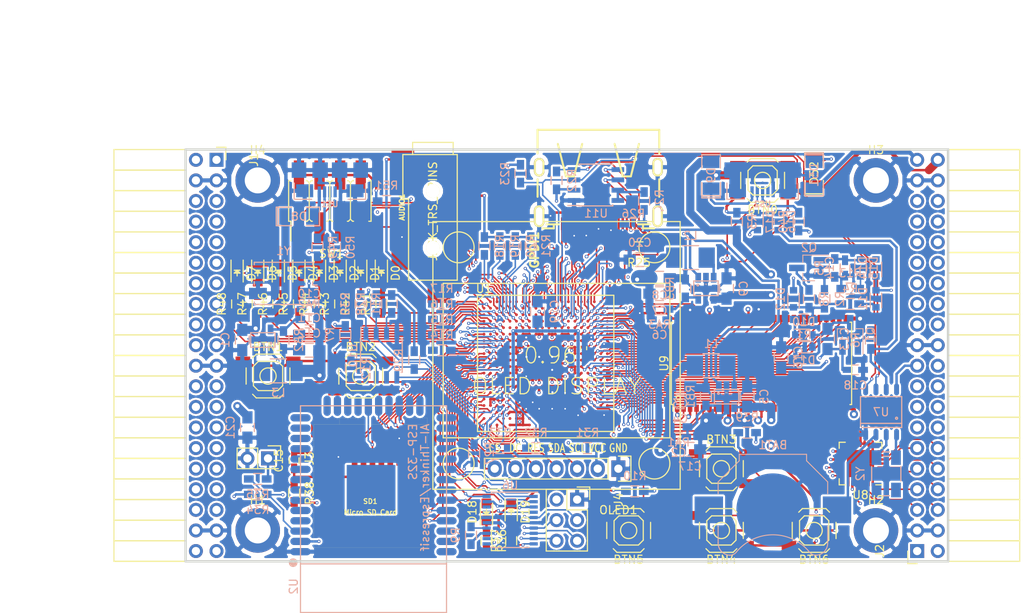
<source format=kicad_pcb>
(kicad_pcb (version 4) (host pcbnew 4.0.5+dfsg1-4)
  (layers (0 F.Cu signal) (1 In1.Cu signal) (2 In2.Cu signal) (31 B.Cu signal) (34 B.Paste user) (35 F.Paste user) (36 B.SilkS user) (37 F.SilkS user) (38 B.Mask user) (39 F.Mask user) (44 Edge.Cuts user))
  (net 0 "")
  (net 1 GND)
  (net 2 +5V)
  (net 3 /gpio/IN5V)
  (net 4 /gpio/OUT5V)
  (net 5 +3V3)
  (net 6 "Net-(L1-Pad1)")
  (net 7 "Net-(L2-Pad1)")
  (net 8 +1V2)
  (net 9 BTN_D)
  (net 10 BTN_F1)
  (net 11 BTN_F2)
  (net 12 BTN_L)
  (net 13 BTN_R)
  (net 14 BTN_U)
  (net 15 /power/FB1)
  (net 16 +2V5)
  (net 17 "Net-(L3-Pad1)")
  (net 18 /power/PWREN)
  (net 19 /power/FB3)
  (net 20 /power/FB2)
  (net 21 "Net-(D9-Pad1)")
  (net 22 /power/VBAT)
  (net 23 JTAG_TDI)
  (net 24 JTAG_TCK)
  (net 25 JTAG_TMS)
  (net 26 JTAG_TDO)
  (net 27 /power/WAKEUPn)
  (net 28 /power/WKUP)
  (net 29 /power/SHUT)
  (net 30 /power/WAKE)
  (net 31 /power/HOLD)
  (net 32 /power/WKn)
  (net 33 /power/OSCI_32k)
  (net 34 /power/OSCO_32k)
  (net 35 "Net-(Q2-Pad3)")
  (net 36 SHUTDOWN)
  (net 37 /analog/AUDIO_L)
  (net 38 /analog/AUDIO_R)
  (net 39 GPDI_5V_SCL)
  (net 40 GPDI_5V_SDA)
  (net 41 GPDI_SDA)
  (net 42 GPDI_SCL)
  (net 43 /gpdi/VREF2)
  (net 44 SD_CMD)
  (net 45 SD_CLK)
  (net 46 SD_D0)
  (net 47 SD_D1)
  (net 48 USB5V)
  (net 49 "Net-(BTN0-Pad1)")
  (net 50 GPDI_CEC)
  (net 51 nRESET)
  (net 52 FTDI_nDTR)
  (net 53 SDRAM_CKE)
  (net 54 SDRAM_A7)
  (net 55 SDRAM_D15)
  (net 56 SDRAM_BA1)
  (net 57 SDRAM_D7)
  (net 58 SDRAM_A6)
  (net 59 SDRAM_CLK)
  (net 60 SDRAM_D13)
  (net 61 SDRAM_BA0)
  (net 62 SDRAM_D6)
  (net 63 SDRAM_A5)
  (net 64 SDRAM_D14)
  (net 65 SDRAM_A11)
  (net 66 SDRAM_D12)
  (net 67 SDRAM_D5)
  (net 68 SDRAM_A4)
  (net 69 SDRAM_A10)
  (net 70 SDRAM_D11)
  (net 71 SDRAM_A3)
  (net 72 SDRAM_D4)
  (net 73 SDRAM_D10)
  (net 74 SDRAM_D9)
  (net 75 SDRAM_A9)
  (net 76 SDRAM_D3)
  (net 77 SDRAM_D8)
  (net 78 SDRAM_A8)
  (net 79 SDRAM_A2)
  (net 80 SDRAM_A1)
  (net 81 SDRAM_A0)
  (net 82 SDRAM_D2)
  (net 83 SDRAM_D1)
  (net 84 SDRAM_D0)
  (net 85 SDRAM_DQM0)
  (net 86 SDRAM_nCS)
  (net 87 SDRAM_nRAS)
  (net 88 SDRAM_DQM1)
  (net 89 SDRAM_nCAS)
  (net 90 SDRAM_nWE)
  (net 91 /flash/FLASH_nWP)
  (net 92 /flash/FLASH_nHOLD)
  (net 93 /flash/FLASH_MOSI)
  (net 94 /flash/FLASH_MISO)
  (net 95 /flash/FLASH_SCK)
  (net 96 /flash/FLASH_nCS)
  (net 97 /flash/FPGA_PROGRAMN)
  (net 98 /flash/FPGA_DONE)
  (net 99 /flash/FPGA_INITN)
  (net 100 OLED_RES)
  (net 101 OLED_DC)
  (net 102 OLED_CS)
  (net 103 WIFI_EN)
  (net 104 FTDI_nRTS)
  (net 105 FTDI_TXD)
  (net 106 FTDI_RXD)
  (net 107 WIFI_RXD)
  (net 108 WIFI_GPIO0)
  (net 109 WIFI_TXD)
  (net 110 GPDI_ETH-)
  (net 111 GPDI_ETH+)
  (net 112 GPDI_D2+)
  (net 113 GPDI_D2-)
  (net 114 GPDI_D1+)
  (net 115 GPDI_D1-)
  (net 116 GPDI_D0+)
  (net 117 GPDI_D0-)
  (net 118 GPDI_CLK+)
  (net 119 GPDI_CLK-)
  (net 120 USB_FTDI_D+)
  (net 121 USB_FTDI_D-)
  (net 122 J1_17-)
  (net 123 J1_17+)
  (net 124 J1_23-)
  (net 125 J1_23+)
  (net 126 J1_25-)
  (net 127 J1_25+)
  (net 128 J1_27-)
  (net 129 J1_27+)
  (net 130 J1_29-)
  (net 131 J1_29+)
  (net 132 J1_31-)
  (net 133 J1_31+)
  (net 134 J1_33-)
  (net 135 J1_33+)
  (net 136 J1_35-)
  (net 137 J1_35+)
  (net 138 J2_5-)
  (net 139 J2_5+)
  (net 140 J2_7-)
  (net 141 J2_7+)
  (net 142 J2_9-)
  (net 143 J2_9+)
  (net 144 J2_13-)
  (net 145 J2_13+)
  (net 146 J2_17-)
  (net 147 J2_17+)
  (net 148 J2_11-)
  (net 149 J2_11+)
  (net 150 J2_23-)
  (net 151 J2_23+)
  (net 152 J1_5-)
  (net 153 J1_5+)
  (net 154 J1_7-)
  (net 155 J1_7+)
  (net 156 J1_9-)
  (net 157 J1_9+)
  (net 158 J1_11-)
  (net 159 J1_11+)
  (net 160 J1_13-)
  (net 161 J1_13+)
  (net 162 J1_15-)
  (net 163 J1_15+)
  (net 164 J2_15-)
  (net 165 J2_15+)
  (net 166 J2_25-)
  (net 167 J2_25+)
  (net 168 J2_27-)
  (net 169 J2_27+)
  (net 170 J2_29-)
  (net 171 J2_29+)
  (net 172 J2_31-)
  (net 173 J2_31+)
  (net 174 J2_33-)
  (net 175 J2_33+)
  (net 176 J2_35-)
  (net 177 J2_35+)
  (net 178 SD_D3)
  (net 179 AUDIO_L3)
  (net 180 AUDIO_L2)
  (net 181 AUDIO_L1)
  (net 182 AUDIO_L0)
  (net 183 AUDIO_R3)
  (net 184 AUDIO_R2)
  (net 185 AUDIO_R1)
  (net 186 AUDIO_R0)
  (net 187 OLED_CLK)
  (net 188 OLED_MOSI)
  (net 189 LED0)
  (net 190 LED1)
  (net 191 LED2)
  (net 192 LED3)
  (net 193 LED4)
  (net 194 LED5)
  (net 195 LED6)
  (net 196 LED7)
  (net 197 BTN_PWRn)
  (net 198 "Net-(J3-Pad1)")
  (net 199 FTDI_nTXLED)
  (net 200 FTDI_nSLEEP)
  (net 201 /blinkey/LED_PWREN)
  (net 202 /blinkey/LED_TXLED)
  (net 203 FT3V3)
  (net 204 /sdcard/SD3V3)
  (net 205 SD_D2)
  (net 206 CLK_25MHz)
  (net 207 /blinkey/BTNPUL)
  (net 208 /blinkey/BTNPUR)
  (net 209 USB_FPGA_D+)
  (net 210 /power/FTDI_nSUSPEND)
  (net 211 /blinkey/ALED0)
  (net 212 /blinkey/ALED1)
  (net 213 /blinkey/ALED2)
  (net 214 /blinkey/ALED3)
  (net 215 /blinkey/ALED4)
  (net 216 /blinkey/ALED5)
  (net 217 /blinkey/ALED6)
  (net 218 /blinkey/ALED7)
  (net 219 /usb/FTD-)
  (net 220 /usb/FTD+)
  (net 221 ADC_MISO)
  (net 222 ADC_MOSI)
  (net 223 ADC_CSn)
  (net 224 ADC_SCLK)
  (net 225 "Net-(R51-Pad2)")
  (net 226 SW3)
  (net 227 SW2)
  (net 228 SW1)
  (net 229 SW0)
  (net 230 USB_FPGA_D-)
  (module Pin_Headers:Pin_Header_Straight_SMT_02x04 (layer F.Cu) (at 111.88 67.77)
    (fp_text reference SW1 (at 0.2 6.5) (layer F.SilkS))
    (fp_text value DIPSW)
    (pad 1 smd rect (at -3.81 3.2) (size 1.27 3.6) (layers F.Cu F.Paste F.Mask) (net 226 SW3))
    (pad 2 smd rect (at -1.27 3.2) (size 1.27 3.6) (layers F.Cu F.Paste F.Mask) (net 227 SW2))
    (pad 3 smd rect (at 1.27 3.2) (size 1.27 3.6) (layers F.Cu F.Paste F.Mask) (net 228 SW1))
    (pad 4 smd rect (at 3.81 3.2) (size 1.27 3.6) (layers F.Cu F.Paste F.Mask) (net 229 SW0))
    (pad 5 smd rect (at 3.81 -3.2) (size 1.27 3.6) (layers F.Cu F.Paste F.Mask) (net 225 "Net-(R51-Pad2)"))
    (pad 6 smd rect (at 1.27 -3.2) (size 1.27 3.6) (layers F.Cu F.Paste F.Mask) (net 225 "Net-(R51-Pad2)"))
    (pad 7 smd rect (at -1.27 -3.2) (size 1.27 3.6) (layers F.Cu F.Paste F.Mask) (net 225 "Net-(R51-Pad2)"))
    (pad 8 smd rect (at -3.81 -3.2) (size 1.27 3.6) (layers F.Cu F.Paste F.Mask) (net 225 "Net-(R51-Pad2)"))
  )
  (module lfe5bg381:BGA-381_pitch0.8mm_dia0.4mm (layer F.Cu) (at 138.48 87.8)
    (fp_text reference U1 (at -7.6 -9.2) (layer F.SilkS))
    (fp_text value LFE5U-25F-6BG381C)
    (pad A2 smd circle (at -6.8 -7.6) (size 0.35 0.35) (layers F.Cu F.Paste F.Mask) (net 129 J1_27+))
    (pad A3 smd circle (at -6 -7.6) (size 0.35 0.35) (layers F.Cu F.Paste F.Mask) (net 183 AUDIO_R3))
    (pad A4 smd circle (at -5.2 -7.6) (size 0.35 0.35) (layers F.Cu F.Paste F.Mask) (net 127 J1_25+))
    (pad A5 smd circle (at -4.4 -7.6) (size 0.35 0.35) (layers F.Cu F.Paste F.Mask) (net 126 J1_25-))
    (pad A6 smd circle (at -3.6 -7.6) (size 0.35 0.35) (layers F.Cu F.Paste F.Mask) (net 125 J1_23+))
    (pad A7 smd circle (at -2.8 -7.6) (size 0.35 0.35) (layers F.Cu F.Paste F.Mask) (net 161 J1_13+))
    (pad A8 smd circle (at -2 -7.6) (size 0.35 0.35) (layers F.Cu F.Paste F.Mask) (net 160 J1_13-))
    (pad A9 smd circle (at -1.2 -7.6) (size 0.35 0.35) (layers F.Cu F.Paste F.Mask) (net 156 J1_9-))
    (pad A10 smd circle (at -0.4 -7.6) (size 0.35 0.35) (layers F.Cu F.Paste F.Mask) (net 155 J1_7+))
    (pad A11 smd circle (at 0.4 -7.6) (size 0.35 0.35) (layers F.Cu F.Paste F.Mask) (net 154 J1_7-))
    (pad A12 smd circle (at 1.2 -7.6) (size 0.35 0.35) (layers F.Cu F.Paste F.Mask) (net 111 GPDI_ETH+))
    (pad A13 smd circle (at 2 -7.6) (size 0.35 0.35) (layers F.Cu F.Paste F.Mask) (net 110 GPDI_ETH-))
    (pad A14 smd circle (at 2.8 -7.6) (size 0.35 0.35) (layers F.Cu F.Paste F.Mask) (net 112 GPDI_D2+))
    (pad A15 smd circle (at 3.6 -7.6) (size 0.35 0.35) (layers F.Cu F.Paste F.Mask))
    (pad A16 smd circle (at 4.4 -7.6) (size 0.35 0.35) (layers F.Cu F.Paste F.Mask) (net 114 GPDI_D1+))
    (pad A17 smd circle (at 5.2 -7.6) (size 0.35 0.35) (layers F.Cu F.Paste F.Mask) (net 116 GPDI_D0+))
    (pad A18 smd circle (at 6 -7.6) (size 0.35 0.35) (layers F.Cu F.Paste F.Mask) (net 118 GPDI_CLK+))
    (pad A19 smd circle (at 6.8 -7.6) (size 0.35 0.35) (layers F.Cu F.Paste F.Mask) (net 50 GPDI_CEC))
    (pad B1 smd circle (at -7.6 -6.8) (size 0.35 0.35) (layers F.Cu F.Paste F.Mask) (net 128 J1_27-))
    (pad B2 smd circle (at -6.8 -6.8) (size 0.35 0.35) (layers F.Cu F.Paste F.Mask) (net 189 LED0))
    (pad B3 smd circle (at -6 -6.8) (size 0.35 0.35) (layers F.Cu F.Paste F.Mask) (net 182 AUDIO_L0))
    (pad B4 smd circle (at -5.2 -6.8) (size 0.35 0.35) (layers F.Cu F.Paste F.Mask) (net 130 J1_29-))
    (pad B5 smd circle (at -4.4 -6.8) (size 0.35 0.35) (layers F.Cu F.Paste F.Mask) (net 184 AUDIO_R2))
    (pad B6 smd circle (at -3.6 -6.8) (size 0.35 0.35) (layers F.Cu F.Paste F.Mask) (net 124 J1_23-))
    (pad B7 smd circle (at -2.8 -6.8) (size 0.35 0.35) (layers F.Cu F.Paste F.Mask) (net 1 GND))
    (pad B8 smd circle (at -2 -6.8) (size 0.35 0.35) (layers F.Cu F.Paste F.Mask) (net 162 J1_15-))
    (pad B9 smd circle (at -1.2 -6.8) (size 0.35 0.35) (layers F.Cu F.Paste F.Mask) (net 159 J1_11+))
    (pad B10 smd circle (at -0.4 -6.8) (size 0.35 0.35) (layers F.Cu F.Paste F.Mask) (net 157 J1_9+))
    (pad B11 smd circle (at 0.4 -6.8) (size 0.35 0.35) (layers F.Cu F.Paste F.Mask) (net 153 J1_5+))
    (pad B12 smd circle (at 1.2 -6.8) (size 0.35 0.35) (layers F.Cu F.Paste F.Mask))
    (pad B13 smd circle (at 2 -6.8) (size 0.35 0.35) (layers F.Cu F.Paste F.Mask) (net 175 J2_33+))
    (pad B14 smd circle (at 2.8 -6.8) (size 0.35 0.35) (layers F.Cu F.Paste F.Mask) (net 1 GND))
    (pad B15 smd circle (at 3.6 -6.8) (size 0.35 0.35) (layers F.Cu F.Paste F.Mask) (net 173 J2_31+))
    (pad B16 smd circle (at 4.4 -6.8) (size 0.35 0.35) (layers F.Cu F.Paste F.Mask) (net 115 GPDI_D1-))
    (pad B17 smd circle (at 5.2 -6.8) (size 0.35 0.35) (layers F.Cu F.Paste F.Mask) (net 169 J2_27+))
    (pad B18 smd circle (at 6 -6.8) (size 0.35 0.35) (layers F.Cu F.Paste F.Mask) (net 117 GPDI_D0-))
    (pad B19 smd circle (at 6.8 -6.8) (size 0.35 0.35) (layers F.Cu F.Paste F.Mask) (net 119 GPDI_CLK-))
    (pad B20 smd circle (at 7.6 -6.8) (size 0.35 0.35) (layers F.Cu F.Paste F.Mask) (net 41 GPDI_SDA))
    (pad C1 smd circle (at -7.6 -6) (size 0.35 0.35) (layers F.Cu F.Paste F.Mask) (net 191 LED2))
    (pad C2 smd circle (at -6.8 -6) (size 0.35 0.35) (layers F.Cu F.Paste F.Mask) (net 190 LED1))
    (pad C3 smd circle (at -6 -6) (size 0.35 0.35) (layers F.Cu F.Paste F.Mask) (net 181 AUDIO_L1))
    (pad C4 smd circle (at -5.2 -6) (size 0.35 0.35) (layers F.Cu F.Paste F.Mask) (net 131 J1_29+))
    (pad C5 smd circle (at -4.4 -6) (size 0.35 0.35) (layers F.Cu F.Paste F.Mask) (net 186 AUDIO_R0))
    (pad C6 smd circle (at -3.6 -6) (size 0.35 0.35) (layers F.Cu F.Paste F.Mask) (net 123 J1_17+))
    (pad C7 smd circle (at -2.8 -6) (size 0.35 0.35) (layers F.Cu F.Paste F.Mask) (net 122 J1_17-))
    (pad C8 smd circle (at -2 -6) (size 0.35 0.35) (layers F.Cu F.Paste F.Mask) (net 163 J1_15+))
    (pad C9 smd circle (at -1.2 -6) (size 0.35 0.35) (layers F.Cu F.Paste F.Mask))
    (pad C10 smd circle (at -0.4 -6) (size 0.35 0.35) (layers F.Cu F.Paste F.Mask) (net 158 J1_11-))
    (pad C11 smd circle (at 0.4 -6) (size 0.35 0.35) (layers F.Cu F.Paste F.Mask) (net 152 J1_5-))
    (pad C12 smd circle (at 1.2 -6) (size 0.35 0.35) (layers F.Cu F.Paste F.Mask) (net 42 GPDI_SCL))
    (pad C13 smd circle (at 2 -6) (size 0.35 0.35) (layers F.Cu F.Paste F.Mask) (net 174 J2_33-))
    (pad C14 smd circle (at 2.8 -6) (size 0.35 0.35) (layers F.Cu F.Paste F.Mask) (net 113 GPDI_D2-))
    (pad C15 smd circle (at 3.6 -6) (size 0.35 0.35) (layers F.Cu F.Paste F.Mask) (net 172 J2_31-))
    (pad C16 smd circle (at 4.4 -6) (size 0.35 0.35) (layers F.Cu F.Paste F.Mask) (net 171 J2_29+))
    (pad C17 smd circle (at 5.2 -6) (size 0.35 0.35) (layers F.Cu F.Paste F.Mask) (net 168 J2_27-))
    (pad C18 smd circle (at 6 -6) (size 0.35 0.35) (layers F.Cu F.Paste F.Mask) (net 151 J2_23+))
    (pad C19 smd circle (at 6.8 -6) (size 0.35 0.35) (layers F.Cu F.Paste F.Mask) (net 1 GND))
    (pad C20 smd circle (at 7.6 -6) (size 0.35 0.35) (layers F.Cu F.Paste F.Mask) (net 64 SDRAM_D14))
    (pad D1 smd circle (at -7.6 -5.2) (size 0.35 0.35) (layers F.Cu F.Paste F.Mask) (net 193 LED4))
    (pad D2 smd circle (at -6.8 -5.2) (size 0.35 0.35) (layers F.Cu F.Paste F.Mask) (net 192 LED3))
    (pad D3 smd circle (at -6 -5.2) (size 0.35 0.35) (layers F.Cu F.Paste F.Mask) (net 180 AUDIO_L2))
    (pad D4 smd circle (at -5.2 -5.2) (size 0.35 0.35) (layers F.Cu F.Paste F.Mask) (net 1 GND))
    (pad D5 smd circle (at -4.4 -5.2) (size 0.35 0.35) (layers F.Cu F.Paste F.Mask) (net 185 AUDIO_R1))
    (pad D6 smd circle (at -3.6 -5.2) (size 0.35 0.35) (layers F.Cu F.Paste F.Mask) (net 197 BTN_PWRn))
    (pad D7 smd circle (at -2.8 -5.2) (size 0.35 0.35) (layers F.Cu F.Paste F.Mask) (net 226 SW3))
    (pad D8 smd circle (at -2 -5.2) (size 0.35 0.35) (layers F.Cu F.Paste F.Mask) (net 227 SW2))
    (pad D9 smd circle (at -1.2 -5.2) (size 0.35 0.35) (layers F.Cu F.Paste F.Mask))
    (pad D10 smd circle (at -0.4 -5.2) (size 0.35 0.35) (layers F.Cu F.Paste F.Mask))
    (pad D11 smd circle (at 0.4 -5.2) (size 0.35 0.35) (layers F.Cu F.Paste F.Mask))
    (pad D12 smd circle (at 1.2 -5.2) (size 0.35 0.35) (layers F.Cu F.Paste F.Mask))
    (pad D13 smd circle (at 2 -5.2) (size 0.35 0.35) (layers F.Cu F.Paste F.Mask) (net 177 J2_35+))
    (pad D14 smd circle (at 2.8 -5.2) (size 0.35 0.35) (layers F.Cu F.Paste F.Mask))
    (pad D15 smd circle (at 3.6 -5.2) (size 0.35 0.35) (layers F.Cu F.Paste F.Mask) (net 167 J2_25+))
    (pad D16 smd circle (at 4.4 -5.2) (size 0.35 0.35) (layers F.Cu F.Paste F.Mask) (net 170 J2_29-))
    (pad D17 smd circle (at 5.2 -5.2) (size 0.35 0.35) (layers F.Cu F.Paste F.Mask) (net 150 J2_23-))
    (pad D18 smd circle (at 6 -5.2) (size 0.35 0.35) (layers F.Cu F.Paste F.Mask) (net 147 J2_17+))
    (pad D19 smd circle (at 6.8 -5.2) (size 0.35 0.35) (layers F.Cu F.Paste F.Mask) (net 55 SDRAM_D15))
    (pad D20 smd circle (at 7.6 -5.2) (size 0.35 0.35) (layers F.Cu F.Paste F.Mask) (net 60 SDRAM_D13))
    (pad E1 smd circle (at -7.6 -4.4) (size 0.35 0.35) (layers F.Cu F.Paste F.Mask) (net 195 LED6))
    (pad E2 smd circle (at -6.8 -4.4) (size 0.35 0.35) (layers F.Cu F.Paste F.Mask) (net 194 LED5))
    (pad E3 smd circle (at -6 -4.4) (size 0.35 0.35) (layers F.Cu F.Paste F.Mask) (net 132 J1_31-))
    (pad E4 smd circle (at -5.2 -4.4) (size 0.35 0.35) (layers F.Cu F.Paste F.Mask) (net 179 AUDIO_L3))
    (pad E5 smd circle (at -4.4 -4.4) (size 0.35 0.35) (layers F.Cu F.Paste F.Mask))
    (pad E6 smd circle (at -3.6 -4.4) (size 0.35 0.35) (layers F.Cu F.Paste F.Mask))
    (pad E7 smd circle (at -2.8 -4.4) (size 0.35 0.35) (layers F.Cu F.Paste F.Mask) (net 229 SW0))
    (pad E8 smd circle (at -2 -4.4) (size 0.35 0.35) (layers F.Cu F.Paste F.Mask) (net 228 SW1))
    (pad E9 smd circle (at -1.2 -4.4) (size 0.35 0.35) (layers F.Cu F.Paste F.Mask))
    (pad E10 smd circle (at -0.4 -4.4) (size 0.35 0.35) (layers F.Cu F.Paste F.Mask))
    (pad E11 smd circle (at 0.4 -4.4) (size 0.35 0.35) (layers F.Cu F.Paste F.Mask))
    (pad E12 smd circle (at 1.2 -4.4) (size 0.35 0.35) (layers F.Cu F.Paste F.Mask))
    (pad E13 smd circle (at 2 -4.4) (size 0.35 0.35) (layers F.Cu F.Paste F.Mask) (net 176 J2_35-))
    (pad E14 smd circle (at 2.8 -4.4) (size 0.35 0.35) (layers F.Cu F.Paste F.Mask))
    (pad E15 smd circle (at 3.6 -4.4) (size 0.35 0.35) (layers F.Cu F.Paste F.Mask) (net 166 J2_25-))
    (pad E16 smd circle (at 4.4 -4.4) (size 0.35 0.35) (layers F.Cu F.Paste F.Mask) (net 209 USB_FPGA_D+))
    (pad E17 smd circle (at 5.2 -4.4) (size 0.35 0.35) (layers F.Cu F.Paste F.Mask) (net 146 J2_17-))
    (pad E18 smd circle (at 6 -4.4) (size 0.35 0.35) (layers F.Cu F.Paste F.Mask) (net 72 SDRAM_D4))
    (pad E19 smd circle (at 6.8 -4.4) (size 0.35 0.35) (layers F.Cu F.Paste F.Mask) (net 66 SDRAM_D12))
    (pad E20 smd circle (at 7.6 -4.4) (size 0.35 0.35) (layers F.Cu F.Paste F.Mask) (net 70 SDRAM_D11))
    (pad F1 smd circle (at -7.6 -3.6) (size 0.35 0.35) (layers F.Cu F.Paste F.Mask) (net 103 WIFI_EN))
    (pad F2 smd circle (at -6.8 -3.6) (size 0.35 0.35) (layers F.Cu F.Paste F.Mask))
    (pad F3 smd circle (at -6 -3.6) (size 0.35 0.35) (layers F.Cu F.Paste F.Mask) (net 134 J1_33-))
    (pad F4 smd circle (at -5.2 -3.6) (size 0.35 0.35) (layers F.Cu F.Paste F.Mask) (net 133 J1_31+))
    (pad F5 smd circle (at -4.4 -3.6) (size 0.35 0.35) (layers F.Cu F.Paste F.Mask))
    (pad F6 smd circle (at -3.6 -3.6) (size 0.35 0.35) (layers F.Cu F.Paste F.Mask) (net 16 +2V5))
    (pad F7 smd circle (at -2.8 -3.6) (size 0.35 0.35) (layers F.Cu F.Paste F.Mask) (net 1 GND))
    (pad F8 smd circle (at -2 -3.6) (size 0.35 0.35) (layers F.Cu F.Paste F.Mask) (net 1 GND))
    (pad F9 smd circle (at -1.2 -3.6) (size 0.35 0.35) (layers F.Cu F.Paste F.Mask) (net 5 +3V3))
    (pad F10 smd circle (at -0.4 -3.6) (size 0.35 0.35) (layers F.Cu F.Paste F.Mask) (net 5 +3V3))
    (pad F11 smd circle (at 0.4 -3.6) (size 0.35 0.35) (layers F.Cu F.Paste F.Mask) (net 5 +3V3))
    (pad F12 smd circle (at 1.2 -3.6) (size 0.35 0.35) (layers F.Cu F.Paste F.Mask) (net 5 +3V3))
    (pad F13 smd circle (at 2 -3.6) (size 0.35 0.35) (layers F.Cu F.Paste F.Mask) (net 1 GND))
    (pad F14 smd circle (at 2.8 -3.6) (size 0.35 0.35) (layers F.Cu F.Paste F.Mask) (net 1 GND))
    (pad F15 smd circle (at 3.6 -3.6) (size 0.35 0.35) (layers F.Cu F.Paste F.Mask) (net 16 +2V5))
    (pad F16 smd circle (at 4.4 -3.6) (size 0.35 0.35) (layers F.Cu F.Paste F.Mask) (net 230 USB_FPGA_D-))
    (pad F17 smd circle (at 5.2 -3.6) (size 0.35 0.35) (layers F.Cu F.Paste F.Mask) (net 165 J2_15+))
    (pad F18 smd circle (at 6 -3.6) (size 0.35 0.35) (layers F.Cu F.Paste F.Mask) (net 67 SDRAM_D5))
    (pad F19 smd circle (at 6.8 -3.6) (size 0.35 0.35) (layers F.Cu F.Paste F.Mask) (net 73 SDRAM_D10))
    (pad F20 smd circle (at 7.6 -3.6) (size 0.35 0.35) (layers F.Cu F.Paste F.Mask) (net 74 SDRAM_D9))
    (pad G1 smd circle (at -7.6 -2.8) (size 0.35 0.35) (layers F.Cu F.Paste F.Mask))
    (pad G2 smd circle (at -6.8 -2.8) (size 0.35 0.35) (layers F.Cu F.Paste F.Mask) (net 206 CLK_25MHz))
    (pad G3 smd circle (at -6 -2.8) (size 0.35 0.35) (layers F.Cu F.Paste F.Mask) (net 135 J1_33+))
    (pad G4 smd circle (at -5.2 -2.8) (size 0.35 0.35) (layers F.Cu F.Paste F.Mask) (net 1 GND))
    (pad G5 smd circle (at -4.4 -2.8) (size 0.35 0.35) (layers F.Cu F.Paste F.Mask) (net 136 J1_35-))
    (pad G6 smd circle (at -3.6 -2.8) (size 0.35 0.35) (layers F.Cu F.Paste F.Mask) (net 1 GND))
    (pad G7 smd circle (at -2.8 -2.8) (size 0.35 0.35) (layers F.Cu F.Paste F.Mask) (net 1 GND))
    (pad G8 smd circle (at -2 -2.8) (size 0.35 0.35) (layers F.Cu F.Paste F.Mask) (net 1 GND))
    (pad G9 smd circle (at -1.2 -2.8) (size 0.35 0.35) (layers F.Cu F.Paste F.Mask) (net 1 GND))
    (pad G10 smd circle (at -0.4 -2.8) (size 0.35 0.35) (layers F.Cu F.Paste F.Mask) (net 1 GND))
    (pad G11 smd circle (at 0.4 -2.8) (size 0.35 0.35) (layers F.Cu F.Paste F.Mask) (net 1 GND))
    (pad G12 smd circle (at 1.2 -2.8) (size 0.35 0.35) (layers F.Cu F.Paste F.Mask) (net 1 GND))
    (pad G13 smd circle (at 2 -2.8) (size 0.35 0.35) (layers F.Cu F.Paste F.Mask) (net 1 GND))
    (pad G14 smd circle (at 2.8 -2.8) (size 0.35 0.35) (layers F.Cu F.Paste F.Mask) (net 1 GND))
    (pad G15 smd circle (at 3.6 -2.8) (size 0.35 0.35) (layers F.Cu F.Paste F.Mask) (net 1 GND))
    (pad G16 smd circle (at 4.4 -2.8) (size 0.35 0.35) (layers F.Cu F.Paste F.Mask))
    (pad G17 smd circle (at 5.2 -2.8) (size 0.35 0.35) (layers F.Cu F.Paste F.Mask) (net 1 GND))
    (pad G18 smd circle (at 6 -2.8) (size 0.35 0.35) (layers F.Cu F.Paste F.Mask) (net 164 J2_15-))
    (pad G19 smd circle (at 6.8 -2.8) (size 0.35 0.35) (layers F.Cu F.Paste F.Mask) (net 77 SDRAM_D8))
    (pad G20 smd circle (at 7.6 -2.8) (size 0.35 0.35) (layers F.Cu F.Paste F.Mask) (net 88 SDRAM_DQM1))
    (pad H1 smd circle (at -7.6 -2) (size 0.35 0.35) (layers F.Cu F.Paste F.Mask) (net 178 SD_D3))
    (pad H2 smd circle (at -6.8 -2) (size 0.35 0.35) (layers F.Cu F.Paste F.Mask) (net 205 SD_D2))
    (pad H3 smd circle (at -6 -2) (size 0.35 0.35) (layers F.Cu F.Paste F.Mask) (net 196 LED7))
    (pad H4 smd circle (at -5.2 -2) (size 0.35 0.35) (layers F.Cu F.Paste F.Mask) (net 137 J1_35+))
    (pad H5 smd circle (at -4.4 -2) (size 0.35 0.35) (layers F.Cu F.Paste F.Mask))
    (pad H6 smd circle (at -3.6 -2) (size 0.35 0.35) (layers F.Cu F.Paste F.Mask) (net 5 +3V3))
    (pad H7 smd circle (at -2.8 -2) (size 0.35 0.35) (layers F.Cu F.Paste F.Mask) (net 5 +3V3))
    (pad H8 smd circle (at -2 -2) (size 0.35 0.35) (layers F.Cu F.Paste F.Mask) (net 8 +1V2))
    (pad H9 smd circle (at -1.2 -2) (size 0.35 0.35) (layers F.Cu F.Paste F.Mask) (net 8 +1V2))
    (pad H10 smd circle (at -0.4 -2) (size 0.35 0.35) (layers F.Cu F.Paste F.Mask) (net 8 +1V2))
    (pad H11 smd circle (at 0.4 -2) (size 0.35 0.35) (layers F.Cu F.Paste F.Mask) (net 8 +1V2))
    (pad H12 smd circle (at 1.2 -2) (size 0.35 0.35) (layers F.Cu F.Paste F.Mask) (net 8 +1V2))
    (pad H13 smd circle (at 2 -2) (size 0.35 0.35) (layers F.Cu F.Paste F.Mask) (net 8 +1V2))
    (pad H14 smd circle (at 2.8 -2) (size 0.35 0.35) (layers F.Cu F.Paste F.Mask) (net 5 +3V3))
    (pad H15 smd circle (at 3.6 -2) (size 0.35 0.35) (layers F.Cu F.Paste F.Mask) (net 5 +3V3))
    (pad H16 smd circle (at 4.4 -2) (size 0.35 0.35) (layers F.Cu F.Paste F.Mask))
    (pad H17 smd circle (at 5.2 -2) (size 0.35 0.35) (layers F.Cu F.Paste F.Mask) (net 144 J2_13-))
    (pad H18 smd circle (at 6 -2) (size 0.35 0.35) (layers F.Cu F.Paste F.Mask) (net 145 J2_13+))
    (pad H19 smd circle (at 6.8 -2) (size 0.35 0.35) (layers F.Cu F.Paste F.Mask) (net 1 GND))
    (pad H20 smd circle (at 7.6 -2) (size 0.35 0.35) (layers F.Cu F.Paste F.Mask) (net 59 SDRAM_CLK))
    (pad J1 smd circle (at -7.6 -1.2) (size 0.35 0.35) (layers F.Cu F.Paste F.Mask) (net 45 SD_CLK))
    (pad J2 smd circle (at -6.8 -1.2) (size 0.35 0.35) (layers F.Cu F.Paste F.Mask) (net 1 GND))
    (pad J3 smd circle (at -6 -1.2) (size 0.35 0.35) (layers F.Cu F.Paste F.Mask) (net 44 SD_CMD))
    (pad J4 smd circle (at -5.2 -1.2) (size 0.35 0.35) (layers F.Cu F.Paste F.Mask))
    (pad J5 smd circle (at -4.4 -1.2) (size 0.35 0.35) (layers F.Cu F.Paste F.Mask))
    (pad J6 smd circle (at -3.6 -1.2) (size 0.35 0.35) (layers F.Cu F.Paste F.Mask) (net 5 +3V3))
    (pad J7 smd circle (at -2.8 -1.2) (size 0.35 0.35) (layers F.Cu F.Paste F.Mask) (net 1 GND))
    (pad J8 smd circle (at -2 -1.2) (size 0.35 0.35) (layers F.Cu F.Paste F.Mask) (net 8 +1V2))
    (pad J9 smd circle (at -1.2 -1.2) (size 0.35 0.35) (layers F.Cu F.Paste F.Mask) (net 1 GND))
    (pad J10 smd circle (at -0.4 -1.2) (size 0.35 0.35) (layers F.Cu F.Paste F.Mask) (net 1 GND))
    (pad J11 smd circle (at 0.4 -1.2) (size 0.35 0.35) (layers F.Cu F.Paste F.Mask) (net 1 GND))
    (pad J12 smd circle (at 1.2 -1.2) (size 0.35 0.35) (layers F.Cu F.Paste F.Mask) (net 1 GND))
    (pad J13 smd circle (at 2 -1.2) (size 0.35 0.35) (layers F.Cu F.Paste F.Mask) (net 8 +1V2))
    (pad J14 smd circle (at 2.8 -1.2) (size 0.35 0.35) (layers F.Cu F.Paste F.Mask) (net 1 GND))
    (pad J15 smd circle (at 3.6 -1.2) (size 0.35 0.35) (layers F.Cu F.Paste F.Mask) (net 5 +3V3))
    (pad J16 smd circle (at 4.4 -1.2) (size 0.35 0.35) (layers F.Cu F.Paste F.Mask))
    (pad J17 smd circle (at 5.2 -1.2) (size 0.35 0.35) (layers F.Cu F.Paste F.Mask))
    (pad J18 smd circle (at 6 -1.2) (size 0.35 0.35) (layers F.Cu F.Paste F.Mask) (net 76 SDRAM_D3))
    (pad J19 smd circle (at 6.8 -1.2) (size 0.35 0.35) (layers F.Cu F.Paste F.Mask) (net 53 SDRAM_CKE))
    (pad J20 smd circle (at 7.6 -1.2) (size 0.35 0.35) (layers F.Cu F.Paste F.Mask) (net 65 SDRAM_A11))
    (pad K1 smd circle (at -7.6 -0.4) (size 0.35 0.35) (layers F.Cu F.Paste F.Mask) (net 47 SD_D1))
    (pad K2 smd circle (at -6.8 -0.4) (size 0.35 0.35) (layers F.Cu F.Paste F.Mask) (net 46 SD_D0))
    (pad K3 smd circle (at -6 -0.4) (size 0.35 0.35) (layers F.Cu F.Paste F.Mask) (net 107 WIFI_RXD))
    (pad K4 smd circle (at -5.2 -0.4) (size 0.35 0.35) (layers F.Cu F.Paste F.Mask) (net 109 WIFI_TXD))
    (pad K5 smd circle (at -4.4 -0.4) (size 0.35 0.35) (layers F.Cu F.Paste F.Mask))
    (pad K6 smd circle (at -3.6 -0.4) (size 0.35 0.35) (layers F.Cu F.Paste F.Mask) (net 1 GND))
    (pad K7 smd circle (at -2.8 -0.4) (size 0.35 0.35) (layers F.Cu F.Paste F.Mask) (net 1 GND))
    (pad K8 smd circle (at -2 -0.4) (size 0.35 0.35) (layers F.Cu F.Paste F.Mask) (net 8 +1V2))
    (pad K9 smd circle (at -1.2 -0.4) (size 0.35 0.35) (layers F.Cu F.Paste F.Mask) (net 1 GND))
    (pad K10 smd circle (at -0.4 -0.4) (size 0.35 0.35) (layers F.Cu F.Paste F.Mask) (net 1 GND))
    (pad K11 smd circle (at 0.4 -0.4) (size 0.35 0.35) (layers F.Cu F.Paste F.Mask) (net 1 GND))
    (pad K12 smd circle (at 1.2 -0.4) (size 0.35 0.35) (layers F.Cu F.Paste F.Mask) (net 1 GND))
    (pad K13 smd circle (at 2 -0.4) (size 0.35 0.35) (layers F.Cu F.Paste F.Mask) (net 8 +1V2))
    (pad K14 smd circle (at 2.8 -0.4) (size 0.35 0.35) (layers F.Cu F.Paste F.Mask) (net 1 GND))
    (pad K15 smd circle (at 3.6 -0.4) (size 0.35 0.35) (layers F.Cu F.Paste F.Mask) (net 1 GND))
    (pad K16 smd circle (at 4.4 -0.4) (size 0.35 0.35) (layers F.Cu F.Paste F.Mask))
    (pad K17 smd circle (at 5.2 -0.4) (size 0.35 0.35) (layers F.Cu F.Paste F.Mask))
    (pad K18 smd circle (at 6 -0.4) (size 0.35 0.35) (layers F.Cu F.Paste F.Mask) (net 82 SDRAM_D2))
    (pad K19 smd circle (at 6.8 -0.4) (size 0.35 0.35) (layers F.Cu F.Paste F.Mask) (net 75 SDRAM_A9))
    (pad K20 smd circle (at 7.6 -0.4) (size 0.35 0.35) (layers F.Cu F.Paste F.Mask) (net 78 SDRAM_A8))
    (pad L1 smd circle (at -7.6 0.4) (size 0.35 0.35) (layers F.Cu F.Paste F.Mask))
    (pad L2 smd circle (at -6.8 0.4) (size 0.35 0.35) (layers F.Cu F.Paste F.Mask) (net 108 WIFI_GPIO0))
    (pad L3 smd circle (at -6 0.4) (size 0.35 0.35) (layers F.Cu F.Paste F.Mask))
    (pad L4 smd circle (at -5.2 0.4) (size 0.35 0.35) (layers F.Cu F.Paste F.Mask) (net 106 FTDI_RXD))
    (pad L5 smd circle (at -4.4 0.4) (size 0.35 0.35) (layers F.Cu F.Paste F.Mask))
    (pad L6 smd circle (at -3.6 0.4) (size 0.35 0.35) (layers F.Cu F.Paste F.Mask) (net 5 +3V3))
    (pad L7 smd circle (at -2.8 0.4) (size 0.35 0.35) (layers F.Cu F.Paste F.Mask) (net 5 +3V3))
    (pad L8 smd circle (at -2 0.4) (size 0.35 0.35) (layers F.Cu F.Paste F.Mask) (net 8 +1V2))
    (pad L9 smd circle (at -1.2 0.4) (size 0.35 0.35) (layers F.Cu F.Paste F.Mask) (net 1 GND))
    (pad L10 smd circle (at -0.4 0.4) (size 0.35 0.35) (layers F.Cu F.Paste F.Mask) (net 1 GND))
    (pad L11 smd circle (at 0.4 0.4) (size 0.35 0.35) (layers F.Cu F.Paste F.Mask) (net 1 GND))
    (pad L12 smd circle (at 1.2 0.4) (size 0.35 0.35) (layers F.Cu F.Paste F.Mask) (net 1 GND))
    (pad L13 smd circle (at 2 0.4) (size 0.35 0.35) (layers F.Cu F.Paste F.Mask) (net 8 +1V2))
    (pad L14 smd circle (at 2.8 0.4) (size 0.35 0.35) (layers F.Cu F.Paste F.Mask) (net 5 +3V3))
    (pad L15 smd circle (at 3.6 0.4) (size 0.35 0.35) (layers F.Cu F.Paste F.Mask) (net 5 +3V3))
    (pad L16 smd circle (at 4.4 0.4) (size 0.35 0.35) (layers F.Cu F.Paste F.Mask) (net 149 J2_11+))
    (pad L17 smd circle (at 5.2 0.4) (size 0.35 0.35) (layers F.Cu F.Paste F.Mask) (net 148 J2_11-))
    (pad L18 smd circle (at 6 0.4) (size 0.35 0.35) (layers F.Cu F.Paste F.Mask) (net 83 SDRAM_D1))
    (pad L19 smd circle (at 6.8 0.4) (size 0.35 0.35) (layers F.Cu F.Paste F.Mask) (net 54 SDRAM_A7))
    (pad L20 smd circle (at 7.6 0.4) (size 0.35 0.35) (layers F.Cu F.Paste F.Mask) (net 58 SDRAM_A6))
    (pad M1 smd circle (at -7.6 1.2) (size 0.35 0.35) (layers F.Cu F.Paste F.Mask) (net 105 FTDI_TXD))
    (pad M2 smd circle (at -6.8 1.2) (size 0.35 0.35) (layers F.Cu F.Paste F.Mask) (net 1 GND))
    (pad M3 smd circle (at -6 1.2) (size 0.35 0.35) (layers F.Cu F.Paste F.Mask) (net 104 FTDI_nRTS))
    (pad M4 smd circle (at -5.2 1.2) (size 0.35 0.35) (layers F.Cu F.Paste F.Mask))
    (pad M5 smd circle (at -4.4 1.2) (size 0.35 0.35) (layers F.Cu F.Paste F.Mask))
    (pad M6 smd circle (at -3.6 1.2) (size 0.35 0.35) (layers F.Cu F.Paste F.Mask) (net 5 +3V3))
    (pad M7 smd circle (at -2.8 1.2) (size 0.35 0.35) (layers F.Cu F.Paste F.Mask) (net 1 GND))
    (pad M8 smd circle (at -2 1.2) (size 0.35 0.35) (layers F.Cu F.Paste F.Mask) (net 8 +1V2))
    (pad M9 smd circle (at -1.2 1.2) (size 0.35 0.35) (layers F.Cu F.Paste F.Mask) (net 1 GND))
    (pad M10 smd circle (at -0.4 1.2) (size 0.35 0.35) (layers F.Cu F.Paste F.Mask) (net 1 GND))
    (pad M11 smd circle (at 0.4 1.2) (size 0.35 0.35) (layers F.Cu F.Paste F.Mask) (net 1 GND))
    (pad M12 smd circle (at 1.2 1.2) (size 0.35 0.35) (layers F.Cu F.Paste F.Mask) (net 1 GND))
    (pad M13 smd circle (at 2 1.2) (size 0.35 0.35) (layers F.Cu F.Paste F.Mask) (net 8 +1V2))
    (pad M14 smd circle (at 2.8 1.2) (size 0.35 0.35) (layers F.Cu F.Paste F.Mask) (net 1 GND))
    (pad M15 smd circle (at 3.6 1.2) (size 0.35 0.35) (layers F.Cu F.Paste F.Mask) (net 5 +3V3))
    (pad M16 smd circle (at 4.4 1.2) (size 0.35 0.35) (layers F.Cu F.Paste F.Mask) (net 1 GND))
    (pad M17 smd circle (at 5.2 1.2) (size 0.35 0.35) (layers F.Cu F.Paste F.Mask) (net 142 J2_9-))
    (pad M18 smd circle (at 6 1.2) (size 0.35 0.35) (layers F.Cu F.Paste F.Mask) (net 84 SDRAM_D0))
    (pad M19 smd circle (at 6.8 1.2) (size 0.35 0.35) (layers F.Cu F.Paste F.Mask) (net 63 SDRAM_A5))
    (pad M20 smd circle (at 7.6 1.2) (size 0.35 0.35) (layers F.Cu F.Paste F.Mask) (net 68 SDRAM_A4))
    (pad N1 smd circle (at -7.6 2) (size 0.35 0.35) (layers F.Cu F.Paste F.Mask) (net 52 FTDI_nDTR))
    (pad N2 smd circle (at -6.8 2) (size 0.35 0.35) (layers F.Cu F.Paste F.Mask) (net 102 OLED_CS))
    (pad N3 smd circle (at -6 2) (size 0.35 0.35) (layers F.Cu F.Paste F.Mask))
    (pad N4 smd circle (at -5.2 2) (size 0.35 0.35) (layers F.Cu F.Paste F.Mask))
    (pad N5 smd circle (at -4.4 2) (size 0.35 0.35) (layers F.Cu F.Paste F.Mask))
    (pad N6 smd circle (at -3.6 2) (size 0.35 0.35) (layers F.Cu F.Paste F.Mask) (net 1 GND))
    (pad N7 smd circle (at -2.8 2) (size 0.35 0.35) (layers F.Cu F.Paste F.Mask) (net 1 GND))
    (pad N8 smd circle (at -2 2) (size 0.35 0.35) (layers F.Cu F.Paste F.Mask) (net 8 +1V2))
    (pad N9 smd circle (at -1.2 2) (size 0.35 0.35) (layers F.Cu F.Paste F.Mask) (net 8 +1V2))
    (pad N10 smd circle (at -0.4 2) (size 0.35 0.35) (layers F.Cu F.Paste F.Mask) (net 8 +1V2))
    (pad N11 smd circle (at 0.4 2) (size 0.35 0.35) (layers F.Cu F.Paste F.Mask) (net 8 +1V2))
    (pad N12 smd circle (at 1.2 2) (size 0.35 0.35) (layers F.Cu F.Paste F.Mask) (net 8 +1V2))
    (pad N13 smd circle (at 2 2) (size 0.35 0.35) (layers F.Cu F.Paste F.Mask) (net 8 +1V2))
    (pad N14 smd circle (at 2.8 2) (size 0.35 0.35) (layers F.Cu F.Paste F.Mask) (net 1 GND))
    (pad N15 smd circle (at 3.6 2) (size 0.35 0.35) (layers F.Cu F.Paste F.Mask) (net 1 GND))
    (pad N16 smd circle (at 4.4 2) (size 0.35 0.35) (layers F.Cu F.Paste F.Mask) (net 143 J2_9+))
    (pad N17 smd circle (at 5.2 2) (size 0.35 0.35) (layers F.Cu F.Paste F.Mask) (net 141 J2_7+))
    (pad N18 smd circle (at 6 2) (size 0.35 0.35) (layers F.Cu F.Paste F.Mask) (net 62 SDRAM_D6))
    (pad N19 smd circle (at 6.8 2) (size 0.35 0.35) (layers F.Cu F.Paste F.Mask) (net 71 SDRAM_A3))
    (pad N20 smd circle (at 7.6 2) (size 0.35 0.35) (layers F.Cu F.Paste F.Mask) (net 79 SDRAM_A2))
    (pad P1 smd circle (at -7.6 2.8) (size 0.35 0.35) (layers F.Cu F.Paste F.Mask) (net 101 OLED_DC))
    (pad P2 smd circle (at -6.8 2.8) (size 0.35 0.35) (layers F.Cu F.Paste F.Mask) (net 100 OLED_RES))
    (pad P3 smd circle (at -6 2.8) (size 0.35 0.35) (layers F.Cu F.Paste F.Mask) (net 188 OLED_MOSI))
    (pad P4 smd circle (at -5.2 2.8) (size 0.35 0.35) (layers F.Cu F.Paste F.Mask) (net 187 OLED_CLK))
    (pad P5 smd circle (at -4.4 2.8) (size 0.35 0.35) (layers F.Cu F.Paste F.Mask))
    (pad P6 smd circle (at -3.6 2.8) (size 0.35 0.35) (layers F.Cu F.Paste F.Mask) (net 16 +2V5))
    (pad P7 smd circle (at -2.8 2.8) (size 0.35 0.35) (layers F.Cu F.Paste F.Mask) (net 1 GND))
    (pad P8 smd circle (at -2 2.8) (size 0.35 0.35) (layers F.Cu F.Paste F.Mask) (net 1 GND))
    (pad P9 smd circle (at -1.2 2.8) (size 0.35 0.35) (layers F.Cu F.Paste F.Mask) (net 5 +3V3))
    (pad P10 smd circle (at -0.4 2.8) (size 0.35 0.35) (layers F.Cu F.Paste F.Mask) (net 5 +3V3))
    (pad P11 smd circle (at 0.4 2.8) (size 0.35 0.35) (layers F.Cu F.Paste F.Mask) (net 1 GND))
    (pad P12 smd circle (at 1.2 2.8) (size 0.35 0.35) (layers F.Cu F.Paste F.Mask) (net 1 GND))
    (pad P13 smd circle (at 2 2.8) (size 0.35 0.35) (layers F.Cu F.Paste F.Mask) (net 1 GND))
    (pad P14 smd circle (at 2.8 2.8) (size 0.35 0.35) (layers F.Cu F.Paste F.Mask) (net 1 GND))
    (pad P15 smd circle (at 3.6 2.8) (size 0.35 0.35) (layers F.Cu F.Paste F.Mask) (net 16 +2V5))
    (pad P16 smd circle (at 4.4 2.8) (size 0.35 0.35) (layers F.Cu F.Paste F.Mask) (net 140 J2_7-))
    (pad P17 smd circle (at 5.2 2.8) (size 0.35 0.35) (layers F.Cu F.Paste F.Mask) (net 224 ADC_SCLK))
    (pad P18 smd circle (at 6 2.8) (size 0.35 0.35) (layers F.Cu F.Paste F.Mask) (net 57 SDRAM_D7))
    (pad P19 smd circle (at 6.8 2.8) (size 0.35 0.35) (layers F.Cu F.Paste F.Mask) (net 80 SDRAM_A1))
    (pad P20 smd circle (at 7.6 2.8) (size 0.35 0.35) (layers F.Cu F.Paste F.Mask) (net 81 SDRAM_A0))
    (pad R1 smd circle (at -7.6 3.6) (size 0.35 0.35) (layers F.Cu F.Paste F.Mask) (net 10 BTN_F1))
    (pad R2 smd circle (at -6.8 3.6) (size 0.35 0.35) (layers F.Cu F.Paste F.Mask) (net 96 /flash/FLASH_nCS))
    (pad R3 smd circle (at -6 3.6) (size 0.35 0.35) (layers F.Cu F.Paste F.Mask))
    (pad R4 smd circle (at -5.2 3.6) (size 0.35 0.35) (layers F.Cu F.Paste F.Mask) (net 1 GND))
    (pad R5 smd circle (at -4.4 3.6) (size 0.35 0.35) (layers F.Cu F.Paste F.Mask) (net 23 JTAG_TDI))
    (pad R16 smd circle (at 4.4 3.6) (size 0.35 0.35) (layers F.Cu F.Paste F.Mask) (net 222 ADC_MOSI))
    (pad R17 smd circle (at 5.2 3.6) (size 0.35 0.35) (layers F.Cu F.Paste F.Mask) (net 223 ADC_CSn))
    (pad R18 smd circle (at 6 3.6) (size 0.35 0.35) (layers F.Cu F.Paste F.Mask) (net 85 SDRAM_DQM0))
    (pad R19 smd circle (at 6.8 3.6) (size 0.35 0.35) (layers F.Cu F.Paste F.Mask) (net 1 GND))
    (pad R20 smd circle (at 7.6 3.6) (size 0.35 0.35) (layers F.Cu F.Paste F.Mask) (net 69 SDRAM_A10))
    (pad T1 smd circle (at -7.6 4.4) (size 0.35 0.35) (layers F.Cu F.Paste F.Mask) (net 11 BTN_F2))
    (pad T2 smd circle (at -6.8 4.4) (size 0.35 0.35) (layers F.Cu F.Paste F.Mask) (net 5 +3V3))
    (pad T3 smd circle (at -6 4.4) (size 0.35 0.35) (layers F.Cu F.Paste F.Mask) (net 5 +3V3))
    (pad T4 smd circle (at -5.2 4.4) (size 0.35 0.35) (layers F.Cu F.Paste F.Mask) (net 5 +3V3))
    (pad T5 smd circle (at -4.4 4.4) (size 0.35 0.35) (layers F.Cu F.Paste F.Mask) (net 24 JTAG_TCK))
    (pad T6 smd circle (at -3.6 4.4) (size 0.35 0.35) (layers F.Cu F.Paste F.Mask) (net 1 GND))
    (pad T7 smd circle (at -2.8 4.4) (size 0.35 0.35) (layers F.Cu F.Paste F.Mask) (net 1 GND))
    (pad T8 smd circle (at -2 4.4) (size 0.35 0.35) (layers F.Cu F.Paste F.Mask) (net 1 GND))
    (pad T9 smd circle (at -1.2 4.4) (size 0.35 0.35) (layers F.Cu F.Paste F.Mask) (net 1 GND))
    (pad T10 smd circle (at -0.4 4.4) (size 0.35 0.35) (layers F.Cu F.Paste F.Mask) (net 1 GND))
    (pad T11 smd circle (at 0.4 4.4) (size 0.35 0.35) (layers F.Cu F.Paste F.Mask))
    (pad T12 smd circle (at 1.2 4.4) (size 0.35 0.35) (layers F.Cu F.Paste F.Mask))
    (pad T13 smd circle (at 2 4.4) (size 0.35 0.35) (layers F.Cu F.Paste F.Mask))
    (pad T14 smd circle (at 2.8 4.4) (size 0.35 0.35) (layers F.Cu F.Paste F.Mask))
    (pad T15 smd circle (at 3.6 4.4) (size 0.35 0.35) (layers F.Cu F.Paste F.Mask))
    (pad T16 smd circle (at 4.4 4.4) (size 0.35 0.35) (layers F.Cu F.Paste F.Mask))
    (pad T17 smd circle (at 5.2 4.4) (size 0.35 0.35) (layers F.Cu F.Paste F.Mask) (net 89 SDRAM_nCAS))
    (pad T18 smd circle (at 6 4.4) (size 0.35 0.35) (layers F.Cu F.Paste F.Mask) (net 90 SDRAM_nWE))
    (pad T19 smd circle (at 6.8 4.4) (size 0.35 0.35) (layers F.Cu F.Paste F.Mask) (net 56 SDRAM_BA1))
    (pad T20 smd circle (at 7.6 4.4) (size 0.35 0.35) (layers F.Cu F.Paste F.Mask) (net 61 SDRAM_BA0))
    (pad U1 smd circle (at -7.6 5.2) (size 0.35 0.35) (layers F.Cu F.Paste F.Mask) (net 12 BTN_L))
    (pad U2 smd circle (at -6.8 5.2) (size 0.35 0.35) (layers F.Cu F.Paste F.Mask) (net 5 +3V3))
    (pad U3 smd circle (at -6 5.2) (size 0.35 0.35) (layers F.Cu F.Paste F.Mask) (net 95 /flash/FLASH_SCK))
    (pad U4 smd circle (at -5.2 5.2) (size 0.35 0.35) (layers F.Cu F.Paste F.Mask) (net 1 GND))
    (pad U5 smd circle (at -4.4 5.2) (size 0.35 0.35) (layers F.Cu F.Paste F.Mask) (net 25 JTAG_TMS))
    (pad U6 smd circle (at -3.6 5.2) (size 0.35 0.35) (layers F.Cu F.Paste F.Mask) (net 1 GND))
    (pad U7 smd circle (at -2.8 5.2) (size 0.35 0.35) (layers F.Cu F.Paste F.Mask) (net 1 GND))
    (pad U8 smd circle (at -2 5.2) (size 0.35 0.35) (layers F.Cu F.Paste F.Mask) (net 1 GND))
    (pad U9 smd circle (at -1.2 5.2) (size 0.35 0.35) (layers F.Cu F.Paste F.Mask) (net 1 GND))
    (pad U10 smd circle (at -0.4 5.2) (size 0.35 0.35) (layers F.Cu F.Paste F.Mask) (net 1 GND))
    (pad U11 smd circle (at 0.4 5.2) (size 0.35 0.35) (layers F.Cu F.Paste F.Mask) (net 1 GND))
    (pad U12 smd circle (at 1.2 5.2) (size 0.35 0.35) (layers F.Cu F.Paste F.Mask) (net 1 GND))
    (pad U13 smd circle (at 2 5.2) (size 0.35 0.35) (layers F.Cu F.Paste F.Mask) (net 1 GND))
    (pad U14 smd circle (at 2.8 5.2) (size 0.35 0.35) (layers F.Cu F.Paste F.Mask) (net 1 GND))
    (pad U15 smd circle (at 3.6 5.2) (size 0.35 0.35) (layers F.Cu F.Paste F.Mask))
    (pad U16 smd circle (at 4.4 5.2) (size 0.35 0.35) (layers F.Cu F.Paste F.Mask) (net 221 ADC_MISO))
    (pad U17 smd circle (at 5.2 5.2) (size 0.35 0.35) (layers F.Cu F.Paste F.Mask) (net 138 J2_5-))
    (pad U18 smd circle (at 6 5.2) (size 0.35 0.35) (layers F.Cu F.Paste F.Mask) (net 139 J2_5+))
    (pad U19 smd circle (at 6.8 5.2) (size 0.35 0.35) (layers F.Cu F.Paste F.Mask) (net 86 SDRAM_nCS))
    (pad U20 smd circle (at 7.6 5.2) (size 0.35 0.35) (layers F.Cu F.Paste F.Mask) (net 87 SDRAM_nRAS))
    (pad V1 smd circle (at -7.6 6) (size 0.35 0.35) (layers F.Cu F.Paste F.Mask) (net 9 BTN_D))
    (pad V2 smd circle (at -6.8 6) (size 0.35 0.35) (layers F.Cu F.Paste F.Mask) (net 94 /flash/FLASH_MISO))
    (pad V3 smd circle (at -6 6) (size 0.35 0.35) (layers F.Cu F.Paste F.Mask) (net 99 /flash/FPGA_INITN))
    (pad V4 smd circle (at -5.2 6) (size 0.35 0.35) (layers F.Cu F.Paste F.Mask) (net 26 JTAG_TDO))
    (pad V5 smd circle (at -4.4 6) (size 0.35 0.35) (layers F.Cu F.Paste F.Mask) (net 1 GND))
    (pad V6 smd circle (at -3.6 6) (size 0.35 0.35) (layers F.Cu F.Paste F.Mask) (net 1 GND))
    (pad V7 smd circle (at -2.8 6) (size 0.35 0.35) (layers F.Cu F.Paste F.Mask) (net 1 GND))
    (pad V8 smd circle (at -2 6) (size 0.35 0.35) (layers F.Cu F.Paste F.Mask) (net 1 GND))
    (pad V9 smd circle (at -1.2 6) (size 0.35 0.35) (layers F.Cu F.Paste F.Mask) (net 1 GND))
    (pad V10 smd circle (at -0.4 6) (size 0.35 0.35) (layers F.Cu F.Paste F.Mask) (net 1 GND))
    (pad V11 smd circle (at 0.4 6) (size 0.35 0.35) (layers F.Cu F.Paste F.Mask) (net 1 GND))
    (pad V12 smd circle (at 1.2 6) (size 0.35 0.35) (layers F.Cu F.Paste F.Mask) (net 1 GND))
    (pad V13 smd circle (at 2 6) (size 0.35 0.35) (layers F.Cu F.Paste F.Mask) (net 1 GND))
    (pad V14 smd circle (at 2.8 6) (size 0.35 0.35) (layers F.Cu F.Paste F.Mask) (net 1 GND))
    (pad V15 smd circle (at 3.6 6) (size 0.35 0.35) (layers F.Cu F.Paste F.Mask) (net 1 GND))
    (pad V16 smd circle (at 4.4 6) (size 0.35 0.35) (layers F.Cu F.Paste F.Mask) (net 1 GND))
    (pad V17 smd circle (at 5.2 6) (size 0.35 0.35) (layers F.Cu F.Paste F.Mask))
    (pad V18 smd circle (at 6 6) (size 0.35 0.35) (layers F.Cu F.Paste F.Mask))
    (pad V19 smd circle (at 6.8 6) (size 0.35 0.35) (layers F.Cu F.Paste F.Mask) (net 1 GND))
    (pad V20 smd circle (at 7.6 6) (size 0.35 0.35) (layers F.Cu F.Paste F.Mask) (net 1 GND))
    (pad W1 smd circle (at -7.6 6.8) (size 0.35 0.35) (layers F.Cu F.Paste F.Mask) (net 14 BTN_U))
    (pad W2 smd circle (at -6.8 6.8) (size 0.35 0.35) (layers F.Cu F.Paste F.Mask) (net 93 /flash/FLASH_MOSI))
    (pad W3 smd circle (at -6 6.8) (size 0.35 0.35) (layers F.Cu F.Paste F.Mask) (net 97 /flash/FPGA_PROGRAMN))
    (pad W4 smd circle (at -5.2 6.8) (size 0.35 0.35) (layers F.Cu F.Paste F.Mask))
    (pad W5 smd circle (at -4.4 6.8) (size 0.35 0.35) (layers F.Cu F.Paste F.Mask))
    (pad W6 smd circle (at -3.6 6.8) (size 0.35 0.35) (layers F.Cu F.Paste F.Mask) (net 1 GND))
    (pad W7 smd circle (at -2.8 6.8) (size 0.35 0.35) (layers F.Cu F.Paste F.Mask) (net 1 GND))
    (pad W8 smd circle (at -2 6.8) (size 0.35 0.35) (layers F.Cu F.Paste F.Mask))
    (pad W9 smd circle (at -1.2 6.8) (size 0.35 0.35) (layers F.Cu F.Paste F.Mask))
    (pad W10 smd circle (at -0.4 6.8) (size 0.35 0.35) (layers F.Cu F.Paste F.Mask))
    (pad W11 smd circle (at 0.4 6.8) (size 0.35 0.35) (layers F.Cu F.Paste F.Mask))
    (pad W12 smd circle (at 1.2 6.8) (size 0.35 0.35) (layers F.Cu F.Paste F.Mask) (net 1 GND))
    (pad W13 smd circle (at 2 6.8) (size 0.35 0.35) (layers F.Cu F.Paste F.Mask))
    (pad W14 smd circle (at 2.8 6.8) (size 0.35 0.35) (layers F.Cu F.Paste F.Mask))
    (pad W15 smd circle (at 3.6 6.8) (size 0.35 0.35) (layers F.Cu F.Paste F.Mask) (net 1 GND))
    (pad W16 smd circle (at 4.4 6.8) (size 0.35 0.35) (layers F.Cu F.Paste F.Mask) (net 1 GND))
    (pad W17 smd circle (at 5.2 6.8) (size 0.35 0.35) (layers F.Cu F.Paste F.Mask))
    (pad W18 smd circle (at 6 6.8) (size 0.35 0.35) (layers F.Cu F.Paste F.Mask))
    (pad W19 smd circle (at 6.8 6.8) (size 0.35 0.35) (layers F.Cu F.Paste F.Mask) (net 1 GND))
    (pad W20 smd circle (at 7.6 6.8) (size 0.35 0.35) (layers F.Cu F.Paste F.Mask))
    (pad Y2 smd circle (at -6.8 7.6) (size 0.35 0.35) (layers F.Cu F.Paste F.Mask) (net 13 BTN_R))
    (pad Y3 smd circle (at -6 7.6) (size 0.35 0.35) (layers F.Cu F.Paste F.Mask) (net 98 /flash/FPGA_DONE))
    (pad Y5 smd circle (at -4.4 7.6) (size 0.35 0.35) (layers F.Cu F.Paste F.Mask) (net 1 GND))
    (pad Y6 smd circle (at -3.6 7.6) (size 0.35 0.35) (layers F.Cu F.Paste F.Mask) (net 1 GND))
    (pad Y7 smd circle (at -2.8 7.6) (size 0.35 0.35) (layers F.Cu F.Paste F.Mask) (net 1 GND))
    (pad Y8 smd circle (at -2 7.6) (size 0.35 0.35) (layers F.Cu F.Paste F.Mask) (net 1 GND))
    (pad Y11 smd circle (at 0.4 7.6) (size 0.35 0.35) (layers F.Cu F.Paste F.Mask) (net 1 GND))
    (pad Y12 smd circle (at 1.2 7.6) (size 0.35 0.35) (layers F.Cu F.Paste F.Mask) (net 1 GND))
    (pad Y14 smd circle (at 2.8 7.6) (size 0.35 0.35) (layers F.Cu F.Paste F.Mask))
    (pad Y15 smd circle (at 3.6 7.6) (size 0.35 0.35) (layers F.Cu F.Paste F.Mask))
    (pad Y16 smd circle (at 4.4 7.6) (size 0.35 0.35) (layers F.Cu F.Paste F.Mask))
    (pad Y17 smd circle (at 5.2 7.6) (size 0.35 0.35) (layers F.Cu F.Paste F.Mask))
    (pad Y19 smd circle (at 6.8 7.6) (size 0.35 0.35) (layers F.Cu F.Paste F.Mask))
  )
  (module Keystone_3000_1x12mm-CoinCell:Keystone_3000_1x12mm-CoinCell (layer B.Cu) (at 166.49 105.87 180)
    (fp_text reference BAT1 (at 0 8 180) (layer B.SilkS) (effects (justify mirror)))
    (fp_text value CR1225)
    (pad 1 smd rect (at -7.9 0 180) (size 3.5 3.3) (layers B.Cu B.Paste B.Mask) (net 22 /power/VBAT))
    (pad 1 smd rect (at 7.9 0 180) (size 3.5 3.3) (layers B.Cu B.Paste B.Mask) (net 22 /power/VBAT))
    (pad 2 smd circle (at 0 0 180) (size 9 9) (layers B.Cu B.Mask) (net 1 GND))
  )
  (module SMD_Packages:SMD-1206_Pol (layer F.Cu) (at 171.57 64.341 90)
    (fp_text reference D52 (at 0 0 90) (layer F.SilkS))
    (fp_text value 2A)
    (pad 1 smd rect (at -1.651 0 90) (size 1.524 2.032) (layers F.Cu F.Paste F.Mask) (net 4 /gpio/OUT5V))
    (pad 2 smd rect (at 1.651 0 90) (size 1.524 2.032) (layers F.Cu F.Paste F.Mask) (net 2 +5V))
  )
  (module SMD_Packages:SMD-1206_Pol (layer B.Cu) (at 171.57 64.595 270)
    (fp_text reference D51 (at 0 0 270) (layer B.SilkS) (effects (justify mirror)))
    (fp_text value 2A)
    (pad 1 smd rect (at -1.651 0 270) (size 1.524 2.032) (layers B.Cu B.Paste B.Mask) (net 2 +5V))
    (pad 2 smd rect (at 1.651 0 270) (size 1.524 2.032) (layers B.Cu B.Paste B.Mask) (net 3 /gpio/IN5V))
  )
  (module micro-sd:MicroSD_TF02D (layer F.Cu) (at 116.87 110.52 180)
    (fp_text reference SD1 (at 0 5.7 180) (layer F.SilkS) (effects (font (size 0.59944 0.59944) (thickness 0.12446))))
    (fp_text value Micro_SD_Card (at 0 4.35 180) (layer F.SilkS) (effects (font (size 0.59944 0.59944) (thickness 0.12446))))
    (pad 1 smd rect (at 1.94 11 180) (size 0.7 1.8) (layers F.Cu F.Paste F.Mask) (net 205 SD_D2))
    (pad 2 smd rect (at 0.84 11 180) (size 0.7 1.8) (layers F.Cu F.Paste F.Mask) (net 178 SD_D3))
    (pad 3 smd rect (at -0.26 11 180) (size 0.7 1.8) (layers F.Cu F.Paste F.Mask) (net 44 SD_CMD))
    (pad 4 smd rect (at -1.36 11 180) (size 0.7 1.8) (layers F.Cu F.Paste F.Mask) (net 204 /sdcard/SD3V3))
    (pad 5 smd rect (at -2.46 11 180) (size 0.7 1.8) (layers F.Cu F.Paste F.Mask) (net 45 SD_CLK))
    (pad 6 smd rect (at -3.56 11 180) (size 0.7 1.8) (layers F.Cu F.Paste F.Mask) (net 1 GND))
    (pad 7 smd rect (at -4.66 11 180) (size 0.7 1.8) (layers F.Cu F.Paste F.Mask) (net 46 SD_D0))
    (pad 8 smd rect (at -5.76 11 180) (size 0.7 1.8) (layers F.Cu F.Paste F.Mask) (net 47 SD_D1))
    (pad S smd rect (at -5.05 0.4 180) (size 1.6 1.4) (layers F.Cu F.Paste F.Mask))
    (pad S smd rect (at 0.75 0.4 180) (size 1.8 1.4) (layers F.Cu F.Paste F.Mask))
    (pad G smd rect (at -7.45 13.55 180) (size 1.4 1.9) (layers F.Cu F.Paste F.Mask))
    (pad G smd rect (at 6.6 14.55 180) (size 1.4 1.9) (layers F.Cu F.Paste F.Mask))
  )
  (module Resistors_SMD:R_1210_HandSoldering (layer B.Cu) (at 158.87 88.09 180)
    (fp_text reference L1 (at 0 2.7 180) (layer B.SilkS) (effects (justify mirror)))
    (fp_text value 2.2uH)
    (pad 1 smd rect (at -2 0 180) (size 2 2.5) (layers B.Cu B.Paste B.Mask) (net 6 "Net-(L1-Pad1)"))
    (pad 2 smd rect (at 2 0 180) (size 2 2.5) (layers B.Cu B.Paste B.Mask) (net 8 +1V2))
  )
  (module TSOT-25:TSOT-25 (layer B.Cu) (at 160.775 91.9)
    (fp_text reference U3 (at 0 -0.5) (layer B.SilkS) (effects (font (size 0.15 0.15) (thickness 0.0375)) (justify mirror)))
    (fp_text value AP3429A)
    (pad 1 smd rect (at -0.95 -1.3) (size 0.7 1.2) (layers B.Cu B.Paste B.Mask) (net 18 /power/PWREN))
    (pad 2 smd rect (at 0 -1.3) (size 0.7 1.2) (layers B.Cu B.Paste B.Mask) (net 1 GND))
    (pad 3 smd rect (at 0.95 -1.3) (size 0.7 1.2) (layers B.Cu B.Paste B.Mask) (net 6 "Net-(L1-Pad1)"))
    (pad 4 smd rect (at 0.95 1.3) (size 0.7 1.2) (layers B.Cu B.Paste B.Mask) (net 2 +5V))
    (pad 5 smd rect (at -0.95 1.3) (size 0.7 1.2) (layers B.Cu B.Paste B.Mask) (net 15 /power/FB1))
  )
  (module Resistors_SMD:R_1210_HandSoldering (layer B.Cu) (at 156.33 74.755 180)
    (fp_text reference L2 (at 0 2.7 180) (layer B.SilkS) (effects (justify mirror)))
    (fp_text value 2.2uH)
    (pad 1 smd rect (at -2 0 180) (size 2 2.5) (layers B.Cu B.Paste B.Mask) (net 7 "Net-(L2-Pad1)"))
    (pad 2 smd rect (at 2 0 180) (size 2 2.5) (layers B.Cu B.Paste B.Mask) (net 5 +3V3))
  )
  (module TSOT-25:TSOT-25 (layer B.Cu) (at 158.235 78.535)
    (fp_text reference U4 (at 0 -0.5) (layer B.SilkS) (effects (font (size 0.15 0.15) (thickness 0.0375)) (justify mirror)))
    (fp_text value AP3429A)
    (pad 1 smd rect (at -0.95 -1.3) (size 0.7 1.2) (layers B.Cu B.Paste B.Mask) (net 18 /power/PWREN))
    (pad 2 smd rect (at 0 -1.3) (size 0.7 1.2) (layers B.Cu B.Paste B.Mask) (net 1 GND))
    (pad 3 smd rect (at 0.95 -1.3) (size 0.7 1.2) (layers B.Cu B.Paste B.Mask) (net 7 "Net-(L2-Pad1)"))
    (pad 4 smd rect (at 0.95 1.3) (size 0.7 1.2) (layers B.Cu B.Paste B.Mask) (net 2 +5V))
    (pad 5 smd rect (at -0.95 1.3) (size 0.7 1.2) (layers B.Cu B.Paste B.Mask) (net 19 /power/FB3))
  )
  (module Buttons_Switches_SMD:SW_SPST_SKQG (layer F.Cu) (at 104.26 89.36)
    (fp_text reference BTN1 (at 0 -3.6) (layer F.SilkS))
    (fp_text value FIRE1)
    (pad 1 smd rect (at -3.1 -1.85) (size 1.8 1.1) (layers F.Cu F.Paste F.Mask) (net 207 /blinkey/BTNPUL))
    (pad 1 smd rect (at 3.1 -1.85) (size 1.8 1.1) (layers F.Cu F.Paste F.Mask) (net 207 /blinkey/BTNPUL))
    (pad 2 smd rect (at -3.1 1.85) (size 1.8 1.1) (layers F.Cu F.Paste F.Mask) (net 10 BTN_F1))
    (pad 2 smd rect (at 3.1 1.85) (size 1.8 1.1) (layers F.Cu F.Paste F.Mask) (net 10 BTN_F1))
  )
  (module Buttons_Switches_SMD:SW_SPST_SKQG (layer F.Cu) (at 115.69 89.36)
    (fp_text reference BTN2 (at 0 -3.6) (layer F.SilkS))
    (fp_text value FIRE2)
    (pad 1 smd rect (at -3.1 -1.85) (size 1.8 1.1) (layers F.Cu F.Paste F.Mask) (net 207 /blinkey/BTNPUL))
    (pad 1 smd rect (at 3.1 -1.85) (size 1.8 1.1) (layers F.Cu F.Paste F.Mask) (net 207 /blinkey/BTNPUL))
    (pad 2 smd rect (at -3.1 1.85) (size 1.8 1.1) (layers F.Cu F.Paste F.Mask) (net 11 BTN_F2))
    (pad 2 smd rect (at 3.1 1.85) (size 1.8 1.1) (layers F.Cu F.Paste F.Mask) (net 11 BTN_F2))
  )
  (module Buttons_Switches_SMD:SW_SPST_SKQG (layer F.Cu) (at 160.14 100.79)
    (fp_text reference BTN3 (at 0 -3.6) (layer F.SilkS))
    (fp_text value UP)
    (pad 1 smd rect (at -3.1 -1.85) (size 1.8 1.1) (layers F.Cu F.Paste F.Mask) (net 208 /blinkey/BTNPUR))
    (pad 1 smd rect (at 3.1 -1.85) (size 1.8 1.1) (layers F.Cu F.Paste F.Mask) (net 208 /blinkey/BTNPUR))
    (pad 2 smd rect (at -3.1 1.85) (size 1.8 1.1) (layers F.Cu F.Paste F.Mask) (net 14 BTN_U))
    (pad 2 smd rect (at 3.1 1.85) (size 1.8 1.1) (layers F.Cu F.Paste F.Mask) (net 14 BTN_U))
  )
  (module Buttons_Switches_SMD:SW_SPST_SKQG (layer F.Cu) (at 160.14 108.41 180)
    (fp_text reference BTN4 (at 0 -3.6 180) (layer F.SilkS))
    (fp_text value DOWN)
    (pad 1 smd rect (at -3.1 -1.85 180) (size 1.8 1.1) (layers F.Cu F.Paste F.Mask) (net 208 /blinkey/BTNPUR))
    (pad 1 smd rect (at 3.1 -1.85 180) (size 1.8 1.1) (layers F.Cu F.Paste F.Mask) (net 208 /blinkey/BTNPUR))
    (pad 2 smd rect (at -3.1 1.85 180) (size 1.8 1.1) (layers F.Cu F.Paste F.Mask) (net 9 BTN_D))
    (pad 2 smd rect (at 3.1 1.85 180) (size 1.8 1.1) (layers F.Cu F.Paste F.Mask) (net 9 BTN_D))
  )
  (module Buttons_Switches_SMD:SW_SPST_SKQG (layer F.Cu) (at 148.71 108.41 180)
    (fp_text reference BTN5 (at 0 -3.6 180) (layer F.SilkS))
    (fp_text value LEFT)
    (pad 1 smd rect (at -3.1 -1.85 180) (size 1.8 1.1) (layers F.Cu F.Paste F.Mask) (net 208 /blinkey/BTNPUR))
    (pad 1 smd rect (at 3.1 -1.85 180) (size 1.8 1.1) (layers F.Cu F.Paste F.Mask) (net 208 /blinkey/BTNPUR))
    (pad 2 smd rect (at -3.1 1.85 180) (size 1.8 1.1) (layers F.Cu F.Paste F.Mask) (net 12 BTN_L))
    (pad 2 smd rect (at 3.1 1.85 180) (size 1.8 1.1) (layers F.Cu F.Paste F.Mask) (net 12 BTN_L))
  )
  (module Buttons_Switches_SMD:SW_SPST_SKQG (layer F.Cu) (at 171.57 108.41 180)
    (fp_text reference BTN6 (at 0 -3.6 180) (layer F.SilkS))
    (fp_text value RIGHT)
    (pad 1 smd rect (at -3.1 -1.85 180) (size 1.8 1.1) (layers F.Cu F.Paste F.Mask) (net 208 /blinkey/BTNPUR))
    (pad 1 smd rect (at 3.1 -1.85 180) (size 1.8 1.1) (layers F.Cu F.Paste F.Mask) (net 208 /blinkey/BTNPUR))
    (pad 2 smd rect (at -3.1 1.85 180) (size 1.8 1.1) (layers F.Cu F.Paste F.Mask) (net 13 BTN_R))
    (pad 2 smd rect (at 3.1 1.85 180) (size 1.8 1.1) (layers F.Cu F.Paste F.Mask) (net 13 BTN_R))
  )
  (module LEDs:LED_0805 (layer F.Cu) (at 118.23 76.66 270)
    (fp_text reference D0 (at 0 -1.75 270) (layer F.SilkS))
    (fp_text value LED)
    (pad 2 smd rect (at 1.04902 0 90) (size 1.19888 1.19888) (layers F.Cu F.Paste F.Mask) (net 211 /blinkey/ALED0))
    (pad 1 smd rect (at -1.04902 0 90) (size 1.19888 1.19888) (layers F.Cu F.Paste F.Mask) (net 1 GND))
  )
  (module LEDs:LED_0805 (layer F.Cu) (at 115.69 76.66 270)
    (fp_text reference D1 (at 0 -1.75 270) (layer F.SilkS))
    (fp_text value LED)
    (pad 2 smd rect (at 1.04902 0 90) (size 1.19888 1.19888) (layers F.Cu F.Paste F.Mask) (net 212 /blinkey/ALED1))
    (pad 1 smd rect (at -1.04902 0 90) (size 1.19888 1.19888) (layers F.Cu F.Paste F.Mask) (net 1 GND))
  )
  (module LEDs:LED_0805 (layer F.Cu) (at 113.15 76.66 270)
    (fp_text reference D2 (at 0 -1.75 270) (layer F.SilkS))
    (fp_text value LED)
    (pad 2 smd rect (at 1.04902 0 90) (size 1.19888 1.19888) (layers F.Cu F.Paste F.Mask) (net 213 /blinkey/ALED2))
    (pad 1 smd rect (at -1.04902 0 90) (size 1.19888 1.19888) (layers F.Cu F.Paste F.Mask) (net 1 GND))
  )
  (module LEDs:LED_0805 (layer F.Cu) (at 110.61 76.66 270)
    (fp_text reference D3 (at 0 -1.75 270) (layer F.SilkS))
    (fp_text value LED)
    (pad 2 smd rect (at 1.04902 0 90) (size 1.19888 1.19888) (layers F.Cu F.Paste F.Mask) (net 214 /blinkey/ALED3))
    (pad 1 smd rect (at -1.04902 0 90) (size 1.19888 1.19888) (layers F.Cu F.Paste F.Mask) (net 1 GND))
  )
  (module LEDs:LED_0805 (layer F.Cu) (at 108.07 76.66 270)
    (fp_text reference D4 (at 0 -1.75 270) (layer F.SilkS))
    (fp_text value LED)
    (pad 2 smd rect (at 1.04902 0 90) (size 1.19888 1.19888) (layers F.Cu F.Paste F.Mask) (net 215 /blinkey/ALED4))
    (pad 1 smd rect (at -1.04902 0 90) (size 1.19888 1.19888) (layers F.Cu F.Paste F.Mask) (net 1 GND))
  )
  (module LEDs:LED_0805 (layer F.Cu) (at 105.53 76.66 270)
    (fp_text reference D5 (at 0 -1.75 270) (layer F.SilkS))
    (fp_text value LED)
    (pad 2 smd rect (at 1.04902 0 90) (size 1.19888 1.19888) (layers F.Cu F.Paste F.Mask) (net 216 /blinkey/ALED5))
    (pad 1 smd rect (at -1.04902 0 90) (size 1.19888 1.19888) (layers F.Cu F.Paste F.Mask) (net 1 GND))
  )
  (module LEDs:LED_0805 (layer F.Cu) (at 102.99 76.66 270)
    (fp_text reference D6 (at 0 -1.75 270) (layer F.SilkS))
    (fp_text value LED)
    (pad 2 smd rect (at 1.04902 0 90) (size 1.19888 1.19888) (layers F.Cu F.Paste F.Mask) (net 217 /blinkey/ALED6))
    (pad 1 smd rect (at -1.04902 0 90) (size 1.19888 1.19888) (layers F.Cu F.Paste F.Mask) (net 1 GND))
  )
  (module LEDs:LED_0805 (layer F.Cu) (at 100.45 76.66 270)
    (fp_text reference D7 (at 0 -1.75 270) (layer F.SilkS))
    (fp_text value LED)
    (pad 2 smd rect (at 1.04902 0 90) (size 1.19888 1.19888) (layers F.Cu F.Paste F.Mask) (net 218 /blinkey/ALED7))
    (pad 1 smd rect (at -1.04902 0 90) (size 1.19888 1.19888) (layers F.Cu F.Paste F.Mask) (net 1 GND))
  )
  (module Resistors_SMD:R_1210_HandSoldering (layer B.Cu) (at 105.53 88.725)
    (fp_text reference L3 (at 0 2.7) (layer B.SilkS) (effects (justify mirror)))
    (fp_text value 2.2uH)
    (pad 1 smd rect (at -2 0) (size 2 2.5) (layers B.Cu B.Paste B.Mask) (net 17 "Net-(L3-Pad1)"))
    (pad 2 smd rect (at 2 0) (size 2 2.5) (layers B.Cu B.Paste B.Mask) (net 16 +2V5))
  )
  (module TSOT-25:TSOT-25 (layer B.Cu) (at 103.625 84.915 180)
    (fp_text reference U5 (at 0 -0.5 180) (layer B.SilkS) (effects (font (size 0.15 0.15) (thickness 0.0375)) (justify mirror)))
    (fp_text value AP3429A)
    (pad 1 smd rect (at -0.95 -1.3 180) (size 0.7 1.2) (layers B.Cu B.Paste B.Mask) (net 18 /power/PWREN))
    (pad 2 smd rect (at 0 -1.3 180) (size 0.7 1.2) (layers B.Cu B.Paste B.Mask) (net 1 GND))
    (pad 3 smd rect (at 0.95 -1.3 180) (size 0.7 1.2) (layers B.Cu B.Paste B.Mask) (net 17 "Net-(L3-Pad1)"))
    (pad 4 smd rect (at 0.95 1.3 180) (size 0.7 1.2) (layers B.Cu B.Paste B.Mask) (net 2 +5V))
    (pad 5 smd rect (at -0.95 1.3 180) (size 0.7 1.2) (layers B.Cu B.Paste B.Mask) (net 20 /power/FB2))
  )
  (module Capacitors_SMD:C_0805_HandSoldering (layer B.Cu) (at 101.085 84.915 270)
    (fp_text reference C1 (at 0 2.1 270) (layer B.SilkS) (effects (justify mirror)))
    (fp_text value 22uF)
    (pad 1 smd rect (at -1.25 0 270) (size 1.5 1.25) (layers B.Cu B.Paste B.Mask) (net 2 +5V))
    (pad 2 smd rect (at 1.25 0 270) (size 1.5 1.25) (layers B.Cu B.Paste B.Mask) (net 1 GND))
  )
  (module Capacitors_SMD:C_0805_HandSoldering (layer B.Cu) (at 155.06 90.63)
    (fp_text reference C3 (at 0 2.1) (layer B.SilkS) (effects (justify mirror)))
    (fp_text value 22uF)
    (pad 1 smd rect (at -1.25 0) (size 1.5 1.25) (layers B.Cu B.Paste B.Mask) (net 8 +1V2))
    (pad 2 smd rect (at 1.25 0) (size 1.5 1.25) (layers B.Cu B.Paste B.Mask) (net 1 GND))
  )
  (module Capacitors_SMD:C_0805_HandSoldering (layer B.Cu) (at 155.06 92.535)
    (fp_text reference C4 (at 0 2.1) (layer B.SilkS) (effects (justify mirror)))
    (fp_text value 22uF)
    (pad 1 smd rect (at -1.25 0) (size 1.5 1.25) (layers B.Cu B.Paste B.Mask) (net 8 +1V2))
    (pad 2 smd rect (at 1.25 0) (size 1.5 1.25) (layers B.Cu B.Paste B.Mask) (net 1 GND))
  )
  (module Capacitors_SMD:C_0805_HandSoldering (layer B.Cu) (at 163.315 91.9 90)
    (fp_text reference C5 (at 0 2.1 90) (layer B.SilkS) (effects (justify mirror)))
    (fp_text value 22uF)
    (pad 1 smd rect (at -1.25 0 90) (size 1.5 1.25) (layers B.Cu B.Paste B.Mask) (net 2 +5V))
    (pad 2 smd rect (at 1.25 0 90) (size 1.5 1.25) (layers B.Cu B.Paste B.Mask) (net 1 GND))
  )
  (module Capacitors_SMD:C_0805_HandSoldering (layer B.Cu) (at 152.52 79.2)
    (fp_text reference C7 (at 0 2.1) (layer B.SilkS) (effects (justify mirror)))
    (fp_text value 22uF)
    (pad 1 smd rect (at -1.25 0) (size 1.5 1.25) (layers B.Cu B.Paste B.Mask) (net 5 +3V3))
    (pad 2 smd rect (at 1.25 0) (size 1.5 1.25) (layers B.Cu B.Paste B.Mask) (net 1 GND))
  )
  (module Capacitors_SMD:C_0805_HandSoldering (layer B.Cu) (at 152.52 77.295)
    (fp_text reference C8 (at 0 2.1) (layer B.SilkS) (effects (justify mirror)))
    (fp_text value 22uF)
    (pad 1 smd rect (at -1.25 0) (size 1.5 1.25) (layers B.Cu B.Paste B.Mask) (net 5 +3V3))
    (pad 2 smd rect (at 1.25 0) (size 1.5 1.25) (layers B.Cu B.Paste B.Mask) (net 1 GND))
  )
  (module Capacitors_SMD:C_0805_HandSoldering (layer B.Cu) (at 160.775 78.565 90)
    (fp_text reference C9 (at 0 2.1 90) (layer B.SilkS) (effects (justify mirror)))
    (fp_text value 22uF)
    (pad 1 smd rect (at -1.25 0 90) (size 1.5 1.25) (layers B.Cu B.Paste B.Mask) (net 2 +5V))
    (pad 2 smd rect (at 1.25 0 90) (size 1.5 1.25) (layers B.Cu B.Paste B.Mask) (net 1 GND))
  )
  (module Capacitors_SMD:C_0805_HandSoldering (layer B.Cu) (at 109.34 84.28 180)
    (fp_text reference C11 (at 0 2.1 180) (layer B.SilkS) (effects (justify mirror)))
    (fp_text value 22uF)
    (pad 1 smd rect (at -1.25 0 180) (size 1.5 1.25) (layers B.Cu B.Paste B.Mask) (net 16 +2V5))
    (pad 2 smd rect (at 1.25 0 180) (size 1.5 1.25) (layers B.Cu B.Paste B.Mask) (net 1 GND))
  )
  (module Capacitors_SMD:C_0805_HandSoldering (layer B.Cu) (at 109.34 86.185 180)
    (fp_text reference C12 (at 0 2.1 180) (layer B.SilkS) (effects (justify mirror)))
    (fp_text value 22uF)
    (pad 1 smd rect (at -1.25 0 180) (size 1.5 1.25) (layers B.Cu B.Paste B.Mask) (net 16 +2V5))
    (pad 2 smd rect (at 1.25 0 180) (size 1.5 1.25) (layers B.Cu B.Paste B.Mask) (net 1 GND))
  )
  (module SMD_Packages:SMD-1206_Pol (layer B.Cu) (at 108.07 69.675)
    (fp_text reference D8 (at 0 0) (layer B.SilkS) (effects (justify mirror)))
    (fp_text value 2A)
    (pad 1 smd rect (at -1.651 0) (size 1.524 2.032) (layers B.Cu B.Paste B.Mask) (net 2 +5V))
    (pad 2 smd rect (at 1.651 0) (size 1.524 2.032) (layers B.Cu B.Paste B.Mask) (net 48 USB5V))
  )
  (module SMD_Packages:SMD-1206_Pol (layer B.Cu) (at 158.87 64.595 90)
    (fp_text reference D9 (at 0 0 90) (layer B.SilkS) (effects (justify mirror)))
    (fp_text value 2A)
    (pad 1 smd rect (at -1.651 0 90) (size 1.524 2.032) (layers B.Cu B.Paste B.Mask) (net 21 "Net-(D9-Pad1)"))
    (pad 2 smd rect (at 1.651 0 90) (size 1.524 2.032) (layers B.Cu B.Paste B.Mask) (net 2 +5V))
  )
  (module Power_Integrations:SO-8 (layer B.Cu) (at 179.825 93.805 180)
    (fp_text reference U7 (at 0 0 180) (layer B.SilkS) (effects (justify mirror)))
    (fp_text value PCF8523)
    (pad 1 smd oval (at -1.905 -2.794 180) (size 0.6096 1.4732) (layers B.Cu B.Paste B.Mask) (net 33 /power/OSCI_32k))
    (pad 2 smd oval (at -0.635 -2.794 180) (size 0.6096 1.4732) (layers B.Cu B.Paste B.Mask) (net 34 /power/OSCO_32k))
    (pad 3 smd oval (at 0.635 -2.794 180) (size 0.6096 1.4732) (layers B.Cu B.Paste B.Mask) (net 22 /power/VBAT))
    (pad 4 smd oval (at 1.905 -2.794 180) (size 0.6096 1.4732) (layers B.Cu B.Paste B.Mask) (net 1 GND))
    (pad 5 smd oval (at 1.905 2.794 180) (size 0.6096 1.4732) (layers B.Cu B.Paste B.Mask) (net 41 GPDI_SDA))
    (pad 6 smd oval (at 0.635 2.794 180) (size 0.6096 1.4732) (layers B.Cu B.Paste B.Mask) (net 42 GPDI_SCL))
    (pad 7 smd oval (at -0.635 2.794 180) (size 0.6096 1.4732) (layers B.Cu B.Paste B.Mask) (net 27 /power/WAKEUPn))
    (pad 8 smd oval (at -1.905 2.794 180) (size 0.6096 1.4732) (layers B.Cu B.Paste B.Mask) (net 5 +3V3))
  )
  (module Capacitors_SMD:C_0805_HandSoldering (layer B.Cu) (at 173.221 84.788 90)
    (fp_text reference C13 (at 0 2.1 90) (layer B.SilkS) (effects (justify mirror)))
    (fp_text value 2.2uF)
    (pad 1 smd rect (at -1.25 0 90) (size 1.5 1.25) (layers B.Cu B.Paste B.Mask) (net 2 +5V))
    (pad 2 smd rect (at 1.25 0 90) (size 1.5 1.25) (layers B.Cu B.Paste B.Mask) (net 28 /power/WKUP))
  )
  (module Diodes_SMD:D_0805 (layer B.Cu) (at 170.3 84.28)
    (fp_text reference D10 (at 0 -1.6) (layer B.SilkS) (effects (justify mirror)))
    (fp_text value 1N4148)
    (pad 1 smd rect (at -1.05 0) (size 0.8 0.9) (layers B.Cu B.Paste B.Mask) (net 30 /power/WAKE))
    (pad 2 smd rect (at 1.05 0) (size 0.8 0.9) (layers B.Cu B.Paste B.Mask) (net 28 /power/WKUP))
  )
  (module Diodes_SMD:D_0805 (layer B.Cu) (at 179.19 79.835 90)
    (fp_text reference D11 (at 0 -1.6 90) (layer B.SilkS) (effects (justify mirror)))
    (fp_text value 1N4148)
    (pad 1 smd rect (at -1.05 0 90) (size 0.8 0.9) (layers B.Cu B.Paste B.Mask) (net 31 /power/HOLD))
    (pad 2 smd rect (at 1.05 0 90) (size 0.8 0.9) (layers B.Cu B.Paste B.Mask) (net 5 +3V3))
  )
  (module Diodes_SMD:D_0805 (layer B.Cu) (at 177.285 76.025 270)
    (fp_text reference D15 (at 0 -1.6 270) (layer B.SilkS) (effects (justify mirror)))
    (fp_text value BAT42)
    (pad 1 smd rect (at -1.05 0 270) (size 0.8 0.9) (layers B.Cu B.Paste B.Mask) (net 29 /power/SHUT))
    (pad 2 smd rect (at 1.05 0 270) (size 0.8 0.9) (layers B.Cu B.Paste B.Mask) (net 36 SHUTDOWN))
  )
  (module Diodes_SMD:D_0805 (layer B.Cu) (at 169.03 79.835 90)
    (fp_text reference D12 (at 0 -1.6 90) (layer B.SilkS) (effects (justify mirror)))
    (fp_text value 1N4148)
    (pad 1 smd rect (at -1.05 0 90) (size 0.8 0.9) (layers B.Cu B.Paste B.Mask) (net 18 /power/PWREN))
    (pad 2 smd rect (at 1.05 0 90) (size 0.8 0.9) (layers B.Cu B.Paste B.Mask) (net 210 /power/FTDI_nSUSPEND))
  )
  (module audio-jack:CUI_SJ-43516-SMT (layer F.Cu) (at 124.58 69.04 270)
    (fp_text reference AUDIO1 (at -0.5 3.8 270) (layer F.SilkS) (effects (font (size 0.6096 0.6096) (thickness 0.1524))))
    (fp_text value JACK_TRS_6PINS (at 0 0 270) (layer F.SilkS))
    (pad 1 smd rect (at -6.4 3.7 270) (size 2.2 2.8) (layers F.Cu F.Paste F.Mask) (net 37 /analog/AUDIO_L))
    (pad 4 smd rect (at -3.6 3.7 270) (size 2.2 2.8) (layers F.Cu F.Paste F.Mask))
    (pad 2 smd rect (at 5.8 3.7 270) (size 2.8 2.8) (layers F.Cu F.Paste F.Mask) (net 1 GND))
    (pad 5 smd rect (at 9.9 -0.75 270) (size 2.8 2.8) (layers F.Cu F.Paste F.Mask))
    (pad 3 smd rect (at -1.7 -3.7 270) (size 2 2.8) (layers F.Cu F.Paste F.Mask) (net 38 /analog/AUDIO_R))
    (pad 6 smd rect (at -4.5 -3.7 270) (size 2 2.8) (layers F.Cu F.Paste F.Mask))
    (pad "" np_thru_hole circle (at -2.5 0 270) (size 1.7 1.7) (drill 1.7) (layers *.Cu *.Mask F.SilkS) (clearance 0.4))
    (pad "" np_thru_hole circle (at 4.5 0 270) (size 1.7 1.7) (drill 1.7) (layers *.Cu *.Mask F.SilkS) (clearance 0.4))
  )
  (module TSOP54:TSOP54 (layer F.Cu) (at 165.08 87.8 90)
    (fp_text reference U9 (at 0 -12 90) (layer F.SilkS))
    (fp_text value MT48LC16M16A2TG)
    (pad 28 smd rect (at 5.53 10.4 90) (size 0.9 0.56) (layers F.Cu F.Paste F.Mask) (net 1 GND))
    (pad 1 smd rect (at -5.53 -10.4 90) (size 0.9 0.56) (layers F.Cu F.Paste F.Mask) (net 5 +3V3))
    (pad 2 smd rect (at -5.53 -9.6 90) (size 0.9 0.56) (layers F.Cu F.Paste F.Mask) (net 84 SDRAM_D0))
    (pad 3 smd rect (at -5.53 -8.8 90) (size 0.9 0.56) (layers F.Cu F.Paste F.Mask) (net 5 +3V3))
    (pad 4 smd rect (at -5.53 -8 90) (size 0.9 0.56) (layers F.Cu F.Paste F.Mask) (net 83 SDRAM_D1))
    (pad 5 smd rect (at -5.53 -7.2 90) (size 0.9 0.56) (layers F.Cu F.Paste F.Mask) (net 82 SDRAM_D2))
    (pad 6 smd rect (at -5.53 -6.4 90) (size 0.9 0.56) (layers F.Cu F.Paste F.Mask) (net 1 GND))
    (pad 7 smd rect (at -5.53 -5.6 90) (size 0.9 0.56) (layers F.Cu F.Paste F.Mask) (net 76 SDRAM_D3))
    (pad 8 smd rect (at -5.53 -4.8 90) (size 0.9 0.56) (layers F.Cu F.Paste F.Mask) (net 72 SDRAM_D4))
    (pad 9 smd rect (at -5.53 -4 90) (size 0.9 0.56) (layers F.Cu F.Paste F.Mask) (net 5 +3V3))
    (pad 10 smd rect (at -5.53 -3.2 90) (size 0.9 0.56) (layers F.Cu F.Paste F.Mask) (net 67 SDRAM_D5))
    (pad 11 smd rect (at -5.53 -2.4 90) (size 0.9 0.56) (layers F.Cu F.Paste F.Mask) (net 62 SDRAM_D6))
    (pad 12 smd rect (at -5.53 -1.6 90) (size 0.9 0.56) (layers F.Cu F.Paste F.Mask) (net 1 GND))
    (pad 13 smd rect (at -5.53 -0.8 90) (size 0.9 0.56) (layers F.Cu F.Paste F.Mask) (net 57 SDRAM_D7))
    (pad 14 smd rect (at -5.53 0 90) (size 0.9 0.56) (layers F.Cu F.Paste F.Mask) (net 5 +3V3))
    (pad 15 smd rect (at -5.53 0.8 90) (size 0.9 0.56) (layers F.Cu F.Paste F.Mask) (net 85 SDRAM_DQM0))
    (pad 16 smd rect (at -5.53 1.6 90) (size 0.9 0.56) (layers F.Cu F.Paste F.Mask) (net 90 SDRAM_nWE))
    (pad 17 smd rect (at -5.53 2.4 90) (size 0.9 0.56) (layers F.Cu F.Paste F.Mask) (net 89 SDRAM_nCAS))
    (pad 18 smd rect (at -5.53 3.2 90) (size 0.9 0.56) (layers F.Cu F.Paste F.Mask) (net 87 SDRAM_nRAS))
    (pad 19 smd rect (at -5.53 4 90) (size 0.9 0.56) (layers F.Cu F.Paste F.Mask) (net 86 SDRAM_nCS))
    (pad 20 smd rect (at -5.53 4.8 90) (size 0.9 0.56) (layers F.Cu F.Paste F.Mask) (net 61 SDRAM_BA0))
    (pad 21 smd rect (at -5.53 5.6 90) (size 0.9 0.56) (layers F.Cu F.Paste F.Mask) (net 56 SDRAM_BA1))
    (pad 22 smd rect (at -5.53 6.4 90) (size 0.9 0.56) (layers F.Cu F.Paste F.Mask) (net 69 SDRAM_A10))
    (pad 23 smd rect (at -5.53 7.2 90) (size 0.9 0.56) (layers F.Cu F.Paste F.Mask) (net 81 SDRAM_A0))
    (pad 24 smd rect (at -5.53 8 90) (size 0.9 0.56) (layers F.Cu F.Paste F.Mask) (net 80 SDRAM_A1))
    (pad 25 smd rect (at -5.53 8.8 90) (size 0.9 0.56) (layers F.Cu F.Paste F.Mask) (net 79 SDRAM_A2))
    (pad 26 smd rect (at -5.53 9.6 90) (size 0.9 0.56) (layers F.Cu F.Paste F.Mask) (net 71 SDRAM_A3))
    (pad 27 smd rect (at -5.53 10.4 90) (size 0.9 0.56) (layers F.Cu F.Paste F.Mask) (net 5 +3V3))
    (pad 29 smd rect (at 5.53 9.6 90) (size 0.9 0.56) (layers F.Cu F.Paste F.Mask) (net 68 SDRAM_A4))
    (pad 30 smd rect (at 5.53 8.8 90) (size 0.9 0.56) (layers F.Cu F.Paste F.Mask) (net 63 SDRAM_A5))
    (pad 31 smd rect (at 5.53 8 90) (size 0.9 0.56) (layers F.Cu F.Paste F.Mask) (net 58 SDRAM_A6))
    (pad 32 smd rect (at 5.53 7.2 90) (size 0.9 0.56) (layers F.Cu F.Paste F.Mask) (net 54 SDRAM_A7))
    (pad 33 smd rect (at 5.53 6.4 90) (size 0.9 0.56) (layers F.Cu F.Paste F.Mask) (net 78 SDRAM_A8))
    (pad 34 smd rect (at 5.53 5.6 90) (size 0.9 0.56) (layers F.Cu F.Paste F.Mask) (net 75 SDRAM_A9))
    (pad 35 smd rect (at 5.53 4.8 90) (size 0.9 0.56) (layers F.Cu F.Paste F.Mask) (net 65 SDRAM_A11))
    (pad 36 smd rect (at 5.53 4 90) (size 0.9 0.56) (layers F.Cu F.Paste F.Mask))
    (pad 37 smd rect (at 5.53 3.2 90) (size 0.9 0.56) (layers F.Cu F.Paste F.Mask) (net 53 SDRAM_CKE))
    (pad 38 smd rect (at 5.53 2.4 90) (size 0.9 0.56) (layers F.Cu F.Paste F.Mask) (net 59 SDRAM_CLK))
    (pad 39 smd rect (at 5.53 1.6 90) (size 0.9 0.56) (layers F.Cu F.Paste F.Mask) (net 88 SDRAM_DQM1))
    (pad 40 smd rect (at 5.53 0.8 90) (size 0.9 0.56) (layers F.Cu F.Paste F.Mask))
    (pad 41 smd rect (at 5.53 0 90) (size 0.9 0.56) (layers F.Cu F.Paste F.Mask) (net 1 GND))
    (pad 42 smd rect (at 5.53 -0.8 90) (size 0.9 0.56) (layers F.Cu F.Paste F.Mask) (net 77 SDRAM_D8))
    (pad 43 smd rect (at 5.53 -1.6 90) (size 0.9 0.56) (layers F.Cu F.Paste F.Mask) (net 5 +3V3))
    (pad 44 smd rect (at 5.53 -2.4 90) (size 0.9 0.56) (layers F.Cu F.Paste F.Mask) (net 74 SDRAM_D9))
    (pad 45 smd rect (at 5.53 -3.2 90) (size 0.9 0.56) (layers F.Cu F.Paste F.Mask) (net 73 SDRAM_D10))
    (pad 46 smd rect (at 5.53 -4 90) (size 0.9 0.56) (layers F.Cu F.Paste F.Mask) (net 1 GND))
    (pad 47 smd rect (at 5.53 -4.8 90) (size 0.9 0.56) (layers F.Cu F.Paste F.Mask) (net 70 SDRAM_D11))
    (pad 48 smd rect (at 5.53 -5.6 90) (size 0.9 0.56) (layers F.Cu F.Paste F.Mask) (net 66 SDRAM_D12))
    (pad 49 smd rect (at 5.53 -6.4 90) (size 0.9 0.56) (layers F.Cu F.Paste F.Mask) (net 5 +3V3))
    (pad 50 smd rect (at 5.53 -7.2 90) (size 0.9 0.56) (layers F.Cu F.Paste F.Mask) (net 60 SDRAM_D13))
    (pad 51 smd rect (at 5.53 -8 90) (size 0.9 0.56) (layers F.Cu F.Paste F.Mask) (net 64 SDRAM_D14))
    (pad 52 smd rect (at 5.53 -8.8 90) (size 0.9 0.56) (layers F.Cu F.Paste F.Mask) (net 1 GND))
    (pad 53 smd rect (at 5.53 -9.6 90) (size 0.9 0.56) (layers F.Cu F.Paste F.Mask) (net 55 SDRAM_D15))
    (pad 54 smd rect (at 5.53 -10.4 90) (size 0.9 0.56) (layers F.Cu F.Paste F.Mask) (net 1 GND))
  )
  (module TO_SOT_Packages_SMD:SOT-23_Handsoldering (layer B.Cu) (at 176.015 84.28 90)
    (fp_text reference Q1 (at 0 2.5 90) (layer B.SilkS) (effects (justify mirror)))
    (fp_text value BC857)
    (pad 1 smd rect (at -1.5 0.95 90) (size 1.9 0.8) (layers B.Cu B.Paste B.Mask) (net 32 /power/WKn))
    (pad 2 smd rect (at -1.5 -0.95 90) (size 1.9 0.8) (layers B.Cu B.Paste B.Mask) (net 2 +5V))
    (pad 3 smd rect (at 1.5 0 90) (size 1.9 0.8) (layers B.Cu B.Paste B.Mask) (net 28 /power/WKUP))
  )
  (module TO_SOT_Packages_SMD:SOT-23_Handsoldering (layer B.Cu) (at 170.935 76.025 180)
    (fp_text reference Q2 (at 0 2.5 180) (layer B.SilkS) (effects (justify mirror)))
    (fp_text value 2N7002)
    (pad 1 smd rect (at -1.5 0.95 180) (size 1.9 0.8) (layers B.Cu B.Paste B.Mask) (net 29 /power/SHUT))
    (pad 2 smd rect (at -1.5 -0.95 180) (size 1.9 0.8) (layers B.Cu B.Paste B.Mask) (net 1 GND))
    (pad 3 smd rect (at 1.5 0 180) (size 1.9 0.8) (layers B.Cu B.Paste B.Mask) (net 35 "Net-(Q2-Pad3)"))
  )
  (module Capacitors_SMD:C_0603_HandSoldering (layer B.Cu) (at 154.86 96.91)
    (fp_text reference C2 (at 0 1.9) (layer B.SilkS) (effects (justify mirror)))
    (fp_text value 470pF)
    (pad 1 smd rect (at -0.95 0) (size 1.2 0.75) (layers B.Cu B.Paste B.Mask) (net 8 +1V2))
    (pad 2 smd rect (at 0.95 0) (size 1.2 0.75) (layers B.Cu B.Paste B.Mask) (net 15 /power/FB1))
  )
  (module Capacitors_SMD:C_0603_HandSoldering (layer B.Cu) (at 152.52 82.375)
    (fp_text reference C6 (at 0 1.9) (layer B.SilkS) (effects (justify mirror)))
    (fp_text value 470pF)
    (pad 1 smd rect (at -0.95 0) (size 1.2 0.75) (layers B.Cu B.Paste B.Mask) (net 5 +3V3))
    (pad 2 smd rect (at 0.95 0) (size 1.2 0.75) (layers B.Cu B.Paste B.Mask) (net 19 /power/FB3))
  )
  (module Capacitors_SMD:C_0603_HandSoldering (layer B.Cu) (at 109.34 81.105 180)
    (fp_text reference C10 (at 0 1.9 180) (layer B.SilkS) (effects (justify mirror)))
    (fp_text value 470pF)
    (pad 1 smd rect (at -0.95 0 180) (size 1.2 0.75) (layers B.Cu B.Paste B.Mask) (net 16 +2V5))
    (pad 2 smd rect (at 0.95 0 180) (size 1.2 0.75) (layers B.Cu B.Paste B.Mask) (net 20 /power/FB2))
  )
  (module Capacitors_SMD:C_0603_HandSoldering (layer B.Cu) (at 175.38 76.025 270)
    (fp_text reference C14 (at 0 1.9 270) (layer B.SilkS) (effects (justify mirror)))
    (fp_text value 100nF)
    (pad 1 smd rect (at -0.95 0 270) (size 1.2 0.75) (layers B.Cu B.Paste B.Mask) (net 29 /power/SHUT))
    (pad 2 smd rect (at 0.95 0 270) (size 1.2 0.75) (layers B.Cu B.Paste B.Mask) (net 1 GND))
  )
  (module Resistors_SMD:R_0603_HandSoldering (layer B.Cu) (at 170.3 82.375)
    (fp_text reference R1 (at 0 1.9) (layer B.SilkS) (effects (justify mirror)))
    (fp_text value 15k)
    (pad 1 smd rect (at -1.1 0) (size 1.2 0.9) (layers B.Cu B.Paste B.Mask) (net 30 /power/WAKE))
    (pad 2 smd rect (at 1.1 0) (size 1.2 0.9) (layers B.Cu B.Paste B.Mask) (net 18 /power/PWREN))
  )
  (module Resistors_SMD:R_0603_HandSoldering (layer B.Cu) (at 172.84 79.835 90)
    (fp_text reference R2 (at 0 1.9 90) (layer B.SilkS) (effects (justify mirror)))
    (fp_text value 47k)
    (pad 1 smd rect (at -1.1 0 90) (size 1.2 0.9) (layers B.Cu B.Paste B.Mask) (net 18 /power/PWREN))
    (pad 2 smd rect (at 1.1 0 90) (size 1.2 0.9) (layers B.Cu B.Paste B.Mask) (net 1 GND))
  )
  (module Resistors_SMD:R_0603_HandSoldering (layer B.Cu) (at 176.015 80.47 180)
    (fp_text reference R4 (at 0 1.9 180) (layer B.SilkS) (effects (justify mirror)))
    (fp_text value 15k)
    (pad 1 smd rect (at -1.1 0 180) (size 1.2 0.9) (layers B.Cu B.Paste B.Mask) (net 31 /power/HOLD))
    (pad 2 smd rect (at 1.1 0 180) (size 1.2 0.9) (layers B.Cu B.Paste B.Mask) (net 18 /power/PWREN))
  )
  (module Resistors_SMD:R_0603_HandSoldering (layer B.Cu) (at 174.11 76.025 270)
    (fp_text reference R5 (at 0 1.9 270) (layer B.SilkS) (effects (justify mirror)))
    (fp_text value 4.7M)
    (pad 1 smd rect (at -1.1 0 270) (size 1.2 0.9) (layers B.Cu B.Paste B.Mask) (net 29 /power/SHUT))
    (pad 2 smd rect (at 1.1 0 270) (size 1.2 0.9) (layers B.Cu B.Paste B.Mask) (net 1 GND))
  )
  (module Resistors_SMD:R_0603_HandSoldering (layer B.Cu) (at 178.555 84.915 270)
    (fp_text reference R6 (at 0 1.9 270) (layer B.SilkS) (effects (justify mirror)))
    (fp_text value 1k)
    (pad 1 smd rect (at -1.1 0 270) (size 1.2 0.9) (layers B.Cu B.Paste B.Mask) (net 32 /power/WKn))
    (pad 2 smd rect (at 1.1 0 270) (size 1.2 0.9) (layers B.Cu B.Paste B.Mask) (net 27 /power/WAKEUPn))
  )
  (module Resistors_SMD:R_0603_HandSoldering (layer B.Cu) (at 113.785 84.28 270)
    (fp_text reference R7 (at 0 1.9 270) (layer B.SilkS) (effects (justify mirror)))
    (fp_text value 220)
    (pad 1 smd rect (at -1.1 0 270) (size 1.2 0.9) (layers B.Cu B.Paste B.Mask) (net 5 +3V3))
    (pad 2 smd rect (at 1.1 0 270) (size 1.2 0.9) (layers B.Cu B.Paste B.Mask) (net 207 /blinkey/BTNPUL))
  )
  (module Resistors_SMD:R_0603_HandSoldering (layer B.Cu) (at 170.935 79.835 90)
    (fp_text reference R8 (at 0 1.9 90) (layer B.SilkS) (effects (justify mirror)))
    (fp_text value 1k)
    (pad 1 smd rect (at -1.1 0 90) (size 1.2 0.9) (layers B.Cu B.Paste B.Mask) (net 18 /power/PWREN))
    (pad 2 smd rect (at 1.1 0 90) (size 1.2 0.9) (layers B.Cu B.Paste B.Mask) (net 35 "Net-(Q2-Pad3)"))
  )
  (module Resistors_SMD:R_0603_HandSoldering (layer B.Cu) (at 129.28 109 270)
    (fp_text reference R9 (at 0 1.9 270) (layer B.SilkS) (effects (justify mirror)))
    (fp_text value 15k)
    (pad 1 smd rect (at -1.1 0 270) (size 1.2 0.9) (layers B.Cu B.Paste B.Mask) (net 51 nRESET))
    (pad 2 smd rect (at 1.1 0 270) (size 1.2 0.9) (layers B.Cu B.Paste B.Mask) (net 203 FT3V3))
  )
  (module Resistors_SMD:R_0603_HandSoldering (layer B.Cu) (at 149.472 103.584 180)
    (fp_text reference R10 (at 0 1.9 180) (layer B.SilkS) (effects (justify mirror)))
    (fp_text value 220)
    (pad 1 smd rect (at -1.1 0 180) (size 1.2 0.9) (layers B.Cu B.Paste B.Mask) (net 210 /power/FTDI_nSUSPEND))
    (pad 2 smd rect (at 1.1 0 180) (size 1.2 0.9) (layers B.Cu B.Paste B.Mask) (net 200 FTDI_nSLEEP))
  )
  (module Resistors_SMD:R_0603_HandSoldering (layer B.Cu) (at 176.015 78.565 180)
    (fp_text reference R13 (at 0 1.9 180) (layer B.SilkS) (effects (justify mirror)))
    (fp_text value 15k)
    (pad 1 smd rect (at -1.1 0 180) (size 1.2 0.9) (layers B.Cu B.Paste B.Mask) (net 36 SHUTDOWN))
    (pad 2 smd rect (at 1.1 0 180) (size 1.2 0.9) (layers B.Cu B.Paste B.Mask) (net 1 GND))
  )
  (module Resistors_SMD:R_0603_HandSoldering (layer B.Cu) (at 154.86 95.64)
    (fp_text reference RA1 (at 0 1.9) (layer B.SilkS) (effects (justify mirror)))
    (fp_text value 15k)
    (pad 1 smd rect (at -1.1 0) (size 1.2 0.9) (layers B.Cu B.Paste B.Mask) (net 8 +1V2))
    (pad 2 smd rect (at 1.1 0) (size 1.2 0.9) (layers B.Cu B.Paste B.Mask) (net 15 /power/FB1))
  )
  (module Resistors_SMD:R_0603_HandSoldering (layer B.Cu) (at 109.34 82.375 180)
    (fp_text reference RA2 (at 0 1.9 180) (layer B.SilkS) (effects (justify mirror)))
    (fp_text value 15k)
    (pad 1 smd rect (at -1.1 0 180) (size 1.2 0.9) (layers B.Cu B.Paste B.Mask) (net 16 +2V5))
    (pad 2 smd rect (at 1.1 0 180) (size 1.2 0.9) (layers B.Cu B.Paste B.Mask) (net 20 /power/FB2))
  )
  (module Resistors_SMD:R_0603_HandSoldering (layer B.Cu) (at 152.52 81.105)
    (fp_text reference RA3 (at 0 1.9) (layer B.SilkS) (effects (justify mirror)))
    (fp_text value 15k)
    (pad 1 smd rect (at -1.1 0) (size 1.2 0.9) (layers B.Cu B.Paste B.Mask) (net 5 +3V3))
    (pad 2 smd rect (at 1.1 0) (size 1.2 0.9) (layers B.Cu B.Paste B.Mask) (net 19 /power/FB3))
  )
  (module Resistors_SMD:R_0603_HandSoldering (layer B.Cu) (at 158.235 91.9 270)
    (fp_text reference RB1 (at 0 1.9 270) (layer B.SilkS) (effects (justify mirror)))
    (fp_text value 15k)
    (pad 1 smd rect (at -1.1 0 270) (size 1.2 0.9) (layers B.Cu B.Paste B.Mask) (net 1 GND))
    (pad 2 smd rect (at 1.1 0 270) (size 1.2 0.9) (layers B.Cu B.Paste B.Mask) (net 15 /power/FB1))
  )
  (module Resistors_SMD:R_0603_HandSoldering (layer B.Cu) (at 106.165 84.915 90)
    (fp_text reference RB2 (at 0 1.9 90) (layer B.SilkS) (effects (justify mirror)))
    (fp_text value 4.7k)
    (pad 1 smd rect (at -1.1 0 90) (size 1.2 0.9) (layers B.Cu B.Paste B.Mask) (net 1 GND))
    (pad 2 smd rect (at 1.1 0 90) (size 1.2 0.9) (layers B.Cu B.Paste B.Mask) (net 20 /power/FB2))
  )
  (module Resistors_SMD:R_0603_HandSoldering (layer B.Cu) (at 155.695 78.565 270)
    (fp_text reference RB3 (at 0 1.9 270) (layer B.SilkS) (effects (justify mirror)))
    (fp_text value 3.3k)
    (pad 1 smd rect (at -1.1 0 270) (size 1.2 0.9) (layers B.Cu B.Paste B.Mask) (net 1 GND))
    (pad 2 smd rect (at 1.1 0 270) (size 1.2 0.9) (layers B.Cu B.Paste B.Mask) (net 19 /power/FB3))
  )
  (module Resistors_SMD:R_0603_HandSoldering (layer B.Cu) (at 125.682 86.185 180)
    (fp_text reference R14 (at 0 1.9 180) (layer B.SilkS) (effects (justify mirror)))
    (fp_text value 800)
    (pad 1 smd rect (at -1.1 0 180) (size 1.2 0.9) (layers B.Cu B.Paste B.Mask) (net 179 AUDIO_L3))
    (pad 2 smd rect (at 1.1 0 180) (size 1.2 0.9) (layers B.Cu B.Paste B.Mask) (net 37 /analog/AUDIO_L))
  )
  (module Resistors_SMD:R_0603_HandSoldering (layer B.Cu) (at 125.682 84.279 180)
    (fp_text reference R15 (at 0 1.9 180) (layer B.SilkS) (effects (justify mirror)))
    (fp_text value 400)
    (pad 1 smd rect (at -1.1 0 180) (size 1.2 0.9) (layers B.Cu B.Paste B.Mask) (net 180 AUDIO_L2))
    (pad 2 smd rect (at 1.1 0 180) (size 1.2 0.9) (layers B.Cu B.Paste B.Mask) (net 37 /analog/AUDIO_L))
  )
  (module Resistors_SMD:R_0603_HandSoldering (layer B.Cu) (at 125.682 82.375 180)
    (fp_text reference R16 (at 0 1.9 180) (layer B.SilkS) (effects (justify mirror)))
    (fp_text value 200)
    (pad 1 smd rect (at -1.1 0 180) (size 1.2 0.9) (layers B.Cu B.Paste B.Mask) (net 181 AUDIO_L1))
    (pad 2 smd rect (at 1.1 0 180) (size 1.2 0.9) (layers B.Cu B.Paste B.Mask) (net 37 /analog/AUDIO_L))
  )
  (module Resistors_SMD:R_0603_HandSoldering (layer B.Cu) (at 125.682 80.47 180)
    (fp_text reference R17 (at 0 1.9 180) (layer B.SilkS) (effects (justify mirror)))
    (fp_text value 100)
    (pad 1 smd rect (at -1.1 0 180) (size 1.2 0.9) (layers B.Cu B.Paste B.Mask) (net 182 AUDIO_L0))
    (pad 2 smd rect (at 1.1 0 180) (size 1.2 0.9) (layers B.Cu B.Paste B.Mask) (net 37 /analog/AUDIO_L))
  )
  (module Resistors_SMD:R_0603_HandSoldering (layer B.Cu) (at 130.93 73.317 90)
    (fp_text reference R18 (at 0 1.9 90) (layer B.SilkS) (effects (justify mirror)))
    (fp_text value 800)
    (pad 1 smd rect (at -1.1 0 90) (size 1.2 0.9) (layers B.Cu B.Paste B.Mask) (net 183 AUDIO_R3))
    (pad 2 smd rect (at 1.1 0 90) (size 1.2 0.9) (layers B.Cu B.Paste B.Mask) (net 38 /analog/AUDIO_R))
  )
  (module Resistors_SMD:R_0603_HandSoldering (layer B.Cu) (at 132.835 73.317 90)
    (fp_text reference R19 (at 0 1.9 90) (layer B.SilkS) (effects (justify mirror)))
    (fp_text value 400)
    (pad 1 smd rect (at -1.1 0 90) (size 1.2 0.9) (layers B.Cu B.Paste B.Mask) (net 184 AUDIO_R2))
    (pad 2 smd rect (at 1.1 0 90) (size 1.2 0.9) (layers B.Cu B.Paste B.Mask) (net 38 /analog/AUDIO_R))
  )
  (module Resistors_SMD:R_0603_HandSoldering (layer B.Cu) (at 134.74 73.317 90)
    (fp_text reference R20 (at 0 1.9 90) (layer B.SilkS) (effects (justify mirror)))
    (fp_text value 200)
    (pad 1 smd rect (at -1.1 0 90) (size 1.2 0.9) (layers B.Cu B.Paste B.Mask) (net 185 AUDIO_R1))
    (pad 2 smd rect (at 1.1 0 90) (size 1.2 0.9) (layers B.Cu B.Paste B.Mask) (net 38 /analog/AUDIO_R))
  )
  (module Resistors_SMD:R_0603_HandSoldering (layer B.Cu) (at 136.645 73.317 90)
    (fp_text reference R21 (at 0 1.9 90) (layer B.SilkS) (effects (justify mirror)))
    (fp_text value 100)
    (pad 1 smd rect (at -1.1 0 90) (size 1.2 0.9) (layers B.Cu B.Paste B.Mask) (net 186 AUDIO_R0))
    (pad 2 smd rect (at 1.1 0 90) (size 1.2 0.9) (layers B.Cu B.Paste B.Mask) (net 38 /analog/AUDIO_R))
  )
  (module hdmi-swm-19:hdmi-swm-19 (layer F.Cu) (at 144.98 65.05)
    (fp_text reference GPDI1 (at -7.874 8.763 90) (layer F.SilkS) (effects (font (size 1.016 1.016) (thickness 0.254))))
    (fp_text value MICRO-GPDI-D)
    (pad 0 thru_hole oval (at 7.3 4.6) (size 1.3 2.7) (drill oval 0.8 2.2) (layers *.Cu *.Mask F.SilkS) (net 1 GND))
    (pad 0 thru_hole oval (at -7.3 4.6) (size 1.3 2.7) (drill oval 0.8 2.2) (layers *.Cu *.Mask F.SilkS) (net 1 GND))
    (pad 0 thru_hole oval (at -7.3 -1.45) (size 1.3 2.3) (drill oval 0.8 1.8) (layers *.Cu *.Mask F.SilkS) (net 1 GND))
    (pad 1 smd rect (at -4.5 5.55 90) (size 1.6 0.25) (layers F.Cu F.Paste F.Mask) (net 110 GPDI_ETH-))
    (pad 2 smd rect (at -4 5.55 90) (size 1.6 0.25) (layers F.Cu F.Paste F.Mask) (net 111 GPDI_ETH+))
    (pad 3 smd rect (at -3.5 5.55 90) (size 1.6 0.25) (layers F.Cu F.Paste F.Mask) (net 112 GPDI_D2+))
    (pad 4 smd rect (at -3 5.55 90) (size 1.6 0.25) (layers F.Cu F.Paste F.Mask) (net 1 GND))
    (pad 5 smd rect (at -2.5 5.55 90) (size 1.6 0.25) (layers F.Cu F.Paste F.Mask) (net 113 GPDI_D2-))
    (pad 6 smd rect (at -2 5.55 90) (size 1.6 0.25) (layers F.Cu F.Paste F.Mask) (net 114 GPDI_D1+))
    (pad 7 smd rect (at -1.5 5.55 90) (size 1.6 0.25) (layers F.Cu F.Paste F.Mask) (net 1 GND))
    (pad 8 smd rect (at -1 5.55 90) (size 1.6 0.25) (layers F.Cu F.Paste F.Mask) (net 115 GPDI_D1-))
    (pad 9 smd rect (at -0.5 5.55 90) (size 1.6 0.25) (layers F.Cu F.Paste F.Mask) (net 116 GPDI_D0+))
    (pad 10 smd rect (at 0 5.55 90) (size 1.6 0.25) (layers F.Cu F.Paste F.Mask) (net 1 GND))
    (pad 11 smd rect (at 0.5 5.55 90) (size 1.6 0.25) (layers F.Cu F.Paste F.Mask) (net 117 GPDI_D0-))
    (pad 12 smd rect (at 1 5.55 90) (size 1.6 0.25) (layers F.Cu F.Paste F.Mask) (net 118 GPDI_CLK+))
    (pad 13 smd rect (at 1.5 5.55 90) (size 1.6 0.25) (layers F.Cu F.Paste F.Mask) (net 1 GND))
    (pad 14 smd rect (at 2 5.55 90) (size 1.6 0.25) (layers F.Cu F.Paste F.Mask) (net 119 GPDI_CLK-))
    (pad 15 smd rect (at 2.5 5.55 90) (size 1.6 0.25) (layers F.Cu F.Paste F.Mask) (net 50 GPDI_CEC))
    (pad 16 smd rect (at 3 5.55 90) (size 1.6 0.25) (layers F.Cu F.Paste F.Mask) (net 1 GND))
    (pad 17 smd rect (at 3.5 5.55 90) (size 1.6 0.25) (layers F.Cu F.Paste F.Mask) (net 39 GPDI_5V_SCL))
    (pad 18 smd rect (at 4 5.55 90) (size 1.6 0.25) (layers F.Cu F.Paste F.Mask) (net 40 GPDI_5V_SDA))
    (pad 19 smd rect (at 4.5 5.55 90) (size 1.6 0.25) (layers F.Cu F.Paste F.Mask) (net 2 +5V))
    (pad 0 thru_hole oval (at 7.3 -1.45) (size 1.3 2.3) (drill oval 0.8 1.8) (layers *.Cu *.Mask F.SilkS) (net 1 GND))
  )
  (module Housings_SOIC:SOIC-8_3.9x4.9mm_Pitch1.27mm (layer B.Cu) (at 118.23 86.82 270)
    (fp_text reference U10 (at 0 3.5 270) (layer B.SilkS) (effects (justify mirror)))
    (fp_text value S25FL164K0XMFI011)
    (pad 1 smd rect (at -2.7 1.905 270) (size 1.55 0.6) (layers B.Cu B.Paste B.Mask) (net 96 /flash/FLASH_nCS))
    (pad 2 smd rect (at -2.7 0.635 270) (size 1.55 0.6) (layers B.Cu B.Paste B.Mask) (net 94 /flash/FLASH_MISO))
    (pad 3 smd rect (at -2.7 -0.635 270) (size 1.55 0.6) (layers B.Cu B.Paste B.Mask) (net 91 /flash/FLASH_nWP))
    (pad 4 smd rect (at -2.7 -1.905 270) (size 1.55 0.6) (layers B.Cu B.Paste B.Mask) (net 1 GND))
    (pad 5 smd rect (at 2.7 -1.905 270) (size 1.55 0.6) (layers B.Cu B.Paste B.Mask) (net 93 /flash/FLASH_MOSI))
    (pad 6 smd rect (at 2.7 -0.635 270) (size 1.55 0.6) (layers B.Cu B.Paste B.Mask) (net 95 /flash/FLASH_SCK))
    (pad 7 smd rect (at 2.7 0.635 270) (size 1.55 0.6) (layers B.Cu B.Paste B.Mask) (net 92 /flash/FLASH_nHOLD))
    (pad 8 smd rect (at 2.7 1.905 270) (size 1.55 0.6) (layers B.Cu B.Paste B.Mask) (net 5 +3V3))
  )
  (module Capacitors_SMD:C_0603_HandSoldering (layer B.Cu) (at 176.65 88.598)
    (fp_text reference C18 (at 0 1.9) (layer B.SilkS) (effects (justify mirror)))
    (fp_text value 100nF)
    (pad 1 smd rect (at -0.95 0) (size 1.2 0.75) (layers B.Cu B.Paste B.Mask) (net 2 +5V))
    (pad 2 smd rect (at 0.95 0) (size 1.2 0.75) (layers B.Cu B.Paste B.Mask) (net 1 GND))
  )
  (module Housings_SOIC:SOIC-8_3.9x4.9mm_Pitch1.27mm (layer B.Cu) (at 144.68 65.8)
    (fp_text reference U11 (at 0 3.5) (layer B.SilkS) (effects (justify mirror)))
    (fp_text value PCA9306DCTR)
    (pad 1 smd rect (at -2.7 1.905) (size 1.55 0.6) (layers B.Cu B.Paste B.Mask) (net 1 GND))
    (pad 2 smd rect (at -2.7 0.635) (size 1.55 0.6) (layers B.Cu B.Paste B.Mask) (net 5 +3V3))
    (pad 3 smd rect (at -2.7 -0.635) (size 1.55 0.6) (layers B.Cu B.Paste B.Mask) (net 42 GPDI_SCL))
    (pad 4 smd rect (at -2.7 -1.905) (size 1.55 0.6) (layers B.Cu B.Paste B.Mask) (net 41 GPDI_SDA))
    (pad 5 smd rect (at 2.7 -1.905) (size 1.55 0.6) (layers B.Cu B.Paste B.Mask) (net 40 GPDI_5V_SDA))
    (pad 6 smd rect (at 2.7 -0.635) (size 1.55 0.6) (layers B.Cu B.Paste B.Mask) (net 39 GPDI_5V_SCL))
    (pad 7 smd rect (at 2.7 0.635) (size 1.55 0.6) (layers B.Cu B.Paste B.Mask) (net 43 /gpdi/VREF2))
    (pad 8 smd rect (at 2.7 1.905) (size 1.55 0.6) (layers B.Cu B.Paste B.Mask) (net 43 /gpdi/VREF2))
  )
  (module Diodes_SMD:D_0805 (layer B.Cu) (at 170.3 85.804 180)
    (fp_text reference D13 (at 0 -1.6 180) (layer B.SilkS) (effects (justify mirror)))
    (fp_text value 1N4148)
    (pad 1 smd rect (at -1.05 0 180) (size 0.8 0.9) (layers B.Cu B.Paste B.Mask) (net 28 /power/WKUP))
    (pad 2 smd rect (at 1.05 0 180) (size 0.8 0.9) (layers B.Cu B.Paste B.Mask) (net 1 GND))
  )
  (module Diodes_SMD:D_0805 (layer B.Cu) (at 179.19 76.025 90)
    (fp_text reference D14 (at 0 -1.6 90) (layer B.SilkS) (effects (justify mirror)))
    (fp_text value 1N4148)
    (pad 1 smd rect (at -1.05 0 90) (size 0.8 0.9) (layers B.Cu B.Paste B.Mask) (net 5 +3V3))
    (pad 2 smd rect (at 1.05 0 90) (size 0.8 0.9) (layers B.Cu B.Paste B.Mask) (net 29 /power/SHUT))
  )
  (module ESP32-footprints-Lib:ESP-32S (layer B.Cu) (at 117.313 101.513)
    (fp_text reference U2 (at -9.9 13.8 90) (layer B.SilkS) (effects (justify mirror)))
    (fp_text value ESP-32S)
    (fp_text user AI-Thinker/Espressif (at 6.3 1.6 270) (layer B.SilkS) (effects (justify mirror)))
    (fp_text user ESP-32S (at 4.8 -2.8 270) (layer B.SilkS) (effects (justify mirror)))
    (pad 38 smd oval (at 8.947434 9.517338 180) (size 2.5 0.9) (layers B.Cu B.Paste B.Mask))
    (pad 37 smd oval (at 8.947434 8.247338 180) (size 2.5 0.9) (layers B.Cu B.Paste B.Mask))
    (pad 36 smd oval (at 8.947434 6.977338 180) (size 2.5 0.9) (layers B.Cu B.Paste B.Mask))
    (pad 35 smd oval (at 8.947434 5.707338 180) (size 2.5 0.9) (layers B.Cu B.Paste B.Mask) (net 109 WIFI_TXD))
    (pad 34 smd oval (at 8.947434 4.437338 180) (size 2.5 0.9) (layers B.Cu B.Paste B.Mask) (net 107 WIFI_RXD))
    (pad 33 smd oval (at 8.947434 3.167338 180) (size 2.5 0.9) (layers B.Cu B.Paste B.Mask) (net 25 JTAG_TMS))
    (pad 32 smd oval (at 8.947434 1.897338 180) (size 2.5 0.9) (layers B.Cu B.Paste B.Mask) (net 26 JTAG_TDO))
    (pad 31 smd oval (at 8.947434 0.627338 180) (size 2.5 0.9) (layers B.Cu B.Paste B.Mask) (net 23 JTAG_TDI))
    (pad 30 smd oval (at 8.947434 -0.642662 180) (size 2.5 0.9) (layers B.Cu B.Paste B.Mask) (net 24 JTAG_TCK))
    (pad 29 smd oval (at 8.947434 -1.912662 180) (size 2.5 0.9) (layers B.Cu B.Paste B.Mask))
    (pad 28 smd oval (at 8.947434 -3.182662 180) (size 2.5 0.9) (layers B.Cu B.Paste B.Mask))
    (pad 27 smd oval (at 8.947434 -4.452662 180) (size 2.5 0.9) (layers B.Cu B.Paste B.Mask))
    (pad 26 smd oval (at 8.947434 -5.722662 180) (size 2.5 0.9) (layers B.Cu B.Paste B.Mask))
    (pad 25 smd oval (at 8.947434 -6.992662 180) (size 2.5 0.9) (layers B.Cu B.Paste B.Mask) (net 108 WIFI_GPIO0))
    (pad 24 smd oval (at 5.662434 -8.482662 180) (size 0.9 2.5) (layers B.Cu B.Paste B.Mask))
    (pad 23 smd oval (at 4.392434 -8.482662 180) (size 0.9 2.5) (layers B.Cu B.Paste B.Mask))
    (pad 22 smd oval (at 3.122434 -8.482662 180) (size 0.9 2.5) (layers B.Cu B.Paste B.Mask) (net 47 SD_D1))
    (pad 21 smd oval (at 1.852434 -8.482662 180) (size 0.9 2.5) (layers B.Cu B.Paste B.Mask) (net 46 SD_D0))
    (pad 20 smd oval (at 0.582434 -8.482662 180) (size 0.9 2.5) (layers B.Cu B.Paste B.Mask) (net 45 SD_CLK))
    (pad 19 smd oval (at -0.687566 -8.482662 180) (size 0.9 2.5) (layers B.Cu B.Paste B.Mask) (net 44 SD_CMD))
    (pad 18 smd oval (at -1.957566 -8.482662 180) (size 0.9 2.5) (layers B.Cu B.Paste B.Mask))
    (pad 17 smd oval (at -3.227566 -8.482662 180) (size 0.9 2.5) (layers B.Cu B.Paste B.Mask))
    (pad 16 smd oval (at -4.497566 -8.482662 180) (size 0.9 2.5) (layers B.Cu B.Paste B.Mask))
    (pad 15 smd oval (at -5.767566 -8.482662 180) (size 0.9 2.5) (layers B.Cu B.Paste B.Mask))
    (pad 14 smd oval (at -9.052566 -6.992662 180) (size 2.5 0.9) (layers B.Cu B.Paste B.Mask))
    (pad 13 smd oval (at -9.052566 -5.722662 180) (size 2.5 0.9) (layers B.Cu B.Paste B.Mask))
    (pad 12 smd oval (at -9.052566 -4.452662 180) (size 2.5 0.9) (layers B.Cu B.Paste B.Mask))
    (pad 11 smd oval (at -9.052566 -3.182662 180) (size 2.5 0.9) (layers B.Cu B.Paste B.Mask))
    (pad 10 smd oval (at -9.052566 -1.912662 180) (size 2.5 0.9) (layers B.Cu B.Paste B.Mask))
    (pad 9 smd oval (at -9.052566 -0.642662 180) (size 2.5 0.9) (layers B.Cu B.Paste B.Mask))
    (pad 8 smd oval (at -9.052566 0.627338 180) (size 2.5 0.9) (layers B.Cu B.Paste B.Mask))
    (pad 7 smd oval (at -9.052566 1.897338 180) (size 2.5 0.9) (layers B.Cu B.Paste B.Mask))
    (pad 6 smd oval (at -9.052566 3.167338 180) (size 2.5 0.9) (layers B.Cu B.Paste B.Mask))
    (pad 5 smd oval (at -9.052566 4.437338 180) (size 2.5 0.9) (layers B.Cu B.Paste B.Mask))
    (pad 4 smd oval (at -9.052566 5.707338 180) (size 2.5 0.9) (layers B.Cu B.Paste B.Mask))
    (pad 3 smd oval (at -9.052566 6.977338 180) (size 2.5 0.9) (layers B.Cu B.Paste B.Mask) (net 103 WIFI_EN))
    (pad 2 smd oval (at -9.052566 8.247338 180) (size 2.5 0.9) (layers B.Cu B.Paste B.Mask) (net 5 +3V3))
    (pad 1 smd oval (at -9.052566 9.517338 180) (size 2.5 0.9) (layers B.Cu B.Paste B.Mask) (net 1 GND))
    (pad 39 smd rect (at -0.352566 1.817338 180) (size 6 6) (layers B.Cu B.Paste B.Mask))
  )
  (module Socket_Strips:Socket_Strip_Angled_2x20 (layer F.Cu) (at 97.91 62.69 270)
    (fp_text reference J1 (at 0 -4.6 270) (layer F.SilkS))
    (fp_text value CONN_02X20)
    (pad 1 thru_hole rect (at 0 0 270) (size 1.7272 1.7272) (drill 1.016) (layers *.Cu *.Mask) (net 5 +3V3))
    (pad 2 thru_hole oval (at 0 2.54 270) (size 1.7272 1.7272) (drill 1.016) (layers *.Cu *.Mask) (net 5 +3V3))
    (pad 3 thru_hole oval (at 2.54 0 270) (size 1.7272 1.7272) (drill 1.016) (layers *.Cu *.Mask) (net 1 GND))
    (pad 4 thru_hole oval (at 2.54 2.54 270) (size 1.7272 1.7272) (drill 1.016) (layers *.Cu *.Mask) (net 1 GND))
    (pad 5 thru_hole oval (at 5.08 0 270) (size 1.7272 1.7272) (drill 1.016) (layers *.Cu *.Mask) (net 152 J1_5-))
    (pad 6 thru_hole oval (at 5.08 2.54 270) (size 1.7272 1.7272) (drill 1.016) (layers *.Cu *.Mask) (net 153 J1_5+))
    (pad 7 thru_hole oval (at 7.62 0 270) (size 1.7272 1.7272) (drill 1.016) (layers *.Cu *.Mask) (net 154 J1_7-))
    (pad 8 thru_hole oval (at 7.62 2.54 270) (size 1.7272 1.7272) (drill 1.016) (layers *.Cu *.Mask) (net 155 J1_7+))
    (pad 9 thru_hole oval (at 10.16 0 270) (size 1.7272 1.7272) (drill 1.016) (layers *.Cu *.Mask) (net 156 J1_9-))
    (pad 10 thru_hole oval (at 10.16 2.54 270) (size 1.7272 1.7272) (drill 1.016) (layers *.Cu *.Mask) (net 157 J1_9+))
    (pad 11 thru_hole oval (at 12.7 0 270) (size 1.7272 1.7272) (drill 1.016) (layers *.Cu *.Mask) (net 158 J1_11-))
    (pad 12 thru_hole oval (at 12.7 2.54 270) (size 1.7272 1.7272) (drill 1.016) (layers *.Cu *.Mask) (net 159 J1_11+))
    (pad 13 thru_hole oval (at 15.24 0 270) (size 1.7272 1.7272) (drill 1.016) (layers *.Cu *.Mask) (net 160 J1_13-))
    (pad 14 thru_hole oval (at 15.24 2.54 270) (size 1.7272 1.7272) (drill 1.016) (layers *.Cu *.Mask) (net 161 J1_13+))
    (pad 15 thru_hole oval (at 17.78 0 270) (size 1.7272 1.7272) (drill 1.016) (layers *.Cu *.Mask) (net 162 J1_15-))
    (pad 16 thru_hole oval (at 17.78 2.54 270) (size 1.7272 1.7272) (drill 1.016) (layers *.Cu *.Mask) (net 163 J1_15+))
    (pad 17 thru_hole oval (at 20.32 0 270) (size 1.7272 1.7272) (drill 1.016) (layers *.Cu *.Mask) (net 122 J1_17-))
    (pad 18 thru_hole oval (at 20.32 2.54 270) (size 1.7272 1.7272) (drill 1.016) (layers *.Cu *.Mask) (net 123 J1_17+))
    (pad 19 thru_hole oval (at 22.86 0 270) (size 1.7272 1.7272) (drill 1.016) (layers *.Cu *.Mask) (net 5 +3V3))
    (pad 20 thru_hole oval (at 22.86 2.54 270) (size 1.7272 1.7272) (drill 1.016) (layers *.Cu *.Mask) (net 5 +3V3))
    (pad 21 thru_hole oval (at 25.4 0 270) (size 1.7272 1.7272) (drill 1.016) (layers *.Cu *.Mask) (net 1 GND))
    (pad 22 thru_hole oval (at 25.4 2.54 270) (size 1.7272 1.7272) (drill 1.016) (layers *.Cu *.Mask) (net 1 GND))
    (pad 23 thru_hole oval (at 27.94 0 270) (size 1.7272 1.7272) (drill 1.016) (layers *.Cu *.Mask) (net 124 J1_23-))
    (pad 24 thru_hole oval (at 27.94 2.54 270) (size 1.7272 1.7272) (drill 1.016) (layers *.Cu *.Mask) (net 125 J1_23+))
    (pad 25 thru_hole oval (at 30.48 0 270) (size 1.7272 1.7272) (drill 1.016) (layers *.Cu *.Mask) (net 126 J1_25-))
    (pad 26 thru_hole oval (at 30.48 2.54 270) (size 1.7272 1.7272) (drill 1.016) (layers *.Cu *.Mask) (net 127 J1_25+))
    (pad 27 thru_hole oval (at 33.02 0 270) (size 1.7272 1.7272) (drill 1.016) (layers *.Cu *.Mask) (net 128 J1_27-))
    (pad 28 thru_hole oval (at 33.02 2.54 270) (size 1.7272 1.7272) (drill 1.016) (layers *.Cu *.Mask) (net 129 J1_27+))
    (pad 29 thru_hole oval (at 35.56 0 270) (size 1.7272 1.7272) (drill 1.016) (layers *.Cu *.Mask) (net 130 J1_29-))
    (pad 30 thru_hole oval (at 35.56 2.54 270) (size 1.7272 1.7272) (drill 1.016) (layers *.Cu *.Mask) (net 131 J1_29+))
    (pad 31 thru_hole oval (at 38.1 0 270) (size 1.7272 1.7272) (drill 1.016) (layers *.Cu *.Mask) (net 132 J1_31-))
    (pad 32 thru_hole oval (at 38.1 2.54 270) (size 1.7272 1.7272) (drill 1.016) (layers *.Cu *.Mask) (net 133 J1_31+))
    (pad 33 thru_hole oval (at 40.64 0 270) (size 1.7272 1.7272) (drill 1.016) (layers *.Cu *.Mask) (net 134 J1_33-))
    (pad 34 thru_hole oval (at 40.64 2.54 270) (size 1.7272 1.7272) (drill 1.016) (layers *.Cu *.Mask) (net 135 J1_33+))
    (pad 35 thru_hole oval (at 43.18 0 270) (size 1.7272 1.7272) (drill 1.016) (layers *.Cu *.Mask) (net 136 J1_35-))
    (pad 36 thru_hole oval (at 43.18 2.54 270) (size 1.7272 1.7272) (drill 1.016) (layers *.Cu *.Mask) (net 137 J1_35+))
    (pad 37 thru_hole oval (at 45.72 0 270) (size 1.7272 1.7272) (drill 1.016) (layers *.Cu *.Mask) (net 1 GND))
    (pad 38 thru_hole oval (at 45.72 2.54 270) (size 1.7272 1.7272) (drill 1.016) (layers *.Cu *.Mask) (net 1 GND))
    (pad 39 thru_hole oval (at 48.26 0 270) (size 1.7272 1.7272) (drill 1.016) (layers *.Cu *.Mask) (net 5 +3V3))
    (pad 40 thru_hole oval (at 48.26 2.54 270) (size 1.7272 1.7272) (drill 1.016) (layers *.Cu *.Mask) (net 5 +3V3))
  )
  (module Socket_Strips:Socket_Strip_Angled_2x20 (layer F.Cu) (at 184.27 110.95 90)
    (fp_text reference J2 (at 0 -4.6 90) (layer F.SilkS))
    (fp_text value CONN_02X20)
    (pad 1 thru_hole rect (at 0 0 90) (size 1.7272 1.7272) (drill 1.016) (layers *.Cu *.Mask) (net 5 +3V3))
    (pad 2 thru_hole oval (at 0 2.54 90) (size 1.7272 1.7272) (drill 1.016) (layers *.Cu *.Mask) (net 5 +3V3))
    (pad 3 thru_hole oval (at 2.54 0 90) (size 1.7272 1.7272) (drill 1.016) (layers *.Cu *.Mask) (net 1 GND))
    (pad 4 thru_hole oval (at 2.54 2.54 90) (size 1.7272 1.7272) (drill 1.016) (layers *.Cu *.Mask) (net 1 GND))
    (pad 5 thru_hole oval (at 5.08 0 90) (size 1.7272 1.7272) (drill 1.016) (layers *.Cu *.Mask) (net 138 J2_5-))
    (pad 6 thru_hole oval (at 5.08 2.54 90) (size 1.7272 1.7272) (drill 1.016) (layers *.Cu *.Mask) (net 139 J2_5+))
    (pad 7 thru_hole oval (at 7.62 0 90) (size 1.7272 1.7272) (drill 1.016) (layers *.Cu *.Mask) (net 140 J2_7-))
    (pad 8 thru_hole oval (at 7.62 2.54 90) (size 1.7272 1.7272) (drill 1.016) (layers *.Cu *.Mask) (net 141 J2_7+))
    (pad 9 thru_hole oval (at 10.16 0 90) (size 1.7272 1.7272) (drill 1.016) (layers *.Cu *.Mask) (net 142 J2_9-))
    (pad 10 thru_hole oval (at 10.16 2.54 90) (size 1.7272 1.7272) (drill 1.016) (layers *.Cu *.Mask) (net 143 J2_9+))
    (pad 11 thru_hole oval (at 12.7 0 90) (size 1.7272 1.7272) (drill 1.016) (layers *.Cu *.Mask) (net 148 J2_11-))
    (pad 12 thru_hole oval (at 12.7 2.54 90) (size 1.7272 1.7272) (drill 1.016) (layers *.Cu *.Mask) (net 149 J2_11+))
    (pad 13 thru_hole oval (at 15.24 0 90) (size 1.7272 1.7272) (drill 1.016) (layers *.Cu *.Mask) (net 144 J2_13-))
    (pad 14 thru_hole oval (at 15.24 2.54 90) (size 1.7272 1.7272) (drill 1.016) (layers *.Cu *.Mask) (net 145 J2_13+))
    (pad 15 thru_hole oval (at 17.78 0 90) (size 1.7272 1.7272) (drill 1.016) (layers *.Cu *.Mask) (net 164 J2_15-))
    (pad 16 thru_hole oval (at 17.78 2.54 90) (size 1.7272 1.7272) (drill 1.016) (layers *.Cu *.Mask) (net 165 J2_15+))
    (pad 17 thru_hole oval (at 20.32 0 90) (size 1.7272 1.7272) (drill 1.016) (layers *.Cu *.Mask) (net 146 J2_17-))
    (pad 18 thru_hole oval (at 20.32 2.54 90) (size 1.7272 1.7272) (drill 1.016) (layers *.Cu *.Mask) (net 147 J2_17+))
    (pad 19 thru_hole oval (at 22.86 0 90) (size 1.7272 1.7272) (drill 1.016) (layers *.Cu *.Mask) (net 5 +3V3))
    (pad 20 thru_hole oval (at 22.86 2.54 90) (size 1.7272 1.7272) (drill 1.016) (layers *.Cu *.Mask) (net 5 +3V3))
    (pad 21 thru_hole oval (at 25.4 0 90) (size 1.7272 1.7272) (drill 1.016) (layers *.Cu *.Mask) (net 1 GND))
    (pad 22 thru_hole oval (at 25.4 2.54 90) (size 1.7272 1.7272) (drill 1.016) (layers *.Cu *.Mask) (net 1 GND))
    (pad 23 thru_hole oval (at 27.94 0 90) (size 1.7272 1.7272) (drill 1.016) (layers *.Cu *.Mask) (net 150 J2_23-))
    (pad 24 thru_hole oval (at 27.94 2.54 90) (size 1.7272 1.7272) (drill 1.016) (layers *.Cu *.Mask) (net 151 J2_23+))
    (pad 25 thru_hole oval (at 30.48 0 90) (size 1.7272 1.7272) (drill 1.016) (layers *.Cu *.Mask) (net 166 J2_25-))
    (pad 26 thru_hole oval (at 30.48 2.54 90) (size 1.7272 1.7272) (drill 1.016) (layers *.Cu *.Mask) (net 167 J2_25+))
    (pad 27 thru_hole oval (at 33.02 0 90) (size 1.7272 1.7272) (drill 1.016) (layers *.Cu *.Mask) (net 168 J2_27-))
    (pad 28 thru_hole oval (at 33.02 2.54 90) (size 1.7272 1.7272) (drill 1.016) (layers *.Cu *.Mask) (net 169 J2_27+))
    (pad 29 thru_hole oval (at 35.56 0 90) (size 1.7272 1.7272) (drill 1.016) (layers *.Cu *.Mask) (net 170 J2_29-))
    (pad 30 thru_hole oval (at 35.56 2.54 90) (size 1.7272 1.7272) (drill 1.016) (layers *.Cu *.Mask) (net 171 J2_29+))
    (pad 31 thru_hole oval (at 38.1 0 90) (size 1.7272 1.7272) (drill 1.016) (layers *.Cu *.Mask) (net 172 J2_31-))
    (pad 32 thru_hole oval (at 38.1 2.54 90) (size 1.7272 1.7272) (drill 1.016) (layers *.Cu *.Mask) (net 173 J2_31+))
    (pad 33 thru_hole oval (at 40.64 0 90) (size 1.7272 1.7272) (drill 1.016) (layers *.Cu *.Mask) (net 174 J2_33-))
    (pad 34 thru_hole oval (at 40.64 2.54 90) (size 1.7272 1.7272) (drill 1.016) (layers *.Cu *.Mask) (net 175 J2_33+))
    (pad 35 thru_hole oval (at 43.18 0 90) (size 1.7272 1.7272) (drill 1.016) (layers *.Cu *.Mask) (net 176 J2_35-))
    (pad 36 thru_hole oval (at 43.18 2.54 90) (size 1.7272 1.7272) (drill 1.016) (layers *.Cu *.Mask) (net 177 J2_35+))
    (pad 37 thru_hole oval (at 45.72 0 90) (size 1.7272 1.7272) (drill 1.016) (layers *.Cu *.Mask) (net 1 GND))
    (pad 38 thru_hole oval (at 45.72 2.54 90) (size 1.7272 1.7272) (drill 1.016) (layers *.Cu *.Mask) (net 1 GND))
    (pad 39 thru_hole oval (at 48.26 0 90) (size 1.7272 1.7272) (drill 1.016) (layers *.Cu *.Mask) (net 3 /gpio/IN5V))
    (pad 40 thru_hole oval (at 48.26 2.54 90) (size 1.7272 1.7272) (drill 1.016) (layers *.Cu *.Mask) (net 4 /gpio/OUT5V))
  )
  (module Mounting_Holes:MountingHole_3.2mm_M3_ISO14580_Pad (layer F.Cu) (at 102.99 108.41)
    (fp_text reference H1 (at 0 -3.75) (layer F.SilkS))
    (fp_text value HOLE)
    (pad 1 thru_hole circle (at 0 0) (size 5.5 5.5) (drill 3.2) (layers *.Cu *.Mask) (net 1 GND))
  )
  (module Mounting_Holes:MountingHole_3.2mm_M3_ISO14580_Pad (layer F.Cu) (at 179.19 108.41)
    (fp_text reference H2 (at 0 -3.75) (layer F.SilkS))
    (fp_text value HOLE)
    (pad 1 thru_hole circle (at 0 0) (size 5.5 5.5) (drill 3.2) (layers *.Cu *.Mask) (net 1 GND))
  )
  (module Mounting_Holes:MountingHole_3.2mm_M3_ISO14580_Pad (layer F.Cu) (at 179.19 65.23)
    (fp_text reference H3 (at 0 -3.75) (layer F.SilkS))
    (fp_text value HOLE)
    (pad 1 thru_hole circle (at 0 0) (size 5.5 5.5) (drill 3.2) (layers *.Cu *.Mask) (net 1 GND))
  )
  (module Mounting_Holes:MountingHole_3.2mm_M3_ISO14580_Pad (layer F.Cu) (at 102.99 65.23)
    (fp_text reference H4 (at 0 -3.75) (layer F.SilkS))
    (fp_text value HOLE)
    (pad 1 thru_hole circle (at 0 0) (size 5.5 5.5) (drill 3.2) (layers *.Cu *.Mask) (net 1 GND))
  )
  (module Buttons_Switches_SMD:SW_SPST_SKQG (layer F.Cu) (at 165.22 65.23 180)
    (fp_text reference BTN0 (at 0 -3.6 180) (layer F.SilkS))
    (fp_text value POWER)
    (pad 1 smd rect (at -3.1 -1.85 180) (size 1.8 1.1) (layers F.Cu F.Paste F.Mask) (net 49 "Net-(BTN0-Pad1)"))
    (pad 1 smd rect (at 3.1 -1.85 180) (size 1.8 1.1) (layers F.Cu F.Paste F.Mask) (net 49 "Net-(BTN0-Pad1)"))
    (pad 2 smd rect (at -3.1 1.85 180) (size 1.8 1.1) (layers F.Cu F.Paste F.Mask) (net 1 GND))
    (pad 2 smd rect (at 3.1 1.85 180) (size 1.8 1.1) (layers F.Cu F.Paste F.Mask) (net 1 GND))
  )
  (module Diodes_SMD:D_0805 (layer B.Cu) (at 167.125 70.31 270)
    (fp_text reference D16 (at 0 -1.6 270) (layer B.SilkS) (effects (justify mirror)))
    (fp_text value 1N4148)
    (pad 1 smd rect (at -1.05 0 270) (size 0.8 0.9) (layers B.Cu B.Paste B.Mask) (net 49 "Net-(BTN0-Pad1)"))
    (pad 2 smd rect (at 1.05 0 270) (size 0.8 0.9) (layers B.Cu B.Paste B.Mask) (net 27 /power/WAKEUPn))
  )
  (module Diodes_SMD:D_0805 (layer B.Cu) (at 164.585 70.31 270)
    (fp_text reference D17 (at 0 -1.6 270) (layer B.SilkS) (effects (justify mirror)))
    (fp_text value 1N4148)
    (pad 1 smd rect (at -1.05 0 270) (size 0.8 0.9) (layers B.Cu B.Paste B.Mask) (net 49 "Net-(BTN0-Pad1)"))
    (pad 2 smd rect (at 1.05 0 270) (size 0.8 0.9) (layers B.Cu B.Paste B.Mask) (net 197 BTN_PWRn))
  )
  (module Resistors_SMD:R_0603_HandSoldering (layer B.Cu) (at 162.045 70.31 90)
    (fp_text reference R3 (at 0 1.9 90) (layer B.SilkS) (effects (justify mirror)))
    (fp_text value 4.7k)
    (pad 1 smd rect (at -1.1 0 90) (size 1.2 0.9) (layers B.Cu B.Paste B.Mask) (net 2 +5V))
    (pad 2 smd rect (at 1.1 0 90) (size 1.2 0.9) (layers B.Cu B.Paste B.Mask) (net 49 "Net-(BTN0-Pad1)"))
  )
  (module Resistors_SMD:R_0603_HandSoldering (layer B.Cu) (at 139.82 65.23 90)
    (fp_text reference R22 (at 0 1.9 90) (layer B.SilkS) (effects (justify mirror)))
    (fp_text value 2.2k)
    (pad 1 smd rect (at -1.1 0 90) (size 1.2 0.9) (layers B.Cu B.Paste B.Mask) (net 5 +3V3))
    (pad 2 smd rect (at 1.1 0 90) (size 1.2 0.9) (layers B.Cu B.Paste B.Mask) (net 41 GPDI_SDA))
  )
  (module Resistors_SMD:R_0603_HandSoldering (layer B.Cu) (at 135.375 64.4 270)
    (fp_text reference R23 (at 0 1.9 270) (layer B.SilkS) (effects (justify mirror)))
    (fp_text value 2.2k)
    (pad 1 smd rect (at -1.1 0 270) (size 1.2 0.9) (layers B.Cu B.Paste B.Mask) (net 5 +3V3))
    (pad 2 smd rect (at 1.1 0 270) (size 1.2 0.9) (layers B.Cu B.Paste B.Mask) (net 42 GPDI_SCL))
  )
  (module Resistors_SMD:R_0603_HandSoldering (layer B.Cu) (at 150.615 67.77 90)
    (fp_text reference R24 (at 0 1.9 90) (layer B.SilkS) (effects (justify mirror)))
    (fp_text value 100k)
    (pad 1 smd rect (at -1.1 0 90) (size 1.2 0.9) (layers B.Cu B.Paste B.Mask) (net 2 +5V))
    (pad 2 smd rect (at 1.1 0 90) (size 1.2 0.9) (layers B.Cu B.Paste B.Mask) (net 43 /gpdi/VREF2))
  )
  (module Resistors_SMD:R_0603_HandSoldering (layer F.Cu) (at 149.98 73.485 180)
    (fp_text reference R25 (at 0 -1.9 180) (layer F.SilkS))
    (fp_text value 470)
    (pad 1 smd rect (at -1.1 0 180) (size 1.2 0.9) (layers F.Cu F.Paste F.Mask) (net 2 +5V))
    (pad 2 smd rect (at 1.1 0 180) (size 1.2 0.9) (layers F.Cu F.Paste F.Mask) (net 39 GPDI_5V_SCL))
  )
  (module Resistors_SMD:R_0603_HandSoldering (layer B.Cu) (at 149.28 70.6 180)
    (fp_text reference R26 (at 0 1.27 180) (layer B.SilkS) (effects (justify mirror)))
    (fp_text value 470)
    (pad 1 smd rect (at -1.1 0 180) (size 1.2 0.9) (layers B.Cu B.Paste B.Mask) (net 2 +5V))
    (pad 2 smd rect (at 1.1 0 180) (size 1.2 0.9) (layers B.Cu B.Paste B.Mask) (net 40 GPDI_5V_SDA))
  )
  (module Housings_SSOP:SSOP-20_4.4x6.5mm_Pitch0.65mm (layer B.Cu) (at 134.105 107.14 180)
    (fp_text reference U6 (at 0 4.3 180) (layer B.SilkS) (effects (justify mirror)))
    (fp_text value FT231XS)
    (pad 1 smd rect (at -2.9 2.925 180) (size 1 0.4) (layers B.Cu B.Paste B.Mask) (net 52 FTDI_nDTR))
    (pad 2 smd rect (at -2.9 2.275 180) (size 1 0.4) (layers B.Cu B.Paste B.Mask) (net 104 FTDI_nRTS))
    (pad 3 smd rect (at -2.9 1.625 180) (size 1 0.4) (layers B.Cu B.Paste B.Mask) (net 203 FT3V3))
    (pad 4 smd rect (at -2.9 0.975 180) (size 1 0.4) (layers B.Cu B.Paste B.Mask) (net 106 FTDI_RXD))
    (pad 5 smd rect (at -2.9 0.325 180) (size 1 0.4) (layers B.Cu B.Paste B.Mask) (net 23 JTAG_TDI))
    (pad 6 smd rect (at -2.9 -0.325 180) (size 1 0.4) (layers B.Cu B.Paste B.Mask) (net 1 GND))
    (pad 7 smd rect (at -2.9 -0.975 180) (size 1 0.4) (layers B.Cu B.Paste B.Mask) (net 24 JTAG_TCK))
    (pad 8 smd rect (at -2.9 -1.625 180) (size 1 0.4) (layers B.Cu B.Paste B.Mask) (net 25 JTAG_TMS))
    (pad 9 smd rect (at -2.9 -2.275 180) (size 1 0.4) (layers B.Cu B.Paste B.Mask) (net 26 JTAG_TDO))
    (pad 10 smd rect (at -2.9 -2.925 180) (size 1 0.4) (layers B.Cu B.Paste B.Mask) (net 199 FTDI_nTXLED))
    (pad 11 smd rect (at 2.9 -2.925 180) (size 1 0.4) (layers B.Cu B.Paste B.Mask) (net 120 USB_FTDI_D+))
    (pad 12 smd rect (at 2.9 -2.275 180) (size 1 0.4) (layers B.Cu B.Paste B.Mask) (net 121 USB_FTDI_D-))
    (pad 13 smd rect (at 2.9 -1.625 180) (size 1 0.4) (layers B.Cu B.Paste B.Mask) (net 203 FT3V3))
    (pad 14 smd rect (at 2.9 -0.975 180) (size 1 0.4) (layers B.Cu B.Paste B.Mask) (net 51 nRESET))
    (pad 15 smd rect (at 2.9 -0.325 180) (size 1 0.4) (layers B.Cu B.Paste B.Mask) (net 2 +5V))
    (pad 16 smd rect (at 2.9 0.325 180) (size 1 0.4) (layers B.Cu B.Paste B.Mask) (net 1 GND))
    (pad 17 smd rect (at 2.9 0.975 180) (size 1 0.4) (layers B.Cu B.Paste B.Mask))
    (pad 18 smd rect (at 2.9 1.625 180) (size 1 0.4) (layers B.Cu B.Paste B.Mask))
    (pad 19 smd rect (at 2.9 2.275 180) (size 1 0.4) (layers B.Cu B.Paste B.Mask) (net 200 FTDI_nSLEEP))
    (pad 20 smd rect (at 2.9 2.925 180) (size 1 0.4) (layers B.Cu B.Paste B.Mask) (net 105 FTDI_TXD))
  )
  (module Resistors_SMD:R_0603_HandSoldering (layer B.Cu) (at 119.5 80.47 270)
    (fp_text reference R11 (at 0 1.9 270) (layer B.SilkS) (effects (justify mirror)))
    (fp_text value 10k)
    (pad 1 smd rect (at -1.1 0 270) (size 1.2 0.9) (layers B.Cu B.Paste B.Mask) (net 5 +3V3))
    (pad 2 smd rect (at 1.1 0 270) (size 1.2 0.9) (layers B.Cu B.Paste B.Mask) (net 91 /flash/FLASH_nWP))
  )
  (module Resistors_SMD:R_0603_HandSoldering (layer B.Cu) (at 114.48 88.4 90)
    (fp_text reference R12 (at 0 1.9 90) (layer B.SilkS) (effects (justify mirror)))
    (fp_text value 10k)
    (pad 1 smd rect (at -1.1 0 90) (size 1.2 0.9) (layers B.Cu B.Paste B.Mask) (net 5 +3V3))
    (pad 2 smd rect (at 1.1 0 90) (size 1.2 0.9) (layers B.Cu B.Paste B.Mask) (net 92 /flash/FLASH_nHOLD))
  )
  (module Resistors_SMD:R_0603_HandSoldering (layer B.Cu) (at 129.66 98.885 90)
    (fp_text reference R27 (at 0 1.9 90) (layer B.SilkS) (effects (justify mirror)))
    (fp_text value 10k)
    (pad 1 smd rect (at -1.1 0 90) (size 1.2 0.9) (layers B.Cu B.Paste B.Mask) (net 5 +3V3))
    (pad 2 smd rect (at 1.1 0 90) (size 1.2 0.9) (layers B.Cu B.Paste B.Mask) (net 93 /flash/FLASH_MOSI))
  )
  (module Resistors_SMD:R_0603_HandSoldering (layer B.Cu) (at 117.595 80.47 270)
    (fp_text reference R28 (at 0 1.9 270) (layer B.SilkS) (effects (justify mirror)))
    (fp_text value 10k)
    (pad 1 smd rect (at -1.1 0 270) (size 1.2 0.9) (layers B.Cu B.Paste B.Mask) (net 5 +3V3))
    (pad 2 smd rect (at 1.1 0 270) (size 1.2 0.9) (layers B.Cu B.Paste B.Mask) (net 94 /flash/FLASH_MISO))
  )
  (module Resistors_SMD:R_0603_HandSoldering (layer B.Cu) (at 122.28 87.4 270)
    (fp_text reference R29 (at 0 1.9 270) (layer B.SilkS) (effects (justify mirror)))
    (fp_text value 1k)
    (pad 1 smd rect (at -1.1 0 270) (size 1.2 0.9) (layers B.Cu B.Paste B.Mask) (net 5 +3V3))
    (pad 2 smd rect (at 1.1 0 270) (size 1.2 0.9) (layers B.Cu B.Paste B.Mask) (net 95 /flash/FLASH_SCK))
  )
  (module Resistors_SMD:R_0603_HandSoldering (layer B.Cu) (at 115.69 80.47 270)
    (fp_text reference R30 (at 0 1.9 270) (layer B.SilkS) (effects (justify mirror)))
    (fp_text value 4.7k)
    (pad 1 smd rect (at -1.1 0 270) (size 1.2 0.9) (layers B.Cu B.Paste B.Mask) (net 5 +3V3))
    (pad 2 smd rect (at 1.1 0 270) (size 1.2 0.9) (layers B.Cu B.Paste B.Mask) (net 96 /flash/FLASH_nCS))
  )
  (module Resistors_SMD:R_0603_HandSoldering (layer B.Cu) (at 143.63 98.25 180)
    (fp_text reference R31 (at 0 1.9 180) (layer B.SilkS) (effects (justify mirror)))
    (fp_text value 10k)
    (pad 1 smd rect (at -1.1 0 180) (size 1.2 0.9) (layers B.Cu B.Paste B.Mask) (net 5 +3V3))
    (pad 2 smd rect (at 1.1 0 180) (size 1.2 0.9) (layers B.Cu B.Paste B.Mask) (net 97 /flash/FPGA_PROGRAMN))
  )
  (module Resistors_SMD:R_0603_HandSoldering (layer B.Cu) (at 137.28 98.25 180)
    (fp_text reference R32 (at 0 1.9 180) (layer B.SilkS) (effects (justify mirror)))
    (fp_text value 10k)
    (pad 1 smd rect (at -1.1 0 180) (size 1.2 0.9) (layers B.Cu B.Paste B.Mask) (net 5 +3V3))
    (pad 2 smd rect (at 1.1 0 180) (size 1.2 0.9) (layers B.Cu B.Paste B.Mask) (net 98 /flash/FPGA_DONE))
  )
  (module Resistors_SMD:R_0603_HandSoldering (layer B.Cu) (at 132.835 98.25 180)
    (fp_text reference R33 (at 0 1.9 180) (layer B.SilkS) (effects (justify mirror)))
    (fp_text value 10k)
    (pad 1 smd rect (at -1.1 0 180) (size 1.2 0.9) (layers B.Cu B.Paste B.Mask) (net 5 +3V3))
    (pad 2 smd rect (at 1.1 0 180) (size 1.2 0.9) (layers B.Cu B.Paste B.Mask) (net 99 /flash/FPGA_INITN))
  )
  (module Resistors_SMD:R_0603_HandSoldering (layer B.Cu) (at 102.99 103.965)
    (fp_text reference R34 (at 0 1.9) (layer B.SilkS) (effects (justify mirror)))
    (fp_text value 15k)
    (pad 1 smd rect (at -1.1 0) (size 1.2 0.9) (layers B.Cu B.Paste B.Mask) (net 5 +3V3))
    (pad 2 smd rect (at 1.1 0) (size 1.2 0.9) (layers B.Cu B.Paste B.Mask) (net 103 WIFI_EN))
  )
  (module abs25:Crystal_SMD_ABS25 (layer B.Cu) (at 180.46 101.425 270)
    (fp_text reference Y2 (at 0 3.2 270) (layer B.SilkS) (effects (justify mirror)))
    (fp_text value 32768Hz)
    (pad 4 smd rect (at -2 1.2 270) (size 1.8 1.2) (layers B.Cu B.Paste B.Mask) (net 34 /power/OSCO_32k))
    (pad 3 smd rect (at 2 1.2 270) (size 1.8 1.2) (layers B.Cu B.Paste B.Mask))
    (pad 2 smd rect (at 2 -1.2 270) (size 1.8 1.2) (layers B.Cu B.Paste B.Mask))
    (pad 1 smd rect (at -2 -1.2 270) (size 1.8 1.2) (layers B.Cu B.Paste B.Mask) (net 33 /power/OSCI_32k))
  )
  (module oscxo:Crystal_SMD_7050_4Pads (layer B.Cu) (at 106.165 77.93 180)
    (fp_text reference Y1 (at 0 4 180) (layer B.SilkS) (effects (justify mirror)))
    (fp_text value FNETHE025)
    (pad 1 smd rect (at -3.15 -1.25 180) (size 2.2 1.4) (layers B.Cu B.Paste B.Mask) (net 5 +3V3))
    (pad 2 smd rect (at 3.15 -1.25 180) (size 2.2 1.4) (layers B.Cu B.Paste B.Mask) (net 1 GND))
    (pad 3 smd rect (at 3.15 1.25 180) (size 2.2 1.4) (layers B.Cu B.Paste B.Mask) (net 206 CLK_25MHz))
    (pad 4 smd rect (at -3.15 1.25 180) (size 2.2 1.4) (layers B.Cu B.Paste B.Mask) (net 5 +3V3))
  )
  (module Socket_Strips:Socket_Strip_Straight_2x01 (layer F.Cu) (at 104.26 99.52 270)
    (fp_text reference J3 (at 0 -5.1 270) (layer F.SilkS))
    (fp_text value WIFI_OFF)
    (pad 1 thru_hole rect (at 0 0 270) (size 1.7272 1.7272) (drill 1.016) (layers *.Cu *.Mask) (net 198 "Net-(J3-Pad1)"))
    (pad 2 thru_hole oval (at 0 2.54 270) (size 1.7272 1.7272) (drill 1.016) (layers *.Cu *.Mask) (net 1 GND))
  )
  (module oled:oled_13xx (layer F.Cu) (at 139.82 100.79 180)
    (fp_text reference OLED1 (at -7.62 -5.1 180) (layer F.SilkS))
    (fp_text value SSD_1331)
    (fp_text user CS (at 7.62 2.54 180) (layer F.SilkS) (effects (font (size 1 0.75))))
    (fp_text user DC (at 5.08 2.54 180) (layer F.SilkS) (effects (font (size 1 0.75))))
    (fp_text user RES (at 2.54 2.54 180) (layer F.SilkS) (effects (font (size 1 0.75))))
    (fp_text user SDA (at 0 2.54 180) (layer F.SilkS) (effects (font (size 1 0.75))))
    (fp_text user SCL (at -2.54 2.54 180) (layer F.SilkS) (effects (font (size 1 0.75))))
    (fp_text user VCC (at -5.08 2.54 180) (layer F.SilkS) (effects (font (size 1 0.75))))
    (fp_text user GND (at -7.62 2.54 180) (layer F.SilkS) (effects (font (size 1 0.75))))
    (fp_text user 0.96" (at 0 13.97 180) (layer F.SilkS) (effects (font (size 2 2))))
    (fp_text user "OLED DISPLAY" (at 0 10.16 180) (layer F.SilkS) (effects (font (size 2 2))))
    (pad 1 thru_hole rect (at -7.62 0 180) (size 1.7272 2.032) (drill 1.016) (layers *.Cu *.Mask) (net 1 GND))
    (pad 2 thru_hole oval (at -5.08 0 180) (size 1.7272 2.032) (drill 1.016) (layers *.Cu *.Mask) (net 5 +3V3))
    (pad 3 thru_hole oval (at -2.54 0 180) (size 1.7272 2.032) (drill 1.016) (layers *.Cu *.Mask) (net 187 OLED_CLK))
    (pad 4 thru_hole oval (at 0 0 180) (size 1.7272 2.032) (drill 1.016) (layers *.Cu *.Mask) (net 188 OLED_MOSI))
    (pad 5 thru_hole oval (at 2.54 0 180) (size 1.7272 2.032) (drill 1.016) (layers *.Cu *.Mask) (net 100 OLED_RES))
    (pad 6 thru_hole oval (at 5.08 0 180) (size 1.7272 2.032) (drill 1.016) (layers *.Cu *.Mask) (net 101 OLED_DC))
    (pad 7 thru_hole oval (at 7.62 0 180) (size 1.7272 2.032) (drill 1.016) (layers *.Cu *.Mask) (net 102 OLED_CS))
  )
  (module Resistors_SMD:R_0603_HandSoldering (layer B.Cu) (at 102.99 102.06)
    (fp_text reference R35 (at 0 1.9) (layer B.SilkS) (effects (justify mirror)))
    (fp_text value 470)
    (pad 1 smd rect (at -1.1 0) (size 1.2 0.9) (layers B.Cu B.Paste B.Mask) (net 103 WIFI_EN))
    (pad 2 smd rect (at 1.1 0) (size 1.2 0.9) (layers B.Cu B.Paste B.Mask) (net 198 "Net-(J3-Pad1)"))
  )
  (module LEDs:LED_0805 (layer F.Cu) (at 131.184 106.124 90)
    (fp_text reference D18 (at 0 -1.75 90) (layer F.SilkS))
    (fp_text value LED)
    (pad 2 smd rect (at 1.04902 0 270) (size 1.19888 1.19888) (layers F.Cu F.Paste F.Mask) (net 200 FTDI_nSLEEP))
    (pad 1 smd rect (at -1.04902 0 270) (size 1.19888 1.19888) (layers F.Cu F.Paste F.Mask) (net 201 /blinkey/LED_PWREN))
  )
  (module LEDs:LED_0805 (layer F.Cu) (at 134.232 106.124 270)
    (fp_text reference D19 (at 0 -1.75 270) (layer F.SilkS))
    (fp_text value LED)
    (pad 2 smd rect (at 1.04902 0 90) (size 1.19888 1.19888) (layers F.Cu F.Paste F.Mask) (net 202 /blinkey/LED_TXLED))
    (pad 1 smd rect (at -1.04902 0 90) (size 1.19888 1.19888) (layers F.Cu F.Paste F.Mask) (net 203 FT3V3))
  )
  (module Resistors_SMD:R_0603_HandSoldering (layer F.Cu) (at 131.184 109.68 270)
    (fp_text reference R36 (at 0 -1.9 270) (layer F.SilkS))
    (fp_text value 330)
    (pad 1 smd rect (at -1.1 0 270) (size 1.2 0.9) (layers F.Cu F.Paste F.Mask) (net 201 /blinkey/LED_PWREN))
    (pad 2 smd rect (at 1.1 0 270) (size 1.2 0.9) (layers F.Cu F.Paste F.Mask) (net 1 GND))
  )
  (module Resistors_SMD:R_0603_HandSoldering (layer F.Cu) (at 134.232 109.68 90)
    (fp_text reference R37 (at 0 -1.9 90) (layer F.SilkS))
    (fp_text value 330)
    (pad 1 smd rect (at -1.1 0 90) (size 1.2 0.9) (layers F.Cu F.Paste F.Mask) (net 199 FTDI_nTXLED))
    (pad 2 smd rect (at 1.1 0 90) (size 1.2 0.9) (layers F.Cu F.Paste F.Mask) (net 202 /blinkey/LED_TXLED))
  )
  (module Capacitors_SMD:C_0603_HandSoldering (layer F.Cu) (at 107.48 99.8 90)
    (fp_text reference C15 (at 0 -1.9 90) (layer F.SilkS))
    (fp_text value 22uF)
    (pad 1 smd rect (at -0.95 0 90) (size 1.2 0.75) (layers F.Cu F.Paste F.Mask) (net 204 /sdcard/SD3V3))
    (pad 2 smd rect (at 0.95 0 90) (size 1.2 0.75) (layers F.Cu F.Paste F.Mask) (net 1 GND))
  )
  (module Resistors_SMD:R_0603_HandSoldering (layer F.Cu) (at 107.48 103.8 270)
    (fp_text reference R38 (at 0 -1.9 270) (layer F.SilkS))
    (fp_text value 1R0)
    (pad 1 smd rect (at -1.1 0 270) (size 1.2 0.9) (layers F.Cu F.Paste F.Mask) (net 204 /sdcard/SD3V3))
    (pad 2 smd rect (at 1.1 0 270) (size 1.2 0.9) (layers F.Cu F.Paste F.Mask) (net 5 +3V3))
  )
  (module usb_otg:USB-MICRO-B-FCI-10118192-0001LF (layer B.Cu) (at 111.88 63.96)
    (fp_text reference US1 (at 0 4.2) (layer B.SilkS) (effects (font (size 0.7 0.7)) (justify mirror)))
    (fp_text value USB_FTDI hide)
    (pad 6 smd rect (at -3.1 2.55) (size 2.1 1.6) (layers B.Cu B.Paste B.Mask) (net 1 GND))
    (pad 6 smd rect (at 3.1 2.55) (size 2.1 1.6) (layers B.Cu B.Paste B.Mask) (net 1 GND))
    (pad 6 smd rect (at -1.2 0) (size 1.9 1.9) (layers B.Cu B.Paste B.Mask) (net 1 GND))
    (pad 6 smd rect (at 1.2 0) (size 1.9 1.9) (layers B.Cu B.Paste B.Mask) (net 1 GND))
    (pad 1 smd rect (at -1.3 2.675) (size 0.4 1.35) (layers B.Cu B.Paste B.Mask) (net 48 USB5V))
    (pad 2 smd rect (at -0.65 2.675) (size 0.4 1.35) (layers B.Cu B.Paste B.Mask) (net 219 /usb/FTD-))
    (pad 3 smd rect (at 0 2.675) (size 0.4 1.35) (layers B.Cu B.Paste B.Mask) (net 220 /usb/FTD+))
    (pad 4 smd rect (at 0.65 2.675) (size 0.4 1.35) (layers B.Cu B.Paste B.Mask))
    (pad 5 smd rect (at 1.3 2.675) (size 0.4 1.35) (layers B.Cu B.Paste B.Mask) (net 1 GND))
    (pad 6 smd rect (at -3.8 0) (size 1.8 1.9) (layers B.Cu B.Paste B.Mask) (net 1 GND))
    (pad 6 smd rect (at 3.8 0) (size 1.8 1.9) (layers B.Cu B.Paste B.Mask) (net 1 GND))
  )
  (module usb_otg:USB-MICRO-B-FCI-10118192-0001LF (layer B.Cu) (at 165.22 63.96)
    (fp_text reference US2 (at 0 4.2) (layer B.SilkS) (effects (font (size 0.7 0.7)) (justify mirror)))
    (fp_text value USB_FPGA hide)
    (pad 6 smd rect (at -3.1 2.55) (size 2.1 1.6) (layers B.Cu B.Paste B.Mask) (net 1 GND))
    (pad 6 smd rect (at 3.1 2.55) (size 2.1 1.6) (layers B.Cu B.Paste B.Mask) (net 1 GND))
    (pad 6 smd rect (at -1.2 0) (size 1.9 1.9) (layers B.Cu B.Paste B.Mask) (net 1 GND))
    (pad 6 smd rect (at 1.2 0) (size 1.9 1.9) (layers B.Cu B.Paste B.Mask) (net 1 GND))
    (pad 1 smd rect (at -1.3 2.675) (size 0.4 1.35) (layers B.Cu B.Paste B.Mask) (net 21 "Net-(D9-Pad1)"))
    (pad 2 smd rect (at -0.65 2.675) (size 0.4 1.35) (layers B.Cu B.Paste B.Mask) (net 230 USB_FPGA_D-))
    (pad 3 smd rect (at 0 2.675) (size 0.4 1.35) (layers B.Cu B.Paste B.Mask) (net 209 USB_FPGA_D+))
    (pad 4 smd rect (at 0.65 2.675) (size 0.4 1.35) (layers B.Cu B.Paste B.Mask))
    (pad 5 smd rect (at 1.3 2.675) (size 0.4 1.35) (layers B.Cu B.Paste B.Mask) (net 1 GND))
    (pad 6 smd rect (at -3.8 0) (size 1.8 1.9) (layers B.Cu B.Paste B.Mask) (net 1 GND))
    (pad 6 smd rect (at 3.8 0) (size 1.8 1.9) (layers B.Cu B.Paste B.Mask) (net 1 GND))
  )
  (module Capacitors_SMD:C_0805_HandSoldering (layer B.Cu) (at 167.506 87.074 90)
    (fp_text reference C16 (at 0 2.1 90) (layer B.SilkS) (effects (justify mirror)))
    (fp_text value 2.2uF)
    (pad 1 smd rect (at -1.25 0 90) (size 1.5 1.25) (layers B.Cu B.Paste B.Mask) (net 5 +3V3))
    (pad 2 smd rect (at 1.25 0 90) (size 1.5 1.25) (layers B.Cu B.Paste B.Mask) (net 1 GND))
  )
  (module Resistors_SMD:R_0603_HandSoldering (layer B.Cu) (at 163.315 96.345 180)
    (fp_text reference R39 (at 0 1.9 180) (layer B.SilkS) (effects (justify mirror)))
    (fp_text value 220)
    (pad 1 smd rect (at -1.1 0 180) (size 1.2 0.9) (layers B.Cu B.Paste B.Mask) (net 5 +3V3))
    (pad 2 smd rect (at 1.1 0 180) (size 1.2 0.9) (layers B.Cu B.Paste B.Mask) (net 208 /blinkey/BTNPUR))
  )
  (module Resistors_SMD:R_0603_HandSoldering (layer B.Cu) (at 169.665 70.31 270)
    (fp_text reference R40 (at 0 1.9 270) (layer B.SilkS) (effects (justify mirror)))
    (fp_text value 1.5k)
    (pad 1 smd rect (at -1.1 0 270) (size 1.2 0.9) (layers B.Cu B.Paste B.Mask) (net 209 USB_FPGA_D+))
    (pad 2 smd rect (at 1.1 0 270) (size 1.2 0.9) (layers B.Cu B.Paste B.Mask) (net 5 +3V3))
  )
  (module Socket_Strips:Socket_Strip_Straight_2x03 (layer F.Cu) (at 142.36 104.6 270)
    (fp_text reference J4 (at 0 -5.1 270) (layer F.SilkS))
    (fp_text value CONN_02X03)
    (pad 1 thru_hole rect (at 0 0 270) (size 1.7272 1.7272) (drill 1.016) (layers *.Cu *.Mask) (net 1 GND))
    (pad 2 thru_hole oval (at 0 2.54 270) (size 1.7272 1.7272) (drill 1.016) (layers *.Cu *.Mask) (net 5 +3V3))
    (pad 3 thru_hole oval (at 2.54 0 270) (size 1.7272 1.7272) (drill 1.016) (layers *.Cu *.Mask) (net 23 JTAG_TDI))
    (pad 4 thru_hole oval (at 2.54 2.54 270) (size 1.7272 1.7272) (drill 1.016) (layers *.Cu *.Mask) (net 24 JTAG_TCK))
    (pad 5 thru_hole oval (at 5.08 0 270) (size 1.7272 1.7272) (drill 1.016) (layers *.Cu *.Mask) (net 25 JTAG_TMS))
    (pad 6 thru_hole oval (at 5.08 2.54 270) (size 1.7272 1.7272) (drill 1.016) (layers *.Cu *.Mask) (net 26 JTAG_TDO))
  )
  (module Resistors_SMD:R_0603_HandSoldering (layer F.Cu) (at 118.23 80.47 90)
    (fp_text reference R41 (at 0 -1.9 90) (layer F.SilkS))
    (fp_text value 330)
    (pad 1 smd rect (at -1.1 0 90) (size 1.2 0.9) (layers F.Cu F.Paste F.Mask) (net 189 LED0))
    (pad 2 smd rect (at 1.1 0 90) (size 1.2 0.9) (layers F.Cu F.Paste F.Mask) (net 211 /blinkey/ALED0))
  )
  (module Resistors_SMD:R_0603_HandSoldering (layer F.Cu) (at 115.69 80.47 90)
    (fp_text reference R42 (at 0 -1.9 90) (layer F.SilkS))
    (fp_text value 330)
    (pad 1 smd rect (at -1.1 0 90) (size 1.2 0.9) (layers F.Cu F.Paste F.Mask) (net 190 LED1))
    (pad 2 smd rect (at 1.1 0 90) (size 1.2 0.9) (layers F.Cu F.Paste F.Mask) (net 212 /blinkey/ALED1))
  )
  (module Resistors_SMD:R_0603_HandSoldering (layer F.Cu) (at 113.15 80.47 90)
    (fp_text reference R43 (at 0 -1.9 90) (layer F.SilkS))
    (fp_text value 330)
    (pad 1 smd rect (at -1.1 0 90) (size 1.2 0.9) (layers F.Cu F.Paste F.Mask) (net 191 LED2))
    (pad 2 smd rect (at 1.1 0 90) (size 1.2 0.9) (layers F.Cu F.Paste F.Mask) (net 213 /blinkey/ALED2))
  )
  (module Resistors_SMD:R_0603_HandSoldering (layer F.Cu) (at 110.61 80.47 90)
    (fp_text reference R44 (at 0 -1.9 90) (layer F.SilkS))
    (fp_text value 330)
    (pad 1 smd rect (at -1.1 0 90) (size 1.2 0.9) (layers F.Cu F.Paste F.Mask) (net 192 LED3))
    (pad 2 smd rect (at 1.1 0 90) (size 1.2 0.9) (layers F.Cu F.Paste F.Mask) (net 214 /blinkey/ALED3))
  )
  (module Resistors_SMD:R_0603_HandSoldering (layer F.Cu) (at 108.07 80.47 90)
    (fp_text reference R45 (at 0 -1.9 90) (layer F.SilkS))
    (fp_text value 330)
    (pad 1 smd rect (at -1.1 0 90) (size 1.2 0.9) (layers F.Cu F.Paste F.Mask) (net 193 LED4))
    (pad 2 smd rect (at 1.1 0 90) (size 1.2 0.9) (layers F.Cu F.Paste F.Mask) (net 215 /blinkey/ALED4))
  )
  (module Resistors_SMD:R_0603_HandSoldering (layer F.Cu) (at 105.53 80.47 90)
    (fp_text reference R46 (at 0 -1.9 90) (layer F.SilkS))
    (fp_text value 330)
    (pad 1 smd rect (at -1.1 0 90) (size 1.2 0.9) (layers F.Cu F.Paste F.Mask) (net 194 LED5))
    (pad 2 smd rect (at 1.1 0 90) (size 1.2 0.9) (layers F.Cu F.Paste F.Mask) (net 216 /blinkey/ALED5))
  )
  (module Resistors_SMD:R_0603_HandSoldering (layer F.Cu) (at 102.99 80.47 90)
    (fp_text reference R47 (at 0 -1.9 90) (layer F.SilkS))
    (fp_text value 330)
    (pad 1 smd rect (at -1.1 0 90) (size 1.2 0.9) (layers F.Cu F.Paste F.Mask) (net 195 LED6))
    (pad 2 smd rect (at 1.1 0 90) (size 1.2 0.9) (layers F.Cu F.Paste F.Mask) (net 217 /blinkey/ALED6))
  )
  (module Resistors_SMD:R_0603_HandSoldering (layer F.Cu) (at 100.45 80.47 90)
    (fp_text reference R48 (at 0 -1.9 90) (layer F.SilkS))
    (fp_text value 330)
    (pad 1 smd rect (at -1.1 0 90) (size 1.2 0.9) (layers F.Cu F.Paste F.Mask) (net 196 LED7))
    (pad 2 smd rect (at 1.1 0 90) (size 1.2 0.9) (layers F.Cu F.Paste F.Mask) (net 218 /blinkey/ALED7))
  )
  (module Capacitors_SMD:C_0805_HandSoldering (layer B.Cu) (at 156.28 98.4)
    (fp_text reference C17 (at 0 2.1) (layer B.SilkS) (effects (justify mirror)))
    (fp_text value 2.2uF)
    (pad 1 smd rect (at -1.25 0) (size 1.5 1.25) (layers B.Cu B.Paste B.Mask) (net 8 +1V2))
    (pad 2 smd rect (at 1.25 0) (size 1.5 1.25) (layers B.Cu B.Paste B.Mask) (net 1 GND))
  )
  (module Capacitors_SMD:C_0805_HandSoldering (layer B.Cu) (at 137.48 81.4 90)
    (fp_text reference C19 (at 0 2.1 90) (layer B.SilkS) (effects (justify mirror)))
    (fp_text value 2.2uF)
    (pad 1 smd rect (at -1.25 0 90) (size 1.5 1.25) (layers B.Cu B.Paste B.Mask) (net 16 +2V5))
    (pad 2 smd rect (at 1.25 0 90) (size 1.5 1.25) (layers B.Cu B.Paste B.Mask) (net 1 GND))
  )
  (module Capacitors_SMD:C_0805_HandSoldering (layer B.Cu) (at 150.08 75 180)
    (fp_text reference C20 (at 0 2.1 180) (layer B.SilkS) (effects (justify mirror)))
    (fp_text value 2.2uF)
    (pad 1 smd rect (at -1.25 0 180) (size 1.5 1.25) (layers B.Cu B.Paste B.Mask) (net 5 +3V3))
    (pad 2 smd rect (at 1.25 0 180) (size 1.5 1.25) (layers B.Cu B.Paste B.Mask) (net 1 GND))
  )
  (module Capacitors_SMD:C_0805_HandSoldering (layer B.Cu) (at 101.72 95.71 270)
    (fp_text reference C21 (at 0 2.1 270) (layer B.SilkS) (effects (justify mirror)))
    (fp_text value 22uF)
    (pad 1 smd rect (at -1.25 0 270) (size 1.5 1.25) (layers B.Cu B.Paste B.Mask) (net 5 +3V3))
    (pad 2 smd rect (at 1.25 0 270) (size 1.5 1.25) (layers B.Cu B.Paste B.Mask) (net 1 GND))
  )
  (module Resistors_SMD:R_0603_HandSoldering (layer B.Cu) (at 110.356 73.485 90)
    (fp_text reference R49 (at 0 1.9 90) (layer B.SilkS) (effects (justify mirror)))
    (fp_text value 27)
    (pad 1 smd rect (at -1.1 0 90) (size 1.2 0.9) (layers B.Cu B.Paste B.Mask) (net 121 USB_FTDI_D-))
    (pad 2 smd rect (at 1.1 0 90) (size 1.2 0.9) (layers B.Cu B.Paste B.Mask) (net 219 /usb/FTD-))
  )
  (module Resistors_SMD:R_0603_HandSoldering (layer B.Cu) (at 112.515 73.485 90)
    (fp_text reference R50 (at 0 1.9 90) (layer B.SilkS) (effects (justify mirror)))
    (fp_text value 27)
    (pad 1 smd rect (at -1.1 0 90) (size 1.2 0.9) (layers B.Cu B.Paste B.Mask) (net 120 USB_FTDI_D+))
    (pad 2 smd rect (at 1.1 0 90) (size 1.2 0.9) (layers B.Cu B.Paste B.Mask) (net 220 /usb/FTD+))
  )
  (module Housings_DFN_QFN:QFN-28-1EP_5x5mm_Pitch0.5mm (layer F.Cu) (at 177.285 100.155 180)
    (fp_text reference U8 (at 0 -3.875 180) (layer F.SilkS))
    (fp_text value MAX11123)
    (pad 1 smd oval (at -2.45 -1.5 180) (size 0.85 0.3) (layers F.Cu F.Paste F.Mask) (net 141 J2_7+))
    (pad 2 smd oval (at -2.45 -1 180) (size 0.85 0.3) (layers F.Cu F.Paste F.Mask) (net 142 J2_9-))
    (pad 3 smd oval (at -2.45 -0.5 180) (size 0.85 0.3) (layers F.Cu F.Paste F.Mask) (net 143 J2_9+))
    (pad 4 smd oval (at -2.45 0 180) (size 0.85 0.3) (layers F.Cu F.Paste F.Mask) (net 148 J2_11-))
    (pad 5 smd oval (at -2.45 0.5 180) (size 0.85 0.3) (layers F.Cu F.Paste F.Mask) (net 149 J2_11+))
    (pad 6 smd oval (at -2.45 1 180) (size 0.85 0.3) (layers F.Cu F.Paste F.Mask) (net 1 GND))
    (pad 7 smd oval (at -2.45 1.5 180) (size 0.85 0.3) (layers F.Cu F.Paste F.Mask) (net 1 GND))
    (pad 8 smd oval (at -1.5 2.45 270) (size 0.85 0.3) (layers F.Cu F.Paste F.Mask) (net 1 GND))
    (pad 9 smd oval (at -1 2.45 270) (size 0.85 0.3) (layers F.Cu F.Paste F.Mask) (net 1 GND))
    (pad 10 smd oval (at -0.5 2.45 270) (size 0.85 0.3) (layers F.Cu F.Paste F.Mask) (net 1 GND))
    (pad 11 smd oval (at 0 2.45 270) (size 0.85 0.3) (layers F.Cu F.Paste F.Mask) (net 1 GND))
    (pad 12 smd oval (at 0.5 2.45 270) (size 0.85 0.3) (layers F.Cu F.Paste F.Mask))
    (pad 13 smd oval (at 1 2.45 270) (size 0.85 0.3) (layers F.Cu F.Paste F.Mask) (net 1 GND))
    (pad 14 smd oval (at 1.5 2.45 270) (size 0.85 0.3) (layers F.Cu F.Paste F.Mask) (net 1 GND))
    (pad 15 smd oval (at 2.45 1.5 180) (size 0.85 0.3) (layers F.Cu F.Paste F.Mask) (net 5 +3V3))
    (pad 16 smd oval (at 2.45 1 180) (size 0.85 0.3) (layers F.Cu F.Paste F.Mask) (net 1 GND))
    (pad 17 smd oval (at 2.45 0.5 180) (size 0.85 0.3) (layers F.Cu F.Paste F.Mask) (net 5 +3V3))
    (pad 18 smd oval (at 2.45 0 180) (size 0.85 0.3) (layers F.Cu F.Paste F.Mask) (net 5 +3V3))
    (pad 19 smd oval (at 2.45 -0.5 180) (size 0.85 0.3) (layers F.Cu F.Paste F.Mask) (net 224 ADC_SCLK))
    (pad 20 smd oval (at 2.45 -1 180) (size 0.85 0.3) (layers F.Cu F.Paste F.Mask) (net 223 ADC_CSn))
    (pad 21 smd oval (at 2.45 -1.5 180) (size 0.85 0.3) (layers F.Cu F.Paste F.Mask) (net 222 ADC_MOSI))
    (pad 22 smd oval (at 1.5 -2.45 270) (size 0.85 0.3) (layers F.Cu F.Paste F.Mask) (net 1 GND))
    (pad 23 smd oval (at 1 -2.45 270) (size 0.85 0.3) (layers F.Cu F.Paste F.Mask) (net 5 +3V3))
    (pad 24 smd oval (at 0.5 -2.45 270) (size 0.85 0.3) (layers F.Cu F.Paste F.Mask) (net 221 ADC_MISO))
    (pad 25 smd oval (at 0 -2.45 270) (size 0.85 0.3) (layers F.Cu F.Paste F.Mask))
    (pad 26 smd oval (at -0.5 -2.45 270) (size 0.85 0.3) (layers F.Cu F.Paste F.Mask) (net 138 J2_5-))
    (pad 27 smd oval (at -1 -2.45 270) (size 0.85 0.3) (layers F.Cu F.Paste F.Mask) (net 139 J2_5+))
    (pad 28 smd oval (at -1.5 -2.45 270) (size 0.85 0.3) (layers F.Cu F.Paste F.Mask) (net 140 J2_7-))
    (pad 29 smd rect (at 0.8375 0.8375 180) (size 1.675 1.675) (layers F.Cu F.Paste F.Mask) (net 1 GND))
    (pad 29 smd rect (at 0.8375 -0.8375 180) (size 1.675 1.675) (layers F.Cu F.Paste F.Mask) (net 1 GND))
    (pad 29 smd rect (at -0.8375 0.8375 180) (size 1.675 1.675) (layers F.Cu F.Paste F.Mask) (net 1 GND))
    (pad 29 smd rect (at -0.8375 -0.8375 180) (size 1.675 1.675) (layers F.Cu F.Paste F.Mask) (net 1 GND))
  )
  (module Resistors_SMD:R_0603_HandSoldering (layer B.Cu) (at 118.865 67.77 180)
    (fp_text reference R51 (at 0 1.9 180) (layer B.SilkS) (effects (justify mirror)))
    (fp_text value 220)
    (pad 1 smd rect (at -1.1 0 180) (size 1.2 0.9) (layers B.Cu B.Paste B.Mask) (net 5 +3V3))
    (pad 2 smd rect (at 1.1 0 180) (size 1.2 0.9) (layers B.Cu B.Paste B.Mask) (net 225 "Net-(R51-Pad2)"))
  )
  (gr_line (start 94.1 61.42) (end 94.1 112.22) (layer Edge.Cuts) (width 0.3))
  (gr_line (start 188.08 61.42) (end 94.1 61.42) (layer Edge.Cuts) (width 0.3))
  (gr_line (start 188.08 112.22) (end 188.08 61.42) (layer Edge.Cuts) (width 0.3))
  (gr_line (start 94.1 112.22) (end 188.08 112.22) (layer Edge.Cuts) (width 0.3))
  (via (at 146.526413 71.377791) (size 0.4) (drill 0.2) (layers F.Cu B.Cu) (net 1))
  (segment (start 147.987361 71.094949) (end 147.987361 71.377791) (width 0.3) (layer F.Cu) (net 1))
  (segment (start 146.526413 70.646413) (end 146.526413 71.094949) (width 0.3) (layer F.Cu) (net 1))
  (segment (start 147.987361 70.607361) (end 147.987361 71.094949) (width 0.3) (layer F.Cu) (net 1))
  (via (at 147.987361 71.377791) (size 0.4) (drill 0.2) (layers F.Cu B.Cu) (net 1))
  (segment (start 146.48 70.6) (end 146.526413 70.646413) (width 0.3) (layer F.Cu) (net 1))
  (segment (start 147.98 70.6) (end 147.987361 70.607361) (width 0.3) (layer F.Cu) (net 1))
  (segment (start 146.526413 71.094949) (end 146.526413 71.377791) (width 0.3) (layer F.Cu) (net 1))
  (segment (start 143.68 85) (end 144.08 84.6) (width 0.3) (layer F.Cu) (net 1))
  (via (at 144.10201 84.6) (size 0.4) (drill 0.2) (layers F.Cu B.Cu) (net 1))
  (segment (start 144.08 84.6) (end 144.10201 84.6) (width 0.3) (layer F.Cu) (net 1))
  (segment (start 151.33 63.6) (end 152.28 63.6) (width 0.3) (layer B.Cu) (net 1))
  (segment (start 148.725433 62.4) (end 149.074445 62.050988) (width 0.3) (layer B.Cu) (net 1))
  (segment (start 138.63 63.6) (end 139.83 62.4) (width 0.3) (layer B.Cu) (net 1))
  (segment (start 139.83 62.4) (end 148.725433 62.4) (width 0.3) (layer B.Cu) (net 1))
  (segment (start 137.68 63.6) (end 138.63 63.6) (width 0.3) (layer B.Cu) (net 1))
  (segment (start 149.074445 62.050988) (end 149.780988 62.050988) (width 0.3) (layer B.Cu) (net 1))
  (segment (start 149.780988 62.050988) (end 151.33 63.6) (width 0.3) (layer B.Cu) (net 1))
  (segment (start 144.995724 70.615724) (end 144.995724 70.925675) (width 0.3) (layer F.Cu) (net 1))
  (via (at 144.995724 71.208517) (size 0.4) (drill 0.2) (layers F.Cu B.Cu) (net 1))
  (segment (start 144.98 70.6) (end 144.995724 70.615724) (width 0.3) (layer F.Cu) (net 1))
  (segment (start 144.995724 70.925675) (end 144.995724 71.208517) (width 0.3) (layer F.Cu) (net 1))
  (via (at 132.880424 84.561218) (size 0.4) (drill 0.2) (layers F.Cu B.Cu) (net 1))
  (segment (start 132.880424 84.600424) (end 132.880424 84.561218) (width 0.3) (layer F.Cu) (net 1))
  (segment (start 133.28 85) (end 132.880424 84.600424) (width 0.3) (layer F.Cu) (net 1))
  (segment (start 135.68 80.752513) (end 135.629789 80.702302) (width 0.3) (layer F.Cu) (net 1))
  (segment (start 135.629789 80.702302) (end 135.567436 80.702302) (width 0.3) (layer F.Cu) (net 1))
  (segment (start 135.68 81) (end 135.68 80.752513) (width 0.3) (layer F.Cu) (net 1))
  (via (at 135.567436 80.702302) (size 0.4) (drill 0.2) (layers F.Cu B.Cu) (net 1))
  (segment (start 132.85799 82.17799) (end 132.810347 82.17799) (width 0.3) (layer F.Cu) (net 1))
  (via (at 132.810347 82.17799) (size 0.4) (drill 0.2) (layers F.Cu B.Cu) (net 1))
  (segment (start 133.28 82.6) (end 132.85799 82.17799) (width 0.3) (layer F.Cu) (net 1))
  (segment (start 145.65799 91.02201) (end 145.713035 91.02201) (width 0.3) (layer F.Cu) (net 1))
  (segment (start 145.28 91.4) (end 145.65799 91.02201) (width 0.3) (layer F.Cu) (net 1))
  (via (at 145.713035 91.02201) (size 0.4) (drill 0.2) (layers F.Cu B.Cu) (net 1))
  (segment (start 145.68 93.8) (end 145.68 94.17799) (width 0.3) (layer F.Cu) (net 1))
  (via (at 145.68 94.17799) (size 0.4) (drill 0.2) (layers F.Cu B.Cu) (net 1))
  (segment (start 178.785 97.705) (end 178.785 98.655) (width 0.3) (layer F.Cu) (net 1))
  (segment (start 178.785 98.655) (end 178.1225 99.3175) (width 0.3) (layer F.Cu) (net 1))
  (segment (start 176.285 97.705) (end 175.785 97.705) (width 0.3) (layer F.Cu) (net 1))
  (segment (start 175.785 102.605) (end 175.785 101.655) (width 0.3) (layer F.Cu) (net 1))
  (segment (start 175.785 101.655) (end 176.4475 100.9925) (width 0.3) (layer F.Cu) (net 1))
  (segment (start 178.1225 99.3175) (end 178.1225 100.9925) (width 0.3) (layer F.Cu) (net 1))
  (segment (start 176.4475 99.3175) (end 178.1225 99.3175) (width 0.3) (layer F.Cu) (net 1))
  (segment (start 176.4475 100.9925) (end 178.1225 100.9925) (width 0.3) (layer F.Cu) (net 1))
  (segment (start 177.285 95.71) (end 177.285 95.964) (width 0.3) (layer B.Cu) (net 1))
  (segment (start 177.285 95.964) (end 177.92 96.599) (width 0.3) (layer B.Cu) (net 1))
  (segment (start 177.285 97.705) (end 177.285 95.71) (width 0.3) (layer F.Cu) (net 1))
  (via (at 177.285 95.71) (size 0.4) (drill 0.2) (layers F.Cu B.Cu) (net 1))
  (segment (start 178.1225 99.3175) (end 178.285 99.155) (width 0.3) (layer F.Cu) (net 1))
  (segment (start 178.285 99.155) (end 179.735 99.155) (width 0.3) (layer F.Cu) (net 1))
  (segment (start 179.735 98.655) (end 179.735 99.155) (width 0.3) (layer F.Cu) (net 1))
  (segment (start 177.785 97.705) (end 177.92 97.705) (width 0.3) (layer F.Cu) (net 1))
  (segment (start 177.92 97.705) (end 178.285 97.705) (width 0.3) (layer F.Cu) (net 1))
  (segment (start 178.285 97.705) (end 178.785 97.705) (width 0.3) (layer F.Cu) (net 1))
  (segment (start 177.285 97.705) (end 177.785 97.705) (width 0.3) (layer F.Cu) (net 1))
  (segment (start 175.785 97.705) (end 175.785 98.655) (width 0.3) (layer F.Cu) (net 1))
  (segment (start 175.785 98.655) (end 176.4475 99.3175) (width 0.3) (layer F.Cu) (net 1))
  (segment (start 174.835 99.155) (end 176.285 99.155) (width 0.3) (layer F.Cu) (net 1))
  (segment (start 176.285 99.155) (end 176.4475 99.3175) (width 0.3) (layer F.Cu) (net 1))
  (segment (start 177.24126 82.27) (end 177.229911 82.281349) (width 0.3) (layer F.Cu) (net 1))
  (via (at 177.229911 82.281349) (size 1) (drill 0.5) (layers F.Cu B.Cu) (net 1))
  (segment (start 167.506 85.824) (end 169.23 85.824) (width 0.3) (layer B.Cu) (net 1))
  (segment (start 169.23 85.824) (end 169.25 85.804) (width 0.3) (layer B.Cu) (net 1))
  (segment (start 169.25 85.804) (end 170.046 85.804) (width 0.3) (layer B.Cu) (net 1))
  (via (at 170.046 85.804) (size 0.4) (drill 0.2) (layers F.Cu B.Cu) (net 1))
  (segment (start 164.941831 81.330571) (end 164.741832 81.130572) (width 0.3) (layer F.Cu) (net 1))
  (segment (start 165.08 81.46874) (end 164.941831 81.330571) (width 0.3) (layer F.Cu) (net 1))
  (segment (start 165.08 82.27) (end 165.08 81.46874) (width 0.3) (layer F.Cu) (net 1))
  (via (at 164.741832 81.130572) (size 0.6) (drill 0.3) (layers F.Cu B.Cu) (net 1))
  (segment (start 120.77 73.03) (end 120.77 72.215) (width 0.3) (layer F.Cu) (net 1))
  (via (at 120.77 72.215) (size 0.4) (drill 0.2) (layers F.Cu B.Cu) (net 1))
  (segment (start 120.88 74.84) (end 120.88 73.14) (width 0.3) (layer F.Cu) (net 1))
  (segment (start 120.88 73.14) (end 120.77 73.03) (width 0.3) (layer F.Cu) (net 1))
  (segment (start 118.23 75.61098) (end 120.10902 75.61098) (width 0.3) (layer F.Cu) (net 1))
  (segment (start 120.10902 75.61098) (end 120.88 74.84) (width 0.3) (layer F.Cu) (net 1))
  (segment (start 131.184 110.78) (end 132.36846 110.78) (width 0.3) (layer F.Cu) (net 1))
  (segment (start 132.36846 110.78) (end 133.21446 109.934) (width 0.3) (layer F.Cu) (net 1))
  (segment (start 133.21446 109.934) (end 133.216 109.934) (width 0.3) (layer F.Cu) (net 1))
  (via (at 133.216 109.934) (size 0.4) (drill 0.2) (layers F.Cu B.Cu) (net 1))
  (segment (start 142.28 69.2) (end 141.88 69.2) (width 0.3) (layer F.Cu) (net 1))
  (segment (start 141.98 69.3) (end 141.88 69.2) (width 0.3) (layer F.Cu) (net 1))
  (segment (start 141.88 69.2) (end 139.48 69.2) (width 0.3) (layer F.Cu) (net 1))
  (segment (start 141.98 70.6) (end 141.98 69.3) (width 0.3) (layer F.Cu) (net 1))
  (segment (start 161.08 81.228126) (end 161.067993 81.216119) (width 0.3) (layer F.Cu) (net 1))
  (segment (start 161.08 82.27) (end 161.08 81.228126) (width 0.3) (layer F.Cu) (net 1))
  (via (at 161.067993 81.216119) (size 0.6) (drill 0.3) (layers F.Cu B.Cu) (net 1))
  (segment (start 175.48 82.27) (end 177.24126 82.27) (width 0.5) (layer F.Cu) (net 1))
  (segment (start 158.68 94.406303) (end 158.433686 94.652617) (width 0.3) (layer F.Cu) (net 1))
  (segment (start 158.433686 94.652617) (end 158.233687 94.852616) (width 0.3) (layer F.Cu) (net 1))
  (segment (start 158.68 93.33) (end 158.68 94.406303) (width 0.3) (layer F.Cu) (net 1))
  (via (at 158.233687 94.852616) (size 1) (drill 0.5) (layers F.Cu B.Cu) (net 1))
  (segment (start 163.192747 94.620186) (end 162.992748 94.820185) (width 0.3) (layer F.Cu) (net 1))
  (segment (start 163.48 94.332933) (end 163.192747 94.620186) (width 0.3) (layer F.Cu) (net 1))
  (segment (start 163.48 93.33) (end 163.48 94.332933) (width 0.3) (layer F.Cu) (net 1))
  (via (at 162.992748 94.820185) (size 1) (drill 0.5) (layers F.Cu B.Cu) (net 1))
  (segment (start 143.48 72.024382) (end 143.485784 72.030166) (width 0.3) (layer F.Cu) (net 1))
  (segment (start 143.48 70.6) (end 143.48 72.024382) (width 0.3) (layer F.Cu) (net 1))
  (via (at 143.485784 72.030166) (size 0.4) (drill 0.2) (layers F.Cu B.Cu) (net 1))
  (segment (start 141.98 72.043145) (end 141.993027 72.056172) (width 0.3) (layer F.Cu) (net 1))
  (segment (start 141.98 70.6) (end 141.98 72.043145) (width 0.3) (layer F.Cu) (net 1))
  (via (at 141.993027 72.056172) (size 0.4) (drill 0.2) (layers F.Cu B.Cu) (net 1))
  (segment (start 156.28 82.27) (end 156.28 81.210838) (width 0.3) (layer F.Cu) (net 1))
  (via (at 156.28 81.210838) (size 0.6) (drill 0.3) (layers F.Cu B.Cu) (net 1))
  (via (at 112.935911 99.344089) (size 0.4) (drill 0.2) (layers F.Cu B.Cu) (net 1))
  (segment (start 112.735912 99.14409) (end 112.935911 99.344089) (width 0.3) (layer F.Cu) (net 1))
  (segment (start 107.48 98.85) (end 112.441822 98.85) (width 0.3) (layer F.Cu) (net 1))
  (segment (start 112.441822 98.85) (end 112.735912 99.14409) (width 0.3) (layer F.Cu) (net 1))
  (segment (start 131.331357 86.251357) (end 131.254529 86.251357) (width 0.3) (layer F.Cu) (net 1))
  (segment (start 131.68 86.6) (end 131.331357 86.251357) (width 0.3) (layer F.Cu) (net 1))
  (via (at 131.254529 86.251357) (size 0.4) (drill 0.2) (layers F.Cu B.Cu) (net 1))
  (segment (start 168.32 63.38) (end 162.12 63.38) (width 1) (layer F.Cu) (net 1))
  (segment (start 162.12 63.38) (end 162.12 64.23) (width 1) (layer F.Cu) (net 1))
  (segment (start 162.12 64.23) (end 161.755 64.595) (width 1) (layer F.Cu) (net 1))
  (segment (start 161.755 64.595) (end 159.485 64.595) (width 1) (layer F.Cu) (net 1))
  (segment (start 159.485 64.595) (end 159.48 64.6) (width 0.3) (layer F.Cu) (net 1))
  (via (at 159.48 64.6) (size 1) (drill 0.5) (layers F.Cu B.Cu) (net 1))
  (segment (start 141.28 81) (end 140.88 81.4) (width 0.3) (layer F.Cu) (net 1))
  (via (at 140.88 81.4) (size 0.4) (drill 0.2) (layers F.Cu B.Cu) (net 1))
  (segment (start 135.685174 89.394826) (end 135.802332 89.394826) (width 0.3) (layer F.Cu) (net 1))
  (segment (start 135.68 89.4) (end 135.685174 89.394826) (width 0.3) (layer F.Cu) (net 1))
  (via (at 136.085174 89.394826) (size 0.4) (drill 0.2) (layers F.Cu B.Cu) (net 1))
  (segment (start 135.802332 89.394826) (end 136.085174 89.394826) (width 0.3) (layer F.Cu) (net 1))
  (segment (start 135.054999 84.825001) (end 137.08 84.825001) (width 0.3) (layer F.Cu) (net 1))
  (segment (start 137.28 85) (end 137.105001 84.825001) (width 0.3) (layer F.Cu) (net 1))
  (segment (start 137.105001 84.825001) (end 137.08 84.825001) (width 0.3) (layer F.Cu) (net 1))
  (segment (start 138.28 85.088351) (end 137.368351 85.088351) (width 0.3) (layer F.Cu) (net 1))
  (segment (start 137.368351 85.088351) (end 137.28 85) (width 0.3) (layer F.Cu) (net 1))
  (segment (start 139.68 86.6) (end 139.28 87) (width 0.3) (layer F.Cu) (net 1))
  (segment (start 139.68 88.2) (end 139.68 89) (width 0.3) (layer F.Cu) (net 1))
  (segment (start 139.68 87.4) (end 139.68 88.2) (width 0.3) (layer F.Cu) (net 1))
  (segment (start 139.68 86.6) (end 139.68 87.4) (width 0.3) (layer F.Cu) (net 1))
  (segment (start 137.28 88.2) (end 137.28 89) (width 0.3) (layer F.Cu) (net 1))
  (segment (start 137.28 87.4) (end 137.28 88.2) (width 0.3) (layer F.Cu) (net 1))
  (segment (start 137.28 86.6) (end 137.28 87.4) (width 0.3) (layer F.Cu) (net 1))
  (segment (start 138.88 87.4) (end 138.88 88.2) (width 0.3) (layer F.Cu) (net 1))
  (segment (start 138.88 86.6) (end 138.88 87.4) (width 0.3) (layer F.Cu) (net 1))
  (segment (start 138.08 87.4) (end 138.08 86.6) (width 0.3) (layer F.Cu) (net 1))
  (segment (start 138.08 88.2) (end 138.08 87.4) (width 0.3) (layer F.Cu) (net 1))
  (segment (start 138.08 89) (end 138.08 88.2) (width 0.3) (layer F.Cu) (net 1))
  (segment (start 138.08 88.2) (end 138.88 88.2) (width 0.3) (layer F.Cu) (net 1))
  (segment (start 138.08 87.4) (end 138.88 87.4) (width 0.3) (layer F.Cu) (net 1))
  (segment (start 137.28 87.4) (end 138.08 87.4) (width 0.3) (layer F.Cu) (net 1))
  (segment (start 145.454999 81.625001) (end 145.68 81.4) (width 0.3) (layer F.Cu) (net 1))
  (via (at 145.68 81.4) (size 0.4) (drill 0.2) (layers F.Cu B.Cu) (net 1))
  (segment (start 145.28 81.8) (end 145.454999 81.625001) (width 0.3) (layer F.Cu) (net 1))
  (segment (start 139.08 69.6) (end 137.73 69.6) (width 0.3) (layer B.Cu) (net 1))
  (segment (start 137.73 69.6) (end 137.68 69.65) (width 0.3) (layer B.Cu) (net 1))
  (segment (start 139.48 69.2) (end 139.08 69.6) (width 0.3) (layer F.Cu) (net 1))
  (via (at 139.08 69.6) (size 0.4) (drill 0.2) (layers F.Cu B.Cu) (net 1))
  (segment (start 137.68 63.6) (end 137.68 63) (width 0.3) (layer B.Cu) (net 1))
  (via (at 120.43 97.05) (size 0.4) (drill 0.2) (layers F.Cu B.Cu) (net 1))
  (segment (start 120.43 99.52) (end 120.43 97.05) (width 0.3) (layer F.Cu) (net 1))
  (segment (start 153.43 81.6) (end 150.08 81.6) (width 0.3) (layer F.Cu) (net 1))
  (via (at 150.08 81.6) (size 0.4) (drill 0.2) (layers F.Cu B.Cu) (net 1))
  (segment (start 154.68 82.27) (end 154.1 82.27) (width 0.3) (layer F.Cu) (net 1))
  (segment (start 154.1 82.27) (end 153.43 81.6) (width 0.3) (layer F.Cu) (net 1))
  (segment (start 166.52 66.635) (end 168.195 66.635) (width 0.3) (layer B.Cu) (net 1))
  (segment (start 168.195 66.635) (end 168.32 66.51) (width 0.3) (layer B.Cu) (net 1))
  (segment (start 134.345 107.465) (end 133.695 106.815) (width 0.3) (layer B.Cu) (net 1))
  (segment (start 133.695 106.815) (end 131.205 106.815) (width 0.3) (layer B.Cu) (net 1))
  (segment (start 137.005 107.465) (end 134.345 107.465) (width 0.3) (layer B.Cu) (net 1))
  (segment (start 170.08 64.6) (end 170.68 64.6) (width 0.3) (layer B.Cu) (net 1))
  (segment (start 169.02 63.96) (end 169.44 63.96) (width 0.3) (layer B.Cu) (net 1))
  (segment (start 169.44 63.96) (end 170.08 64.6) (width 0.3) (layer B.Cu) (net 1))
  (segment (start 169.02 63.96) (end 169.24 63.96) (width 0.3) (layer B.Cu) (net 1))
  (segment (start 160.48 64.6) (end 159.48 64.6) (width 0.3) (layer B.Cu) (net 1))
  (segment (start 161.12 63.96) (end 160.48 64.6) (width 0.3) (layer B.Cu) (net 1))
  (segment (start 161.42 63.96) (end 161.12 63.96) (width 0.3) (layer B.Cu) (net 1))
  (segment (start 169.24 63.96) (end 169.88 64.6) (width 0.3) (layer B.Cu) (net 1))
  (segment (start 161.42 63.96) (end 169.02 63.96) (width 2) (layer B.Cu) (net 1))
  (segment (start 162.12 66.51) (end 162.12 64.66) (width 2) (layer B.Cu) (net 1))
  (segment (start 162.12 64.66) (end 161.42 63.96) (width 0.3) (layer B.Cu) (net 1))
  (segment (start 168.32 66.51) (end 168.32 64.66) (width 2) (layer B.Cu) (net 1))
  (segment (start 168.32 64.66) (end 169.02 63.96) (width 0.3) (layer B.Cu) (net 1))
  (segment (start 141.48 89.8) (end 141.48 89.2) (width 0.3) (layer F.Cu) (net 1))
  (segment (start 141.48 89.2) (end 141.28 89) (width 0.3) (layer F.Cu) (net 1))
  (segment (start 141.28 89.8) (end 141.48 89.8) (width 0.3) (layer F.Cu) (net 1))
  (segment (start 141.48 89.8) (end 142.08 89.8) (width 0.3) (layer F.Cu) (net 1))
  (segment (start 141.454999 90.425001) (end 141.454999 89.825001) (width 0.3) (layer F.Cu) (net 1))
  (segment (start 141.454999 89.825001) (end 141.48 89.8) (width 0.3) (layer F.Cu) (net 1))
  (via (at 131.28 89.4) (size 0.4) (drill 0.2) (layers F.Cu B.Cu) (net 1))
  (segment (start 131.68 89) (end 131.28 89.4) (width 0.3) (layer F.Cu) (net 1))
  (segment (start 133.699841 94.180159) (end 133.690245 94.180159) (width 0.3) (layer F.Cu) (net 1))
  (segment (start 134.08 93.8) (end 133.699841 94.180159) (width 0.3) (layer F.Cu) (net 1))
  (via (at 133.690245 94.180159) (size 0.4) (drill 0.2) (layers F.Cu B.Cu) (net 1))
  (segment (start 102.21 84.915) (end 103.625 84.915) (width 0.3) (layer B.Cu) (net 1))
  (segment (start 103.625 84.915) (end 105.215 84.915) (width 0.3) (layer B.Cu) (net 1))
  (segment (start 103.625 86.215) (end 103.625 84.915) (width 0.3) (layer B.Cu) (net 1))
  (segment (start 105.215 84.915) (end 106.165 85.865) (width 0.3) (layer B.Cu) (net 1))
  (segment (start 106.165 85.865) (end 106.165 86.015) (width 0.3) (layer B.Cu) (net 1))
  (segment (start 101.085 86.165) (end 101.085 86.04) (width 0.3) (layer B.Cu) (net 1))
  (segment (start 101.085 86.04) (end 102.21 84.915) (width 0.3) (layer B.Cu) (net 1))
  (segment (start 106.165 86.015) (end 107.92 86.015) (width 0.3) (layer B.Cu) (net 1))
  (segment (start 107.92 86.015) (end 108.09 86.185) (width 0.3) (layer B.Cu) (net 1))
  (segment (start 139.085645 91.132701) (end 139.312644 91.3597) (width 0.3) (layer F.Cu) (net 1))
  (segment (start 138.88 90.927056) (end 139.085645 91.132701) (width 0.3) (layer F.Cu) (net 1))
  (segment (start 138.88 90.6) (end 138.88 90.927056) (width 0.3) (layer F.Cu) (net 1))
  (segment (start 139.085645 91.132701) (end 139.312644 91.3597) (width 0.3) (layer B.Cu) (net 1))
  (segment (start 138.48 89.4) (end 138.48 90.527056) (width 0.3) (layer B.Cu) (net 1))
  (segment (start 139.28 88.6) (end 138.48 89.4) (width 0.3) (layer B.Cu) (net 1))
  (segment (start 138.48 90.527056) (end 139.085645 91.132701) (width 0.3) (layer B.Cu) (net 1))
  (via (at 139.312644 91.3597) (size 0.454) (drill 0.254) (layers F.Cu B.Cu) (net 1))
  (segment (start 140.874194 90.605806) (end 140.874194 91.150511) (width 0.3) (layer F.Cu) (net 1))
  (segment (start 140.88 90.6) (end 140.874194 90.605806) (width 0.3) (layer F.Cu) (net 1))
  (segment (start 140.874194 91.150511) (end 140.874194 91.433353) (width 0.3) (layer F.Cu) (net 1))
  (via (at 140.874194 91.433353) (size 0.4) (drill 0.2) (layers F.Cu B.Cu) (net 1))
  (segment (start 140.48 90.6) (end 140.88 90.6) (width 0.3) (layer F.Cu) (net 1))
  (segment (start 140.88 90.6) (end 141.28 90.6) (width 0.3) (layer F.Cu) (net 1))
  (segment (start 139.68 90.6) (end 140.48 90.6) (width 0.3) (layer F.Cu) (net 1))
  (segment (start 138.88 90.6) (end 139.68 90.6) (width 0.3) (layer F.Cu) (net 1))
  (segment (start 153.77 77.295) (end 155.525 77.295) (width 1) (layer B.Cu) (net 1))
  (segment (start 155.525 77.295) (end 155.695 77.465) (width 0.3) (layer B.Cu) (net 1))
  (segment (start 153.77 79.2) (end 153.77 77.295) (width 1) (layer B.Cu) (net 1))
  (segment (start 174.11 77.125) (end 174.745 77.125) (width 0.3) (layer B.Cu) (net 1))
  (segment (start 174.745 77.125) (end 175.23 77.125) (width 0.3) (layer B.Cu) (net 1))
  (segment (start 174.915 78.565) (end 174.915 77.295) (width 0.3) (layer B.Cu) (net 1))
  (segment (start 174.915 77.295) (end 174.745 77.125) (width 0.3) (layer B.Cu) (net 1))
  (segment (start 172.84 78.735) (end 172.84 77.38) (width 0.3) (layer B.Cu) (net 1))
  (segment (start 172.84 77.38) (end 172.435 76.975) (width 0.3) (layer B.Cu) (net 1))
  (segment (start 175.23 77.125) (end 175.38 76.975) (width 0.3) (layer B.Cu) (net 1))
  (segment (start 172.435 76.975) (end 173.96 76.975) (width 0.3) (layer B.Cu) (net 1))
  (segment (start 173.96 76.975) (end 174.11 77.125) (width 0.3) (layer B.Cu) (net 1))
  (segment (start 145.28 85.8) (end 145.65799 85.42201) (width 0.3) (layer F.Cu) (net 1))
  (via (at 145.68 85.42201) (size 0.4) (drill 0.2) (layers F.Cu B.Cu) (net 1))
  (segment (start 145.65799 85.42201) (end 145.68 85.42201) (width 0.3) (layer F.Cu) (net 1))
  (segment (start 141.28 85) (end 141.28 84.8) (width 0.3) (layer F.Cu) (net 1))
  (segment (start 141.28 84.2) (end 141.28 85) (width 0.3) (layer F.Cu) (net 1))
  (segment (start 140.48 84.2) (end 141.28 84.2) (width 0.3) (layer F.Cu) (net 1))
  (segment (start 141.28 84.8) (end 141.28 84.2) (width 0.3) (layer F.Cu) (net 1))
  (segment (start 141.905001 84.825001) (end 141.305001 84.825001) (width 0.3) (layer F.Cu) (net 1))
  (segment (start 141.305001 84.825001) (end 141.28 84.8) (width 0.3) (layer F.Cu) (net 1))
  (segment (start 140.48 85) (end 140.48 84.2) (width 0.3) (layer F.Cu) (net 1))
  (segment (start 139.68 85) (end 139.68 84.898347) (width 0.3) (layer F.Cu) (net 1))
  (segment (start 139.68 84.898347) (end 139.753346 84.825001) (width 0.3) (layer F.Cu) (net 1))
  (segment (start 138.28 85.088351) (end 138.68 85.088351) (width 0.3) (layer F.Cu) (net 1))
  (segment (start 138.28 85.088351) (end 139.489996 85.088351) (width 0.3) (layer F.Cu) (net 1))
  (segment (start 138.08 85) (end 138.191649 85) (width 0.3) (layer F.Cu) (net 1))
  (segment (start 138.191649 85) (end 138.28 85.088351) (width 0.3) (layer F.Cu) (net 1))
  (segment (start 138.88 85) (end 138.768351 85) (width 0.3) (layer F.Cu) (net 1))
  (segment (start 138.768351 85) (end 138.68 85.088351) (width 0.3) (layer F.Cu) (net 1))
  (segment (start 135.68 84.2) (end 135.68 84.8) (width 0.3) (layer F.Cu) (net 1))
  (segment (start 135.68 84.8) (end 135.68 85) (width 0.3) (layer F.Cu) (net 1))
  (segment (start 135.054999 84.825001) (end 135.654999 84.825001) (width 0.3) (layer F.Cu) (net 1))
  (segment (start 135.654999 84.825001) (end 135.68 84.8) (width 0.3) (layer F.Cu) (net 1))
  (segment (start 136.48 85) (end 136.48 84.2) (width 0.3) (layer F.Cu) (net 1))
  (segment (start 134.88 85) (end 135.054999 84.825001) (width 0.3) (layer F.Cu) (net 1))
  (segment (start 138.88 87.4) (end 139.68 87.4) (width 0.3) (layer F.Cu) (net 1))
  (segment (start 138.88 88.2) (end 138.88 89) (width 0.3) (layer F.Cu) (net 1))
  (segment (start 138.88 88.2) (end 139.68 88.2) (width 0.3) (layer F.Cu) (net 1))
  (segment (start 137.28 88.2) (end 138.08 88.2) (width 0.3) (layer F.Cu) (net 1))
  (segment (start 141.28 90.6) (end 141.454999 90.425001) (width 0.3) (layer F.Cu) (net 1))
  (segment (start 142.28 69.2) (end 143.48 69.2) (width 0.3) (layer F.Cu) (net 1))
  (segment (start 143.48 69.2) (end 144.98 69.2) (width 0.3) (layer F.Cu) (net 1))
  (segment (start 143.48 70.6) (end 143.48 69.2) (width 0.3) (layer F.Cu) (net 1))
  (segment (start 144.98 69.2) (end 146.48 69.2) (width 0.3) (layer F.Cu) (net 1))
  (segment (start 144.98 70.6) (end 144.98 69.2) (width 0.3) (layer F.Cu) (net 1))
  (segment (start 146.48 69.2) (end 147.78 69.2) (width 0.3) (layer F.Cu) (net 1))
  (segment (start 146.48 70.6) (end 146.48 69.2) (width 0.3) (layer F.Cu) (net 1))
  (segment (start 147.98 69.4) (end 147.98 70.6) (width 0.3) (layer F.Cu) (net 1))
  (segment (start 147.78 69.2) (end 147.98 69.4) (width 0.3) (layer F.Cu) (net 1))
  (segment (start 115.69 75.61098) (end 118.23 75.61098) (width 0.5) (layer F.Cu) (net 1))
  (segment (start 113.15 75.61098) (end 115.69 75.61098) (width 0.5) (layer F.Cu) (net 1))
  (segment (start 110.61 75.61098) (end 113.15 75.61098) (width 0.5) (layer F.Cu) (net 1))
  (segment (start 108.07 75.61098) (end 110.61 75.61098) (width 0.5) (layer F.Cu) (net 1))
  (segment (start 105.53 75.61098) (end 108.07 75.61098) (width 0.5) (layer F.Cu) (net 1))
  (segment (start 102.99 75.61098) (end 105.53 75.61098) (width 0.5) (layer F.Cu) (net 1))
  (segment (start 100.45 75.61098) (end 102.99 75.61098) (width 0.5) (layer F.Cu) (net 1))
  (segment (start 142.08 89.8) (end 142.88 89) (width 0.3) (layer F.Cu) (net 1))
  (segment (start 145.68 93.8) (end 145.28 93.8) (width 0.3) (layer F.Cu) (net 1))
  (segment (start 146.08 93.8) (end 145.68 93.8) (width 0.3) (layer F.Cu) (net 1))
  (segment (start 135.68 89.4) (end 135.68 89.8) (width 0.3) (layer F.Cu) (net 1))
  (segment (start 135.68 89) (end 135.68 89.4) (width 0.3) (layer F.Cu) (net 1))
  (via (at 135.28 95) (size 0.4) (drill 0.2) (layers F.Cu B.Cu) (net 1))
  (segment (start 135.28 95.4) (end 135.68 95.4) (width 0.3) (layer F.Cu) (net 1))
  (segment (start 134.88 95.4) (end 135.28 95.4) (width 0.3) (layer F.Cu) (net 1))
  (segment (start 135.28 95.4) (end 135.28 95) (width 0.3) (layer F.Cu) (net 1))
  (via (at 135.28 94.2) (size 0.4) (drill 0.2) (layers F.Cu B.Cu) (net 1))
  (segment (start 135.28 93.8) (end 135.68 93.8) (width 0.3) (layer F.Cu) (net 1))
  (segment (start 134.88 93.8) (end 135.28 93.8) (width 0.3) (layer F.Cu) (net 1))
  (segment (start 135.28 93.8) (end 135.28 94.2) (width 0.3) (layer F.Cu) (net 1))
  (via (at 142.48 94.2) (size 0.4) (drill 0.2) (layers F.Cu B.Cu) (net 1))
  (segment (start 142.48 93.8) (end 142.08 93.8) (width 0.3) (layer F.Cu) (net 1))
  (segment (start 142.88 93.8) (end 142.48 93.8) (width 0.3) (layer F.Cu) (net 1))
  (segment (start 142.48 93.8) (end 142.48 94.2) (width 0.3) (layer F.Cu) (net 1))
  (via (at 140.88 93.4) (size 0.4) (drill 0.2) (layers F.Cu B.Cu) (net 1))
  (segment (start 140.88 93) (end 141.28 93) (width 0.3) (layer F.Cu) (net 1))
  (segment (start 140.48 93) (end 140.88 93) (width 0.3) (layer F.Cu) (net 1))
  (segment (start 140.88 93) (end 140.88 93.4) (width 0.3) (layer F.Cu) (net 1))
  (via (at 139.28 93.4) (size 0.4) (drill 0.2) (layers F.Cu B.Cu) (net 1))
  (segment (start 139.28 93) (end 138.88 93) (width 0.3) (layer F.Cu) (net 1))
  (segment (start 139.68 93) (end 139.28 93) (width 0.3) (layer F.Cu) (net 1))
  (segment (start 139.28 93) (end 139.28 93.4) (width 0.3) (layer F.Cu) (net 1))
  (via (at 137.68 93.4) (size 0.4) (drill 0.2) (layers F.Cu B.Cu) (net 1))
  (segment (start 137.68 93) (end 137.28 93) (width 0.3) (layer F.Cu) (net 1))
  (segment (start 137.68 93) (end 137.68 93.4) (width 0.3) (layer F.Cu) (net 1))
  (segment (start 138.08 93) (end 137.68 93) (width 0.3) (layer F.Cu) (net 1))
  (via (at 136.08 93.4) (size 0.4) (drill 0.2) (layers F.Cu B.Cu) (net 1))
  (segment (start 136.08 93) (end 135.68 93) (width 0.3) (layer F.Cu) (net 1))
  (segment (start 136.48 93) (end 136.08 93) (width 0.3) (layer F.Cu) (net 1))
  (segment (start 136.08 93) (end 136.08 93.4) (width 0.3) (layer F.Cu) (net 1))
  (via (at 136.88 92.6) (size 0.4) (drill 0.2) (layers F.Cu B.Cu) (net 1))
  (segment (start 136.88 93) (end 136.48 93) (width 0.3) (layer F.Cu) (net 1))
  (segment (start 137.28 93) (end 136.88 93) (width 0.3) (layer F.Cu) (net 1))
  (segment (start 136.88 93) (end 136.88 92.6) (width 0.3) (layer F.Cu) (net 1))
  (via (at 135.28 92.6) (size 0.4) (drill 0.2) (layers F.Cu B.Cu) (net 1))
  (segment (start 135.28 93) (end 135.68 93) (width 0.3) (layer F.Cu) (net 1))
  (segment (start 134.88 93) (end 135.28 93) (width 0.3) (layer F.Cu) (net 1))
  (segment (start 135.28 93) (end 135.28 92.6) (width 0.3) (layer F.Cu) (net 1))
  (segment (start 133.28 91.4) (end 132.88 91.8) (width 0.3) (layer F.Cu) (net 1))
  (via (at 132.88 91.8) (size 0.4) (drill 0.2) (layers F.Cu B.Cu) (net 1))
  (via (at 132.88 93.4) (size 0.4) (drill 0.2) (layers F.Cu B.Cu) (net 1))
  (segment (start 133.28 93) (end 132.88 93.4) (width 0.3) (layer F.Cu) (net 1))
  (segment (start 139.753346 84.825001) (end 141.905001 84.825001) (width 0.3) (layer F.Cu) (net 1))
  (segment (start 139.489996 85.088351) (end 139.753346 84.825001) (width 0.3) (layer F.Cu) (net 1))
  (segment (start 141.905001 84.825001) (end 142.08 85) (width 0.3) (layer F.Cu) (net 1))
  (segment (start 137.68 86.2) (end 137.68 86.6) (width 0.3) (layer B.Cu) (net 1))
  (segment (start 136.08 84.6) (end 137.68 86.2) (width 0.3) (layer B.Cu) (net 1))
  (segment (start 159.85 78.365) (end 158.235 78.365) (width 0.3) (layer B.Cu) (net 1))
  (segment (start 158.235 78.365) (end 156.445 78.365) (width 0.3) (layer B.Cu) (net 1))
  (segment (start 158.235 77.235) (end 158.235 78.365) (width 0.3) (layer B.Cu) (net 1))
  (segment (start 160.775 77.315) (end 160.775 77.44) (width 0.3) (layer B.Cu) (net 1))
  (segment (start 160.775 77.44) (end 159.85 78.365) (width 0.3) (layer B.Cu) (net 1))
  (segment (start 156.445 78.365) (end 155.695 77.615) (width 0.3) (layer B.Cu) (net 1))
  (segment (start 155.695 77.615) (end 155.695 77.465) (width 0.3) (layer B.Cu) (net 1))
  (segment (start 156.31 90.63) (end 156.31 92.535) (width 1) (layer B.Cu) (net 1))
  (segment (start 158.235 90.8) (end 156.48 90.8) (width 1) (layer B.Cu) (net 1))
  (segment (start 156.48 90.8) (end 156.31 90.63) (width 0.3) (layer B.Cu) (net 1))
  (segment (start 163.315 90.65) (end 163.315 90.834602) (width 0.3) (layer B.Cu) (net 1))
  (segment (start 163.315 90.834602) (end 162.249602 91.9) (width 0.3) (layer B.Cu) (net 1))
  (segment (start 162.249602 91.9) (end 160.775 91.9) (width 0.3) (layer B.Cu) (net 1))
  (segment (start 101.085 86.165) (end 101.085 85.929893) (width 0.3) (layer B.Cu) (net 1))
  (segment (start 106.165 85.944374) (end 106.165 86.015) (width 0.3) (layer B.Cu) (net 1))
  (segment (start 159.185 91.9) (end 160.775 91.9) (width 0.3) (layer B.Cu) (net 1))
  (segment (start 160.775 90.6) (end 160.775 91.9) (width 0.3) (layer B.Cu) (net 1))
  (segment (start 158.235 90.8) (end 158.235 90.95) (width 0.3) (layer B.Cu) (net 1))
  (segment (start 158.235 90.95) (end 159.185 91.9) (width 0.3) (layer B.Cu) (net 1))
  (segment (start 108.09 84.28) (end 108.09 86.185) (width 0.3) (layer B.Cu) (net 1))
  (segment (start 107.625 84.745) (end 108.09 84.28) (width 0.3) (layer B.Cu) (net 1))
  (segment (start 108.07 84.26) (end 108.09 84.28) (width 0.3) (layer B.Cu) (net 1))
  (segment (start 141.037856 87) (end 141.042859 86.994997) (width 0.3) (layer B.Cu) (net 1))
  (segment (start 139.28 87) (end 141.037856 87) (width 0.3) (layer B.Cu) (net 1))
  (segment (start 141.042859 86.837141) (end 141.042859 86.994997) (width 0.3) (layer F.Cu) (net 1))
  (segment (start 141.28 86.6) (end 141.042859 86.837141) (width 0.3) (layer F.Cu) (net 1))
  (via (at 141.042859 86.994997) (size 0.454) (drill 0.254) (layers F.Cu B.Cu) (net 1))
  (via (at 139.28 87) (size 0.454) (drill 0.254) (layers F.Cu B.Cu) (net 1))
  (segment (start 135.684597 86.995403) (end 135.789964 86.995403) (width 0.3) (layer F.Cu) (net 1))
  (segment (start 135.68 87) (end 135.684597 86.995403) (width 0.3) (layer F.Cu) (net 1))
  (segment (start 136.432016 86.995403) (end 136.11099 86.995403) (width 0.3) (layer B.Cu) (net 1))
  (segment (start 137.284597 86.995403) (end 136.432016 86.995403) (width 0.3) (layer B.Cu) (net 1))
  (segment (start 137.68 86.6) (end 137.284597 86.995403) (width 0.3) (layer B.Cu) (net 1))
  (via (at 136.11099 86.995403) (size 0.454) (drill 0.254) (layers F.Cu B.Cu) (net 1))
  (segment (start 135.789964 86.995403) (end 136.11099 86.995403) (width 0.3) (layer F.Cu) (net 1))
  (segment (start 137.68 86.6) (end 137.68 87) (width 0.3) (layer B.Cu) (net 1))
  (segment (start 135.68 87) (end 135.68 86.6) (width 0.3) (layer F.Cu) (net 1))
  (segment (start 135.68 87.4) (end 135.68 87) (width 0.3) (layer F.Cu) (net 1))
  (segment (start 138.88 90.6) (end 138.88 91.09188) (width 0.3) (layer F.Cu) (net 1))
  (segment (start 138.88 91.09188) (end 138.08 91.89188) (width 0.3) (layer F.Cu) (net 1))
  (segment (start 138.08 91.89188) (end 138.08 92.2) (width 0.3) (layer F.Cu) (net 1))
  (segment (start 136.48 90.6) (end 136.48 92.2) (width 0.3) (layer F.Cu) (net 1))
  (segment (start 139.68 89) (end 139.28 88.6) (width 0.3) (layer F.Cu) (net 1))
  (via (at 139.28 88.6) (size 0.454) (drill 0.254) (layers F.Cu B.Cu) (net 1))
  (via (at 137.68 87) (size 0.454) (drill 0.254) (layers F.Cu B.Cu) (net 1))
  (segment (start 137.28 86.6) (end 137.68 87) (width 0.3) (layer F.Cu) (net 1))
  (segment (start 136.48 84.2) (end 136.08 84.6) (width 0.3) (layer F.Cu) (net 1))
  (via (at 136.08 84.6) (size 0.454) (drill 0.254) (layers F.Cu B.Cu) (net 1))
  (segment (start 141.28 86.6) (end 141.28 87.4) (width 0.3) (layer F.Cu) (net 1))
  (segment (start 142.08 87.4) (end 141.28 87.4) (width 0.3) (layer F.Cu) (net 1))
  (segment (start 135.68 84.2) (end 136.48 84.2) (width 0.3) (layer F.Cu) (net 1))
  (segment (start 134.88 87.4) (end 135.68 87.4) (width 0.3) (layer F.Cu) (net 1))
  (segment (start 138.88 86.6) (end 139.68 86.6) (width 0.3) (layer F.Cu) (net 1))
  (segment (start 138.08 86.6) (end 138.88 86.6) (width 0.3) (layer F.Cu) (net 1))
  (segment (start 137.28 86.6) (end 138.08 86.6) (width 0.3) (layer F.Cu) (net 1))
  (segment (start 138.88 89) (end 139.68 89) (width 0.3) (layer F.Cu) (net 1))
  (segment (start 138.08 89) (end 138.88 89) (width 0.3) (layer F.Cu) (net 1))
  (segment (start 137.28 89) (end 138.08 89) (width 0.3) (layer F.Cu) (net 1))
  (segment (start 135.68 89.8) (end 134.88 89.8) (width 0.3) (layer F.Cu) (net 1))
  (segment (start 135.68 90.6) (end 135.68 89.8) (width 0.3) (layer F.Cu) (net 1))
  (segment (start 135.68 90.6) (end 136.48 90.6) (width 0.3) (layer F.Cu) (net 1))
  (segment (start 140.48 93) (end 139.68 93) (width 0.3) (layer F.Cu) (net 1))
  (segment (start 139.68 93.8) (end 140.48 93.8) (width 0.3) (layer F.Cu) (net 1))
  (segment (start 139.68 93.8) (end 139.68 94.6) (width 0.3) (layer F.Cu) (net 1))
  (segment (start 139.68 95.4) (end 139.68 94.6) (width 0.3) (layer F.Cu) (net 1))
  (segment (start 138.88 95.4) (end 139.68 95.4) (width 0.3) (layer F.Cu) (net 1))
  (segment (start 135.68 95.4) (end 136.48 95.4) (width 0.3) (layer F.Cu) (net 1))
  (segment (start 135.68 95.4) (end 135.68 94.6) (width 0.3) (layer F.Cu) (net 1))
  (segment (start 134.88 95.4) (end 134.08 95.4) (width 0.3) (layer F.Cu) (net 1))
  (segment (start 134.88 94.6) (end 134.88 95.4) (width 0.3) (layer F.Cu) (net 1))
  (segment (start 134.08 93.8) (end 134.88 93.8) (width 0.3) (layer F.Cu) (net 1))
  (segment (start 134.88 94.6) (end 134.88 93.8) (width 0.3) (layer F.Cu) (net 1))
  (segment (start 135.68 94.6) (end 134.88 94.6) (width 0.3) (layer F.Cu) (net 1))
  (segment (start 135.68 93.8) (end 135.68 94.6) (width 0.3) (layer F.Cu) (net 1))
  (segment (start 134.88 93) (end 134.88 93.8) (width 0.3) (layer F.Cu) (net 1))
  (segment (start 134.88 92.2) (end 134.88 93) (width 0.3) (layer F.Cu) (net 1))
  (segment (start 135.68 92.2) (end 134.88 92.2) (width 0.3) (layer F.Cu) (net 1))
  (segment (start 135.68 93.8) (end 136.48 93.8) (width 0.3) (layer F.Cu) (net 1))
  (segment (start 135.68 93) (end 135.68 93.8) (width 0.3) (layer F.Cu) (net 1))
  (segment (start 135.68 92.2) (end 135.68 93) (width 0.3) (layer F.Cu) (net 1))
  (segment (start 135.68 92.2) (end 136.48 92.2) (width 0.3) (layer F.Cu) (net 1))
  (segment (start 136.48 92.2) (end 137.28 92.2) (width 0.3) (layer F.Cu) (net 1))
  (segment (start 137.28 93.8) (end 137.28 93) (width 0.3) (layer F.Cu) (net 1))
  (segment (start 136.48 93.8) (end 137.28 93.8) (width 0.3) (layer F.Cu) (net 1))
  (segment (start 136.48 93) (end 136.48 93.8) (width 0.3) (layer F.Cu) (net 1))
  (segment (start 136.48 92.2) (end 136.48 93) (width 0.3) (layer F.Cu) (net 1))
  (segment (start 137.28 92.2) (end 138.08 92.2) (width 0.3) (layer F.Cu) (net 1))
  (segment (start 137.28 93.8) (end 138.08 93.8) (width 0.3) (layer F.Cu) (net 1))
  (segment (start 137.28 92.2) (end 137.28 93) (width 0.3) (layer F.Cu) (net 1))
  (segment (start 138.08 92.2) (end 138.08 93) (width 0.3) (layer F.Cu) (net 1))
  (segment (start 138.08 93) (end 138.88 93) (width 0.3) (layer F.Cu) (net 1))
  (segment (start 138.08 93.8) (end 138.08 93) (width 0.3) (layer F.Cu) (net 1))
  (segment (start 138.88 93.8) (end 138.08 93.8) (width 0.3) (layer F.Cu) (net 1))
  (segment (start 138.88 93) (end 138.88 93.8) (width 0.3) (layer F.Cu) (net 1))
  (segment (start 139.68 93.8) (end 139.68 93) (width 0.3) (layer F.Cu) (net 1))
  (segment (start 138.88 93.8) (end 139.68 93.8) (width 0.3) (layer F.Cu) (net 1))
  (segment (start 140.48 93) (end 140.48 93.8) (width 0.3) (layer F.Cu) (net 1))
  (segment (start 141.28 93) (end 141.28 93.8) (width 0.3) (layer F.Cu) (net 1))
  (segment (start 141.28 93.8) (end 142.08 93.8) (width 0.3) (layer F.Cu) (net 1))
  (segment (start 140.48 93.8) (end 141.28 93.8) (width 0.3) (layer F.Cu) (net 1))
  (segment (start 142.08 94.6) (end 142.88 94.6) (width 0.3) (layer F.Cu) (net 1))
  (segment (start 142.08 93.8) (end 142.08 94.6) (width 0.3) (layer F.Cu) (net 1))
  (segment (start 142.88 94.6) (end 142.88 93.8) (width 0.3) (layer F.Cu) (net 1))
  (segment (start 145.28 93.8) (end 145.28 94.6) (width 0.3) (layer F.Cu) (net 1))
  (via (at 150.457224 71.377791) (size 0.4) (drill 0.2) (layers F.Cu B.Cu) (net 2))
  (segment (start 151.057791 71.377791) (end 150.740066 71.377791) (width 0.3) (layer B.Cu) (net 2))
  (segment (start 151.08 72.000567) (end 150.657223 71.57779) (width 0.3) (layer F.Cu) (net 2))
  (segment (start 150.740066 71.377791) (end 150.457224 71.377791) (width 0.3) (layer B.Cu) (net 2))
  (segment (start 151.08 71.4) (end 151.057791 71.377791) (width 0.3) (layer B.Cu) (net 2))
  (segment (start 151.08 72.735) (end 151.08 72.000567) (width 0.3) (layer F.Cu) (net 2))
  (segment (start 150.657223 71.57779) (end 150.457224 71.377791) (width 0.3) (layer F.Cu) (net 2))
  (via (at 166.233987 97.964769) (size 1) (drill 0.5) (layers F.Cu B.Cu) (net 2))
  (segment (start 172.289562 87.094438) (end 172.289562 87.124051) (width 0.3) (layer B.Cu) (net 2))
  (segment (start 173.221 86.163) (end 172.289562 87.094438) (width 0.3) (layer B.Cu) (net 2))
  (segment (start 173.221 86.038) (end 173.221 86.163) (width 0.3) (layer B.Cu) (net 2))
  (via (at 172.289562 87.124051) (size 0.4) (drill 0.2) (layers F.Cu B.Cu) (net 2))
  (segment (start 175.065 88.598) (end 175.065 85.78) (width 0.3) (layer B.Cu) (net 2))
  (segment (start 175.7 88.598) (end 175.065 88.598) (width 0.3) (layer B.Cu) (net 2))
  (segment (start 162.045 71.41) (end 162.045 73.01) (width 1) (layer B.Cu) (net 2))
  (segment (start 160.79 79.8) (end 161.201106 79.388894) (width 1) (layer B.Cu) (net 2))
  (segment (start 165.543904 79.388894) (end 166.25101 79.388894) (width 1) (layer B.Cu) (net 2))
  (segment (start 165.861063 76.826063) (end 166.25101 76.826063) (width 1) (layer B.Cu) (net 2))
  (segment (start 162.045 73.01) (end 165.861063 76.826063) (width 1) (layer B.Cu) (net 2))
  (segment (start 161.201106 79.388894) (end 165.543904 79.388894) (width 1) (layer B.Cu) (net 2))
  (via (at 166.25101 79.388894) (size 1) (drill 0.5) (layers F.Cu B.Cu) (net 2))
  (via (at 166.25101 76.826063) (size 1) (drill 0.5) (layers F.Cu B.Cu) (net 2))
  (segment (start 106.419 69.929) (end 106.407114 69.940886) (width 1) (layer B.Cu) (net 2))
  (segment (start 102.769569 81.37578) (end 102.769569 83.448514) (width 1) (layer B.Cu) (net 2))
  (segment (start 102.769569 83.448514) (end 102.731849 83.486234) (width 1) (layer B.Cu) (net 2))
  (segment (start 106.407114 69.940886) (end 106.407114 79.810969) (width 1) (layer B.Cu) (net 2))
  (segment (start 106.407114 79.810969) (end 104.842303 81.37578) (width 1) (layer B.Cu) (net 2))
  (segment (start 104.842303 81.37578) (end 102.769569 81.37578) (width 1) (layer B.Cu) (net 2))
  (segment (start 132.957011 107.639891) (end 133.15701 107.83989) (width 0.4) (layer B.Cu) (net 2))
  (segment (start 131.205 107.465) (end 132.78212 107.465) (width 0.4) (layer B.Cu) (net 2))
  (segment (start 132.78212 107.465) (end 132.957011 107.639891) (width 0.4) (layer B.Cu) (net 2))
  (via (at 133.15701 107.83989) (size 0.4) (drill 0.2) (layers F.Cu B.Cu) (net 2))
  (segment (start 102.553083 83.665) (end 102.731849 83.486234) (width 0.3) (layer B.Cu) (net 2))
  (segment (start 101.085 83.665) (end 102.553083 83.665) (width 0.3) (layer B.Cu) (net 2))
  (via (at 102.731849 83.486234) (size 1) (drill 0.5) (layers F.Cu B.Cu) (net 2))
  (segment (start 151.08 73.485) (end 151.08 72.735) (width 0.3) (layer F.Cu) (net 2))
  (segment (start 151.08 72.2) (end 151.08 72.735) (width 0.3) (layer F.Cu) (net 2))
  (segment (start 149.48 70.6) (end 151.08 72.2) (width 0.3) (layer F.Cu) (net 2))
  (segment (start 151.164012 71.315988) (end 158.407951 71.315988) (width 0.3) (layer B.Cu) (net 2))
  (segment (start 151.08 71.4) (end 151.164012 71.315988) (width 0.3) (layer B.Cu) (net 2))
  (segment (start 158.407951 71.315988) (end 158.501963 71.41) (width 0.3) (layer B.Cu) (net 2))
  (segment (start 158.87 62.944) (end 157.554 62.944) (width 0.3) (layer B.Cu) (net 2))
  (segment (start 157.554 62.944) (end 156.306476 64.191524) (width 1) (layer B.Cu) (net 2))
  (segment (start 156.306476 64.191524) (end 156.306476 69.214513) (width 1) (layer B.Cu) (net 2))
  (segment (start 156.306476 69.214513) (end 158.501963 71.41) (width 1) (layer B.Cu) (net 2))
  (segment (start 158.501963 71.41) (end 162.045 71.41) (width 1) (layer B.Cu) (net 2))
  (segment (start 106.419 69.675) (end 106.419 69.929) (width 0.3) (layer B.Cu) (net 2))
  (segment (start 100.572432 83.665) (end 100.424079 83.813353) (width 0.3) (layer B.Cu) (net 2))
  (segment (start 101.085 83.665) (end 100.572432 83.665) (width 0.3) (layer B.Cu) (net 2))
  (segment (start 173.68 62.6) (end 171.914 62.6) (width 0.3) (layer B.Cu) (net 2))
  (segment (start 171.914 62.6) (end 171.57 62.944) (width 0.3) (layer B.Cu) (net 2))
  (segment (start 172.976 62.6) (end 173.68 62.6) (width 0.3) (layer F.Cu) (net 2))
  (via (at 173.68 62.6) (size 0.4) (drill 0.2) (layers F.Cu B.Cu) (net 2))
  (segment (start 171.57 62.69) (end 172.886 62.69) (width 0.3) (layer F.Cu) (net 2))
  (segment (start 172.886 62.69) (end 172.976 62.6) (width 0.3) (layer F.Cu) (net 2))
  (segment (start 171.57 62.944) (end 171.224 62.944) (width 0.3) (layer B.Cu) (net 2))
  (segment (start 171.224 62.944) (end 170.28 62) (width 0.3) (layer B.Cu) (net 2))
  (segment (start 159.136 62.944) (end 158.87 62.944) (width 0.3) (layer B.Cu) (net 2))
  (segment (start 170.28 62) (end 160.08 62) (width 0.3) (layer B.Cu) (net 2))
  (segment (start 160.08 62) (end 159.136 62.944) (width 0.3) (layer B.Cu) (net 2))
  (segment (start 160.79 79.8) (end 160.775 79.815) (width 0.3) (layer B.Cu) (net 2))
  (via (at 166.28 94.8) (size 1) (drill 0.5) (layers F.Cu B.Cu) (net 2))
  (segment (start 163.315 93.15) (end 166.28 93.15) (width 1) (layer B.Cu) (net 2))
  (segment (start 166.28 93.15) (end 166.28 94.8) (width 1) (layer B.Cu) (net 2))
  (segment (start 160.775 79.94) (end 160.775 79.815) (width 0.3) (layer B.Cu) (net 2))
  (segment (start 164.925 93.15) (end 164.24 93.15) (width 0.3) (layer B.Cu) (net 2))
  (segment (start 164.24 93.15) (end 163.315 93.15) (width 0.3) (layer B.Cu) (net 2))
  (segment (start 101.085 83.665) (end 101.085 83.79) (width 0.3) (layer B.Cu) (net 2))
  (segment (start 151.08 71.4) (end 151.08 70.83812) (width 0.3) (layer B.Cu) (net 2))
  (segment (start 151.08 70.83812) (end 150.615 70.37312) (width 0.3) (layer B.Cu) (net 2))
  (segment (start 150.615 70.37312) (end 150.615 69.99599) (width 0.3) (layer B.Cu) (net 2))
  (segment (start 150.615 69.99599) (end 150.615 68.87) (width 0.3) (layer B.Cu) (net 2))
  (segment (start 159.185 79.835) (end 160.755 79.835) (width 1) (layer B.Cu) (net 2))
  (segment (start 160.755 79.835) (end 160.775 79.815) (width 0.3) (layer B.Cu) (net 2))
  (segment (start 161.725 93.2) (end 163.265 93.2) (width 0.3) (layer B.Cu) (net 2))
  (segment (start 163.265 93.2) (end 163.315 93.15) (width 0.3) (layer B.Cu) (net 2))
  (segment (start 173.221 86.038) (end 174.807 86.038) (width 0.3) (layer B.Cu) (net 2))
  (segment (start 174.807 86.038) (end 175.065 85.78) (width 0.3) (layer B.Cu) (net 2))
  (segment (start 101.085 83.665) (end 102.625 83.665) (width 1) (layer B.Cu) (net 2))
  (segment (start 102.625 83.665) (end 102.675 83.615) (width 0.3) (layer B.Cu) (net 2))
  (segment (start 171.57 66.246) (end 171.824 66.246) (width 0.3) (layer B.Cu) (net 3))
  (segment (start 171.824 66.246) (end 176.27 61.8) (width 0.5) (layer B.Cu) (net 3))
  (segment (start 176.27 61.8) (end 183.38 61.8) (width 0.5) (layer B.Cu) (net 3))
  (segment (start 183.38 61.8) (end 184.27 62.69) (width 0.5) (layer B.Cu) (net 3))
  (segment (start 171.57 65.992) (end 172.886 65.992) (width 0.3) (layer F.Cu) (net 4))
  (segment (start 183.245038 63.965038) (end 185.722827 63.965038) (width 0.3) (layer F.Cu) (net 4))
  (segment (start 172.886 65.992) (end 177.078 61.8) (width 0.5) (layer F.Cu) (net 4))
  (segment (start 186.81 62.877865) (end 186.81 62.69) (width 0.3) (layer F.Cu) (net 4))
  (segment (start 177.078 61.8) (end 181.08 61.8) (width 0.5) (layer F.Cu) (net 4))
  (segment (start 181.08 61.8) (end 183.245038 63.965038) (width 0.5) (layer F.Cu) (net 4))
  (segment (start 185.722827 63.965038) (end 186.81 62.877865) (width 1) (layer F.Cu) (net 4))
  (via (at 148.639876 77.154704) (size 0.4) (drill 0.2) (layers F.Cu B.Cu) (net 5))
  (segment (start 149.993577 77.289735) (end 149.916609 77.289735) (width 1) (layer B.Cu) (net 5))
  (segment (start 149.916609 77.289735) (end 149.75164 77.454704) (width 1) (layer B.Cu) (net 5))
  (via (at 149.75164 77.454704) (size 1) (drill 0.5) (layers F.Cu B.Cu) (net 5))
  (segment (start 116.654336 79.155664) (end 116.654336 79.060832) (width 0.3) (layer B.Cu) (net 5))
  (via (at 116.654336 78.77799) (size 0.4) (drill 0.2) (layers F.Cu B.Cu) (net 5))
  (segment (start 115.69 79.37) (end 116.44 79.37) (width 0.3) (layer B.Cu) (net 5))
  (segment (start 116.44 79.37) (end 116.654336 79.155664) (width 0.3) (layer B.Cu) (net 5))
  (segment (start 116.654336 79.060832) (end 116.654336 78.77799) (width 0.3) (layer B.Cu) (net 5))
  (segment (start 121.702032 67.732834) (end 121.902031 67.532835) (width 0.3) (layer B.Cu) (net 5))
  (segment (start 121.664866 67.77) (end 121.702032 67.732834) (width 0.3) (layer B.Cu) (net 5))
  (via (at 121.902031 67.532835) (size 0.4) (drill 0.2) (layers F.Cu B.Cu) (net 5))
  (segment (start 119.965 67.77) (end 121.664866 67.77) (width 0.3) (layer B.Cu) (net 5))
  (segment (start 173.623469 99.655) (end 173.620534 99.657935) (width 0.3) (layer F.Cu) (net 5))
  (segment (start 174.835 99.655) (end 173.623469 99.655) (width 0.3) (layer F.Cu) (net 5))
  (via (at 173.620534 99.657935) (size 0.4) (drill 0.2) (layers F.Cu B.Cu) (net 5))
  (segment (start 173.931856 98.655) (end 173.902378 98.625522) (width 0.3) (layer F.Cu) (net 5))
  (segment (start 174.835 98.655) (end 173.931856 98.655) (width 0.3) (layer F.Cu) (net 5))
  (via (at 173.902378 98.625522) (size 0.4) (drill 0.2) (layers F.Cu B.Cu) (net 5))
  (segment (start 176.28 103.335) (end 176.285 103.33) (width 0.3) (layer F.Cu) (net 5))
  (via (at 176.285 103.33) (size 0.4) (drill 0.2) (layers F.Cu B.Cu) (net 5))
  (segment (start 176.285 102.605) (end 176.285 103.33) (width 0.3) (layer F.Cu) (net 5))
  (segment (start 174.835 99.655) (end 174.835 100.155) (width 0.3) (layer F.Cu) (net 5))
  (segment (start 176.26 93.33) (end 176.474303 93.544303) (width 0.5) (layer F.Cu) (net 5))
  (segment (start 176.474303 93.544303) (end 176.474303 94.069095) (width 0.5) (layer F.Cu) (net 5))
  (segment (start 175.48 93.33) (end 176.26 93.33) (width 0.5) (layer F.Cu) (net 5))
  (via (at 176.474303 94.069095) (size 1) (drill 0.5) (layers F.Cu B.Cu) (net 5))
  (segment (start 181.73 89.106) (end 182.746 88.09) (width 0.3) (layer B.Cu) (net 5))
  (segment (start 182.746 88.09) (end 184.27 88.09) (width 0.3) (layer B.Cu) (net 5))
  (segment (start 181.73 91.011) (end 181.73 89.106) (width 0.3) (layer B.Cu) (net 5))
  (segment (start 172.352 88.324) (end 173.094 87.582) (width 0.3) (layer B.Cu) (net 5))
  (via (at 173.094 87.582) (size 0.4) (drill 0.2) (layers F.Cu B.Cu) (net 5))
  (segment (start 167.506 88.324) (end 172.352 88.324) (width 0.3) (layer B.Cu) (net 5))
  (segment (start 164.415 96.345) (end 164.415 97.478945) (width 0.3) (layer B.Cu) (net 5))
  (segment (start 164.415 97.478945) (end 164.387711 97.506234) (width 0.3) (layer B.Cu) (net 5))
  (via (at 164.387711 97.506234) (size 0.4) (drill 0.2) (layers F.Cu B.Cu) (net 5))
  (segment (start 100.479904 93.094904) (end 100.479904 93.063904) (width 0.3) (layer B.Cu) (net 5))
  (segment (start 101.72 94.335) (end 100.479904 93.094904) (width 1) (layer B.Cu) (net 5))
  (segment (start 101.72 94.46) (end 101.72 94.335) (width 0.3) (layer B.Cu) (net 5))
  (via (at 100.479904 93.063904) (size 1) (drill 0.5) (layers F.Cu B.Cu) (net 5))
  (segment (start 151.33 75) (end 151.33 77.235) (width 0.3) (layer B.Cu) (net 5))
  (segment (start 151.33 77.235) (end 151.27 77.295) (width 0.3) (layer B.Cu) (net 5))
  (segment (start 109.315 77.93) (end 109.315 79.18) (width 0.3) (layer B.Cu) (net 5))
  (segment (start 109.315 76.68) (end 109.315 77.93) (width 0.3) (layer B.Cu) (net 5))
  (via (at 109.315 77.93) (size 0.4) (drill 0.2) (layers F.Cu B.Cu) (net 5))
  (segment (start 138.38 98.25) (end 138.38 98.686358) (width 0.3) (layer B.Cu) (net 5))
  (segment (start 138.38 98.686358) (end 138.55 98.856358) (width 0.3) (layer B.Cu) (net 5))
  (segment (start 138.55 98.856358) (end 138.55 99.266) (width 0.3) (layer B.Cu) (net 5))
  (segment (start 135.101 99.266) (end 138.55 99.266) (width 0.3) (layer B.Cu) (net 5))
  (segment (start 138.55 99.266) (end 144.73 99.266) (width 0.3) (layer B.Cu) (net 5))
  (segment (start 144.73 98.25) (end 144.73 99.266) (width 0.3) (layer B.Cu) (net 5))
  (segment (start 144.73 99.266) (end 144.73 99.4) (width 0.3) (layer B.Cu) (net 5))
  (segment (start 133.935 98.25) (end 134.085 98.25) (width 0.3) (layer B.Cu) (net 5))
  (segment (start 134.085 98.25) (end 135.101 99.266) (width 0.3) (layer B.Cu) (net 5))
  (segment (start 163.48 81.178635) (end 163.42203 81.120665) (width 0.3) (layer F.Cu) (net 5))
  (segment (start 163.48 82.27) (end 163.48 81.178635) (width 0.3) (layer F.Cu) (net 5))
  (via (at 163.42203 81.120665) (size 0.6) (drill 0.3) (layers F.Cu B.Cu) (net 5))
  (segment (start 154.68 93.33) (end 154.68 94.125071) (width 0.3) (layer F.Cu) (net 5))
  (via (at 154.726292 94.171363) (size 0.6) (drill 0.3) (layers F.Cu B.Cu) (net 5))
  (segment (start 154.68 94.125071) (end 154.726292 94.171363) (width 0.3) (layer F.Cu) (net 5))
  (segment (start 156.28 94.177886) (end 156.077107 94.380779) (width 0.3) (layer F.Cu) (net 5))
  (segment (start 156.28 93.33) (end 156.28 94.177886) (width 0.3) (layer F.Cu) (net 5))
  (via (at 156.077107 94.380779) (size 0.6) (drill 0.3) (layers F.Cu B.Cu) (net 5))
  (segment (start 161.08 94.678931) (end 160.908408 94.850523) (width 0.5) (layer F.Cu) (net 5))
  (segment (start 161.08 93.33) (end 161.08 94.678931) (width 0.5) (layer F.Cu) (net 5))
  (via (at 160.908408 94.850523) (size 1) (drill 0.5) (layers F.Cu B.Cu) (net 5))
  (via (at 158.68 81.210838) (size 0.6) (drill 0.3) (layers F.Cu B.Cu) (net 5))
  (segment (start 158.68 82.27) (end 158.68 81.210838) (width 0.3) (layer F.Cu) (net 5))
  (segment (start 170.765 71.41) (end 170.935 71.58) (width 0.3) (layer B.Cu) (net 5))
  (via (at 170.935 71.58) (size 0.4) (drill 0.2) (layers F.Cu B.Cu) (net 5))
  (segment (start 169.665 71.41) (end 170.765 71.41) (width 0.3) (layer B.Cu) (net 5))
  (segment (start 144.73 99.4) (end 144.73 100.62) (width 0.3) (layer B.Cu) (net 5))
  (segment (start 113.785 83.18) (end 112.685 83.18) (width 0.3) (layer B.Cu) (net 5))
  (segment (start 112.685 83.18) (end 112.515 83.01) (width 0.3) (layer B.Cu) (net 5))
  (via (at 112.515 83.01) (size 0.4) (drill 0.2) (layers F.Cu B.Cu) (net 5))
  (segment (start 133.98 63.3) (end 133.88 63.4) (width 0.3) (layer B.Cu) (net 5))
  (via (at 133.88 63.4) (size 0.4) (drill 0.2) (layers F.Cu B.Cu) (net 5))
  (segment (start 135.375 63.3) (end 133.98 63.3) (width 0.3) (layer B.Cu) (net 5))
  (segment (start 122.28 86.3) (end 122.28 81.4) (width 0.3) (layer B.Cu) (net 5))
  (segment (start 122.28 81.4) (end 120.25 79.37) (width 0.3) (layer B.Cu) (net 5))
  (segment (start 120.25 79.37) (end 119.5 79.37) (width 0.3) (layer B.Cu) (net 5))
  (segment (start 134.88 86.6) (end 135.28 86.2) (width 0.3) (layer F.Cu) (net 5))
  (segment (start 135.28 85.8) (end 135.28 86.2) (width 0.3) (layer F.Cu) (net 5))
  (via (at 181.065 78.785) (size 0.4) (drill 0.2) (layers F.Cu B.Cu) (net 5))
  (segment (start 179.19 78.785) (end 181.065 78.785) (width 0.3) (layer B.Cu) (net 5))
  (segment (start 128.44133 100.513039) (end 128.44133 100.795881) (width 0.3) (layer B.Cu) (net 5))
  (segment (start 128.44133 100.45367) (end 128.44133 100.513039) (width 0.3) (layer B.Cu) (net 5))
  (segment (start 129.66 99.985) (end 128.91 99.985) (width 0.3) (layer B.Cu) (net 5))
  (segment (start 128.91 99.985) (end 128.44133 100.45367) (width 0.3) (layer B.Cu) (net 5))
  (via (at 128.44133 100.795881) (size 0.4) (drill 0.2) (layers F.Cu B.Cu) (net 5))
  (segment (start 134.88 85.8) (end 134.88 86.6) (width 0.3) (layer F.Cu) (net 5))
  (via (at 110.529662 109.760338) (size 0.4) (drill 0.2) (layers F.Cu B.Cu) (net 5))
  (segment (start 108.260434 109.760338) (end 110.529662 109.760338) (width 0.3) (layer B.Cu) (net 5))
  (segment (start 179.19 77.075) (end 179.19 78.785) (width 0.3) (layer B.Cu) (net 5))
  (segment (start 108.33 105) (end 110.28 105) (width 0.3) (layer F.Cu) (net 5))
  (via (at 110.28 105) (size 0.4) (drill 0.2) (layers F.Cu B.Cu) (net 5))
  (segment (start 107.48 104.9) (end 108.23 104.9) (width 0.3) (layer F.Cu) (net 5))
  (segment (start 108.23 104.9) (end 108.33 105) (width 0.3) (layer F.Cu) (net 5))
  (segment (start 100.315 103.965) (end 100.08 104.2) (width 0.3) (layer B.Cu) (net 5))
  (segment (start 101.89 103.965) (end 100.315 103.965) (width 0.3) (layer B.Cu) (net 5))
  (via (at 100.08 104.2) (size 0.4) (drill 0.2) (layers F.Cu B.Cu) (net 5))
  (segment (start 117.595 79.37) (end 119.5 79.37) (width 0.3) (layer B.Cu) (net 5))
  (segment (start 115.69 79.37) (end 117.595 79.37) (width 0.3) (layer B.Cu) (net 5))
  (segment (start 114.48 89.5) (end 113.78 89.5) (width 0.3) (layer B.Cu) (net 5))
  (segment (start 113.78 89.5) (end 113.08 88.8) (width 0.3) (layer B.Cu) (net 5))
  (via (at 113.08 88.8) (size 0.4) (drill 0.2) (layers F.Cu B.Cu) (net 5))
  (segment (start 114.48 89.5) (end 116.305 89.5) (width 0.3) (layer B.Cu) (net 5))
  (segment (start 116.305 89.5) (end 116.325 89.52) (width 0.3) (layer B.Cu) (net 5))
  (segment (start 144.9 98.25) (end 144.73 98.25) (width 0.3) (layer B.Cu) (net 5))
  (segment (start 138.38 98.25) (end 138.53 98.25) (width 0.3) (layer B.Cu) (net 5))
  (segment (start 144.73 100.62) (end 144.9 100.79) (width 0.3) (layer B.Cu) (net 5))
  (segment (start 135.325 63.35) (end 135.375 63.3) (width 0.3) (layer B.Cu) (net 5))
  (segment (start 139.82 66.33) (end 141.875 66.33) (width 0.3) (layer B.Cu) (net 5))
  (segment (start 141.875 66.33) (end 141.98 66.435) (width 0.3) (layer B.Cu) (net 5))
  (via (at 139.82 67.77) (size 0.4) (drill 0.2) (layers F.Cu B.Cu) (net 5))
  (segment (start 139.82 66.33) (end 139.82 67.77) (width 0.3) (layer B.Cu) (net 5))
  (segment (start 164.853769 94.625548) (end 164.65377 94.825547) (width 0.3) (layer F.Cu) (net 5))
  (segment (start 165.08 94.399317) (end 164.853769 94.625548) (width 0.3) (layer F.Cu) (net 5))
  (segment (start 165.08 93.33) (end 165.08 94.399317) (width 0.3) (layer F.Cu) (net 5))
  (via (at 164.65377 94.825547) (size 1) (drill 0.5) (layers F.Cu B.Cu) (net 5))
  (segment (start 151.27 77.295) (end 151.264735 77.289735) (width 1) (layer B.Cu) (net 5))
  (segment (start 151.264735 77.289735) (end 149.993577 77.289735) (width 2) (layer B.Cu) (net 5))
  (segment (start 151.27 77.295) (end 151.27 76.37) (width 1) (layer B.Cu) (net 5))
  (segment (start 152.885 74.755) (end 153.03 74.755) (width 0.3) (layer B.Cu) (net 5))
  (segment (start 151.27 76.37) (end 152.885 74.755) (width 1) (layer B.Cu) (net 5))
  (segment (start 153.03 74.755) (end 154.33 74.755) (width 1) (layer B.Cu) (net 5))
  (segment (start 137.665894 91.119604) (end 137.665894 91.402446) (width 0.3) (layer F.Cu) (net 5))
  (segment (start 137.665894 90.814106) (end 137.665894 91.119604) (width 0.3) (layer F.Cu) (net 5))
  (segment (start 137.68 90.8) (end 137.665894 90.814106) (width 0.3) (layer F.Cu) (net 5))
  (via (at 137.665894 91.402446) (size 0.4) (drill 0.2) (layers F.Cu B.Cu) (net 5))
  (segment (start 137.68 90.8) (end 137.88 90.8) (width 0.3) (layer F.Cu) (net 5))
  (segment (start 137.48 90.8) (end 137.68 90.8) (width 0.3) (layer F.Cu) (net 5))
  (segment (start 137.88 90.8) (end 138.08 90.6) (width 0.3) (layer F.Cu) (net 5))
  (segment (start 137.28 90.6) (end 137.48 90.8) (width 0.3) (layer F.Cu) (net 5))
  (segment (start 132.88 92.6) (end 133.28 92.2) (width 0.3) (layer F.Cu) (net 5))
  (segment (start 132.48 92.2) (end 132.88 92.6) (width 0.3) (layer F.Cu) (net 5))
  (segment (start 134.990464 88.618602) (end 135.273306 88.618602) (width 0.3) (layer F.Cu) (net 5))
  (segment (start 134.898602 88.618602) (end 134.990464 88.618602) (width 0.3) (layer F.Cu) (net 5))
  (segment (start 134.88 88.6) (end 134.898602 88.618602) (width 0.3) (layer F.Cu) (net 5))
  (via (at 135.273306 88.618602) (size 0.4) (drill 0.2) (layers F.Cu B.Cu) (net 5))
  (segment (start 139.272517 84.328507) (end 139.272517 84.611349) (width 0.3) (layer F.Cu) (net 5))
  (segment (start 139.272517 84.207483) (end 139.272517 84.328507) (width 0.3) (layer F.Cu) (net 5))
  (via (at 139.272517 84.611349) (size 0.4) (drill 0.2) (layers F.Cu B.Cu) (net 5))
  (segment (start 139.28 84.2) (end 139.272517 84.207483) (width 0.3) (layer F.Cu) (net 5))
  (segment (start 137.680556 84.200556) (end 137.680556 84.251243) (width 0.3) (layer F.Cu) (net 5))
  (segment (start 137.68 84.2) (end 137.680556 84.200556) (width 0.3) (layer F.Cu) (net 5))
  (via (at 137.680556 84.534085) (size 0.4) (drill 0.2) (layers F.Cu B.Cu) (net 5))
  (segment (start 137.680556 84.251243) (end 137.680556 84.534085) (width 0.3) (layer F.Cu) (net 5))
  (segment (start 142.08 88.6) (end 142.08 89) (width 0.3) (layer F.Cu) (net 5))
  (segment (start 142.08 88.2) (end 142.08 88.6) (width 0.3) (layer F.Cu) (net 5))
  (via (at 141.68 86.2) (size 0.4) (drill 0.2) (layers F.Cu B.Cu) (net 5))
  (segment (start 141.68 85.8) (end 141.68 86.2) (width 0.3) (layer F.Cu) (net 5))
  (via (at 135.28 86.2) (size 0.4) (drill 0.2) (layers F.Cu B.Cu) (net 5))
  (segment (start 135.28 85.8) (end 135.68 85.8) (width 0.3) (layer F.Cu) (net 5))
  (segment (start 134.88 85.8) (end 135.28 85.8) (width 0.3) (layer F.Cu) (net 5))
  (via (at 132.88 92.6) (size 0.4) (drill 0.2) (layers F.Cu B.Cu) (net 5))
  (via (at 132.08 92.6) (size 0.4) (drill 0.2) (layers F.Cu B.Cu) (net 5))
  (segment (start 132.08 92.2) (end 132.48 92.2) (width 0.3) (layer F.Cu) (net 5))
  (segment (start 131.68 92.2) (end 132.08 92.2) (width 0.3) (layer F.Cu) (net 5))
  (segment (start 132.08 92.2) (end 132.08 92.6) (width 0.3) (layer F.Cu) (net 5))
  (segment (start 131.68 93) (end 131.68 92.2) (width 0.3) (layer F.Cu) (net 5))
  (segment (start 134.88 88.6) (end 134.88 89) (width 0.3) (layer F.Cu) (net 5))
  (segment (start 134.88 88.2) (end 134.88 88.6) (width 0.3) (layer F.Cu) (net 5))
  (via (at 141.68 88.6) (size 0.4) (drill 0.2) (layers F.Cu B.Cu) (net 5))
  (segment (start 141.68 88.2) (end 142.08 88.2) (width 0.3) (layer F.Cu) (net 5))
  (segment (start 141.28 88.2) (end 141.68 88.2) (width 0.3) (layer F.Cu) (net 5))
  (segment (start 141.68 88.2) (end 141.68 88.6) (width 0.3) (layer F.Cu) (net 5))
  (via (at 141.68 85.4) (size 0.4) (drill 0.2) (layers F.Cu B.Cu) (net 5))
  (segment (start 141.68 85.8) (end 142.08 85.8) (width 0.3) (layer F.Cu) (net 5))
  (segment (start 141.28 85.8) (end 141.68 85.8) (width 0.3) (layer F.Cu) (net 5))
  (segment (start 141.68 85.8) (end 141.68 85.4) (width 0.3) (layer F.Cu) (net 5))
  (segment (start 139.28 84.2) (end 139.68 84.2) (width 0.3) (layer F.Cu) (net 5))
  (segment (start 138.88 84.2) (end 139.28 84.2) (width 0.3) (layer F.Cu) (net 5))
  (segment (start 137.68 84.2) (end 138.08 84.2) (width 0.3) (layer F.Cu) (net 5))
  (segment (start 137.28 84.2) (end 137.68 84.2) (width 0.3) (layer F.Cu) (net 5))
  (segment (start 151.42 81.105) (end 151.42 82.225) (width 1) (layer B.Cu) (net 5))
  (segment (start 151.42 82.225) (end 151.57 82.375) (width 0.3) (layer B.Cu) (net 5))
  (segment (start 151.27 79.2) (end 151.27 80.955) (width 1) (layer B.Cu) (net 5))
  (segment (start 151.27 80.955) (end 151.42 81.105) (width 0.3) (layer B.Cu) (net 5))
  (segment (start 151.27 77.295) (end 151.27 79.2) (width 1) (layer B.Cu) (net 5))
  (segment (start 151.79 76.775) (end 151.27 77.295) (width 0.3) (layer B.Cu) (net 5))
  (segment (start 142.08 85.8) (end 142.08 86.6) (width 0.3) (layer F.Cu) (net 5))
  (segment (start 134.88 88.2) (end 135.68 88.2) (width 0.3) (layer F.Cu) (net 5))
  (segment (start 160.87 88.09) (end 161.725 88.945) (width 0.3) (layer B.Cu) (net 6))
  (segment (start 161.725 88.945) (end 161.725 90.6) (width 0.3) (layer B.Cu) (net 6))
  (segment (start 159.185 77.235) (end 159.185 75.61) (width 0.3) (layer B.Cu) (net 7))
  (segment (start 159.185 75.61) (end 158.33 74.755) (width 0.3) (layer B.Cu) (net 7))
  (segment (start 155.03 98.4) (end 154.905 98.4) (width 0.3) (layer B.Cu) (net 8))
  (segment (start 154.905 98.4) (end 153.733519 97.228519) (width 0.3) (layer B.Cu) (net 8))
  (segment (start 153.733519 97.228519) (end 153.733519 96.686345) (width 0.3) (layer B.Cu) (net 8))
  (segment (start 153.701005 95.301005) (end 153.81 95.41) (width 1) (layer B.Cu) (net 8))
  (segment (start 153.701005 92.643995) (end 153.701005 95.301005) (width 1) (layer B.Cu) (net 8))
  (segment (start 153.81 92.535) (end 153.701005 92.643995) (width 1) (layer B.Cu) (net 8))
  (segment (start 153.81 95.41) (end 154.11 95.71) (width 0.3) (layer B.Cu) (net 8))
  (segment (start 154.11 95.71) (end 154.11 96.385) (width 0.3) (layer B.Cu) (net 8))
  (segment (start 136.654999 86.8) (end 136.654999 87.2) (width 0.3) (layer F.Cu) (net 8))
  (segment (start 136.654999 86.6) (end 136.654999 86.8) (width 0.3) (layer F.Cu) (net 8))
  (segment (start 136.654999 86.8) (end 136.654999 86.774999) (width 0.3) (layer F.Cu) (net 8))
  (segment (start 136.654999 86.774999) (end 136.48 86.6) (width 0.3) (layer F.Cu) (net 8))
  (segment (start 136.654999 87.2) (end 136.654999 88.2) (width 0.3) (layer F.Cu) (net 8))
  (segment (start 136.48 87.4) (end 136.654999 87.225001) (width 0.3) (layer F.Cu) (net 8))
  (segment (start 136.654999 87.225001) (end 136.654999 87.2) (width 0.3) (layer F.Cu) (net 8))
  (segment (start 153.121046 98.01997) (end 152.621047 98.519969) (width 1.5) (layer B.Cu) (net 8))
  (segment (start 153.733519 97.407497) (end 153.121046 98.01997) (width 1.5) (layer B.Cu) (net 8))
  (segment (start 153.733519 96.686345) (end 153.733519 97.407497) (width 1.5) (layer B.Cu) (net 8))
  (via (at 152.621047 98.519969) (size 1) (drill 0.5) (layers F.Cu B.Cu) (net 8))
  (segment (start 136.885174 89.911984) (end 136.885174 90.194826) (width 0.3) (layer F.Cu) (net 8))
  (segment (start 136.88 89.8) (end 136.885174 89.805174) (width 0.3) (layer F.Cu) (net 8))
  (via (at 136.885174 90.194826) (size 0.4) (drill 0.2) (layers F.Cu B.Cu) (net 8))
  (segment (start 136.885174 89.805174) (end 136.885174 89.911984) (width 0.3) (layer F.Cu) (net 8))
  (segment (start 138.08 89.625001) (end 138.88 89.625001) (width 0.3) (layer F.Cu) (net 8))
  (segment (start 138.88 89.625001) (end 139.28 89.625001) (width 0.3) (layer F.Cu) (net 8))
  (segment (start 138.88 89.8) (end 138.88 89.625001) (width 0.3) (layer F.Cu) (net 8))
  (segment (start 138.08 89.8) (end 138.08 89.625001) (width 0.3) (layer F.Cu) (net 8))
  (segment (start 137.054999 89.625001) (end 137.28 89.625001) (width 0.3) (layer F.Cu) (net 8))
  (segment (start 137.28 89.625001) (end 137.68 89.625001) (width 0.3) (layer F.Cu) (net 8))
  (segment (start 137.28 89.8) (end 137.28 89.625001) (width 0.3) (layer F.Cu) (net 8))
  (segment (start 137.68 89.625001) (end 138.08 89.625001) (width 0.3) (layer F.Cu) (net 8))
  (segment (start 136.48 89) (end 136.654999 89) (width 0.3) (layer F.Cu) (net 8))
  (segment (start 136.654999 88.2) (end 136.654999 89) (width 0.3) (layer F.Cu) (net 8))
  (segment (start 136.48 88.2) (end 136.654999 88.2) (width 0.3) (layer F.Cu) (net 8))
  (segment (start 140.09489 89.840148) (end 140.09489 90.12299) (width 0.3) (layer F.Cu) (net 8))
  (segment (start 140.09489 89.639891) (end 140.09489 89.840148) (width 0.3) (layer F.Cu) (net 8))
  (segment (start 140.08 89.625001) (end 140.09489 89.639891) (width 0.3) (layer F.Cu) (net 8))
  (via (at 140.09489 90.12299) (size 0.4) (drill 0.2) (layers F.Cu B.Cu) (net 8))
  (segment (start 139.28 89.625001) (end 139.28 90.12299) (width 0.3) (layer F.Cu) (net 8))
  (via (at 139.28 90.12299) (size 0.4) (drill 0.2) (layers F.Cu B.Cu) (net 8))
  (segment (start 139.28 89.625001) (end 139.68 89.625001) (width 0.3) (layer F.Cu) (net 8))
  (segment (start 139.68 89.625001) (end 140.08 89.625001) (width 0.3) (layer F.Cu) (net 8))
  (segment (start 140.08 89.625001) (end 140.305001 89.625001) (width 0.3) (layer F.Cu) (net 8))
  (segment (start 156.87 88.09) (end 155.57 88.09) (width 1) (layer B.Cu) (net 8))
  (segment (start 155.57 88.09) (end 153.81 89.85) (width 1) (layer B.Cu) (net 8))
  (segment (start 153.81 89.85) (end 153.81 90.63) (width 1) (layer B.Cu) (net 8))
  (segment (start 139.68 89.8) (end 139.68 89.625001) (width 0.3) (layer F.Cu) (net 8))
  (segment (start 140.305001 89.4) (end 140.305001 89) (width 0.3) (layer F.Cu) (net 8))
  (segment (start 140.305001 89) (end 140.305001 88.2) (width 0.3) (layer F.Cu) (net 8))
  (segment (start 140.48 89) (end 140.305001 89) (width 0.3) (layer F.Cu) (net 8))
  (segment (start 140.305001 88.2) (end 140.305001 87.8) (width 0.3) (layer F.Cu) (net 8))
  (segment (start 140.48 88.2) (end 140.305001 88.2) (width 0.3) (layer F.Cu) (net 8))
  (segment (start 140.305001 87.8) (end 140.305001 87.4) (width 0.3) (layer F.Cu) (net 8))
  (segment (start 140.305001 87.4) (end 140.305001 86.6) (width 0.3) (layer F.Cu) (net 8))
  (segment (start 140.48 87.4) (end 140.305001 87.4) (width 0.3) (layer F.Cu) (net 8))
  (segment (start 140.305001 86.6) (end 140.305001 85.974999) (width 0.3) (layer F.Cu) (net 8))
  (segment (start 140.48 86.6) (end 140.305001 86.6) (width 0.3) (layer F.Cu) (net 8))
  (segment (start 140.48 85.8) (end 139.48 85.8) (width 0.3) (layer F.Cu) (net 8))
  (segment (start 139.48 85.8) (end 138.68 85.8) (width 0.3) (layer F.Cu) (net 8))
  (segment (start 139.68 85.8) (end 139.48 85.8) (width 0.3) (layer F.Cu) (net 8))
  (segment (start 138.68 85.8) (end 137.88 85.8) (width 0.3) (layer F.Cu) (net 8))
  (segment (start 138.88 85.8) (end 138.68 85.8) (width 0.3) (layer F.Cu) (net 8))
  (segment (start 137.88 85.8) (end 137.08 85.8) (width 0.3) (layer F.Cu) (net 8))
  (segment (start 138.08 85.8) (end 137.88 85.8) (width 0.3) (layer F.Cu) (net 8))
  (segment (start 137.08 85.8) (end 136.48 85.8) (width 0.3) (layer F.Cu) (net 8))
  (segment (start 137.28 85.8) (end 137.08 85.8) (width 0.3) (layer F.Cu) (net 8))
  (segment (start 136.654999 85.974999) (end 136.654999 86.6) (width 0.3) (layer F.Cu) (net 8))
  (segment (start 136.654999 89) (end 136.654999 89.625001) (width 0.3) (layer F.Cu) (net 8))
  (via (at 140.88 89.4) (size 0.4) (drill 0.2) (layers F.Cu B.Cu) (net 8))
  (segment (start 140.305001 89.4) (end 140.88 89.4) (width 0.3) (layer F.Cu) (net 8))
  (via (at 137.68 90.17299) (size 0.4) (drill 0.2) (layers F.Cu B.Cu) (net 8))
  (segment (start 137.68 89.625001) (end 137.68 90.17299) (width 0.3) (layer F.Cu) (net 8))
  (segment (start 136.88 89.8) (end 137.054999 89.625001) (width 0.3) (layer F.Cu) (net 8))
  (segment (start 140.305001 89.625001) (end 140.48 89.8) (width 0.3) (layer F.Cu) (net 8))
  (segment (start 140.305001 87.8) (end 140.88 87.8) (width 0.3) (layer F.Cu) (net 8))
  (via (at 140.88 87.8) (size 0.4) (drill 0.2) (layers F.Cu B.Cu) (net 8))
  (segment (start 140.305001 89.625001) (end 140.305001 89.4) (width 0.3) (layer F.Cu) (net 8))
  (segment (start 140.48 85.8) (end 140.88 85.4) (width 0.3) (layer F.Cu) (net 8))
  (via (at 140.88 85.4) (size 0.4) (drill 0.2) (layers F.Cu B.Cu) (net 8))
  (segment (start 136.48 89.8) (end 136.88 89.8) (width 0.3) (layer F.Cu) (net 8))
  (via (at 136.08 85.4) (size 0.454) (drill 0.254) (layers F.Cu B.Cu) (net 8))
  (segment (start 136.48 85.8) (end 136.08 85.4) (width 0.3) (layer F.Cu) (net 8))
  (segment (start 153.81 92.535) (end 153.81 90.63) (width 1) (layer B.Cu) (net 8))
  (segment (start 153.695 90.515) (end 153.81 90.63) (width 0.3) (layer B.Cu) (net 8))
  (segment (start 140.305001 85.974999) (end 140.48 85.8) (width 0.3) (layer F.Cu) (net 8))
  (segment (start 136.48 85.8) (end 136.654999 85.974999) (width 0.3) (layer F.Cu) (net 8))
  (segment (start 136.654999 89.625001) (end 136.48 89.8) (width 0.3) (layer F.Cu) (net 8))
  (segment (start 148.488968 98.358968) (end 147.062304 98.358968) (width 0.19) (layer F.Cu) (net 9))
  (segment (start 134.101837 97.439899) (end 132.070901 97.439899) (width 0.19) (layer F.Cu) (net 9))
  (segment (start 147.062304 98.358968) (end 145.302445 96.599106) (width 0.19) (layer F.Cu) (net 9))
  (segment (start 157.04 106.56) (end 156.69 106.56) (width 0.19) (layer F.Cu) (net 9))
  (segment (start 156.69 106.56) (end 148.488968 98.358968) (width 0.19) (layer F.Cu) (net 9))
  (segment (start 145.302445 96.599106) (end 134.94263 96.599106) (width 0.19) (layer F.Cu) (net 9))
  (segment (start 134.94263 96.599106) (end 134.101837 97.439899) (width 0.19) (layer F.Cu) (net 9))
  (segment (start 131.207825 96.576823) (end 130.706357 96.576823) (width 0.19) (layer F.Cu) (net 9))
  (segment (start 132.070901 97.439899) (end 131.207825 96.576823) (width 0.19) (layer F.Cu) (net 9))
  (segment (start 130.706357 96.576823) (end 130.04155 95.912016) (width 0.19) (layer F.Cu) (net 9))
  (segment (start 130.04155 95.912016) (end 130.04155 94.63845) (width 0.19) (layer F.Cu) (net 9))
  (segment (start 130.04155 94.63845) (end 130.88 93.8) (width 0.19) (layer F.Cu) (net 9))
  (segment (start 163.24 106.56) (end 157.04 106.56) (width 0.19) (layer F.Cu) (net 9))
  (via (at 129.842442 91.487871) (size 0.4) (drill 0.2) (layers F.Cu B.Cu) (net 10))
  (segment (start 130.88 91.4) (end 129.930313 91.4) (width 0.19) (layer F.Cu) (net 10))
  (segment (start 129.930313 91.4) (end 129.842442 91.487871) (width 0.19) (layer F.Cu) (net 10))
  (segment (start 101.16 91.21) (end 101.9 91.95) (width 0.19) (layer F.Cu) (net 10))
  (segment (start 101.9 91.95) (end 106.27 91.95) (width 0.19) (layer F.Cu) (net 10))
  (segment (start 106.27 91.95) (end 107.01 91.21) (width 0.19) (layer F.Cu) (net 10))
  (segment (start 107.01 91.21) (end 107.36 91.21) (width 0.19) (layer F.Cu) (net 10))
  (segment (start 107.36 91.21) (end 108.45 91.21) (width 0.19) (layer F.Cu) (net 10))
  (segment (start 108.45 91.21) (end 109.57023 90.08977) (width 0.19) (layer F.Cu) (net 10))
  (segment (start 109.57023 90.08977) (end 120.865937 90.08977) (width 0.19) (layer F.Cu) (net 10))
  (segment (start 120.865937 90.08977) (end 121.208625 90.432458) (width 0.19) (layer F.Cu) (net 10))
  (segment (start 121.208625 90.432458) (end 121.408624 90.632457) (width 0.19) (layer F.Cu) (net 10))
  (via (at 121.408624 90.632457) (size 0.4) (drill 0.2) (layers F.Cu B.Cu) (net 10))
  (segment (start 130.88 92.2) (end 130.540228 92.539772) (width 0.19) (layer F.Cu) (net 11))
  (segment (start 130.12126 92.539772) (end 129.838418 92.539772) (width 0.19) (layer F.Cu) (net 11))
  (segment (start 130.540228 92.539772) (end 130.12126 92.539772) (width 0.19) (layer F.Cu) (net 11))
  (via (at 129.838418 92.539772) (size 0.4) (drill 0.2) (layers F.Cu B.Cu) (net 11))
  (segment (start 118.79 91.21) (end 120.67 91.21) (width 0.19) (layer F.Cu) (net 11))
  (segment (start 120.67 91.21) (end 120.88 91) (width 0.19) (layer F.Cu) (net 11))
  (via (at 120.88 91) (size 0.4) (drill 0.2) (layers F.Cu B.Cu) (net 11))
  (segment (start 112.59 91.21) (end 118.79 91.21) (width 0.19) (layer F.Cu) (net 11))
  (segment (start 130.88 93) (end 130.632513 93) (width 0.19) (layer F.Cu) (net 12))
  (segment (start 145.61 106.56) (end 150.615 106.56) (width 0.19) (layer F.Cu) (net 12))
  (segment (start 150.615 106.56) (end 151.81 106.56) (width 0.19) (layer F.Cu) (net 12))
  (segment (start 129.702002 96.020789) (end 130.575047 96.893834) (width 0.19) (layer F.Cu) (net 12))
  (segment (start 129.702002 93.226237) (end 129.702002 96.020789) (width 0.19) (layer F.Cu) (net 12))
  (segment (start 148.357659 98.675979) (end 150.54 100.85832) (width 0.19) (layer F.Cu) (net 12))
  (segment (start 145.171135 96.916117) (end 145.453236 97.198218) (width 0.19) (layer F.Cu) (net 12))
  (segment (start 130.632513 93) (end 130.577883 92.94537) (width 0.19) (layer F.Cu) (net 12))
  (segment (start 150.54 100.85832) (end 150.54 106.485) (width 0.19) (layer F.Cu) (net 12))
  (segment (start 130.577883 92.94537) (end 129.982869 92.94537) (width 0.19) (layer F.Cu) (net 12))
  (segment (start 145.453236 97.198218) (end 146.930994 98.675979) (width 0.19) (layer F.Cu) (net 12))
  (segment (start 131.939591 97.75691) (end 134.233147 97.75691) (width 0.19) (layer F.Cu) (net 12))
  (segment (start 129.982869 92.94537) (end 129.702002 93.226237) (width 0.19) (layer F.Cu) (net 12))
  (segment (start 130.575047 96.893834) (end 131.076515 96.893834) (width 0.19) (layer F.Cu) (net 12))
  (segment (start 131.076515 96.893834) (end 131.939591 97.75691) (width 0.19) (layer F.Cu) (net 12))
  (segment (start 134.233147 97.75691) (end 135.07394 96.916117) (width 0.19) (layer F.Cu) (net 12))
  (segment (start 135.07394 96.916117) (end 145.171135 96.916117) (width 0.19) (layer F.Cu) (net 12))
  (segment (start 146.930994 98.675979) (end 148.357659 98.675979) (width 0.19) (layer F.Cu) (net 12))
  (segment (start 150.54 106.485) (end 150.615 106.56) (width 0.19) (layer F.Cu) (net 12))
  (segment (start 131.68 95.4) (end 131.68 96.142798) (width 0.19) (layer F.Cu) (net 13))
  (segment (start 132.343079 96.805877) (end 133.839217 96.805877) (width 0.19) (layer F.Cu) (net 13))
  (segment (start 131.68 96.142798) (end 132.343079 96.805877) (width 0.19) (layer F.Cu) (net 13))
  (segment (start 168.47 105.348656) (end 168.47 106.56) (width 0.19) (layer F.Cu) (net 13))
  (segment (start 133.839217 96.805877) (end 134.68001 95.965084) (width 0.19) (layer F.Cu) (net 13))
  (segment (start 134.68001 95.965084) (end 145.565065 95.965084) (width 0.19) (layer F.Cu) (net 13))
  (segment (start 145.565065 95.965084) (end 147.324924 97.724946) (width 0.19) (layer F.Cu) (net 13))
  (segment (start 147.324924 97.724946) (end 148.824076 97.724946) (width 0.19) (layer F.Cu) (net 13))
  (segment (start 148.824076 97.724946) (end 151.898308 100.799179) (width 0.19) (layer F.Cu) (net 13))
  (segment (start 163.920523 100.799179) (end 168.47 105.348656) (width 0.19) (layer F.Cu) (net 13))
  (segment (start 151.898308 100.799179) (end 163.920523 100.799179) (width 0.19) (layer F.Cu) (net 13))
  (segment (start 174.67 106.56) (end 168.47 106.56) (width 0.19) (layer F.Cu) (net 13))
  (segment (start 157.04 102.64) (end 153.290809 102.64) (width 0.19) (layer F.Cu) (net 14))
  (segment (start 163.24 102.64) (end 157.04 102.64) (width 0.19) (layer F.Cu) (net 14))
  (segment (start 147.193614 98.041957) (end 147.007913 97.856256) (width 0.19) (layer F.Cu) (net 14))
  (segment (start 134.81132 96.282095) (end 133.970527 97.122888) (width 0.19) (layer F.Cu) (net 14))
  (segment (start 130.800127 96.222272) (end 130.358561 95.780706) (width 0.19) (layer F.Cu) (net 14))
  (segment (start 130.358561 95.121439) (end 130.705001 94.774999) (width 0.19) (layer F.Cu) (net 14))
  (segment (start 132.202211 97.122888) (end 131.301595 96.222272) (width 0.19) (layer F.Cu) (net 14))
  (segment (start 130.358561 95.780706) (end 130.358561 95.121439) (width 0.19) (layer F.Cu) (net 14))
  (segment (start 145.433755 96.282095) (end 134.81132 96.282095) (width 0.19) (layer F.Cu) (net 14))
  (segment (start 148.692766 98.041957) (end 147.193614 98.041957) (width 0.19) (layer F.Cu) (net 14))
  (segment (start 147.007913 97.856256) (end 145.433755 96.282095) (width 0.19) (layer F.Cu) (net 14))
  (segment (start 130.705001 94.774999) (end 130.88 94.6) (width 0.19) (layer F.Cu) (net 14))
  (segment (start 133.970527 97.122888) (end 132.202211 97.122888) (width 0.19) (layer F.Cu) (net 14))
  (segment (start 153.290809 102.64) (end 148.692766 98.041957) (width 0.19) (layer F.Cu) (net 14))
  (segment (start 131.301595 96.222272) (end 130.800127 96.222272) (width 0.19) (layer F.Cu) (net 14))
  (segment (start 156.01 95.71) (end 156.524914 95.71) (width 0.3) (layer B.Cu) (net 15))
  (segment (start 156.524914 95.71) (end 157.145126 95.089788) (width 0.3) (layer B.Cu) (net 15))
  (segment (start 157.145126 95.089788) (end 157.145126 94.239874) (width 0.3) (layer B.Cu) (net 15))
  (segment (start 157.145126 94.239874) (end 158.235 93.15) (width 0.3) (layer B.Cu) (net 15))
  (segment (start 158.235 93.15) (end 158.235 93) (width 0.3) (layer B.Cu) (net 15))
  (segment (start 155.96 95.64) (end 155.96 96.76) (width 0.3) (layer B.Cu) (net 15))
  (segment (start 155.96 96.76) (end 155.81 96.91) (width 0.3) (layer B.Cu) (net 15))
  (segment (start 158.235 93) (end 159.625 93) (width 0.3) (layer B.Cu) (net 15))
  (segment (start 159.625 93) (end 159.825 93.2) (width 0.3) (layer B.Cu) (net 15))
  (segment (start 134.48 83.8) (end 137.48 83.8) (width 0.4) (layer B.Cu) (net 16))
  (segment (start 137.48 82.65) (end 137.48 83.8) (width 0.3) (layer B.Cu) (net 16))
  (segment (start 137.48 83.8) (end 142.48 83.8) (width 0.4) (layer B.Cu) (net 16))
  (segment (start 110.055172 88.725) (end 107.53 88.725) (width 1.5) (layer B.Cu) (net 16))
  (segment (start 110.617371 89.287199) (end 110.055172 88.725) (width 1.5) (layer B.Cu) (net 16))
  (segment (start 110.59 89.259828) (end 110.617371 89.287199) (width 0.3) (layer B.Cu) (net 16))
  (segment (start 110.59 86.185) (end 110.59 89.259828) (width 1.5) (layer B.Cu) (net 16))
  (via (at 110.617371 89.287199) (size 1) (drill 0.5) (layers F.Cu B.Cu) (net 16))
  (segment (start 142.48 83.8) (end 142.48 91) (width 0.4) (layer B.Cu) (net 16))
  (segment (start 134.48 91) (end 134.48 83.8) (width 0.4) (layer B.Cu) (net 16))
  (via (at 142.48 91) (size 0.4) (drill 0.2) (layers F.Cu B.Cu) (net 16))
  (segment (start 142.08 90.6) (end 142.48 91) (width 0.3) (layer F.Cu) (net 16))
  (segment (start 142.254999 84.025001) (end 142.48 83.8) (width 0.3) (layer F.Cu) (net 16))
  (via (at 142.48 83.8) (size 0.4) (drill 0.2) (layers F.Cu B.Cu) (net 16))
  (segment (start 142.08 84.2) (end 142.254999 84.025001) (width 0.3) (layer F.Cu) (net 16))
  (via (at 134.48 83.8) (size 0.4) (drill 0.2) (layers F.Cu B.Cu) (net 16))
  (segment (start 134.88 84.2) (end 134.48 83.8) (width 0.3) (layer F.Cu) (net 16))
  (via (at 134.48 91) (size 0.4) (drill 0.2) (layers F.Cu B.Cu) (net 16))
  (segment (start 134.88 90.6) (end 134.48 91) (width 0.3) (layer F.Cu) (net 16))
  (segment (start 110.44 82.375) (end 110.44 81.255) (width 1) (layer B.Cu) (net 16))
  (segment (start 110.44 81.255) (end 110.29 81.105) (width 0.3) (layer B.Cu) (net 16))
  (segment (start 110.59 84.28) (end 110.59 82.525) (width 1) (layer B.Cu) (net 16))
  (segment (start 110.59 82.525) (end 110.44 82.375) (width 0.3) (layer B.Cu) (net 16))
  (segment (start 110.59 86.185) (end 110.59 84.28) (width 1) (layer B.Cu) (net 16))
  (segment (start 110.07 86.705) (end 110.59 86.185) (width 0.3) (layer B.Cu) (net 16))
  (segment (start 102.675 86.215) (end 102.675 87.87) (width 0.3) (layer B.Cu) (net 17))
  (segment (start 102.675 87.87) (end 103.53 88.725) (width 0.3) (layer B.Cu) (net 17))
  (segment (start 156.28 72) (end 156.084802 71.804802) (width 0.3) (layer B.Cu) (net 18))
  (via (at 155.48 71.804802) (size 0.4) (drill 0.2) (layers F.Cu B.Cu) (net 18))
  (segment (start 155.762842 71.804802) (end 155.48 71.804802) (width 0.3) (layer B.Cu) (net 18))
  (segment (start 156.084802 71.804802) (end 155.762842 71.804802) (width 0.3) (layer B.Cu) (net 18))
  (segment (start 156.28 72) (end 156.961278 72.681278) (width 0.3) (layer B.Cu) (net 18))
  (segment (start 156.961278 72.681278) (end 160.290639 72.681278) (width 0.3) (layer B.Cu) (net 18))
  (segment (start 160.290639 72.681278) (end 165.212434 77.603073) (width 0.3) (layer B.Cu) (net 18))
  (segment (start 165.212434 77.603073) (end 167.18355 77.603073) (width 0.3) (layer B.Cu) (net 18))
  (segment (start 167.18355 77.603073) (end 167.18355 81.105) (width 0.3) (layer B.Cu) (net 18))
  (via (at 117.749531 69.139021) (size 0.4) (drill 0.2) (layers F.Cu B.Cu) (net 18))
  (segment (start 105.462439 87.352439) (end 105.462439 87.482966) (width 0.3) (layer B.Cu) (net 18))
  (segment (start 104.575 86.465) (end 105.462439 87.352439) (width 0.3) (layer B.Cu) (net 18))
  (segment (start 104.575 86.215) (end 104.575 86.465) (width 0.3) (layer B.Cu) (net 18))
  (via (at 105.462439 87.482966) (size 0.4) (drill 0.2) (layers F.Cu B.Cu) (net 18))
  (segment (start 167.18355 81.105) (end 167.18355 82.51855) (width 0.3) (layer B.Cu) (net 18))
  (segment (start 169.03 80.885) (end 167.40355 80.885) (width 0.3) (layer B.Cu) (net 18))
  (segment (start 167.40355 80.885) (end 167.18355 81.105) (width 0.3) (layer B.Cu) (net 18))
  (segment (start 166.265 83.6) (end 167.265 82.6) (width 0.3) (layer B.Cu) (net 18))
  (segment (start 167.18355 82.51855) (end 167.265 82.6) (width 0.3) (layer B.Cu) (net 18))
  (segment (start 156.28 75.98) (end 156.28 72) (width 0.3) (layer B.Cu) (net 18))
  (segment (start 157.285 77.235) (end 157.285 76.985) (width 0.3) (layer B.Cu) (net 18))
  (segment (start 157.285 76.985) (end 156.28 75.98) (width 0.3) (layer B.Cu) (net 18))
  (segment (start 159.825 90.6) (end 159.825 90.345) (width 0.3) (layer B.Cu) (net 18))
  (segment (start 159.825 90.345) (end 158.88 89.4) (width 0.3) (layer B.Cu) (net 18))
  (segment (start 158.88 89.4) (end 158.88 85.8) (width 0.3) (layer B.Cu) (net 18))
  (segment (start 158.88 85.8) (end 161.08 83.6) (width 0.3) (layer B.Cu) (net 18))
  (segment (start 161.08 83.6) (end 166.265 83.6) (width 0.3) (layer B.Cu) (net 18))
  (segment (start 168.98 80.885) (end 169.03 80.885) (width 0.3) (layer B.Cu) (net 18))
  (segment (start 169.03 80.885) (end 170.885 80.885) (width 0.3) (layer B.Cu) (net 18))
  (segment (start 170.885 80.885) (end 170.935 80.935) (width 0.3) (layer B.Cu) (net 18))
  (segment (start 170.935 80.935) (end 171.57 80.935) (width 0.3) (layer B.Cu) (net 18))
  (segment (start 171.57 80.935) (end 172.84 80.935) (width 0.3) (layer B.Cu) (net 18))
  (segment (start 171.4 82.375) (end 171.4 81.105) (width 0.3) (layer B.Cu) (net 18))
  (segment (start 171.4 81.105) (end 171.57 80.935) (width 0.3) (layer B.Cu) (net 18))
  (segment (start 174.915 80.47) (end 173.305 80.47) (width 0.3) (layer B.Cu) (net 18))
  (segment (start 173.305 80.47) (end 172.84 80.935) (width 0.3) (layer B.Cu) (net 18))
  (segment (start 153.62 81.105) (end 154.432087 81.105) (width 0.3) (layer B.Cu) (net 19))
  (segment (start 154.432087 81.105) (end 155.695 79.842087) (width 0.3) (layer B.Cu) (net 19))
  (segment (start 155.695 79.842087) (end 155.695 79.665) (width 0.3) (layer B.Cu) (net 19))
  (segment (start 153.62 81.105) (end 153.62 82.225) (width 0.3) (layer B.Cu) (net 19))
  (segment (start 153.62 82.225) (end 153.47 82.375) (width 0.3) (layer B.Cu) (net 19))
  (segment (start 155.695 79.665) (end 157.115 79.665) (width 0.3) (layer B.Cu) (net 19))
  (segment (start 157.115 79.665) (end 157.285 79.835) (width 0.3) (layer B.Cu) (net 19))
  (segment (start 155.525 79.835) (end 155.695 79.665) (width 0.3) (layer B.Cu) (net 19))
  (segment (start 108.24 82.375) (end 107.605 82.375) (width 0.3) (layer B.Cu) (net 20))
  (segment (start 107.605 82.375) (end 106.165 83.815) (width 0.3) (layer B.Cu) (net 20))
  (segment (start 104.575 83.615) (end 105.965 83.615) (width 0.3) (layer B.Cu) (net 20))
  (segment (start 105.965 83.615) (end 106.165 83.815) (width 0.3) (layer B.Cu) (net 20))
  (segment (start 104.775 83.815) (end 104.575 83.615) (width 0.3) (layer B.Cu) (net 20))
  (segment (start 108.07 82.545) (end 108.24 82.375) (width 0.3) (layer B.Cu) (net 20))
  (segment (start 108.39 81.105) (end 108.39 82.225) (width 0.3) (layer B.Cu) (net 20))
  (segment (start 108.39 82.225) (end 108.24 82.375) (width 0.3) (layer B.Cu) (net 20))
  (segment (start 163.92 66.635) (end 163.92 67.587717) (width 0.3) (layer B.Cu) (net 21))
  (segment (start 163.92 67.587717) (end 163.418882 68.088835) (width 0.3) (layer B.Cu) (net 21))
  (segment (start 163.418882 68.088835) (end 159.332837 68.088835) (width 0.3) (layer B.Cu) (net 21))
  (segment (start 159.332837 68.088835) (end 158.87 67.625998) (width 0.3) (layer B.Cu) (net 21))
  (segment (start 158.87 67.625998) (end 158.87 66.246) (width 0.3) (layer B.Cu) (net 21))
  (segment (start 174.39 105.87) (end 175.730225 104.529775) (width 0.3) (layer B.Cu) (net 22))
  (segment (start 175.730225 104.529775) (end 175.730225 100.058775) (width 0.3) (layer B.Cu) (net 22))
  (segment (start 175.730225 100.058775) (end 179.19 96.599) (width 0.3) (layer B.Cu) (net 22))
  (segment (start 174.11 108.41) (end 174.11 106.15) (width 0.3) (layer B.Cu) (net 22))
  (segment (start 174.11 106.15) (end 174.39 105.87) (width 0.3) (layer B.Cu) (net 22))
  (via (at 174.11 108.41) (size 0.4) (drill 0.2) (layers F.Cu B.Cu) (net 22))
  (segment (start 158.87 108.41) (end 174.11 108.41) (width 0.3) (layer F.Cu) (net 22))
  (segment (start 158.59 108.13) (end 158.87 108.41) (width 0.3) (layer B.Cu) (net 22))
  (via (at 158.87 108.41) (size 0.4) (drill 0.2) (layers F.Cu B.Cu) (net 22))
  (segment (start 158.59 105.87) (end 158.59 108.13) (width 0.3) (layer B.Cu) (net 22))
  (segment (start 137.005 106.815) (end 137.695 106.815) (width 0.19) (layer B.Cu) (net 23))
  (segment (start 137.695 106.815) (end 138.636731 105.873269) (width 0.19) (layer B.Cu) (net 23))
  (segment (start 138.636731 105.873269) (end 141.093269 105.873269) (width 0.19) (layer B.Cu) (net 23))
  (segment (start 141.093269 105.873269) (end 142.36 107.14) (width 0.19) (layer B.Cu) (net 23))
  (segment (start 131.793914 102.752225) (end 133.753388 102.752225) (width 0.19) (layer B.Cu) (net 23))
  (segment (start 130.542027 101.500338) (end 131.793914 102.752225) (width 0.19) (layer B.Cu) (net 23))
  (segment (start 128.791195 101.500338) (end 130.542027 101.500338) (width 0.19) (layer B.Cu) (net 23))
  (segment (start 128.151195 102.140338) (end 128.791195 101.500338) (width 0.19) (layer B.Cu) (net 23))
  (segment (start 133.753388 102.752225) (end 134.074414 102.752225) (width 0.19) (layer B.Cu) (net 23))
  (segment (start 126.260434 102.140338) (end 128.151195 102.140338) (width 0.19) (layer B.Cu) (net 23))
  (segment (start 136.003146 106.815) (end 135.884156 106.69601) (width 0.19) (layer B.Cu) (net 23))
  (segment (start 137.005 106.815) (end 136.003146 106.815) (width 0.19) (layer B.Cu) (net 23))
  (via (at 135.884156 106.69601) (size 0.4) (drill 0.2) (layers F.Cu B.Cu) (net 23))
  (segment (start 137.2887 97.255899) (end 137.2887 97.538741) (width 0.19) (layer B.Cu) (net 23))
  (segment (start 137.2887 95.4087) (end 137.2887 97.255899) (width 0.19) (layer B.Cu) (net 23))
  (via (at 137.2887 97.538741) (size 0.4) (drill 0.2) (layers F.Cu B.Cu) (net 23))
  (segment (start 133.68 91.8) (end 137.2887 95.4087) (width 0.19) (layer B.Cu) (net 23))
  (via (at 133.68 91.8) (size 0.4) (drill 0.2) (layers F.Cu B.Cu) (net 23))
  (segment (start 134.08 91.4) (end 133.68 91.8) (width 0.19) (layer F.Cu) (net 23))
  (via (at 134.074414 102.752225) (size 0.454) (drill 0.254) (layers F.Cu B.Cu) (net 23))
  (segment (start 137.005 108.115) (end 138.298299 108.115) (width 0.19) (layer B.Cu) (net 24))
  (segment (start 138.298299 108.115) (end 139.273299 107.14) (width 0.19) (layer B.Cu) (net 24))
  (segment (start 139.273299 107.14) (end 139.82 107.14) (width 0.19) (layer B.Cu) (net 24))
  (segment (start 126.260434 100.870338) (end 127.060434 100.870338) (width 0.19) (layer B.Cu) (net 24))
  (segment (start 133.128263 102.232615) (end 133.449289 102.232615) (width 0.19) (layer B.Cu) (net 24))
  (segment (start 128.662889 101.180323) (end 130.670332 101.180323) (width 0.19) (layer B.Cu) (net 24))
  (segment (start 131.722624 102.232615) (end 133.128263 102.232615) (width 0.19) (layer B.Cu) (net 24))
  (segment (start 128.332874 101.510338) (end 128.662889 101.180323) (width 0.19) (layer B.Cu) (net 24))
  (segment (start 127.060434 100.870338) (end 127.700434 101.510338) (width 0.19) (layer B.Cu) (net 24))
  (segment (start 127.700434 101.510338) (end 128.332874 101.510338) (width 0.19) (layer B.Cu) (net 24))
  (segment (start 130.670332 101.180323) (end 131.722624 102.232615) (width 0.19) (layer B.Cu) (net 24))
  (segment (start 134.856098 97.30243) (end 134.885459 97.331791) (width 0.19) (layer B.Cu) (net 24))
  (segment (start 134.856098 93.776098) (end 134.856098 97.30243) (width 0.19) (layer B.Cu) (net 24))
  (segment (start 133.68 92.6) (end 134.856098 93.776098) (width 0.19) (layer B.Cu) (net 24))
  (segment (start 134.885459 97.331791) (end 135.085458 97.53179) (width 0.19) (layer B.Cu) (net 24))
  (via (at 135.085458 97.53179) (size 0.4) (drill 0.2) (layers F.Cu B.Cu) (net 24))
  (segment (start 137.005 108.115) (end 135.947547 108.115) (width 0.19) (layer B.Cu) (net 24))
  (segment (start 135.947547 108.115) (end 135.855186 108.022639) (width 0.19) (layer B.Cu) (net 24))
  (via (at 135.855186 108.022639) (size 0.4) (drill 0.2) (layers F.Cu B.Cu) (net 24))
  (via (at 133.449289 102.232615) (size 0.454) (drill 0.254) (layers F.Cu B.Cu) (net 24))
  (via (at 133.68 92.6) (size 0.4) (drill 0.2) (layers F.Cu B.Cu) (net 24))
  (segment (start 134.08 92.2) (end 133.68 92.6) (width 0.19) (layer F.Cu) (net 24))
  (segment (start 137.005 108.765) (end 138.363482 108.765) (width 0.19) (layer B.Cu) (net 25))
  (segment (start 138.363482 108.765) (end 138.696143 108.432339) (width 0.19) (layer B.Cu) (net 25))
  (segment (start 138.696143 108.432339) (end 141.112339 108.432339) (width 0.19) (layer B.Cu) (net 25))
  (segment (start 141.112339 108.432339) (end 141.496401 108.816401) (width 0.19) (layer B.Cu) (net 25))
  (segment (start 141.496401 108.816401) (end 142.36 109.68) (width 0.19) (layer B.Cu) (net 25))
  (segment (start 133.268244 97.295512) (end 132.75267 97.811086) (width 0.19) (layer B.Cu) (net 25))
  (segment (start 133.268244 93.819906) (end 133.268244 97.295512) (width 0.19) (layer B.Cu) (net 25))
  (segment (start 133.685668 93.402482) (end 133.268244 93.819906) (width 0.19) (layer B.Cu) (net 25))
  (via (at 132.75267 98.17892) (size 0.4) (drill 0.2) (layers F.Cu B.Cu) (net 25))
  (segment (start 132.75267 97.811086) (end 132.75267 97.896078) (width 0.19) (layer B.Cu) (net 25))
  (segment (start 132.75267 97.896078) (end 132.75267 98.17892) (width 0.19) (layer B.Cu) (net 25))
  (segment (start 132.918584 104.8) (end 132.099569 103.980985) (width 0.19) (layer F.Cu) (net 25))
  (segment (start 128.892955 104.714568) (end 128.610113 104.714568) (width 0.19) (layer F.Cu) (net 25))
  (segment (start 132.099569 103.980985) (end 129.626538 103.980985) (width 0.19) (layer F.Cu) (net 25))
  (segment (start 129.626538 103.980985) (end 128.892955 104.714568) (width 0.19) (layer F.Cu) (net 25))
  (segment (start 128.575883 104.680338) (end 128.610113 104.714568) (width 0.19) (layer B.Cu) (net 25))
  (segment (start 126.260434 104.680338) (end 128.575883 104.680338) (width 0.19) (layer B.Cu) (net 25))
  (via (at 128.610113 104.714568) (size 0.4) (drill 0.2) (layers F.Cu B.Cu) (net 25))
  (via (at 132.918584 104.8) (size 0.4) (drill 0.2) (layers F.Cu B.Cu) (net 25))
  (segment (start 137.005 108.765) (end 135.88064 108.765) (width 0.19) (layer B.Cu) (net 25))
  (segment (start 135.88064 108.765) (end 135.853254 108.792386) (width 0.19) (layer B.Cu) (net 25))
  (via (at 135.853254 108.792386) (size 0.4) (drill 0.2) (layers F.Cu B.Cu) (net 25))
  (segment (start 133.685668 93.394332) (end 133.685668 93.402482) (width 0.19) (layer F.Cu) (net 25))
  (segment (start 134.08 93) (end 133.685668 93.394332) (width 0.19) (layer F.Cu) (net 25))
  (via (at 133.685668 93.402482) (size 0.4) (drill 0.2) (layers F.Cu B.Cu) (net 25))
  (segment (start 137.005 109.415) (end 139.555 109.415) (width 0.19) (layer B.Cu) (net 26))
  (segment (start 139.555 109.415) (end 139.82 109.68) (width 0.19) (layer B.Cu) (net 26))
  (segment (start 129.973842 103.410338) (end 130.714529 102.669651) (width 0.19) (layer B.Cu) (net 26))
  (segment (start 126.260434 103.410338) (end 129.973842 103.410338) (width 0.19) (layer B.Cu) (net 26))
  (segment (start 130.714529 102.669651) (end 130.914528 102.469652) (width 0.19) (layer B.Cu) (net 26))
  (via (at 130.914528 102.469652) (size 0.4) (drill 0.2) (layers F.Cu B.Cu) (net 26))
  (via (at 131.039363 97.487286) (size 0.4) (drill 0.2) (layers F.Cu B.Cu) (net 26))
  (segment (start 131.56518 96.961469) (end 131.239362 97.287287) (width 0.19) (layer B.Cu) (net 26))
  (segment (start 131.239362 97.287287) (end 131.039363 97.487286) (width 0.19) (layer B.Cu) (net 26))
  (segment (start 131.56518 95.478127) (end 131.56518 96.961469) (width 0.19) (layer B.Cu) (net 26))
  (segment (start 132.846234 94.197073) (end 131.56518 95.478127) (width 0.19) (layer B.Cu) (net 26))
  (segment (start 135.521071 109.415) (end 135.471949 109.365878) (width 0.19) (layer B.Cu) (net 26))
  (segment (start 137.005 109.415) (end 135.521071 109.415) (width 0.19) (layer B.Cu) (net 26))
  (via (at 135.471949 109.365878) (size 0.4) (drill 0.2) (layers F.Cu B.Cu) (net 26))
  (segment (start 133.28 93.8) (end 132.882927 94.197073) (width 0.19) (layer F.Cu) (net 26))
  (via (at 132.846234 94.197073) (size 0.4) (drill 0.2) (layers F.Cu B.Cu) (net 26))
  (segment (start 132.882927 94.197073) (end 132.846234 94.197073) (width 0.19) (layer F.Cu) (net 26))
  (segment (start 167.125 71.36) (end 167.175 71.36) (width 0.3) (layer B.Cu) (net 27))
  (segment (start 167.175 71.36) (end 168.502202 72.687202) (width 0.3) (layer B.Cu) (net 27))
  (segment (start 168.502202 72.687202) (end 180.932202 72.687202) (width 0.3) (layer B.Cu) (net 27))
  (segment (start 181.73 73.485) (end 181.73 84.915) (width 0.3) (layer B.Cu) (net 27))
  (segment (start 180.932202 72.687202) (end 181.73 73.485) (width 0.3) (layer B.Cu) (net 27))
  (segment (start 181.73 84.915) (end 180.63 86.015) (width 0.3) (layer B.Cu) (net 27))
  (segment (start 180.63 86.015) (end 178.555 86.015) (width 0.3) (layer B.Cu) (net 27))
  (segment (start 180.46 91.011) (end 180.46 89.489868) (width 0.3) (layer B.Cu) (net 27))
  (segment (start 180.46 89.489868) (end 178.555 87.584868) (width 0.3) (layer B.Cu) (net 27))
  (segment (start 178.555 87.584868) (end 178.555 86.015) (width 0.3) (layer B.Cu) (net 27))
  (segment (start 176.015 82.78) (end 173.979 82.78) (width 0.3) (layer B.Cu) (net 28))
  (segment (start 173.979 82.78) (end 173.221 83.538) (width 0.3) (layer B.Cu) (net 28))
  (segment (start 171.35 84.28) (end 172.479 84.28) (width 0.3) (layer B.Cu) (net 28))
  (segment (start 172.479 84.28) (end 173.221 83.538) (width 0.3) (layer B.Cu) (net 28))
  (segment (start 171.35 84.28) (end 171.35 85.804) (width 0.3) (layer B.Cu) (net 28))
  (segment (start 177.285 74.975) (end 179.19 74.975) (width 0.3) (layer B.Cu) (net 29))
  (segment (start 175.38 75.075) (end 177.185 75.075) (width 0.3) (layer B.Cu) (net 29))
  (segment (start 177.185 75.075) (end 177.285 74.975) (width 0.3) (layer B.Cu) (net 29))
  (segment (start 174.11 74.925) (end 175.23 74.925) (width 0.3) (layer B.Cu) (net 29))
  (segment (start 175.23 74.925) (end 175.38 75.075) (width 0.3) (layer B.Cu) (net 29))
  (segment (start 172.435 75.075) (end 173.96 75.075) (width 0.3) (layer B.Cu) (net 29))
  (segment (start 173.96 75.075) (end 174.11 74.925) (width 0.3) (layer B.Cu) (net 29))
  (segment (start 169.2 82.375) (end 169.2 84.23) (width 0.3) (layer B.Cu) (net 30))
  (segment (start 169.2 84.23) (end 169.25 84.28) (width 0.3) (layer B.Cu) (net 30))
  (segment (start 177.115 80.47) (end 178.775 80.47) (width 0.3) (layer B.Cu) (net 31))
  (segment (start 178.775 80.47) (end 179.19 80.885) (width 0.3) (layer B.Cu) (net 31))
  (segment (start 176.965 85.78) (end 176.965 85.405) (width 0.3) (layer B.Cu) (net 32))
  (segment (start 176.965 85.405) (end 178.555 83.815) (width 0.3) (layer B.Cu) (net 32))
  (segment (start 181.66 99.425) (end 181.66 96.669) (width 0.3) (layer B.Cu) (net 33))
  (segment (start 181.66 96.669) (end 181.73 96.599) (width 0.3) (layer B.Cu) (net 33))
  (segment (start 180.48 97.905) (end 180.46 97.885) (width 0.3) (layer B.Cu) (net 34))
  (segment (start 180.46 97.885) (end 180.46 96.599) (width 0.3) (layer B.Cu) (net 34))
  (segment (start 179.26 99.425) (end 179.26 99.125) (width 0.3) (layer B.Cu) (net 34))
  (segment (start 179.26 99.125) (end 180.48 97.905) (width 0.3) (layer B.Cu) (net 34))
  (segment (start 170.3 77.93) (end 170.3 77.59) (width 0.3) (layer B.Cu) (net 35))
  (segment (start 170.3 77.59) (end 169.435 76.725) (width 0.3) (layer B.Cu) (net 35))
  (segment (start 169.435 76.725) (end 169.435 76.025) (width 0.3) (layer B.Cu) (net 35))
  (segment (start 170.935 78.565) (end 170.3 77.93) (width 0.3) (layer B.Cu) (net 35))
  (segment (start 170.935 78.735) (end 170.935 78.565) (width 0.3) (layer B.Cu) (net 35))
  (segment (start 177.285 77.075) (end 177.285 78.395) (width 0.19) (layer B.Cu) (net 36))
  (segment (start 177.285 78.395) (end 177.115 78.565) (width 0.19) (layer B.Cu) (net 36))
  (segment (start 120.88 62.64) (end 118.87766 62.64) (width 0.3) (layer F.Cu) (net 37))
  (segment (start 118.85869 62.941812) (end 118.85869 62.65897) (width 0.3) (layer B.Cu) (net 37))
  (segment (start 118.85869 73.99669) (end 118.85869 62.941812) (width 0.3) (layer B.Cu) (net 37))
  (segment (start 124.582 79.72) (end 118.85869 73.99669) (width 0.3) (layer B.Cu) (net 37))
  (segment (start 124.582 80.47) (end 124.582 79.72) (width 0.3) (layer B.Cu) (net 37))
  (segment (start 118.87766 62.64) (end 118.85869 62.65897) (width 0.3) (layer F.Cu) (net 37))
  (via (at 118.85869 62.65897) (size 0.4) (drill 0.2) (layers F.Cu B.Cu) (net 37))
  (segment (start 124.582 84.279) (end 124.582 86.185) (width 0.3) (layer B.Cu) (net 37))
  (segment (start 124.582 82.375) (end 124.582 84.279) (width 0.3) (layer B.Cu) (net 37))
  (segment (start 124.582 80.47) (end 124.582 82.375) (width 0.3) (layer B.Cu) (net 37))
  (segment (start 130.927442 67.119621) (end 128.500379 67.119621) (width 0.3) (layer F.Cu) (net 38))
  (segment (start 128.500379 67.119621) (end 128.28 67.34) (width 0.3) (layer F.Cu) (net 38))
  (segment (start 130.93 67.122179) (end 130.927442 67.119621) (width 0.3) (layer B.Cu) (net 38))
  (segment (start 130.93 72.217) (end 130.93 67.122179) (width 0.3) (layer B.Cu) (net 38))
  (via (at 130.927442 67.119621) (size 0.4) (drill 0.2) (layers F.Cu B.Cu) (net 38))
  (segment (start 134.74 72.217) (end 136.645 72.217) (width 0.3) (layer B.Cu) (net 38))
  (segment (start 132.835 72.217) (end 134.74 72.217) (width 0.3) (layer B.Cu) (net 38))
  (segment (start 130.93 72.217) (end 132.835 72.217) (width 0.3) (layer B.Cu) (net 38))
  (segment (start 145.876086 65.165) (end 145.851858 65.189228) (width 0.19) (layer B.Cu) (net 39))
  (segment (start 147.38 65.165) (end 145.876086 65.165) (width 0.19) (layer B.Cu) (net 39))
  (segment (start 146.078857 65.416227) (end 145.851858 65.189228) (width 0.19) (layer F.Cu) (net 39))
  (segment (start 148.48 67.81737) (end 146.078857 65.416227) (width 0.19) (layer F.Cu) (net 39))
  (segment (start 148.48 70.6) (end 148.48 67.81737) (width 0.19) (layer F.Cu) (net 39))
  (via (at 145.851858 65.189228) (size 0.454) (drill 0.254) (layers F.Cu B.Cu) (net 39))
  (segment (start 148.48 70.6) (end 148.48 73.085) (width 0.19) (layer F.Cu) (net 39))
  (segment (start 148.48 73.085) (end 148.88 73.485) (width 0.19) (layer F.Cu) (net 39))
  (via (at 148.991194 71.377791) (size 0.4) (drill 0.2) (layers F.Cu B.Cu) (net 40))
  (segment (start 148.991194 70.611194) (end 148.991194 71.094949) (width 0.19) (layer F.Cu) (net 40))
  (segment (start 148.991194 71.094949) (end 148.991194 71.377791) (width 0.19) (layer F.Cu) (net 40))
  (segment (start 148.991194 71.261194) (end 148.991194 71.377791) (width 0.19) (layer B.Cu) (net 40))
  (segment (start 148.18 70.6) (end 148.33 70.6) (width 0.19) (layer B.Cu) (net 40))
  (segment (start 148.33 70.6) (end 148.991194 71.261194) (width 0.19) (layer B.Cu) (net 40))
  (segment (start 148.98 70.6) (end 148.991194 70.611194) (width 0.19) (layer F.Cu) (net 40))
  (segment (start 145.899578 63.895) (end 145.873729 63.920849) (width 0.19) (layer B.Cu) (net 40))
  (segment (start 147.38 63.895) (end 145.899578 63.895) (width 0.19) (layer B.Cu) (net 40))
  (segment (start 146.100728 64.147848) (end 145.873729 63.920849) (width 0.19) (layer F.Cu) (net 40))
  (segment (start 148.98 67.02712) (end 146.100728 64.147848) (width 0.19) (layer F.Cu) (net 40))
  (segment (start 148.98 70.6) (end 148.98 67.02712) (width 0.19) (layer F.Cu) (net 40))
  (via (at 145.873729 63.920849) (size 0.454) (drill 0.254) (layers F.Cu B.Cu) (net 40))
  (segment (start 169.00799 62.22799) (end 169.48 62.7) (width 0.19) (layer F.Cu) (net 41))
  (segment (start 169.48 66.527923) (end 178.98 76.027923) (width 0.19) (layer F.Cu) (net 41))
  (segment (start 148.705016 62.95) (end 150.23 62.95) (width 0.19) (layer F.Cu) (net 41))
  (segment (start 148.692508 62.962508) (end 148.705016 62.95) (width 0.19) (layer F.Cu) (net 41))
  (segment (start 146.404852 62.962508) (end 148.692508 62.962508) (width 0.19) (layer F.Cu) (net 41))
  (segment (start 150.23 62.95) (end 150.95201 62.22799) (width 0.19) (layer F.Cu) (net 41))
  (segment (start 178.98 76.027923) (end 178.98 82.335908) (width 0.19) (layer F.Cu) (net 41))
  (segment (start 150.95201 62.22799) (end 169.00799 62.22799) (width 0.19) (layer F.Cu) (net 41))
  (segment (start 169.48 62.7) (end 169.48 66.527923) (width 0.19) (layer F.Cu) (net 41))
  (segment (start 178.665908 89.431061) (end 178.665908 89.713903) (width 0.19) (layer F.Cu) (net 41))
  (segment (start 178.98 82.335908) (end 179.110133 82.466041) (width 0.19) (layer F.Cu) (net 41))
  (segment (start 179.110133 82.466041) (end 179.110133 88.986836) (width 0.19) (layer F.Cu) (net 41))
  (segment (start 179.110133 88.986836) (end 178.665908 89.431061) (width 0.19) (layer F.Cu) (net 41))
  (segment (start 152.28 72.580116) (end 149.98 70.280116) (width 0.19) (layer F.Cu) (net 41))
  (segment (start 146.404852 62.962508) (end 144.550678 62.962508) (width 0.19) (layer F.Cu) (net 41))
  (segment (start 143.850665 63.662521) (end 143.650666 63.86252) (width 0.19) (layer F.Cu) (net 41))
  (segment (start 152.28 74.4) (end 152.28 72.580116) (width 0.19) (layer F.Cu) (net 41))
  (segment (start 149.98 66.537656) (end 146.404852 62.962508) (width 0.19) (layer F.Cu) (net 41))
  (segment (start 144.550678 62.962508) (end 143.850665 63.662521) (width 0.19) (layer F.Cu) (net 41))
  (segment (start 149.98 70.280116) (end 149.98 66.537656) (width 0.19) (layer F.Cu) (net 41))
  (segment (start 177.92 91.011) (end 177.92 90.5792) (width 0.19) (layer B.Cu) (net 41))
  (via (at 178.665908 89.713903) (size 0.4) (drill 0.2) (layers F.Cu B.Cu) (net 41))
  (segment (start 178.665908 89.833292) (end 178.665908 89.713903) (width 0.19) (layer B.Cu) (net 41))
  (segment (start 177.92 90.5792) (end 178.665908 89.833292) (width 0.19) (layer B.Cu) (net 41))
  (segment (start 141.98 63.895) (end 143.618186 63.895) (width 0.19) (layer B.Cu) (net 41))
  (segment (start 143.618186 63.895) (end 143.650666 63.86252) (width 0.19) (layer B.Cu) (net 41))
  (via (at 143.650666 63.86252) (size 0.4) (drill 0.2) (layers F.Cu B.Cu) (net 41))
  (segment (start 146.08 81) (end 147.48 81) (width 0.19) (layer F.Cu) (net 41))
  (segment (start 147.48 81) (end 148.217875 80.262125) (width 0.19) (layer F.Cu) (net 41))
  (segment (start 148.217875 80.262125) (end 148.217875 75.462125) (width 0.19) (layer F.Cu) (net 41))
  (segment (start 148.217875 75.462125) (end 149.28 74.4) (width 0.19) (layer F.Cu) (net 41))
  (segment (start 149.28 74.4) (end 152.28 74.4) (width 0.19) (layer F.Cu) (net 41))
  (segment (start 141.98 63.895) (end 140.055 63.895) (width 0.19) (layer B.Cu) (net 41))
  (segment (start 140.055 63.895) (end 139.82 64.13) (width 0.19) (layer B.Cu) (net 41))
  (segment (start 179.575976 89.117807) (end 179.375977 89.317806) (width 0.19) (layer F.Cu) (net 42))
  (segment (start 179.19 89.503783) (end 179.375977 89.317806) (width 0.19) (layer B.Cu) (net 42))
  (segment (start 149.303407 62.52799) (end 149.920418 61.910979) (width 0.19) (layer F.Cu) (net 42))
  (segment (start 179.374794 75.974397) (end 179.374794 82.282381) (width 0.19) (layer F.Cu) (net 42))
  (segment (start 170.29701 66.896613) (end 179.374794 75.974397) (width 0.19) (layer F.Cu) (net 42))
  (segment (start 170.29701 62.968689) (end 170.29701 66.896613) (width 0.19) (layer F.Cu) (net 42))
  (segment (start 149.920418 61.910979) (end 169.2393 61.910979) (width 0.19) (layer F.Cu) (net 42))
  (segment (start 179.19 91.011) (end 179.19 89.503783) (width 0.19) (layer B.Cu) (net 42))
  (segment (start 179.374794 82.282381) (end 179.575976 82.483563) (width 0.19) (layer F.Cu) (net 42))
  (via (at 179.375977 89.317806) (size 0.4) (drill 0.2) (layers F.Cu B.Cu) (net 42))
  (segment (start 169.2393 61.910979) (end 170.29701 62.968689) (width 0.19) (layer F.Cu) (net 42))
  (segment (start 179.575976 82.483563) (end 179.575976 89.117807) (width 0.19) (layer F.Cu) (net 42))
  (segment (start 149.103408 62.727989) (end 149.303407 62.52799) (width 0.19) (layer B.Cu) (net 42))
  (segment (start 145.332011 62.777989) (end 149.053408 62.777989) (width 0.19) (layer B.Cu) (net 42))
  (segment (start 142.945 65.165) (end 145.332011 62.777989) (width 0.19) (layer B.Cu) (net 42))
  (segment (start 141.98 65.165) (end 142.945 65.165) (width 0.19) (layer B.Cu) (net 42))
  (segment (start 149.053408 62.777989) (end 149.103408 62.727989) (width 0.19) (layer B.Cu) (net 42))
  (via (at 149.303407 62.52799) (size 0.4) (drill 0.2) (layers F.Cu B.Cu) (net 42))
  (segment (start 140.035989 81.4) (end 140.035989 74.995691) (width 0.19) (layer B.Cu) (net 42))
  (segment (start 140.035989 74.995691) (end 140.513618 74.518062) (width 0.19) (layer B.Cu) (net 42))
  (segment (start 140.513618 74.518062) (end 140.513618 73.234098) (width 0.19) (layer B.Cu) (net 42))
  (segment (start 140.513618 73.234098) (end 140.08 72.80048) (width 0.19) (layer B.Cu) (net 42))
  (segment (start 140.08 72.80048) (end 140.08 69) (width 0.19) (layer B.Cu) (net 42))
  (segment (start 140.08 69) (end 138.115 67.035) (width 0.19) (layer B.Cu) (net 42))
  (segment (start 138.115 67.035) (end 138.115 65.5) (width 0.19) (layer B.Cu) (net 42))
  (segment (start 139.68 81.8) (end 140.035989 81.444011) (width 0.19) (layer F.Cu) (net 42))
  (via (at 140.035989 81.4) (size 0.4) (drill 0.2) (layers F.Cu B.Cu) (net 42))
  (segment (start 140.035989 81.444011) (end 140.035989 81.4) (width 0.19) (layer F.Cu) (net 42))
  (segment (start 135.375 65.5) (end 138.115 65.5) (width 0.19) (layer B.Cu) (net 42))
  (segment (start 138.115 65.5) (end 138.45 65.165) (width 0.19) (layer B.Cu) (net 42))
  (segment (start 138.45 65.165) (end 141.98 65.165) (width 0.19) (layer B.Cu) (net 42))
  (segment (start 147.38 67.705) (end 147.38 66.435) (width 0.3) (layer B.Cu) (net 43))
  (segment (start 150.615 66.67) (end 147.615 66.67) (width 0.3) (layer B.Cu) (net 43))
  (segment (start 147.615 66.67) (end 147.38 66.435) (width 0.3) (layer B.Cu) (net 43))
  (segment (start 132.15215 86.27215) (end 132.077895 86.27215) (width 0.19) (layer F.Cu) (net 44))
  (segment (start 131.101796 87.248249) (end 131.877896 86.472149) (width 0.19) (layer B.Cu) (net 44))
  (segment (start 129.095296 87.04825) (end 129.295295 87.248249) (width 0.19) (layer B.Cu) (net 44))
  (segment (start 131.877896 86.472149) (end 132.077895 86.27215) (width 0.19) (layer B.Cu) (net 44))
  (segment (start 129.295295 87.248249) (end 131.101796 87.248249) (width 0.19) (layer B.Cu) (net 44))
  (via (at 132.077895 86.27215) (size 0.4) (drill 0.2) (layers F.Cu B.Cu) (net 44))
  (segment (start 132.48 86.6) (end 132.15215 86.27215) (width 0.19) (layer F.Cu) (net 44))
  (segment (start 117.121665 96.479539) (end 126.662171 86.939033) (width 0.19) (layer F.Cu) (net 44))
  (segment (start 128.812454 87.04825) (end 129.095296 87.04825) (width 0.19) (layer F.Cu) (net 44))
  (segment (start 128.703237 86.939033) (end 128.812454 87.04825) (width 0.19) (layer F.Cu) (net 44))
  (segment (start 117.121665 97.817265) (end 117.121665 96.479539) (width 0.19) (layer F.Cu) (net 44))
  (segment (start 126.662171 86.939033) (end 128.703237 86.939033) (width 0.19) (layer F.Cu) (net 44))
  (via (at 129.095296 87.04825) (size 0.4) (drill 0.2) (layers F.Cu B.Cu) (net 44))
  (segment (start 116.921666 97.617266) (end 117.121665 97.817265) (width 0.19) (layer B.Cu) (net 44))
  (segment (start 116.625434 97.321034) (end 116.921666 97.617266) (width 0.19) (layer B.Cu) (net 44))
  (segment (start 117.13 99.52) (end 117.13 97.8256) (width 0.19) (layer F.Cu) (net 44))
  (segment (start 116.625434 93.030338) (end 116.625434 97.321034) (width 0.19) (layer B.Cu) (net 44))
  (segment (start 117.13 97.8256) (end 117.121665 97.817265) (width 0.19) (layer F.Cu) (net 44))
  (via (at 117.121665 97.817265) (size 0.4) (drill 0.2) (layers F.Cu B.Cu) (net 44))
  (segment (start 130.88 86.6) (end 130.284125 86.6) (width 0.19) (layer F.Cu) (net 45))
  (segment (start 118.843798 95.205727) (end 118.843798 95.21538) (width 0.19) (layer F.Cu) (net 45))
  (segment (start 126.793481 87.256044) (end 118.843798 95.205727) (width 0.19) (layer F.Cu) (net 45))
  (segment (start 129.413874 87.470251) (end 128.68684 87.470251) (width 0.19) (layer F.Cu) (net 45))
  (segment (start 128.68684 87.470251) (end 128.472633 87.256044) (width 0.19) (layer F.Cu) (net 45))
  (segment (start 118.843798 95.21538) (end 118.843798 95.498222) (width 0.19) (layer F.Cu) (net 45))
  (segment (start 128.472633 87.256044) (end 126.793481 87.256044) (width 0.19) (layer F.Cu) (net 45))
  (segment (start 130.284125 86.6) (end 129.413874 87.470251) (width 0.19) (layer F.Cu) (net 45))
  (segment (start 119.33 95.984424) (end 119.043797 95.698221) (width 0.19) (layer F.Cu) (net 45))
  (segment (start 119.33 99.52) (end 119.33 95.984424) (width 0.19) (layer F.Cu) (net 45))
  (segment (start 118.643799 95.298223) (end 118.843798 95.498222) (width 0.19) (layer B.Cu) (net 45))
  (segment (start 117.895434 94.549858) (end 118.643799 95.298223) (width 0.19) (layer B.Cu) (net 45))
  (segment (start 117.895434 93.030338) (end 117.895434 94.549858) (width 0.19) (layer B.Cu) (net 45))
  (segment (start 119.043797 95.698221) (end 118.843798 95.498222) (width 0.19) (layer F.Cu) (net 45))
  (via (at 118.843798 95.498222) (size 0.4) (drill 0.2) (layers F.Cu B.Cu) (net 45))
  (segment (start 126.924791 87.573055) (end 119.978162 94.519684) (width 0.19) (layer F.Cu) (net 46))
  (segment (start 131.28 87) (end 130.332446 87) (width 0.19) (layer F.Cu) (net 46))
  (segment (start 128.341323 87.573055) (end 126.924791 87.573055) (width 0.19) (layer F.Cu) (net 46))
  (segment (start 129.545184 87.787262) (end 128.55553 87.787262) (width 0.19) (layer F.Cu) (net 46))
  (segment (start 130.332446 87) (end 129.545184 87.787262) (width 0.19) (layer F.Cu) (net 46))
  (segment (start 131.68 87.4) (end 131.28 87) (width 0.19) (layer F.Cu) (net 46))
  (segment (start 119.978162 94.519684) (end 119.978162 95.091925) (width 0.19) (layer F.Cu) (net 46))
  (segment (start 119.978162 95.091925) (end 119.978162 95.412951) (width 0.19) (layer F.Cu) (net 46))
  (segment (start 128.55553 87.787262) (end 128.341323 87.573055) (width 0.19) (layer F.Cu) (net 46))
  (segment (start 119.751163 95.185952) (end 119.978162 95.412951) (width 0.19) (layer B.Cu) (net 46))
  (via (at 119.978162 95.412951) (size 0.454) (drill 0.254) (layers F.Cu B.Cu) (net 46))
  (segment (start 120.205161 95.63995) (end 119.978162 95.412951) (width 0.19) (layer F.Cu) (net 46))
  (segment (start 121.53 96.964789) (end 120.205161 95.63995) (width 0.19) (layer F.Cu) (net 46))
  (segment (start 119.165434 93.030338) (end 119.165434 94.600223) (width 0.19) (layer B.Cu) (net 46))
  (segment (start 119.165434 94.600223) (end 119.751163 95.185952) (width 0.19) (layer B.Cu) (net 46))
  (segment (start 121.53 99.52) (end 121.53 96.964789) (width 0.19) (layer F.Cu) (net 46))
  (segment (start 129.676494 88.104273) (end 128.233206 88.104273) (width 0.19) (layer F.Cu) (net 47))
  (segment (start 130.380766 87.4) (end 129.676494 88.104273) (width 0.19) (layer F.Cu) (net 47))
  (segment (start 120.634035 94.312132) (end 120.634035 94.656578) (width 0.19) (layer F.Cu) (net 47))
  (segment (start 120.634035 94.656578) (end 120.634035 94.977604) (width 0.19) (layer F.Cu) (net 47))
  (segment (start 130.88 87.4) (end 130.380766 87.4) (width 0.19) (layer F.Cu) (net 47))
  (segment (start 128.233206 88.104273) (end 128.018999 87.890066) (width 0.19) (layer F.Cu) (net 47))
  (segment (start 128.018999 87.890066) (end 127.056101 87.890066) (width 0.19) (layer F.Cu) (net 47))
  (segment (start 127.056101 87.890066) (end 120.634035 94.312132) (width 0.19) (layer F.Cu) (net 47))
  (via (at 120.634035 94.977604) (size 0.454) (drill 0.254) (layers F.Cu B.Cu) (net 47))
  (segment (start 122.63 99.52) (end 122.63 96.973569) (width 0.19) (layer F.Cu) (net 47))
  (segment (start 120.435434 93.030338) (end 120.435434 94.779003) (width 0.19) (layer B.Cu) (net 47))
  (segment (start 122.63 96.973569) (end 120.861034 95.204603) (width 0.19) (layer F.Cu) (net 47))
  (segment (start 120.861034 95.204603) (end 120.634035 94.977604) (width 0.19) (layer F.Cu) (net 47))
  (segment (start 120.435434 94.779003) (end 120.634035 94.977604) (width 0.19) (layer B.Cu) (net 47))
  (segment (start 110.58 66.635) (end 110.58 68.816) (width 0.4) (layer B.Cu) (net 48))
  (segment (start 110.58 68.816) (end 109.721 69.675) (width 0.4) (layer B.Cu) (net 48))
  (segment (start 168.119171 69.082009) (end 168.31917 68.88201) (width 0.3) (layer B.Cu) (net 49))
  (segment (start 167.94118 69.26) (end 168.119171 69.082009) (width 0.3) (layer B.Cu) (net 49))
  (segment (start 167.125 69.26) (end 167.94118 69.26) (width 0.3) (layer B.Cu) (net 49))
  (segment (start 168.32 68.88118) (end 168.31917 68.88201) (width 0.3) (layer F.Cu) (net 49))
  (segment (start 168.32 67.08) (end 168.32 68.88118) (width 0.3) (layer F.Cu) (net 49))
  (via (at 168.31917 68.88201) (size 0.4) (drill 0.2) (layers F.Cu B.Cu) (net 49))
  (segment (start 160.775 69.04) (end 160.775 68.425) (width 0.3) (layer F.Cu) (net 49))
  (segment (start 160.775 68.425) (end 162.12 67.08) (width 0.3) (layer F.Cu) (net 49))
  (segment (start 160.945 69.21) (end 160.775 69.04) (width 0.3) (layer B.Cu) (net 49))
  (via (at 160.775 69.04) (size 0.4) (drill 0.2) (layers F.Cu B.Cu) (net 49))
  (segment (start 162.045 69.21) (end 160.945 69.21) (width 0.3) (layer B.Cu) (net 49))
  (segment (start 164.585 69.26) (end 167.125 69.26) (width 0.3) (layer B.Cu) (net 49))
  (segment (start 162.045 69.21) (end 164.535 69.21) (width 0.3) (layer B.Cu) (net 49))
  (segment (start 164.535 69.21) (end 164.585 69.26) (width 0.3) (layer B.Cu) (net 49))
  (segment (start 147.48 70.6) (end 147.48 77.539168) (width 0.19) (layer F.Cu) (net 50))
  (segment (start 147.48 77.539168) (end 147.48 77.82201) (width 0.19) (layer F.Cu) (net 50))
  (via (at 147.48 77.82201) (size 0.4) (drill 0.2) (layers F.Cu B.Cu) (net 50))
  (segment (start 146.387166 78.201833) (end 146.387166 77.918991) (width 0.19) (layer F.Cu) (net 50))
  (segment (start 145.28 80.2) (end 146.387166 79.092834) (width 0.19) (layer F.Cu) (net 50))
  (segment (start 146.387166 79.092834) (end 146.387166 78.201833) (width 0.19) (layer F.Cu) (net 50))
  (via (at 146.387166 77.918991) (size 0.4) (drill 0.2) (layers F.Cu B.Cu) (net 50))
  (segment (start 131.205 108.115) (end 129.495 108.115) (width 0.19) (layer B.Cu) (net 51))
  (segment (start 129.495 108.115) (end 129.28 107.9) (width 0.19) (layer B.Cu) (net 51))
  (segment (start 131.453853 103.296209) (end 131.070118 102.912474) (width 0.19) (layer F.Cu) (net 52))
  (segment (start 131.070118 102.912474) (end 129.952358 102.912474) (width 0.19) (layer F.Cu) (net 52))
  (segment (start 129.952358 102.912474) (end 127.272943 100.233059) (width 0.19) (layer F.Cu) (net 52))
  (segment (start 127.272095 91.205284) (end 128.141475 90.335904) (width 0.19) (layer F.Cu) (net 52))
  (segment (start 127.272943 100.233059) (end 127.272943 94.060808) (width 0.19) (layer F.Cu) (net 52))
  (segment (start 127.272943 94.060808) (end 127.272095 94.05996) (width 0.19) (layer F.Cu) (net 52))
  (segment (start 127.272095 94.05996) (end 127.272095 91.205284) (width 0.19) (layer F.Cu) (net 52))
  (segment (start 128.141475 90.335904) (end 129.052633 90.335904) (width 0.19) (layer F.Cu) (net 52))
  (segment (start 130.632513 89.8) (end 130.88 89.8) (width 0.19) (layer F.Cu) (net 52))
  (segment (start 129.052633 90.335904) (end 129.502549 89.885988) (width 0.19) (layer F.Cu) (net 52))
  (segment (start 129.502549 89.885988) (end 130.546525 89.885988) (width 0.19) (layer F.Cu) (net 52))
  (segment (start 130.546525 89.885988) (end 130.632513 89.8) (width 0.19) (layer F.Cu) (net 52))
  (segment (start 131.736695 103.296209) (end 131.453853 103.296209) (width 0.19) (layer B.Cu) (net 52))
  (segment (start 132.487676 103.296209) (end 131.736695 103.296209) (width 0.19) (layer B.Cu) (net 52))
  (segment (start 133.406467 104.215) (end 132.487676 103.296209) (width 0.19) (layer B.Cu) (net 52))
  (segment (start 137.005 104.215) (end 133.406467 104.215) (width 0.19) (layer B.Cu) (net 52))
  (via (at 131.453853 103.296209) (size 0.4) (drill 0.2) (layers F.Cu B.Cu) (net 52))
  (segment (start 137.005 104.215) (end 136.705 104.215) (width 0.19) (layer B.Cu) (net 52))
  (segment (start 146.441738 86.000768) (end 165.221281 86.000768) (width 0.19) (layer F.Cu) (net 53))
  (segment (start 168.28 82.942049) (end 168.28 82.91) (width 0.19) (layer F.Cu) (net 53))
  (segment (start 168.28 82.91) (end 168.28 82.27) (width 0.19) (layer F.Cu) (net 53))
  (segment (start 165.221281 86.000768) (end 168.28 82.942049) (width 0.19) (layer F.Cu) (net 53))
  (segment (start 146.245505 86.197001) (end 146.441738 86.000768) (width 0.19) (layer F.Cu) (net 53))
  (segment (start 145.28 86.6) (end 145.682999 86.197001) (width 0.19) (layer F.Cu) (net 53))
  (segment (start 145.682999 86.197001) (end 146.245505 86.197001) (width 0.19) (layer F.Cu) (net 53))
  (segment (start 172.28 82.91) (end 172.28 82.27) (width 0.19) (layer F.Cu) (net 54))
  (segment (start 145.68 87.8) (end 146.225446 87.8) (width 0.19) (layer F.Cu) (net 54))
  (segment (start 167.921188 87.268812) (end 172.28 82.91) (width 0.19) (layer F.Cu) (net 54))
  (segment (start 146.992034 87.268812) (end 167.921188 87.268812) (width 0.19) (layer F.Cu) (net 54))
  (segment (start 146.500286 87.76056) (end 146.992034 87.268812) (width 0.19) (layer F.Cu) (net 54))
  (segment (start 146.264886 87.76056) (end 146.500286 87.76056) (width 0.19) (layer F.Cu) (net 54))
  (segment (start 146.225446 87.8) (end 146.264886 87.76056) (width 0.19) (layer F.Cu) (net 54))
  (segment (start 145.28 88.2) (end 145.68 87.8) (width 0.19) (layer F.Cu) (net 54))
  (segment (start 155.48 82.27) (end 155.48 81.2) (width 0.19) (layer F.Cu) (net 55))
  (segment (start 155.08 80.8) (end 150.08 80.8) (width 0.19) (layer F.Cu) (net 55))
  (segment (start 147.186067 81.955651) (end 146.93872 82.202999) (width 0.19) (layer F.Cu) (net 55))
  (segment (start 155.48 81.2) (end 155.08 80.8) (width 0.19) (layer F.Cu) (net 55))
  (segment (start 150.08 80.8) (end 148.924349 81.955651) (width 0.19) (layer F.Cu) (net 55))
  (segment (start 148.924349 81.955651) (end 147.186067 81.955651) (width 0.19) (layer F.Cu) (net 55))
  (segment (start 146.93872 82.202999) (end 145.677001 82.202999) (width 0.19) (layer F.Cu) (net 55))
  (segment (start 145.677001 82.202999) (end 145.28 82.6) (width 0.19) (layer F.Cu) (net 55))
  (segment (start 168.111911 90.121911) (end 170.68 92.69) (width 0.19) (layer F.Cu) (net 56))
  (segment (start 145.68 91.8) (end 146.883615 91.8) (width 0.19) (layer F.Cu) (net 56))
  (segment (start 170.68 92.69) (end 170.68 93.33) (width 0.19) (layer F.Cu) (net 56))
  (segment (start 147.495218 91.188397) (end 149.22376 91.188397) (width 0.19) (layer F.Cu) (net 56))
  (segment (start 150.290246 90.121911) (end 168.111911 90.121911) (width 0.19) (layer F.Cu) (net 56))
  (segment (start 146.883615 91.8) (end 147.495218 91.188397) (width 0.19) (layer F.Cu) (net 56))
  (segment (start 145.28 92.2) (end 145.68 91.8) (width 0.19) (layer F.Cu) (net 56))
  (segment (start 149.22376 91.188397) (end 150.290246 90.121911) (width 0.19) (layer F.Cu) (net 56))
  (segment (start 145.074929 91.008466) (end 144.891634 91.008466) (width 0.19) (layer B.Cu) (net 57))
  (segment (start 148.653935 94.231949) (end 149.087633 93.79825) (width 0.19) (layer B.Cu) (net 57))
  (segment (start 148.653935 95.24901) (end 148.653935 94.231949) (width 0.19) (layer B.Cu) (net 57))
  (segment (start 149.087633 93.79825) (end 149.087633 92.214367) (width 0.19) (layer B.Cu) (net 57))
  (segment (start 149.087633 92.214367) (end 148.317277 91.444011) (width 0.19) (layer B.Cu) (net 57))
  (segment (start 145.510474 91.444011) (end 145.074929 91.008466) (width 0.19) (layer B.Cu) (net 57))
  (segment (start 148.317277 91.444011) (end 145.510474 91.444011) (width 0.19) (layer B.Cu) (net 57))
  (segment (start 144.888466 91.008466) (end 144.891634 91.008466) (width 0.19) (layer F.Cu) (net 57))
  (segment (start 144.48 90.6) (end 144.888466 91.008466) (width 0.19) (layer F.Cu) (net 57))
  (via (at 144.891634 91.008466) (size 0.4) (drill 0.2) (layers F.Cu B.Cu) (net 57))
  (segment (start 163.930988 92.340988) (end 151.209416 92.340988) (width 0.19) (layer F.Cu) (net 57))
  (segment (start 148.653935 94.927984) (end 148.653935 95.24901) (width 0.19) (layer F.Cu) (net 57))
  (segment (start 148.653935 94.680266) (end 148.653935 94.927984) (width 0.19) (layer F.Cu) (net 57))
  (segment (start 149.926727 93.407474) (end 148.653935 94.680266) (width 0.19) (layer F.Cu) (net 57))
  (segment (start 151.209416 92.340988) (end 150.14293 93.407474) (width 0.19) (layer F.Cu) (net 57))
  (segment (start 164.28 93.33) (end 164.28 92.69) (width 0.19) (layer F.Cu) (net 57))
  (segment (start 150.14293 93.407474) (end 149.926727 93.407474) (width 0.19) (layer F.Cu) (net 57))
  (segment (start 164.28 92.69) (end 163.930988 92.340988) (width 0.19) (layer F.Cu) (net 57))
  (via (at 148.653935 95.24901) (size 0.454) (drill 0.254) (layers F.Cu B.Cu) (net 57))
  (segment (start 147.123344 87.585823) (end 168.888739 87.585823) (width 0.19) (layer F.Cu) (net 58))
  (segment (start 146.631596 88.077571) (end 147.123344 87.585823) (width 0.19) (layer F.Cu) (net 58))
  (segment (start 146.396196 88.077571) (end 146.631596 88.077571) (width 0.19) (layer F.Cu) (net 58))
  (segment (start 173.08 82.91) (end 173.08 82.27) (width 0.19) (layer F.Cu) (net 58))
  (segment (start 146.273767 88.2) (end 146.396196 88.077571) (width 0.19) (layer F.Cu) (net 58))
  (segment (start 146.08 88.2) (end 146.273767 88.2) (width 0.19) (layer F.Cu) (net 58))
  (segment (start 173.08 83.394562) (end 173.08 82.91) (width 0.19) (layer F.Cu) (net 58))
  (segment (start 168.888739 87.585823) (end 173.08 83.394562) (width 0.19) (layer F.Cu) (net 58))
  (segment (start 146.196243 85.683757) (end 164.752418 85.683757) (width 0.19) (layer F.Cu) (net 59))
  (segment (start 167.48 82.956175) (end 167.48 82.91) (width 0.19) (layer F.Cu) (net 59))
  (segment (start 164.752418 85.683757) (end 167.48 82.956175) (width 0.19) (layer F.Cu) (net 59))
  (segment (start 167.48 82.91) (end 167.48 82.27) (width 0.19) (layer F.Cu) (net 59))
  (segment (start 146.08 85.8) (end 146.196243 85.683757) (width 0.19) (layer F.Cu) (net 59))
  (segment (start 149.089786 82.272662) (end 150.281803 83.46468) (width 0.19) (layer F.Cu) (net 60))
  (segment (start 157.32532 83.46468) (end 157.88 82.91) (width 0.19) (layer F.Cu) (net 60))
  (segment (start 157.88 82.91) (end 157.88 82.27) (width 0.19) (layer F.Cu) (net 60))
  (segment (start 150.281803 83.46468) (end 157.32532 83.46468) (width 0.19) (layer F.Cu) (net 60))
  (segment (start 146.990039 82.6) (end 147.317378 82.272662) (width 0.19) (layer F.Cu) (net 60))
  (segment (start 146.08 82.6) (end 146.990039 82.6) (width 0.19) (layer F.Cu) (net 60))
  (segment (start 147.317378 82.272662) (end 149.089786 82.272662) (width 0.19) (layer F.Cu) (net 60))
  (segment (start 146.327487 92.2) (end 146.401171 92.126316) (width 0.19) (layer F.Cu) (net 61))
  (segment (start 150.421556 90.438922) (end 167.628922 90.438922) (width 0.19) (layer F.Cu) (net 61))
  (segment (start 149.35507 91.505408) (end 150.421556 90.438922) (width 0.19) (layer F.Cu) (net 61))
  (segment (start 167.628922 90.438922) (end 169.88 92.69) (width 0.19) (layer F.Cu) (net 61))
  (segment (start 147.626528 91.505408) (end 149.35507 91.505408) (width 0.19) (layer F.Cu) (net 61))
  (segment (start 169.88 92.69) (end 169.88 93.33) (width 0.19) (layer F.Cu) (net 61))
  (segment (start 146.401171 92.126316) (end 147.00562 92.126316) (width 0.19) (layer F.Cu) (net 61))
  (segment (start 146.08 92.2) (end 146.327487 92.2) (width 0.19) (layer F.Cu) (net 61))
  (segment (start 147.00562 92.126316) (end 147.626528 91.505408) (width 0.19) (layer F.Cu) (net 61))
  (segment (start 145.150086 90.164455) (end 144.867244 90.164455) (width 0.19) (layer B.Cu) (net 62))
  (segment (start 144.48 89.8) (end 144.844455 90.164455) (width 0.19) (layer F.Cu) (net 62))
  (segment (start 144.844455 90.164455) (end 144.867244 90.164455) (width 0.19) (layer F.Cu) (net 62))
  (segment (start 145.210512 90.224881) (end 145.150086 90.164455) (width 0.19) (layer B.Cu) (net 62))
  (segment (start 149.751857 94.246868) (end 149.751857 91.981951) (width 0.19) (layer B.Cu) (net 62))
  (segment (start 147.994787 90.224881) (end 145.210512 90.224881) (width 0.19) (layer B.Cu) (net 62))
  (segment (start 149.619858 94.378867) (end 149.751857 94.246868) (width 0.19) (layer B.Cu) (net 62))
  (via (at 144.867244 90.164455) (size 0.4) (drill 0.2) (layers F.Cu B.Cu) (net 62))
  (segment (start 149.751857 91.981951) (end 147.994787 90.224881) (width 0.19) (layer B.Cu) (net 62))
  (segment (start 162.68 92.69) (end 162.647999 92.657999) (width 0.19) (layer F.Cu) (net 62))
  (segment (start 151.340726 92.657999) (end 149.846857 94.151868) (width 0.19) (layer F.Cu) (net 62))
  (segment (start 149.846857 94.151868) (end 149.619858 94.378867) (width 0.19) (layer F.Cu) (net 62))
  (segment (start 162.68 93.33) (end 162.68 92.69) (width 0.19) (layer F.Cu) (net 62))
  (segment (start 162.647999 92.657999) (end 151.340726 92.657999) (width 0.19) (layer F.Cu) (net 62))
  (via (at 149.619858 94.378867) (size 0.454) (drill 0.254) (layers F.Cu B.Cu) (net 62))
  (segment (start 173.88 83.042883) (end 173.88 82.91) (width 0.19) (layer F.Cu) (net 63))
  (segment (start 169.020049 87.902834) (end 173.88 83.042883) (width 0.19) (layer F.Cu) (net 63))
  (segment (start 145.28 89) (end 145.68 88.6) (width 0.19) (layer F.Cu) (net 63))
  (segment (start 147.254654 87.902834) (end 169.020049 87.902834) (width 0.19) (layer F.Cu) (net 63))
  (segment (start 173.88 82.91) (end 173.88 82.27) (width 0.19) (layer F.Cu) (net 63))
  (segment (start 146.527506 88.394582) (end 146.762906 88.394582) (width 0.19) (layer F.Cu) (net 63))
  (segment (start 146.762906 88.394582) (end 147.254654 87.902834) (width 0.19) (layer F.Cu) (net 63))
  (segment (start 146.322088 88.6) (end 146.527506 88.394582) (width 0.19) (layer F.Cu) (net 63))
  (segment (start 145.68 88.6) (end 146.322088 88.6) (width 0.19) (layer F.Cu) (net 63))
  (segment (start 146.08 81.8) (end 146.254999 81.625001) (width 0.19) (layer F.Cu) (net 64))
  (segment (start 146.254999 81.625001) (end 148.806678 81.625001) (width 0.19) (layer F.Cu) (net 64))
  (segment (start 148.806678 81.625001) (end 149.961679 80.47) (width 0.19) (layer F.Cu) (net 64))
  (segment (start 149.961679 80.47) (end 156.59171 80.47) (width 0.19) (layer F.Cu) (net 64))
  (segment (start 156.59171 80.47) (end 157.08 80.95829) (width 0.19) (layer F.Cu) (net 64))
  (segment (start 157.08 80.95829) (end 157.08 81.63) (width 0.19) (layer F.Cu) (net 64))
  (segment (start 157.08 81.63) (end 157.08 82.27) (width 0.19) (layer F.Cu) (net 64))
  (segment (start 157.08 82.27) (end 157.08 82.599602) (width 0.19) (layer F.Cu) (net 64))
  (segment (start 169.88 82.91) (end 169.88 82.27) (width 0.19) (layer F.Cu) (net 65))
  (segment (start 146.598104 86.317779) (end 167.201352 86.317779) (width 0.19) (layer F.Cu) (net 65))
  (segment (start 169.88 83.639131) (end 169.88 82.91) (width 0.19) (layer F.Cu) (net 65))
  (segment (start 167.201352 86.317779) (end 169.88 83.639131) (width 0.19) (layer F.Cu) (net 65))
  (segment (start 146.08 86.6) (end 146.315883 86.6) (width 0.19) (layer F.Cu) (net 65))
  (segment (start 146.315883 86.6) (end 146.598104 86.317779) (width 0.19) (layer F.Cu) (net 65))
  (segment (start 148.773091 83.177342) (end 149.546144 83.177342) (width 0.19) (layer F.Cu) (net 66))
  (segment (start 150.150493 83.781691) (end 158.608309 83.781691) (width 0.19) (layer F.Cu) (net 66))
  (segment (start 158.608309 83.781691) (end 159.48 82.91) (width 0.19) (layer F.Cu) (net 66))
  (segment (start 149.546144 83.177342) (end 150.150493 83.781691) (width 0.19) (layer F.Cu) (net 66))
  (segment (start 148.553651 82.923035) (end 148.553651 82.957902) (width 0.19) (layer F.Cu) (net 66))
  (segment (start 159.48 82.91) (end 159.48 82.27) (width 0.19) (layer F.Cu) (net 66))
  (segment (start 148.220289 82.589673) (end 148.553651 82.923035) (width 0.19) (layer F.Cu) (net 66))
  (segment (start 145.28 83.4) (end 145.682999 82.997001) (width 0.19) (layer F.Cu) (net 66))
  (segment (start 147.448687 82.589673) (end 148.220289 82.589673) (width 0.19) (layer F.Cu) (net 66))
  (segment (start 147.041359 82.997001) (end 147.448687 82.589673) (width 0.19) (layer F.Cu) (net 66))
  (segment (start 145.682999 82.997001) (end 147.041359 82.997001) (width 0.19) (layer F.Cu) (net 66))
  (segment (start 148.553651 82.957902) (end 148.773091 83.177342) (width 0.19) (layer F.Cu) (net 66))
  (segment (start 161.88 94.947495) (end 161.88 94.638959) (width 0.19) (layer F.Cu) (net 67))
  (segment (start 150.895161 97.104924) (end 159.722571 97.104924) (width 0.19) (layer F.Cu) (net 67))
  (segment (start 159.722571 97.104924) (end 161.88 94.947495) (width 0.19) (layer F.Cu) (net 67))
  (segment (start 161.88 93.33) (end 161.88 94.638959) (width 0.2) (layer F.Cu) (net 67))
  (segment (start 149.053712 84.789964) (end 149.053712 89.042202) (width 0.19) (layer B.Cu) (net 67))
  (segment (start 151.336912 95.961687) (end 150.972914 96.325685) (width 0.19) (layer B.Cu) (net 67))
  (segment (start 149.090802 84.752874) (end 149.053712 84.789964) (width 0.19) (layer B.Cu) (net 67))
  (segment (start 149.090802 84.34775) (end 149.090802 84.752874) (width 0.19) (layer B.Cu) (net 67))
  (segment (start 148.609074 83.866022) (end 149.090802 84.34775) (width 0.19) (layer B.Cu) (net 67))
  (segment (start 151.336912 91.325401) (end 151.336912 95.961687) (width 0.19) (layer B.Cu) (net 67))
  (segment (start 144.890381 83.866022) (end 148.609074 83.866022) (width 0.19) (layer B.Cu) (net 67))
  (segment (start 149.053712 89.042202) (end 151.336912 91.325401) (width 0.19) (layer B.Cu) (net 67))
  (segment (start 150.895161 96.783898) (end 150.895161 97.104924) (width 0.2) (layer B.Cu) (net 67))
  (segment (start 150.972914 96.706145) (end 150.895161 96.783898) (width 0.2) (layer B.Cu) (net 67))
  (segment (start 150.972914 96.325685) (end 150.972914 96.706145) (width 0.2) (layer B.Cu) (net 67))
  (via (at 150.895161 97.104924) (size 0.454) (drill 0.254) (layers F.Cu B.Cu) (net 67))
  (segment (start 144.48 84.2) (end 144.813978 83.866022) (width 0.2) (layer F.Cu) (net 67))
  (via (at 144.890381 83.866022) (size 0.4) (drill 0.2) (layers F.Cu B.Cu) (net 67))
  (segment (start 144.813978 83.866022) (end 144.890381 83.866022) (width 0.2) (layer F.Cu) (net 67))
  (segment (start 169.417298 88.219845) (end 174.68 82.957143) (width 0.19) (layer F.Cu) (net 68))
  (segment (start 174.68 82.91) (end 174.68 82.27) (width 0.19) (layer F.Cu) (net 68))
  (segment (start 148.975386 88.746846) (end 149.502386 88.219845) (width 0.19) (layer F.Cu) (net 68))
  (segment (start 174.68 82.957143) (end 174.68 82.91) (width 0.19) (layer F.Cu) (net 68))
  (segment (start 146.37041 89) (end 146.623564 88.746845) (width 0.19) (layer F.Cu) (net 68))
  (segment (start 146.623564 88.746845) (end 148.975386 88.746846) (width 0.19) (layer F.Cu) (net 68))
  (segment (start 146.08 89) (end 146.37041 89) (width 0.19) (layer F.Cu) (net 68))
  (segment (start 149.502386 88.219845) (end 169.417298 88.219845) (width 0.19) (layer F.Cu) (net 68))
  (segment (start 149.09245 90.871386) (end 150.158936 89.8049) (width 0.19) (layer F.Cu) (net 69))
  (segment (start 171.48 92.69) (end 171.48 93.33) (width 0.19) (layer F.Cu) (net 69))
  (segment (start 146.08 91.4) (end 146.608614 90.871386) (width 0.19) (layer F.Cu) (net 69))
  (segment (start 168.5949 89.8049) (end 171.48 92.69) (width 0.19) (layer F.Cu) (net 69))
  (segment (start 150.158936 89.8049) (end 168.5949 89.8049) (width 0.19) (layer F.Cu) (net 69))
  (segment (start 146.608614 90.871386) (end 149.09245 90.871386) (width 0.19) (layer F.Cu) (net 69))
  (segment (start 150.019183 84.098702) (end 159.091298 84.098702) (width 0.19) (layer F.Cu) (net 70))
  (segment (start 148.088979 82.906684) (end 148.23664 83.054345) (width 0.19) (layer F.Cu) (net 70))
  (segment (start 147.579997 82.906684) (end 148.088979 82.906684) (width 0.19) (layer F.Cu) (net 70))
  (segment (start 160.28 82.91) (end 160.28 82.27) (width 0.19) (layer F.Cu) (net 70))
  (segment (start 148.23664 83.054345) (end 148.23664 83.089212) (width 0.19) (layer F.Cu) (net 70))
  (segment (start 146.08 83.4) (end 147.086681 83.4) (width 0.19) (layer F.Cu) (net 70))
  (segment (start 149.414834 83.494353) (end 150.019183 84.098702) (width 0.19) (layer F.Cu) (net 70))
  (segment (start 148.23664 83.089212) (end 148.641781 83.494353) (width 0.19) (layer F.Cu) (net 70))
  (segment (start 159.091298 84.098702) (end 160.28 82.91) (width 0.19) (layer F.Cu) (net 70))
  (segment (start 147.086681 83.4) (end 147.579997 82.906684) (width 0.19) (layer F.Cu) (net 70))
  (segment (start 148.641781 83.494353) (end 149.414834 83.494353) (width 0.19) (layer F.Cu) (net 70))
  (segment (start 149.633696 88.536856) (end 170.035667 88.536856) (width 0.19) (layer F.Cu) (net 71))
  (segment (start 174.68 92.69) (end 174.68 93.33) (width 0.19) (layer F.Cu) (net 71))
  (segment (start 173.664011 91.674011) (end 174.68 92.69) (width 0.19) (layer F.Cu) (net 71))
  (segment (start 146.754874 89.063856) (end 149.106697 89.063856) (width 0.19) (layer F.Cu) (net 71))
  (segment (start 146.41873 89.4) (end 146.754874 89.063856) (width 0.19) (layer F.Cu) (net 71))
  (segment (start 173.172822 91.674011) (end 173.664011 91.674011) (width 0.19) (layer F.Cu) (net 71))
  (segment (start 145.28 89.8) (end 145.68 89.4) (width 0.19) (layer F.Cu) (net 71))
  (segment (start 145.68 89.4) (end 146.41873 89.4) (width 0.19) (layer F.Cu) (net 71))
  (segment (start 170.035667 88.536856) (end 173.172822 91.674011) (width 0.19) (layer F.Cu) (net 71))
  (segment (start 149.106697 89.063856) (end 149.633696 88.536856) (width 0.19) (layer F.Cu) (net 71))
  (segment (start 151.74795 96.584651) (end 151.426924 96.584651) (width 0.19) (layer F.Cu) (net 72))
  (segment (start 160.28 94.494992) (end 158.190341 96.584651) (width 0.19) (layer F.Cu) (net 72))
  (segment (start 151.653923 96.298192) (end 151.653923 96.357652) (width 0.19) (layer B.Cu) (net 72))
  (segment (start 160.28 93.33) (end 160.28 94.494992) (width 0.19) (layer F.Cu) (net 72))
  (segment (start 151.653923 96.357652) (end 151.426924 96.584651) (width 0.19) (layer B.Cu) (net 72))
  (segment (start 158.190341 96.584651) (end 151.74795 96.584651) (width 0.19) (layer F.Cu) (net 72))
  (via (at 151.426924 96.584651) (size 0.454) (drill 0.254) (layers F.Cu B.Cu) (net 72))
  (segment (start 145.176943 83.02201) (end 144.894101 83.02201) (width 0.19) (layer B.Cu) (net 72))
  (segment (start 149.407813 84.884184) (end 149.407813 84.086266) (width 0.19) (layer B.Cu) (net 72))
  (segment (start 147.701551 82.785128) (end 147.464669 83.02201) (width 0.19) (layer B.Cu) (net 72))
  (segment (start 147.464669 83.02201) (end 145.176943 83.02201) (width 0.19) (layer B.Cu) (net 72))
  (segment (start 148.106675 82.785128) (end 147.701551 82.785128) (width 0.19) (layer B.Cu) (net 72))
  (segment (start 149.370723 84.921274) (end 149.407813 84.884184) (width 0.19) (layer B.Cu) (net 72))
  (segment (start 149.370723 88.910892) (end 149.370723 84.921274) (width 0.19) (layer B.Cu) (net 72))
  (segment (start 149.407813 84.086266) (end 148.106675 82.785128) (width 0.19) (layer B.Cu) (net 72))
  (segment (start 151.653923 91.194091) (end 149.370723 88.910892) (width 0.19) (layer B.Cu) (net 72))
  (segment (start 151.653923 96.298192) (end 151.653923 91.194091) (width 0.19) (layer B.Cu) (net 72))
  (segment (start 151.693951 96.258164) (end 151.653923 96.298192) (width 0.19) (layer B.Cu) (net 72))
  (segment (start 144.48 83.4) (end 144.85799 83.02201) (width 0.2) (layer F.Cu) (net 72))
  (segment (start 144.85799 83.02201) (end 144.894101 83.02201) (width 0.2) (layer F.Cu) (net 72))
  (via (at 144.894101 83.02201) (size 0.4) (drill 0.2) (layers F.Cu B.Cu) (net 72))
  (segment (start 148.501668 83.802561) (end 145.677439 83.802561) (width 0.19) (layer F.Cu) (net 73))
  (segment (start 148.510471 83.811364) (end 148.501668 83.802561) (width 0.19) (layer F.Cu) (net 73))
  (segment (start 160.374287 84.415713) (end 149.887873 84.415713) (width 0.19) (layer F.Cu) (net 73))
  (segment (start 145.454999 84.025001) (end 145.28 84.2) (width 0.19) (layer F.Cu) (net 73))
  (segment (start 149.283527 83.811364) (end 148.510471 83.811364) (width 0.19) (layer F.Cu) (net 73))
  (segment (start 149.702172 84.230012) (end 149.283527 83.811364) (width 0.19) (layer F.Cu) (net 73))
  (segment (start 149.887873 84.415713) (end 149.702172 84.230012) (width 0.19) (layer F.Cu) (net 73))
  (segment (start 145.677439 83.802561) (end 145.454999 84.025001) (width 0.19) (layer F.Cu) (net 73))
  (segment (start 161.88 82.91) (end 160.374287 84.415713) (width 0.19) (layer F.Cu) (net 73))
  (segment (start 161.88 82.27) (end 161.88 82.91) (width 0.19) (layer F.Cu) (net 73))
  (segment (start 162.68 82.91) (end 162.68 82.27) (width 0.19) (layer F.Cu) (net 74))
  (segment (start 148.379161 84.128375) (end 149.152218 84.128375) (width 0.19) (layer F.Cu) (net 74))
  (segment (start 148.370358 84.119572) (end 148.379161 84.128375) (width 0.19) (layer F.Cu) (net 74))
  (segment (start 149.756563 84.732724) (end 160.857276 84.732724) (width 0.19) (layer F.Cu) (net 74))
  (segment (start 146.407915 84.119572) (end 148.370358 84.119572) (width 0.19) (layer F.Cu) (net 74))
  (segment (start 146.327487 84.2) (end 146.407915 84.119572) (width 0.19) (layer F.Cu) (net 74))
  (segment (start 160.857276 84.732724) (end 162.68 82.91) (width 0.19) (layer F.Cu) (net 74))
  (segment (start 146.08 84.2) (end 146.327487 84.2) (width 0.19) (layer F.Cu) (net 74))
  (segment (start 149.152218 84.128375) (end 149.756563 84.732724) (width 0.19) (layer F.Cu) (net 74))
  (segment (start 170.68 83.287452) (end 170.68 82.91) (width 0.19) (layer F.Cu) (net 75))
  (segment (start 167.332662 86.63479) (end 170.68 83.287452) (width 0.19) (layer F.Cu) (net 75))
  (segment (start 145.68 87) (end 146.364204 87) (width 0.19) (layer F.Cu) (net 75))
  (segment (start 146.729414 86.63479) (end 167.332662 86.63479) (width 0.19) (layer F.Cu) (net 75))
  (segment (start 146.364204 87) (end 146.729414 86.63479) (width 0.19) (layer F.Cu) (net 75))
  (segment (start 145.28 87.4) (end 145.68 87) (width 0.19) (layer F.Cu) (net 75))
  (segment (start 170.68 82.91) (end 170.68 82.27) (width 0.19) (layer F.Cu) (net 75))
  (segment (start 159.48 93.33) (end 159.48 94.826632) (width 0.19) (layer F.Cu) (net 76))
  (segment (start 159.48 94.826632) (end 158.170991 96.135641) (width 0.19) (layer F.Cu) (net 76))
  (segment (start 158.170991 96.135641) (end 150.880781 96.135641) (width 0.19) (layer F.Cu) (net 76))
  (segment (start 150.880781 96.135641) (end 150.745911 96.270511) (width 0.19) (layer F.Cu) (net 76))
  (segment (start 150.745911 96.270511) (end 150.518912 96.49751) (width 0.19) (layer F.Cu) (net 76))
  (segment (start 150.65071 96.047648) (end 150.65071 96.365712) (width 0.19) (layer B.Cu) (net 76))
  (segment (start 150.65071 96.365712) (end 150.518912 96.49751) (width 0.19) (layer B.Cu) (net 76))
  (segment (start 151.019901 95.678457) (end 150.65071 96.047648) (width 0.19) (layer B.Cu) (net 76))
  (segment (start 148.736701 89.173512) (end 151.019901 91.456711) (width 0.19) (layer B.Cu) (net 76))
  (segment (start 147.421619 86.268736) (end 148.736701 87.583818) (width 0.19) (layer B.Cu) (net 76))
  (segment (start 144.901285 86.268736) (end 147.421619 86.268736) (width 0.19) (layer B.Cu) (net 76))
  (segment (start 148.736701 87.583818) (end 148.736701 89.173512) (width 0.19) (layer B.Cu) (net 76))
  (segment (start 151.019901 91.456711) (end 151.019901 95.678457) (width 0.19) (layer B.Cu) (net 76))
  (via (at 150.518912 96.49751) (size 0.454) (drill 0.254) (layers F.Cu B.Cu) (net 76))
  (via (at 144.901285 86.268736) (size 0.4) (drill 0.2) (layers F.Cu B.Cu) (net 76))
  (segment (start 144.811264 86.268736) (end 144.901285 86.268736) (width 0.19) (layer F.Cu) (net 76))
  (segment (start 144.48 86.6) (end 144.811264 86.268736) (width 0.19) (layer F.Cu) (net 76))
  (segment (start 147.727616 84.436583) (end 148.340768 85.049735) (width 0.19) (layer F.Cu) (net 77))
  (segment (start 164.28 82.91) (end 164.28 82.27) (width 0.19) (layer F.Cu) (net 77))
  (segment (start 148.340768 85.049735) (end 162.140265 85.049735) (width 0.19) (layer F.Cu) (net 77))
  (segment (start 147.07055 84.597001) (end 147.230968 84.436583) (width 0.19) (layer F.Cu) (net 77))
  (segment (start 145.682999 84.597001) (end 147.07055 84.597001) (width 0.19) (layer F.Cu) (net 77))
  (segment (start 145.28 85) (end 145.682999 84.597001) (width 0.19) (layer F.Cu) (net 77))
  (segment (start 162.140265 85.049735) (end 164.28 82.91) (width 0.19) (layer F.Cu) (net 77))
  (segment (start 147.230968 84.436583) (end 147.727616 84.436583) (width 0.19) (layer F.Cu) (net 77))
  (segment (start 171.48 82.91) (end 171.48 82.27) (width 0.19) (layer F.Cu) (net 78))
  (segment (start 171.48 82.940475) (end 171.48 82.91) (width 0.19) (layer F.Cu) (net 78))
  (segment (start 146.860724 86.951801) (end 167.468674 86.951801) (width 0.19) (layer F.Cu) (net 78))
  (segment (start 146.08 87.4) (end 146.412525 87.4) (width 0.19) (layer F.Cu) (net 78))
  (segment (start 146.412525 87.4) (end 146.860724 86.951801) (width 0.19) (layer F.Cu) (net 78))
  (segment (start 167.468674 86.951801) (end 171.48 82.940475) (width 0.19) (layer F.Cu) (net 78))
  (segment (start 173.88 92.82951) (end 173.88 93.33) (width 0.19) (layer F.Cu) (net 79))
  (segment (start 169.904357 88.853867) (end 173.88 92.82951) (width 0.19) (layer F.Cu) (net 79))
  (segment (start 149.765006 88.853867) (end 169.904357 88.853867) (width 0.19) (layer F.Cu) (net 79))
  (segment (start 146.467051 89.8) (end 146.886184 89.380867) (width 0.19) (layer F.Cu) (net 79))
  (segment (start 146.886184 89.380867) (end 149.238007 89.380867) (width 0.19) (layer F.Cu) (net 79))
  (segment (start 146.08 89.8) (end 146.467051 89.8) (width 0.19) (layer F.Cu) (net 79))
  (segment (start 149.238007 89.380867) (end 149.765006 88.853867) (width 0.19) (layer F.Cu) (net 79))
  (segment (start 145.28 90.6) (end 145.678604 90.201396) (width 0.19) (layer F.Cu) (net 80))
  (segment (start 149.896316 89.170878) (end 169.596075 89.170878) (width 0.19) (layer F.Cu) (net 80))
  (segment (start 145.678604 90.201396) (end 146.899881 90.201396) (width 0.19) (layer F.Cu) (net 80))
  (segment (start 169.596075 89.170878) (end 173.08 92.654803) (width 0.19) (layer F.Cu) (net 80))
  (segment (start 146.923365 90.22488) (end 148.842314 90.22488) (width 0.19) (layer F.Cu) (net 80))
  (segment (start 148.842314 90.22488) (end 149.896316 89.170878) (width 0.19) (layer F.Cu) (net 80))
  (segment (start 146.899881 90.201396) (end 146.923365 90.22488) (width 0.19) (layer F.Cu) (net 80))
  (segment (start 173.08 92.654803) (end 173.08 92.69) (width 0.19) (layer F.Cu) (net 80))
  (segment (start 173.08 92.69) (end 173.08 93.33) (width 0.19) (layer F.Cu) (net 80))
  (segment (start 172.28 92.69) (end 172.28 93.33) (width 0.19) (layer F.Cu) (net 81))
  (segment (start 150.027626 89.487889) (end 169.077889 89.487889) (width 0.19) (layer F.Cu) (net 81))
  (segment (start 148.96114 90.554375) (end 150.027626 89.487889) (width 0.19) (layer F.Cu) (net 81))
  (segment (start 146.327487 90.6) (end 146.373112 90.554375) (width 0.19) (layer F.Cu) (net 81))
  (segment (start 169.077889 89.487889) (end 172.28 92.69) (width 0.19) (layer F.Cu) (net 81))
  (segment (start 146.08 90.6) (end 146.327487 90.6) (width 0.19) (layer F.Cu) (net 81))
  (segment (start 146.373112 90.554375) (end 148.96114 90.554375) (width 0.19) (layer F.Cu) (net 81))
  (segment (start 150.42486 95.786258) (end 150.197861 96.013257) (width 0.19) (layer F.Cu) (net 82))
  (segment (start 156.365663 95.676907) (end 150.534211 95.676907) (width 0.19) (layer F.Cu) (net 82))
  (segment (start 157.88 94.16257) (end 156.365663 95.676907) (width 0.19) (layer F.Cu) (net 82))
  (segment (start 157.88 93.33) (end 157.88 94.16257) (width 0.19) (layer F.Cu) (net 82))
  (segment (start 150.534211 95.676907) (end 150.42486 95.786258) (width 0.19) (layer F.Cu) (net 82))
  (segment (start 148.41969 87.715128) (end 148.41969 89.304822) (width 0.19) (layer B.Cu) (net 82))
  (segment (start 148.41969 89.304822) (end 150.70289 91.588021) (width 0.19) (layer B.Cu) (net 82))
  (segment (start 144.888562 86.993817) (end 147.698379 86.993817) (width 0.19) (layer B.Cu) (net 82))
  (segment (start 150.70289 91.588021) (end 150.70289 95.508228) (width 0.19) (layer B.Cu) (net 82))
  (segment (start 150.42486 95.786258) (end 150.197861 96.013257) (width 0.19) (layer B.Cu) (net 82))
  (segment (start 147.698379 86.993817) (end 148.41969 87.715128) (width 0.19) (layer B.Cu) (net 82))
  (segment (start 150.70289 95.508228) (end 150.42486 95.786258) (width 0.19) (layer B.Cu) (net 82))
  (via (at 150.197861 96.013257) (size 0.454) (drill 0.254) (layers F.Cu B.Cu) (net 82))
  (segment (start 144.886183 86.993817) (end 144.888562 86.993817) (width 0.19) (layer F.Cu) (net 82))
  (segment (start 144.48 87.4) (end 144.886183 86.993817) (width 0.19) (layer F.Cu) (net 82))
  (via (at 144.888562 86.993817) (size 0.4) (drill 0.2) (layers F.Cu B.Cu) (net 82))
  (segment (start 157.08 94.514249) (end 156.234353 95.359896) (width 0.19) (layer F.Cu) (net 83))
  (segment (start 150.439895 95.359896) (end 150.299034 95.219035) (width 0.19) (layer F.Cu) (net 83))
  (segment (start 157.08 93.33) (end 157.08 94.514249) (width 0.19) (layer F.Cu) (net 83))
  (segment (start 156.234353 95.359896) (end 150.439895 95.359896) (width 0.19) (layer F.Cu) (net 83))
  (segment (start 150.299034 95.219035) (end 150.072035 95.446034) (width 0.19) (layer F.Cu) (net 83))
  (segment (start 150.299034 95.219035) (end 150.072035 95.446034) (width 0.19) (layer B.Cu) (net 83))
  (segment (start 145.077647 88.822009) (end 147.488557 88.822009) (width 0.19) (layer B.Cu) (net 83))
  (segment (start 147.488557 88.822009) (end 150.385879 91.719331) (width 0.19) (layer B.Cu) (net 83))
  (segment (start 150.385879 95.13219) (end 150.299034 95.219035) (width 0.19) (layer B.Cu) (net 83))
  (segment (start 144.877648 88.62201) (end 145.077647 88.822009) (width 0.19) (layer B.Cu) (net 83))
  (segment (start 150.385879 91.719331) (end 150.385879 95.13219) (width 0.19) (layer B.Cu) (net 83))
  (via (at 150.072035 95.446034) (size 0.454) (drill 0.254) (layers F.Cu B.Cu) (net 83))
  (segment (start 144.877648 88.597648) (end 144.877648 88.62201) (width 0.19) (layer F.Cu) (net 83))
  (segment (start 144.48 88.2) (end 144.877648 88.597648) (width 0.19) (layer F.Cu) (net 83))
  (via (at 144.877648 88.62201) (size 0.4) (drill 0.2) (layers F.Cu B.Cu) (net 83))
  (via (at 144.81061 89.17799) (size 0.4) (drill 0.2) (layers F.Cu B.Cu) (net 84))
  (segment (start 144.48 89) (end 144.65799 89.17799) (width 0.19) (layer F.Cu) (net 84))
  (segment (start 145.093452 89.17799) (end 144.81061 89.17799) (width 0.19) (layer B.Cu) (net 84))
  (segment (start 149.779241 94.944191) (end 150.068868 94.654564) (width 0.19) (layer B.Cu) (net 84))
  (segment (start 150.068868 94.654564) (end 150.068868 91.850641) (width 0.19) (layer B.Cu) (net 84))
  (segment (start 150.068868 91.850641) (end 147.396217 89.17799) (width 0.19) (layer B.Cu) (net 84))
  (segment (start 147.396217 89.17799) (end 145.093452 89.17799) (width 0.19) (layer B.Cu) (net 84))
  (segment (start 144.65799 89.17799) (end 144.81061 89.17799) (width 0.19) (layer F.Cu) (net 84))
  (segment (start 150.100267 94.944191) (end 149.779241 94.944191) (width 0.19) (layer F.Cu) (net 84))
  (segment (start 150.218511 94.825947) (end 150.100267 94.944191) (width 0.19) (layer F.Cu) (net 84))
  (segment (start 155.031091 94.825947) (end 150.218511 94.825947) (width 0.19) (layer F.Cu) (net 84))
  (segment (start 155.48 94.377038) (end 155.031091 94.825947) (width 0.19) (layer F.Cu) (net 84))
  (segment (start 155.48 93.33) (end 155.48 94.377038) (width 0.19) (layer F.Cu) (net 84))
  (via (at 149.779241 94.944191) (size 0.454) (drill 0.254) (layers F.Cu B.Cu) (net 84))
  (segment (start 145.095772 92.074443) (end 144.895773 91.874444) (width 0.19) (layer B.Cu) (net 85))
  (segment (start 145.099362 92.078033) (end 145.095772 92.074443) (width 0.19) (layer B.Cu) (net 85))
  (segment (start 147.69623 92.078033) (end 145.099362 92.078033) (width 0.19) (layer B.Cu) (net 85))
  (via (at 144.895773 91.874444) (size 0.4) (drill 0.2) (layers F.Cu B.Cu) (net 85))
  (segment (start 147.777713 93.691005) (end 148.098739 93.691005) (width 0.19) (layer B.Cu) (net 85))
  (segment (start 148.453611 93.336133) (end 148.453611 92.835414) (width 0.19) (layer B.Cu) (net 85))
  (segment (start 148.453611 92.835414) (end 147.69623 92.078033) (width 0.19) (layer B.Cu) (net 85))
  (segment (start 148.098739 93.691005) (end 148.453611 93.336133) (width 0.19) (layer B.Cu) (net 85))
  (segment (start 144.48 91.4) (end 144.895773 91.815773) (width 0.19) (layer F.Cu) (net 85))
  (segment (start 144.895773 91.815773) (end 144.895773 91.874444) (width 0.19) (layer F.Cu) (net 85))
  (segment (start 165.88 93.33) (end 165.88 92.69) (width 0.19) (layer F.Cu) (net 85))
  (segment (start 165.213977 92.023977) (end 151.078106 92.023977) (width 0.19) (layer F.Cu) (net 85))
  (via (at 147.777713 93.691005) (size 0.454) (drill 0.254) (layers F.Cu B.Cu) (net 85))
  (segment (start 151.078106 92.023977) (end 150.01162 93.090463) (width 0.19) (layer F.Cu) (net 85))
  (segment (start 148.754539 93.090463) (end 148.153997 93.691005) (width 0.19) (layer F.Cu) (net 85))
  (segment (start 150.01162 93.090463) (end 148.754539 93.090463) (width 0.19) (layer F.Cu) (net 85))
  (segment (start 165.88 92.69) (end 165.213977 92.023977) (width 0.19) (layer F.Cu) (net 85))
  (segment (start 148.098739 93.691005) (end 147.777713 93.691005) (width 0.19) (layer F.Cu) (net 85))
  (segment (start 148.153997 93.691005) (end 148.098739 93.691005) (width 0.19) (layer F.Cu) (net 85))
  (segment (start 150.552866 90.755933) (end 167.145933 90.755933) (width 0.19) (layer F.Cu) (net 86))
  (segment (start 147.079971 92.443327) (end 147.13693 92.443327) (width 0.19) (layer F.Cu) (net 86))
  (segment (start 167.145933 90.755933) (end 169.08 92.69) (width 0.19) (layer F.Cu) (net 86))
  (segment (start 145.68 92.6) (end 146.923298 92.6) (width 0.19) (layer F.Cu) (net 86))
  (segment (start 147.757838 91.822419) (end 149.48638 91.822419) (width 0.19) (layer F.Cu) (net 86))
  (segment (start 149.48638 91.822419) (end 150.552866 90.755933) (width 0.19) (layer F.Cu) (net 86))
  (segment (start 145.28 93) (end 145.68 92.6) (width 0.19) (layer F.Cu) (net 86))
  (segment (start 169.08 92.69) (end 169.08 93.33) (width 0.19) (layer F.Cu) (net 86))
  (segment (start 146.923298 92.6) (end 147.079971 92.443327) (width 0.19) (layer F.Cu) (net 86))
  (segment (start 147.13693 92.443327) (end 147.757838 91.822419) (width 0.19) (layer F.Cu) (net 86))
  (segment (start 150.684176 91.072944) (end 166.662944 91.072944) (width 0.19) (layer F.Cu) (net 87))
  (segment (start 147.211281 92.760338) (end 147.268239 92.760338) (width 0.19) (layer F.Cu) (net 87))
  (segment (start 166.662944 91.072944) (end 168.28 92.69) (width 0.19) (layer F.Cu) (net 87))
  (segment (start 149.61769 92.13943) (end 150.684176 91.072944) (width 0.19) (layer F.Cu) (net 87))
  (segment (start 146.08 93) (end 146.971619 93) (width 0.19) (layer F.Cu) (net 87))
  (segment (start 147.268239 92.760338) (end 147.889147 92.13943) (width 0.19) (layer F.Cu) (net 87))
  (segment (start 147.889147 92.13943) (end 149.61769 92.13943) (width 0.19) (layer F.Cu) (net 87))
  (segment (start 168.28 92.69) (end 168.28 93.33) (width 0.19) (layer F.Cu) (net 87))
  (segment (start 146.971619 93) (end 147.211281 92.760338) (width 0.19) (layer F.Cu) (net 87))
  (segment (start 146.08 85) (end 146.446746 85.366746) (width 0.19) (layer F.Cu) (net 88))
  (segment (start 166.68 82.91) (end 166.68 82.27) (width 0.19) (layer F.Cu) (net 88))
  (segment (start 164.223254 85.366746) (end 166.68 82.91) (width 0.19) (layer F.Cu) (net 88))
  (segment (start 146.446746 85.366746) (end 164.223254 85.366746) (width 0.19) (layer F.Cu) (net 88))
  (segment (start 167.48 93.33) (end 167.48 92.69) (width 0.19) (layer F.Cu) (net 89))
  (segment (start 167.48 92.69) (end 166.179955 91.389955) (width 0.19) (layer F.Cu) (net 89))
  (segment (start 149.749 92.456441) (end 148.020457 92.456441) (width 0.19) (layer F.Cu) (net 89))
  (segment (start 148.020457 92.456441) (end 147.399581 93.077317) (width 0.19) (layer F.Cu) (net 89))
  (segment (start 166.179955 91.389955) (end 150.815486 91.389955) (width 0.19) (layer F.Cu) (net 89))
  (segment (start 147.399581 93.077317) (end 147.399581 93.209136) (width 0.19) (layer F.Cu) (net 89))
  (segment (start 150.815486 91.389955) (end 149.749 92.456441) (width 0.19) (layer F.Cu) (net 89))
  (segment (start 147.078555 93.209136) (end 147.399581 93.209136) (width 0.19) (layer B.Cu) (net 89))
  (segment (start 144.711146 93.209136) (end 147.078555 93.209136) (width 0.19) (layer B.Cu) (net 89))
  (segment (start 144.10201 92.6) (end 144.711146 93.209136) (width 0.19) (layer B.Cu) (net 89))
  (via (at 147.399581 93.209136) (size 0.454) (drill 0.254) (layers F.Cu B.Cu) (net 89))
  (segment (start 143.68 92.2) (end 144.08 92.6) (width 0.19) (layer F.Cu) (net 89))
  (segment (start 144.08 92.6) (end 144.10201 92.6) (width 0.19) (layer F.Cu) (net 89))
  (via (at 144.10201 92.6) (size 0.4) (drill 0.2) (layers F.Cu B.Cu) (net 89))
  (segment (start 166.68 93.33) (end 166.68 92.69) (width 0.19) (layer F.Cu) (net 90))
  (segment (start 166.68 92.69) (end 165.696966 91.706966) (width 0.19) (layer F.Cu) (net 90))
  (segment (start 147.763904 92.92352) (end 147.990903 93.150519) (width 0.19) (layer B.Cu) (net 90))
  (via (at 147.990903 93.150519) (size 0.454) (drill 0.254) (layers F.Cu B.Cu) (net 90))
  (segment (start 165.696966 91.706966) (end 150.946796 91.706966) (width 0.19) (layer F.Cu) (net 90))
  (segment (start 144.882352 92.57799) (end 147.418374 92.57799) (width 0.19) (layer B.Cu) (net 90))
  (segment (start 150.946796 91.706966) (end 149.88031 92.773452) (width 0.19) (layer F.Cu) (net 90))
  (segment (start 149.88031 92.773452) (end 148.36797 92.773452) (width 0.19) (layer F.Cu) (net 90))
  (segment (start 148.36797 92.773452) (end 148.217902 92.92352) (width 0.19) (layer F.Cu) (net 90))
  (segment (start 148.217902 92.92352) (end 147.990903 93.150519) (width 0.19) (layer F.Cu) (net 90))
  (segment (start 147.418374 92.57799) (end 147.763904 92.92352) (width 0.19) (layer B.Cu) (net 90))
  (segment (start 144.85799 92.57799) (end 144.882352 92.57799) (width 0.19) (layer F.Cu) (net 90))
  (segment (start 144.48 92.2) (end 144.85799 92.57799) (width 0.19) (layer F.Cu) (net 90))
  (via (at 144.882352 92.57799) (size 0.4) (drill 0.2) (layers F.Cu B.Cu) (net 90))
  (segment (start 118.865 84.12) (end 118.865 82.205) (width 0.19) (layer B.Cu) (net 91))
  (segment (start 118.865 82.205) (end 119.5 81.57) (width 0.19) (layer B.Cu) (net 91))
  (segment (start 116.78 87.3) (end 117.595 88.115) (width 0.19) (layer B.Cu) (net 92))
  (segment (start 117.595 88.115) (end 117.595 89.52) (width 0.19) (layer B.Cu) (net 92))
  (segment (start 114.48 87.3) (end 116.78 87.3) (width 0.19) (layer B.Cu) (net 92))
  (segment (start 130.807074 95.736983) (end 130.807074 95.454141) (width 0.19) (layer B.Cu) (net 93))
  (segment (start 130.807074 95.799957) (end 130.807074 95.736983) (width 0.19) (layer B.Cu) (net 93))
  (segment (start 130.807475 95.800358) (end 130.807074 95.799957) (width 0.19) (layer B.Cu) (net 93))
  (via (at 130.807074 95.454141) (size 0.4) (drill 0.2) (layers F.Cu B.Cu) (net 93))
  (segment (start 131.68 94.6) (end 130.825859 95.454141) (width 0.19) (layer F.Cu) (net 93))
  (segment (start 130.825859 95.454141) (end 130.807074 95.454141) (width 0.19) (layer F.Cu) (net 93))
  (segment (start 129.66 97.785) (end 129.66 97.635) (width 0.19) (layer B.Cu) (net 93))
  (segment (start 130.807475 95.800358) (end 124.527117 89.52) (width 0.19) (layer B.Cu) (net 93))
  (segment (start 129.66 97.635) (end 130.807475 96.487525) (width 0.19) (layer B.Cu) (net 93))
  (segment (start 130.807475 96.487525) (end 130.807475 95.800358) (width 0.19) (layer B.Cu) (net 93))
  (segment (start 124.527117 89.52) (end 120.135 89.52) (width 0.19) (layer B.Cu) (net 93))
  (segment (start 129.469778 92.79466) (end 129.888396 93.213278) (width 0.19) (layer B.Cu) (net 94))
  (segment (start 129.161045 92.79466) (end 129.469778 92.79466) (width 0.19) (layer B.Cu) (net 94))
  (segment (start 117.595 84.595) (end 120.360988 87.360988) (width 0.19) (layer B.Cu) (net 94))
  (segment (start 123.727373 87.360988) (end 129.161045 92.79466) (width 0.19) (layer B.Cu) (net 94))
  (segment (start 120.360988 87.360988) (end 123.727373 87.360988) (width 0.19) (layer B.Cu) (net 94))
  (segment (start 117.595 84.12) (end 117.595 84.595) (width 0.19) (layer B.Cu) (net 94))
  (segment (start 129.888396 93.213278) (end 129.924013 93.213278) (width 0.19) (layer B.Cu) (net 94))
  (segment (start 129.924013 93.213278) (end 130.124012 93.413277) (width 0.19) (layer B.Cu) (net 94))
  (segment (start 131.28 93.4) (end 130.420131 93.4) (width 0.19) (layer F.Cu) (net 94))
  (segment (start 130.420131 93.4) (end 130.406854 93.413277) (width 0.19) (layer F.Cu) (net 94))
  (segment (start 130.406854 93.413277) (end 130.124012 93.413277) (width 0.19) (layer F.Cu) (net 94))
  (via (at 130.124012 93.413277) (size 0.4) (drill 0.2) (layers F.Cu B.Cu) (net 94))
  (segment (start 131.68 93.8) (end 131.28 93.4) (width 0.19) (layer F.Cu) (net 94))
  (segment (start 117.595 84.12) (end 117.595 81.57) (width 0.19) (layer B.Cu) (net 94))
  (segment (start 122.28 88.5) (end 122.031234 88.251234) (width 0.19) (layer B.Cu) (net 95))
  (segment (start 122.031234 88.251234) (end 119.658766 88.251234) (width 0.19) (layer B.Cu) (net 95))
  (segment (start 119.658766 88.251234) (end 118.865 89.045) (width 0.19) (layer B.Cu) (net 95))
  (segment (start 118.865 89.045) (end 118.865 89.52) (width 0.19) (layer B.Cu) (net 95))
  (segment (start 132.08 93.4) (end 131.635989 93.844011) (width 0.19) (layer B.Cu) (net 95))
  (segment (start 131.635989 93.844011) (end 129.299449 93.844011) (width 0.19) (layer B.Cu) (net 95))
  (segment (start 129.299449 93.844011) (end 123.955438 88.5) (width 0.19) (layer B.Cu) (net 95))
  (segment (start 123.955438 88.5) (end 122.28 88.5) (width 0.19) (layer B.Cu) (net 95))
  (segment (start 132.08 93.4) (end 132.48 93) (width 0.19) (layer F.Cu) (net 95))
  (via (at 132.08 93.4) (size 0.4) (drill 0.2) (layers F.Cu B.Cu) (net 95))
  (segment (start 129.616186 92.097469) (end 129.279152 92.434503) (width 0.19) (layer F.Cu) (net 96))
  (segment (start 129.279152 92.434503) (end 129.279152 92.933828) (width 0.19) (layer F.Cu) (net 96))
  (segment (start 129.279152 92.933828) (end 129.279152 93.21667) (width 0.19) (layer F.Cu) (net 96))
  (segment (start 131.68 91.4) (end 131.28 91.8) (width 0.19) (layer F.Cu) (net 96))
  (segment (start 131.28 91.8) (end 130.154875 91.8) (width 0.19) (layer F.Cu) (net 96))
  (segment (start 130.154875 91.8) (end 129.857406 92.097469) (width 0.19) (layer F.Cu) (net 96))
  (segment (start 129.857406 92.097469) (end 129.616186 92.097469) (width 0.19) (layer F.Cu) (net 96))
  (segment (start 129.134735 93.21667) (end 129.279152 93.21667) (width 0.19) (layer B.Cu) (net 96))
  (segment (start 123.596064 87.677999) (end 129.134735 93.21667) (width 0.19) (layer B.Cu) (net 96))
  (segment (start 116.325 84.12) (end 116.325 84.595) (width 0.19) (layer B.Cu) (net 96))
  (segment (start 116.325 84.595) (end 119.407999 87.677999) (width 0.19) (layer B.Cu) (net 96))
  (via (at 129.279152 93.21667) (size 0.4) (drill 0.2) (layers F.Cu B.Cu) (net 96))
  (segment (start 119.407999 87.677999) (end 123.596064 87.677999) (width 0.19) (layer B.Cu) (net 96))
  (segment (start 116.325 84.12) (end 116.325 82.205) (width 0.19) (layer B.Cu) (net 96))
  (segment (start 116.325 82.205) (end 115.69 81.57) (width 0.19) (layer B.Cu) (net 96))
  (via (at 133.91998 96.038729) (size 0.4) (drill 0.2) (layers F.Cu B.Cu) (net 97))
  (segment (start 133.918729 96.038729) (end 133.91998 96.038729) (width 0.19) (layer F.Cu) (net 97))
  (segment (start 132.48 94.6) (end 133.918729 96.038729) (width 0.19) (layer F.Cu) (net 97))
  (segment (start 142.53 98.25) (end 141.93 98.25) (width 0.19) (layer B.Cu) (net 97))
  (segment (start 141.93 98.25) (end 141.28 97.6) (width 0.19) (layer B.Cu) (net 97))
  (via (at 141.28 97.6) (size 0.4) (drill 0.2) (layers F.Cu B.Cu) (net 97))
  (segment (start 132.48 96.291045) (end 132.572818 96.383863) (width 0.19) (layer F.Cu) (net 98))
  (segment (start 132.48 95.4) (end 132.48 96.291045) (width 0.19) (layer F.Cu) (net 98))
  (via (at 132.572818 96.383863) (size 0.4) (drill 0.2) (layers F.Cu B.Cu) (net 98))
  (segment (start 136.18 98.25) (end 136.18 97.61) (width 0.19) (layer B.Cu) (net 98))
  (segment (start 135.908127 97.338127) (end 135.77 97.338127) (width 0.19) (layer B.Cu) (net 98))
  (segment (start 136.18 97.61) (end 135.908127 97.338127) (width 0.19) (layer B.Cu) (net 98))
  (via (at 135.77 97.338127) (size 0.4) (drill 0.2) (layers F.Cu B.Cu) (net 98))
  (segment (start 131.242159 96.675564) (end 131.242159 95.037841) (width 0.19) (layer B.Cu) (net 99))
  (segment (start 131.242159 95.037841) (end 131.880001 94.399999) (width 0.19) (layer B.Cu) (net 99))
  (segment (start 130.945 98.25) (end 130.607138 97.912138) (width 0.19) (layer B.Cu) (net 99))
  (segment (start 131.880001 94.399999) (end 132.08 94.2) (width 0.19) (layer B.Cu) (net 99))
  (segment (start 131.735 98.25) (end 130.945 98.25) (width 0.19) (layer B.Cu) (net 99))
  (segment (start 130.607138 97.912138) (end 130.607138 97.310585) (width 0.19) (layer B.Cu) (net 99))
  (segment (start 130.607138 97.310585) (end 131.242159 96.675564) (width 0.19) (layer B.Cu) (net 99))
  (via (at 132.08 94.2) (size 0.4) (drill 0.2) (layers F.Cu B.Cu) (net 99))
  (segment (start 132.48 93.8) (end 132.08 94.2) (width 0.19) (layer F.Cu) (net 99))
  (segment (start 129.446562 91.286937) (end 129.736412 90.997087) (width 0.19) (layer F.Cu) (net 100))
  (segment (start 135.877379 99.234979) (end 130.656664 99.234979) (width 0.19) (layer F.Cu) (net 100))
  (segment (start 129.736412 90.997087) (end 131.282913 90.997087) (width 0.19) (layer F.Cu) (net 100))
  (segment (start 128.223976 96.802291) (end 128.223976 93.666878) (width 0.19) (layer F.Cu) (net 100))
  (segment (start 128.550166 91.286937) (end 129.446562 91.286937) (width 0.19) (layer F.Cu) (net 100))
  (segment (start 130.656664 99.234979) (end 128.223976 96.802291) (width 0.19) (layer F.Cu) (net 100))
  (segment (start 128.223128 93.66603) (end 128.223128 91.613975) (width 0.19) (layer F.Cu) (net 100))
  (segment (start 137.28 100.6376) (end 135.877379 99.234979) (width 0.19) (layer F.Cu) (net 100))
  (segment (start 137.28 100.79) (end 137.28 100.6376) (width 0.19) (layer F.Cu) (net 100))
  (segment (start 128.223976 93.666878) (end 128.223128 93.66603) (width 0.19) (layer F.Cu) (net 100))
  (segment (start 131.505001 90.774999) (end 131.68 90.6) (width 0.19) (layer F.Cu) (net 100))
  (segment (start 131.282913 90.997087) (end 131.505001 90.774999) (width 0.19) (layer F.Cu) (net 100))
  (segment (start 128.223128 91.613975) (end 128.550166 91.286937) (width 0.19) (layer F.Cu) (net 100))
  (segment (start 127.906965 93.798188) (end 127.906117 93.79734) (width 0.19) (layer F.Cu) (net 101))
  (segment (start 130.632513 90.6) (end 130.88 90.6) (width 0.19) (layer F.Cu) (net 101))
  (segment (start 134.74 100.6376) (end 133.65439 99.55199) (width 0.19) (layer F.Cu) (net 101))
  (segment (start 127.906117 93.79734) (end 127.906117 91.467904) (width 0.19) (layer F.Cu) (net 101))
  (segment (start 129.315252 90.969926) (end 129.685178 90.6) (width 0.19) (layer F.Cu) (net 101))
  (segment (start 127.906117 91.467904) (end 128.404095 90.969926) (width 0.19) (layer F.Cu) (net 101))
  (segment (start 127.906965 96.933601) (end 127.906965 93.798188) (width 0.19) (layer F.Cu) (net 101))
  (segment (start 130.525354 99.55199) (end 127.906965 96.933601) (width 0.19) (layer F.Cu) (net 101))
  (segment (start 133.65439 99.55199) (end 130.525354 99.55199) (width 0.19) (layer F.Cu) (net 101))
  (segment (start 134.74 100.79) (end 134.74 100.6376) (width 0.19) (layer F.Cu) (net 101))
  (segment (start 129.685178 90.6) (end 130.632513 90.6) (width 0.19) (layer F.Cu) (net 101))
  (segment (start 128.404095 90.969926) (end 129.315252 90.969926) (width 0.19) (layer F.Cu) (net 101))
  (segment (start 128.272785 90.652915) (end 127.589106 91.336594) (width 0.19) (layer F.Cu) (net 102))
  (segment (start 129.183943 90.652915) (end 128.272785 90.652915) (width 0.19) (layer F.Cu) (net 102))
  (segment (start 131.277001 90.202999) (end 129.633859 90.202999) (width 0.19) (layer F.Cu) (net 102))
  (segment (start 127.589106 91.336594) (end 127.589106 93.92865) (width 0.19) (layer F.Cu) (net 102))
  (segment (start 131.1464 100.79) (end 132.2 100.79) (width 0.19) (layer F.Cu) (net 102))
  (segment (start 127.589954 97.233554) (end 131.1464 100.79) (width 0.19) (layer F.Cu) (net 102))
  (segment (start 127.589106 93.92865) (end 127.589954 93.929498) (width 0.19) (layer F.Cu) (net 102))
  (segment (start 129.633859 90.202999) (end 129.183943 90.652915) (width 0.19) (layer F.Cu) (net 102))
  (segment (start 131.68 89.8) (end 131.277001 90.202999) (width 0.19) (layer F.Cu) (net 102))
  (segment (start 127.589954 93.929498) (end 127.589954 97.233554) (width 0.19) (layer F.Cu) (net 102))
  (segment (start 129.683501 84.307695) (end 128.984044 84.307695) (width 0.19) (layer F.Cu) (net 103))
  (segment (start 129.791196 84.2) (end 129.683501 84.307695) (width 0.19) (layer F.Cu) (net 103))
  (segment (start 130.88 84.2) (end 129.791196 84.2) (width 0.19) (layer F.Cu) (net 103))
  (via (at 128.701202 84.307695) (size 0.4) (drill 0.2) (layers F.Cu B.Cu) (net 103))
  (segment (start 128.984044 84.307695) (end 128.701202 84.307695) (width 0.19) (layer F.Cu) (net 103))
  (segment (start 106.08 104) (end 104.125 104) (width 0.19) (layer B.Cu) (net 103))
  (segment (start 104.125 104) (end 104.09 103.965) (width 0.19) (layer B.Cu) (net 103))
  (via (at 106.08 104) (size 0.4) (drill 0.2) (layers F.Cu B.Cu) (net 103))
  (segment (start 109.060434 108.490338) (end 108.260434 108.490338) (width 0.19) (layer B.Cu) (net 103))
  (segment (start 106.165 105.89) (end 106.165 107.194904) (width 0.19) (layer B.Cu) (net 103))
  (segment (start 106.165 107.194904) (end 107.460434 108.490338) (width 0.19) (layer B.Cu) (net 103))
  (segment (start 107.460434 108.490338) (end 108.260434 108.490338) (width 0.19) (layer B.Cu) (net 103))
  (segment (start 104.09 103.965) (end 104.24 103.965) (width 0.19) (layer B.Cu) (net 103))
  (segment (start 104.24 103.965) (end 106.165 105.89) (width 0.19) (layer B.Cu) (net 103))
  (segment (start 101.89 102.06) (end 102.04 102.06) (width 0.19) (layer B.Cu) (net 103))
  (segment (start 102.04 102.06) (end 103.945 103.965) (width 0.19) (layer B.Cu) (net 103))
  (segment (start 103.945 103.965) (end 104.09 103.965) (width 0.19) (layer B.Cu) (net 103))
  (segment (start 131.039485 103.554981) (end 130.839486 103.354982) (width 0.19) (layer B.Cu) (net 104))
  (segment (start 131.202714 103.71821) (end 131.039485 103.554981) (width 0.19) (layer B.Cu) (net 104))
  (segment (start 137.005 104.865) (end 136.131574 104.865) (width 0.19) (layer B.Cu) (net 104))
  (segment (start 135.882562 104.615988) (end 133.359134 104.615988) (width 0.19) (layer B.Cu) (net 104))
  (segment (start 136.131574 104.865) (end 135.882562 104.615988) (width 0.19) (layer B.Cu) (net 104))
  (segment (start 133.359134 104.615988) (end 132.461356 103.71821) (width 0.19) (layer B.Cu) (net 104))
  (segment (start 132.461356 103.71821) (end 131.202714 103.71821) (width 0.19) (layer B.Cu) (net 104))
  (segment (start 132.08 89.44402) (end 131.702019 89.822001) (width 0.19) (layer B.Cu) (net 104))
  (segment (start 130.839486 103.354982) (end 129.946545 103.354982) (width 0.19) (layer F.Cu) (net 104))
  (segment (start 128.921323 90.018893) (end 129.334585 89.605631) (width 0.19) (layer F.Cu) (net 104))
  (segment (start 126.955932 100.364369) (end 126.955932 94.192118) (width 0.19) (layer F.Cu) (net 104))
  (segment (start 129.534584 89.682639) (end 129.334585 89.48264) (width 0.19) (layer B.Cu) (net 104))
  (via (at 129.334585 89.48264) (size 0.4) (drill 0.2) (layers F.Cu B.Cu) (net 104))
  (segment (start 126.955084 91.073974) (end 128.010165 90.018893) (width 0.19) (layer F.Cu) (net 104))
  (segment (start 129.946545 103.354982) (end 126.955932 100.364369) (width 0.19) (layer F.Cu) (net 104))
  (segment (start 129.673946 89.822001) (end 129.534584 89.682639) (width 0.19) (layer B.Cu) (net 104))
  (segment (start 128.010165 90.018893) (end 128.921323 90.018893) (width 0.19) (layer F.Cu) (net 104))
  (segment (start 131.702019 89.822001) (end 129.673946 89.822001) (width 0.19) (layer B.Cu) (net 104))
  (segment (start 129.334585 89.605631) (end 129.334585 89.48264) (width 0.19) (layer F.Cu) (net 104))
  (segment (start 126.955932 94.192118) (end 126.955084 94.19127) (width 0.19) (layer F.Cu) (net 104))
  (segment (start 126.955084 94.19127) (end 126.955084 91.073974) (width 0.19) (layer F.Cu) (net 104))
  (segment (start 132.08 89.4) (end 132.08 89.44402) (width 0.19) (layer F.Cu) (net 104))
  (segment (start 132.48 89) (end 132.08 89.4) (width 0.19) (layer F.Cu) (net 104))
  (via (at 132.08 89.44402) (size 0.4) (drill 0.2) (layers F.Cu B.Cu) (net 104))
  (via (at 130.839486 103.354982) (size 0.4) (drill 0.2) (layers F.Cu B.Cu) (net 104))
  (segment (start 137.005 104.865) (end 136.315 104.865) (width 0.19) (layer B.Cu) (net 104))
  (segment (start 131.205 104.215) (end 128.945264 104.215) (width 0.19) (layer B.Cu) (net 105))
  (segment (start 128.402802 103.672538) (end 128.602801 103.872537) (width 0.19) (layer F.Cu) (net 105))
  (segment (start 126.638073 90.942664) (end 126.638073 94.32258) (width 0.19) (layer F.Cu) (net 105))
  (segment (start 127.878855 89.701882) (end 126.638073 90.942664) (width 0.19) (layer F.Cu) (net 105))
  (segment (start 126.638073 94.32258) (end 126.638921 94.323428) (width 0.19) (layer F.Cu) (net 105))
  (segment (start 128.912575 89.187422) (end 128.912575 89.482442) (width 0.19) (layer F.Cu) (net 105))
  (segment (start 128.8028 104.072536) (end 128.602801 103.872537) (width 0.19) (layer B.Cu) (net 105))
  (segment (start 126.638921 101.908657) (end 128.402802 103.672538) (width 0.19) (layer F.Cu) (net 105))
  (segment (start 130.632513 89) (end 130.571884 89.060629) (width 0.19) (layer F.Cu) (net 105))
  (segment (start 128.912575 89.482442) (end 128.693135 89.701882) (width 0.19) (layer F.Cu) (net 105))
  (segment (start 130.88 89) (end 130.632513 89) (width 0.19) (layer F.Cu) (net 105))
  (via (at 128.602801 103.872537) (size 0.4) (drill 0.2) (layers F.Cu B.Cu) (net 105))
  (segment (start 128.945264 104.215) (end 128.8028 104.072536) (width 0.19) (layer B.Cu) (net 105))
  (segment (start 128.693135 89.701882) (end 127.878855 89.701882) (width 0.19) (layer F.Cu) (net 105))
  (segment (start 130.571884 89.060629) (end 129.039368 89.060629) (width 0.19) (layer F.Cu) (net 105))
  (segment (start 129.039368 89.060629) (end 128.912575 89.187422) (width 0.19) (layer F.Cu) (net 105))
  (segment (start 126.638921 94.323428) (end 126.638921 101.908657) (width 0.19) (layer F.Cu) (net 105))
  (segment (start 137.005 106.165) (end 132.845 106.165) (width 0.19) (layer B.Cu) (net 106))
  (segment (start 132.845 106.165) (end 132.656192 105.976192) (width 0.19) (layer B.Cu) (net 106))
  (segment (start 128.490573 89.27988) (end 128.388262 89.382191) (width 0.19) (layer F.Cu) (net 106))
  (segment (start 127.750225 89.382191) (end 126.321062 90.811354) (width 0.19) (layer F.Cu) (net 106))
  (segment (start 132.206309 106.143233) (end 132.37335 105.976192) (width 0.19) (layer F.Cu) (net 106))
  (segment (start 128.388262 89.382191) (end 127.750225 89.382191) (width 0.19) (layer F.Cu) (net 106))
  (segment (start 126.321062 90.811354) (end 126.321062 94.45389) (width 0.19) (layer F.Cu) (net 106))
  (segment (start 126.321062 94.45389) (end 126.32191 94.454738) (width 0.19) (layer F.Cu) (net 106))
  (segment (start 126.32191 94.454738) (end 126.32191 103.288034) (width 0.19) (layer F.Cu) (net 106))
  (segment (start 126.32191 103.288034) (end 129.177109 106.143233) (width 0.19) (layer F.Cu) (net 106))
  (segment (start 132.37335 105.976192) (end 132.656192 105.976192) (width 0.19) (layer F.Cu) (net 106))
  (segment (start 129.177109 106.143233) (end 132.206309 106.143233) (width 0.19) (layer F.Cu) (net 106))
  (via (at 132.656192 105.976192) (size 0.4) (drill 0.2) (layers F.Cu B.Cu) (net 106))
  (segment (start 128.690572 89.079881) (end 128.490573 89.27988) (width 0.19) (layer B.Cu) (net 106))
  (via (at 128.490573 89.27988) (size 0.4) (drill 0.2) (layers F.Cu B.Cu) (net 106))
  (segment (start 132.88 88.6) (end 129.170453 88.6) (width 0.19) (layer B.Cu) (net 106))
  (segment (start 129.170453 88.6) (end 128.690572 89.079881) (width 0.19) (layer B.Cu) (net 106))
  (via (at 132.88 88.6) (size 0.4) (drill 0.2) (layers F.Cu B.Cu) (net 106))
  (segment (start 133.28 88.2) (end 132.88 88.6) (width 0.19) (layer F.Cu) (net 106))
  (segment (start 136.94 106.1) (end 137.005 106.165) (width 0.19) (layer B.Cu) (net 106))
  (segment (start 125.486323 104.750193) (end 125.486323 94.184585) (width 0.19) (layer F.Cu) (net 107))
  (segment (start 128.136753 88.274594) (end 128.09928 88.312067) (width 0.19) (layer B.Cu) (net 107))
  (segment (start 127.533596 88.312067) (end 127.816438 88.312067) (width 0.19) (layer F.Cu) (net 107))
  (segment (start 125.486323 94.184585) (end 125.088271 93.786533) (width 0.19) (layer F.Cu) (net 107))
  (segment (start 128.09928 88.312067) (end 127.816438 88.312067) (width 0.19) (layer B.Cu) (net 107))
  (segment (start 125.088271 90.306217) (end 127.082421 88.312067) (width 0.19) (layer F.Cu) (net 107))
  (segment (start 132.08 87) (end 130.805406 88.274594) (width 0.19) (layer B.Cu) (net 107))
  (via (at 127.816438 88.312067) (size 0.4) (drill 0.2) (layers F.Cu B.Cu) (net 107))
  (segment (start 130.805406 88.274594) (end 128.136753 88.274594) (width 0.19) (layer B.Cu) (net 107))
  (segment (start 125.088271 93.786533) (end 125.088271 90.306217) (width 0.19) (layer F.Cu) (net 107))
  (segment (start 124.253981 105.982535) (end 125.486323 104.750193) (width 0.19) (layer F.Cu) (net 107))
  (segment (start 127.082421 88.312067) (end 127.533596 88.312067) (width 0.19) (layer F.Cu) (net 107))
  (segment (start 126.260434 105.950338) (end 124.286178 105.950338) (width 0.19) (layer B.Cu) (net 107))
  (segment (start 124.286178 105.950338) (end 124.253981 105.982535) (width 0.19) (layer B.Cu) (net 107))
  (via (at 124.253981 105.982535) (size 0.4) (drill 0.2) (layers F.Cu B.Cu) (net 107))
  (via (at 132.08 87) (size 0.4) (drill 0.2) (layers F.Cu B.Cu) (net 107))
  (segment (start 132.48 87.4) (end 132.08 87) (width 0.19) (layer F.Cu) (net 107))
  (segment (start 127.609074 89.06518) (end 125.827283 90.846971) (width 0.19) (layer F.Cu) (net 108))
  (segment (start 128.435345 88.738295) (end 128.10846 89.06518) (width 0.19) (layer F.Cu) (net 108))
  (segment (start 125.827283 90.846971) (end 125.827283 93.16982) (width 0.19) (layer F.Cu) (net 108))
  (segment (start 128.10846 89.06518) (end 127.609074 89.06518) (width 0.19) (layer F.Cu) (net 108))
  (segment (start 129.939114 88.738295) (end 128.435345 88.738295) (width 0.19) (layer F.Cu) (net 108))
  (segment (start 130.077613 88.599796) (end 129.939114 88.738295) (width 0.19) (layer F.Cu) (net 108))
  (segment (start 131.280204 88.599796) (end 130.077613 88.599796) (width 0.19) (layer F.Cu) (net 108))
  (segment (start 131.68 88.2) (end 131.280204 88.599796) (width 0.19) (layer F.Cu) (net 108))
  (segment (start 125.827283 93.16982) (end 125.827283 93.452662) (width 0.19) (layer F.Cu) (net 108))
  (segment (start 126.260434 94.520338) (end 126.260434 93.880338) (width 0.19) (layer B.Cu) (net 108))
  (segment (start 125.832758 93.452662) (end 125.827283 93.452662) (width 0.19) (layer B.Cu) (net 108))
  (segment (start 126.260434 93.880338) (end 125.832758 93.452662) (width 0.19) (layer B.Cu) (net 108))
  (via (at 125.827283 93.452662) (size 0.4) (drill 0.2) (layers F.Cu B.Cu) (net 108))
  (segment (start 127.09464 88.748169) (end 125.405282 90.437527) (width 0.19) (layer F.Cu) (net 109))
  (segment (start 133.28 87.4) (end 132.88 87.8) (width 0.19) (layer F.Cu) (net 109))
  (segment (start 129.807804 88.421284) (end 128.304035 88.421284) (width 0.19) (layer F.Cu) (net 109))
  (segment (start 124.550876 107.207639) (end 124.48526 107.207639) (width 0.19) (layer F.Cu) (net 109))
  (segment (start 124.48526 107.207639) (end 124.202418 107.207639) (width 0.19) (layer F.Cu) (net 109))
  (segment (start 128.304035 88.421284) (end 127.97715 88.748169) (width 0.19) (layer F.Cu) (net 109))
  (segment (start 125.405282 90.437527) (end 125.405282 93.635324) (width 0.19) (layer F.Cu) (net 109))
  (segment (start 132.88 87.8) (end 130.429087 87.8) (width 0.19) (layer F.Cu) (net 109))
  (segment (start 125.803334 105.955181) (end 124.550876 107.207639) (width 0.19) (layer F.Cu) (net 109))
  (segment (start 125.405282 93.635324) (end 125.803334 94.033376) (width 0.19) (layer F.Cu) (net 109))
  (segment (start 125.803334 94.033376) (end 125.803334 105.955181) (width 0.19) (layer F.Cu) (net 109))
  (segment (start 130.429087 87.8) (end 129.807804 88.421284) (width 0.19) (layer F.Cu) (net 109))
  (segment (start 127.97715 88.748169) (end 127.09464 88.748169) (width 0.19) (layer F.Cu) (net 109))
  (segment (start 126.260434 107.220338) (end 124.215117 107.220338) (width 0.19) (layer B.Cu) (net 109))
  (segment (start 124.215117 107.220338) (end 124.202418 107.207639) (width 0.19) (layer B.Cu) (net 109))
  (via (at 124.202418 107.207639) (size 0.4) (drill 0.2) (layers F.Cu B.Cu) (net 109))
  (segment (start 140.513619 73.234097) (end 140.48 73.200478) (width 0.19) (layer F.Cu) (net 110))
  (segment (start 140.48 71.59) (end 140.48 70.6) (width 0.19) (layer F.Cu) (net 110))
  (segment (start 140.305001 80.025001) (end 140.305001 75.399563) (width 0.19) (layer F.Cu) (net 110))
  (segment (start 140.48 73.200478) (end 140.48 71.59) (width 0.19) (layer F.Cu) (net 110))
  (segment (start 140.48 80.2) (end 140.305001 80.025001) (width 0.19) (layer F.Cu) (net 110))
  (segment (start 140.305001 75.399563) (end 140.513619 75.190945) (width 0.19) (layer F.Cu) (net 110))
  (segment (start 140.513619 75.190945) (end 140.513619 73.234097) (width 0.19) (layer F.Cu) (net 110))
  (segment (start 139.68 80.2) (end 139.68 73.791866) (width 0.19) (layer F.Cu) (net 111))
  (segment (start 139.452798 73.564664) (end 139.225799 73.337665) (width 0.19) (layer F.Cu) (net 111))
  (segment (start 139.68 73.791866) (end 139.452798 73.564664) (width 0.19) (layer F.Cu) (net 111))
  (via (at 139.225799 73.337665) (size 0.454) (drill 0.254) (layers F.Cu B.Cu) (net 111))
  (segment (start 140.98 73.341867) (end 141.029139 73.391006) (width 0.19) (layer F.Cu) (net 111))
  (segment (start 140.98 70.6) (end 140.98 73.341867) (width 0.19) (layer F.Cu) (net 111))
  (via (at 141.029139 73.391006) (size 0.454) (drill 0.254) (layers F.Cu B.Cu) (net 111))
  (segment (start 140.962491 78.401824) (end 141.28 78.719333) (width 0.19) (layer F.Cu) (net 112))
  (segment (start 140.962491 77.596305) (end 140.962491 78.401824) (width 0.19) (layer F.Cu) (net 112))
  (segment (start 141.726521 76.249966) (end 141.921917 76.445362) (width 0.19) (layer F.Cu) (net 112))
  (segment (start 141.28 79.952513) (end 141.28 80.2) (width 0.19) (layer F.Cu) (net 112))
  (segment (start 141.28 78.719333) (end 141.28 79.952513) (width 0.19) (layer F.Cu) (net 112))
  (segment (start 141.726521 72.569627) (end 141.726521 76.249966) (width 0.19) (layer F.Cu) (net 112))
  (segment (start 141.921917 76.445362) (end 141.921917 76.636879) (width 0.19) (layer F.Cu) (net 112))
  (segment (start 141.921917 76.636879) (end 140.962491 77.596305) (width 0.19) (layer F.Cu) (net 112))
  (segment (start 141.48 70.6) (end 141.48 72.323106) (width 0.19) (layer F.Cu) (net 112))
  (segment (start 141.48 72.323106) (end 141.726521 72.569627) (width 0.19) (layer F.Cu) (net 112))
  (segment (start 142.238928 76.066746) (end 142.238928 76.768189) (width 0.19) (layer F.Cu) (net 113))
  (segment (start 141.7956 78.294569) (end 141.7956 78.615507) (width 0.19) (layer F.Cu) (net 113))
  (segment (start 141.849902 78.042785) (end 141.849902 78.240267) (width 0.19) (layer F.Cu) (net 113))
  (segment (start 142.238928 76.768189) (end 141.740988 77.266129) (width 0.19) (layer F.Cu) (net 113))
  (segment (start 142.48 70.6) (end 142.48 75.003838) (width 0.19) (layer F.Cu) (net 113))
  (segment (start 141.7956 78.615507) (end 141.678144 78.732963) (width 0.19) (layer F.Cu) (net 113))
  (segment (start 141.678144 78.732963) (end 141.678144 81.401856) (width 0.19) (layer F.Cu) (net 113))
  (segment (start 141.454999 81.625001) (end 141.28 81.8) (width 0.19) (layer F.Cu) (net 113))
  (segment (start 141.849902 78.240267) (end 141.7956 78.294569) (width 0.19) (layer F.Cu) (net 113))
  (segment (start 141.678144 81.401856) (end 141.454999 81.625001) (width 0.19) (layer F.Cu) (net 113))
  (segment (start 142.043532 75.440306) (end 142.043532 75.87135) (width 0.19) (layer F.Cu) (net 113))
  (segment (start 141.740988 77.266129) (end 141.740988 77.933871) (width 0.19) (layer F.Cu) (net 113))
  (segment (start 142.043532 75.87135) (end 142.238928 76.066746) (width 0.19) (layer F.Cu) (net 113))
  (segment (start 142.48 75.003838) (end 142.043532 75.440306) (width 0.19) (layer F.Cu) (net 113))
  (segment (start 141.740988 77.933871) (end 141.849902 78.042785) (width 0.19) (layer F.Cu) (net 113))
  (segment (start 142.98 75.47877) (end 142.98 72.19916) (width 0.19) (layer F.Cu) (net 114))
  (segment (start 143.224854 75.723624) (end 142.98 75.47877) (width 0.19) (layer F.Cu) (net 114))
  (segment (start 142.682561 78.022001) (end 142.902001 77.802561) (width 0.19) (layer F.Cu) (net 114))
  (segment (start 142.88 79.412689) (end 142.429622 78.962311) (width 0.19) (layer F.Cu) (net 114))
  (segment (start 142.429622 78.557189) (end 142.682561 78.30425) (width 0.19) (layer F.Cu) (net 114))
  (segment (start 142.902001 77.802561) (end 142.902001 77.583836) (width 0.19) (layer F.Cu) (net 114))
  (segment (start 142.9707 71.5993) (end 142.98 71.59) (width 0.19) (layer F.Cu) (net 114))
  (segment (start 142.98 72.19916) (end 142.9707 72.18986) (width 0.19) (layer F.Cu) (net 114))
  (segment (start 142.902001 77.583836) (end 143.224854 77.260983) (width 0.19) (layer F.Cu) (net 114))
  (segment (start 142.682561 78.30425) (end 142.682561 78.022001) (width 0.19) (layer F.Cu) (net 114))
  (segment (start 142.88 80.2) (end 142.88 79.412689) (width 0.19) (layer F.Cu) (net 114))
  (segment (start 142.98 71.59) (end 142.98 70.6) (width 0.19) (layer F.Cu) (net 114))
  (segment (start 143.224854 77.260983) (end 143.224854 75.723624) (width 0.19) (layer F.Cu) (net 114))
  (segment (start 142.9707 72.18986) (end 142.9707 71.5993) (width 0.19) (layer F.Cu) (net 114))
  (segment (start 142.429622 78.962311) (end 142.429622 78.557189) (width 0.19) (layer F.Cu) (net 114))
  (segment (start 142.481747 80.601747) (end 142.481747 79.462757) (width 0.19) (layer F.Cu) (net 115))
  (via (at 142.492534 75.655828) (size 0.454) (drill 0.254) (layers F.Cu B.Cu) (net 115))
  (segment (start 142.166913 78.371577) (end 142.166913 77.911475) (width 0.19) (layer F.Cu) (net 115))
  (segment (start 142.057999 77.802561) (end 142.057999 77.397439) (width 0.19) (layer F.Cu) (net 115))
  (segment (start 142.88 81) (end 142.481747 80.601747) (width 0.19) (layer F.Cu) (net 115))
  (segment (start 142.057999 77.397439) (end 142.719533 76.735905) (width 0.19) (layer F.Cu) (net 115))
  (segment (start 142.112611 79.093621) (end 142.112611 78.425879) (width 0.19) (layer F.Cu) (net 115))
  (segment (start 142.112611 78.425879) (end 142.166913 78.371577) (width 0.19) (layer F.Cu) (net 115))
  (segment (start 142.166913 77.911475) (end 142.057999 77.802561) (width 0.19) (layer F.Cu) (net 115))
  (segment (start 142.481747 79.462757) (end 142.112611 79.093621) (width 0.19) (layer F.Cu) (net 115))
  (segment (start 142.719533 76.735905) (end 142.719533 75.882827) (width 0.19) (layer F.Cu) (net 115))
  (via (at 143.525587 74.622774) (size 0.454) (drill 0.254) (layers F.Cu B.Cu) (net 115))
  (segment (start 143.98 74.168361) (end 143.752586 74.395775) (width 0.19) (layer F.Cu) (net 115))
  (segment (start 143.98 70.6) (end 143.98 74.168361) (width 0.19) (layer F.Cu) (net 115))
  (segment (start 143.752586 74.395775) (end 143.525587 74.622774) (width 0.19) (layer F.Cu) (net 115))
  (segment (start 142.719533 75.882827) (end 142.492534 75.655828) (width 0.19) (layer F.Cu) (net 115))
  (segment (start 144.749556 77.877108) (end 143.759349 78.867315) (width 0.19) (layer F.Cu) (net 116))
  (segment (start 143.759349 79.873164) (end 143.68 79.952513) (width 0.19) (layer F.Cu) (net 116))
  (segment (start 143.68 79.952513) (end 143.68 80.2) (width 0.19) (layer F.Cu) (net 116))
  (segment (start 144.48 70.6) (end 144.48 72.345795) (width 0.19) (layer F.Cu) (net 116))
  (segment (start 144.48 72.345795) (end 144.749556 72.615351) (width 0.19) (layer F.Cu) (net 116))
  (segment (start 144.749556 72.615351) (end 144.749556 77.877108) (width 0.19) (layer F.Cu) (net 116))
  (segment (start 143.759349 78.867315) (end 143.759349 79.873164) (width 0.19) (layer F.Cu) (net 116))
  (segment (start 145.75293 74.46137) (end 145.066567 75.147733) (width 0.19) (layer F.Cu) (net 117))
  (segment (start 145.066567 75.147733) (end 145.066567 78.115651) (width 0.19) (layer F.Cu) (net 117))
  (segment (start 145.48 73.005975) (end 145.75293 73.278905) (width 0.19) (layer F.Cu) (net 117))
  (segment (start 145.066567 78.115651) (end 144.076359 79.105859) (width 0.19) (layer F.Cu) (net 117))
  (segment (start 145.75293 73.278905) (end 145.75293 74.46137) (width 0.19) (layer F.Cu) (net 117))
  (segment (start 145.48 70.6) (end 145.48 73.005975) (width 0.19) (layer F.Cu) (net 117))
  (segment (start 144.08 80.449943) (end 144.48 80.849943) (width 0.19) (layer F.Cu) (net 117))
  (segment (start 144.48 80.849943) (end 144.48 81) (width 0.19) (layer F.Cu) (net 117))
  (segment (start 144.08 79.1095) (end 144.08 80.449943) (width 0.19) (layer F.Cu) (net 117))
  (segment (start 144.076359 79.105859) (end 144.08 79.1095) (width 0.19) (layer F.Cu) (net 117))
  (segment (start 144.076359 79.105859) (end 144.077001 79.106501) (width 0.19) (layer F.Cu) (net 117))
  (segment (start 146.02572 74.636901) (end 146.069941 74.59268) (width 0.19) (layer F.Cu) (net 118))
  (segment (start 146.069941 71.679941) (end 145.98 71.59) (width 0.19) (layer F.Cu) (net 118))
  (segment (start 144.48 80.2) (end 144.48 79.22746) (width 0.19) (layer F.Cu) (net 118))
  (segment (start 144.48 79.22746) (end 146.02572 77.68174) (width 0.19) (layer F.Cu) (net 118))
  (segment (start 146.069941 74.59268) (end 146.069941 71.679941) (width 0.19) (layer F.Cu) (net 118))
  (segment (start 145.98 71.59) (end 145.98 70.6) (width 0.19) (layer F.Cu) (net 118))
  (segment (start 146.02572 77.68174) (end 146.02572 74.636901) (width 0.19) (layer F.Cu) (net 118))
  (segment (start 145.98 70.6) (end 145.970211 70.6) (width 0.19) (layer F.Cu) (net 118))
  (segment (start 145.28 81) (end 147.040114 79.239886) (width 0.19) (layer F.Cu) (net 119))
  (segment (start 147.040114 70.660114) (end 146.98 70.6) (width 0.19) (layer F.Cu) (net 119))
  (segment (start 147.040114 79.239886) (end 147.040114 70.660114) (width 0.19) (layer F.Cu) (net 119))
  (segment (start 113.785 74.12) (end 112.98 74.12) (width 0.19) (layer B.Cu) (net 120))
  (segment (start 112.98 74.12) (end 112.515 74.585) (width 0.19) (layer B.Cu) (net 120))
  (via (at 113.785 74.12) (size 0.4) (drill 0.2) (layers F.Cu B.Cu) (net 120))
  (segment (start 131.974404 110.065) (end 132.150284 109.88912) (width 0.19) (layer B.Cu) (net 120))
  (segment (start 131.205 110.065) (end 131.974404 110.065) (width 0.19) (layer B.Cu) (net 120))
  (via (at 132.150284 109.88912) (size 0.4) (drill 0.2) (layers F.Cu B.Cu) (net 120))
  (segment (start 109.34 74.12) (end 109.891 74.12) (width 0.19) (layer B.Cu) (net 121))
  (segment (start 109.891 74.12) (end 110.356 74.585) (width 0.19) (layer B.Cu) (net 121))
  (via (at 109.34 74.12) (size 0.4) (drill 0.2) (layers F.Cu B.Cu) (net 121))
  (segment (start 132.742351 109.415) (end 132.748035 109.420684) (width 0.19) (layer B.Cu) (net 121))
  (segment (start 131.205 109.415) (end 132.742351 109.415) (width 0.19) (layer B.Cu) (net 121))
  (via (at 132.748035 109.420684) (size 0.4) (drill 0.2) (layers F.Cu B.Cu) (net 121))
  (segment (start 135.68 81.552513) (end 135.616712 81.489225) (width 0.19) (layer F.Cu) (net 122))
  (segment (start 135.389847 81.409667) (end 135.469405 81.489225) (width 0.19) (layer B.Cu) (net 122))
  (segment (start 135.616712 81.489225) (end 135.567436 81.489225) (width 0.19) (layer F.Cu) (net 122))
  (segment (start 135.469405 81.489225) (end 135.567436 81.489225) (width 0.19) (layer B.Cu) (net 122))
  (segment (start 135.68 81.8) (end 135.68 81.552513) (width 0.19) (layer F.Cu) (net 122))
  (via (at 135.567436 81.489225) (size 0.4) (drill 0.2) (layers F.Cu B.Cu) (net 122))
  (segment (start 134.832853 78.58324) (end 134.832853 80.852673) (width 0.19) (layer B.Cu) (net 122))
  (segment (start 135.767546 77.648547) (end 134.832853 78.58324) (width 0.19) (layer B.Cu) (net 122))
  (segment (start 134.832853 80.852673) (end 135.389847 81.409667) (width 0.19) (layer B.Cu) (net 122))
  (via (at 135.767546 77.648547) (size 0.4) (drill 0.2) (layers F.Cu B.Cu) (net 122))
  (segment (start 134.471354 77.430656) (end 134.502011 77.399999) (width 0.19) (layer B.Cu) (net 123))
  (segment (start 134.502011 77.399999) (end 134.70201 77.2) (width 0.19) (layer B.Cu) (net 123))
  (via (at 134.70201 77.2) (size 0.4) (drill 0.2) (layers F.Cu B.Cu) (net 123))
  (segment (start 134.471354 81.347908) (end 134.471354 77.430656) (width 0.19) (layer B.Cu) (net 123))
  (segment (start 134.88 81.8) (end 134.471354 81.391354) (width 0.19) (layer F.Cu) (net 123))
  (segment (start 134.471354 81.391354) (end 134.471354 81.347908) (width 0.19) (layer F.Cu) (net 123))
  (via (at 134.471354 81.347908) (size 0.4) (drill 0.2) (layers F.Cu B.Cu) (net 123))
  (segment (start 132.76249 77.201355) (end 132.761172 77.202673) (width 0.19) (layer F.Cu) (net 124))
  (segment (start 134.88 81) (end 134.480099 80.600099) (width 0.19) (layer F.Cu) (net 124))
  (segment (start 132.798256 77.201355) (end 132.76249 77.201355) (width 0.19) (layer F.Cu) (net 124))
  (segment (start 133.403202 77.806301) (end 132.798256 77.201355) (width 0.19) (layer F.Cu) (net 124))
  (segment (start 134.480099 79.265604) (end 133.403202 78.188707) (width 0.19) (layer F.Cu) (net 124))
  (via (at 132.761172 77.202673) (size 0.4) (drill 0.2) (layers F.Cu B.Cu) (net 124))
  (segment (start 133.403202 78.188707) (end 133.403202 77.806301) (width 0.19) (layer F.Cu) (net 124))
  (segment (start 134.480099 80.600099) (end 134.480099 79.265604) (width 0.19) (layer F.Cu) (net 124))
  (segment (start 134.88 78.1952) (end 133.361007 76.676207) (width 0.19) (layer F.Cu) (net 125))
  (segment (start 134.88 80.2) (end 134.88 78.1952) (width 0.19) (layer F.Cu) (net 125))
  (segment (start 133.361007 76.676207) (end 133.020087 76.676207) (width 0.19) (layer F.Cu) (net 125))
  (via (at 132.737245 76.676207) (size 0.4) (drill 0.2) (layers F.Cu B.Cu) (net 125))
  (segment (start 133.020087 76.676207) (end 132.737245 76.676207) (width 0.19) (layer F.Cu) (net 125))
  (segment (start 131.788503 76.852273) (end 129.16987 76.852273) (width 0.19) (layer F.Cu) (net 126))
  (segment (start 131.960745 77.02549) (end 131.960745 77.024515) (width 0.19) (layer F.Cu) (net 126))
  (segment (start 134.08 80.2) (end 134.08 79.313826) (width 0.19) (layer F.Cu) (net 126))
  (segment (start 134.08 79.313826) (end 133.086191 78.320017) (width 0.19) (layer F.Cu) (net 126))
  (segment (start 133.086191 78.320017) (end 133.086191 78.150936) (width 0.19) (layer F.Cu) (net 126))
  (segment (start 133.086191 78.150936) (end 131.960745 77.02549) (width 0.19) (layer F.Cu) (net 126))
  (segment (start 131.960745 77.024515) (end 131.788503 76.852273) (width 0.19) (layer F.Cu) (net 126))
  (segment (start 129.16987 76.852273) (end 128.745565 77.276578) (width 0.19) (layer F.Cu) (net 126))
  (segment (start 128.745565 77.276578) (end 128.545566 77.476577) (width 0.19) (layer F.Cu) (net 126))
  (via (at 128.545566 77.476577) (size 0.4) (drill 0.2) (layers F.Cu B.Cu) (net 126))
  (segment (start 131.729266 78.006854) (end 131.043025 77.320613) (width 0.19) (layer F.Cu) (net 127))
  (segment (start 128.748128 77.898579) (end 128.509436 77.898579) (width 0.19) (layer F.Cu) (net 127))
  (segment (start 128.509436 77.898579) (end 127.643658 78.764357) (width 0.19) (layer F.Cu) (net 127))
  (segment (start 129.326094 77.320613) (end 128.748128 77.898579) (width 0.19) (layer F.Cu) (net 127))
  (segment (start 132.045468 78.006854) (end 131.729266 78.006854) (width 0.19) (layer F.Cu) (net 127))
  (segment (start 132.452169 78.413555) (end 132.045468 78.006854) (width 0.19) (layer F.Cu) (net 127))
  (segment (start 132.452169 78.582637) (end 132.452169 78.413555) (width 0.19) (layer F.Cu) (net 127))
  (segment (start 133.28 79.410468) (end 132.452169 78.582637) (width 0.19) (layer F.Cu) (net 127))
  (segment (start 127.643658 78.764357) (end 127.643658 79.072722) (width 0.19) (layer F.Cu) (net 127))
  (segment (start 127.643658 79.072722) (end 127.643658 79.355564) (width 0.19) (layer F.Cu) (net 127))
  (segment (start 133.28 80.2) (end 133.28 79.410468) (width 0.19) (layer F.Cu) (net 127))
  (segment (start 131.043025 77.320613) (end 129.326094 77.320613) (width 0.19) (layer F.Cu) (net 127))
  (via (at 127.643658 79.355564) (size 0.4) (drill 0.2) (layers F.Cu B.Cu) (net 127))
  (segment (start 128.798739 78.994176) (end 128.515897 78.994176) (width 0.19) (layer F.Cu) (net 128))
  (segment (start 129.386316 78.994176) (end 128.798739 78.994176) (width 0.19) (layer F.Cu) (net 128))
  (segment (start 130.88 81) (end 130.705001 80.825001) (width 0.19) (layer F.Cu) (net 128))
  (segment (start 130.705001 80.312861) (end 129.386316 78.994176) (width 0.19) (layer F.Cu) (net 128))
  (via (at 128.515897 78.994176) (size 0.4) (drill 0.2) (layers F.Cu B.Cu) (net 128))
  (segment (start 130.705001 80.825001) (end 130.705001 80.312861) (width 0.19) (layer F.Cu) (net 128))
  (via (at 128.569727 78.469921) (size 0.4) (drill 0.2) (layers F.Cu B.Cu) (net 129))
  (segment (start 128.852569 78.469921) (end 128.569727 78.469921) (width 0.19) (layer F.Cu) (net 129))
  (segment (start 129.949921 78.469921) (end 128.852569 78.469921) (width 0.19) (layer F.Cu) (net 129))
  (segment (start 131.68 80.2) (end 129.949921 78.469921) (width 0.19) (layer F.Cu) (net 129))
  (segment (start 131.440932 78.323865) (end 131.430909 78.313842) (width 0.19) (layer F.Cu) (net 130))
  (segment (start 133.28 81) (end 132.877001 80.597001) (width 0.19) (layer F.Cu) (net 130))
  (segment (start 132.877001 80.597001) (end 132.877001 79.455789) (width 0.19) (layer F.Cu) (net 130))
  (segment (start 132.877001 79.455789) (end 132.135158 78.713947) (width 0.19) (layer F.Cu) (net 130))
  (segment (start 132.135158 78.713947) (end 132.135158 78.544866) (width 0.19) (layer F.Cu) (net 130))
  (segment (start 132.135158 78.544866) (end 131.914158 78.323865) (width 0.19) (layer F.Cu) (net 130))
  (segment (start 131.914158 78.323865) (end 131.440932 78.323865) (width 0.19) (layer F.Cu) (net 130))
  (via (at 131.23091 78.113843) (size 0.4) (drill 0.2) (layers F.Cu B.Cu) (net 130))
  (segment (start 131.430909 78.313842) (end 131.23091 78.113843) (width 0.19) (layer F.Cu) (net 130))
  (segment (start 132.783332 81.399993) (end 132.783332 79.819881) (width 0.19) (layer B.Cu) (net 131))
  (segment (start 132.783332 79.819881) (end 131.909325 78.945874) (width 0.19) (layer B.Cu) (net 131))
  (segment (start 131.909325 78.945874) (end 131.709326 78.745875) (width 0.19) (layer B.Cu) (net 131))
  (via (at 131.709326 78.745875) (size 0.4) (drill 0.2) (layers F.Cu B.Cu) (net 131))
  (segment (start 132.879993 81.399993) (end 132.783332 81.399993) (width 0.2) (layer F.Cu) (net 131))
  (segment (start 133.28 81.8) (end 132.879993 81.399993) (width 0.2) (layer F.Cu) (net 131))
  (via (at 132.783332 81.399993) (size 0.4) (drill 0.2) (layers F.Cu B.Cu) (net 131))
  (segment (start 131.642128 82.862159) (end 129.271136 82.862159) (width 0.19) (layer B.Cu) (net 132))
  (segment (start 129.271136 82.862159) (end 128.988294 82.862159) (width 0.19) (layer B.Cu) (net 132))
  (segment (start 132.084821 83.02201) (end 131.801979 83.02201) (width 0.19) (layer B.Cu) (net 132))
  (segment (start 131.801979 83.02201) (end 131.642128 82.862159) (width 0.19) (layer B.Cu) (net 132))
  (via (at 128.988294 82.862159) (size 0.4) (drill 0.2) (layers F.Cu B.Cu) (net 132))
  (via (at 132.084821 83.02201) (size 0.4) (drill 0.2) (layers F.Cu B.Cu) (net 132))
  (segment (start 132.10201 83.02201) (end 132.084821 83.02201) (width 0.19) (layer F.Cu) (net 132))
  (segment (start 132.48 83.4) (end 132.10201 83.02201) (width 0.19) (layer F.Cu) (net 132))
  (segment (start 132.886504 83.77799) (end 132.552525 83.444011) (width 0.19) (layer B.Cu) (net 133))
  (segment (start 129.196924 83.440123) (end 128.914082 83.440123) (width 0.19) (layer B.Cu) (net 133))
  (segment (start 129.200812 83.444011) (end 129.196924 83.440123) (width 0.19) (layer B.Cu) (net 133))
  (via (at 128.914082 83.440123) (size 0.4) (drill 0.2) (layers F.Cu B.Cu) (net 133))
  (segment (start 132.552525 83.444011) (end 129.200812 83.444011) (width 0.19) (layer B.Cu) (net 133))
  (segment (start 133.28 84.2) (end 132.886504 83.806504) (width 0.19) (layer F.Cu) (net 133))
  (segment (start 132.886504 83.806504) (end 132.886504 83.77799) (width 0.19) (layer F.Cu) (net 133))
  (via (at 132.886504 83.77799) (size 0.4) (drill 0.2) (layers F.Cu B.Cu) (net 133))
  (segment (start 132.117443 83.866021) (end 129.500613 83.866021) (width 0.19) (layer B.Cu) (net 134))
  (via (at 129.500613 83.866021) (size 0.4) (drill 0.2) (layers F.Cu B.Cu) (net 134))
  (segment (start 132.146021 83.866021) (end 132.117443 83.866021) (width 0.2) (layer F.Cu) (net 134))
  (segment (start 132.48 84.2) (end 132.146021 83.866021) (width 0.2) (layer F.Cu) (net 134))
  (via (at 132.117443 83.866021) (size 0.4) (drill 0.2) (layers F.Cu B.Cu) (net 134))
  (segment (start 128.293404 83.87997) (end 128.269842 83.903532) (width 0.19) (layer B.Cu) (net 135))
  (segment (start 128.892313 83.87997) (end 128.293404 83.87997) (width 0.19) (layer B.Cu) (net 135))
  (segment (start 132.079996 84.503337) (end 129.515681 84.503337) (width 0.19) (layer B.Cu) (net 135))
  (segment (start 129.515681 84.503337) (end 128.892313 83.87997) (width 0.19) (layer B.Cu) (net 135))
  (segment (start 128.269842 83.903532) (end 127.987 83.903532) (width 0.19) (layer B.Cu) (net 135))
  (via (at 127.987 83.903532) (size 0.4) (drill 0.2) (layers F.Cu B.Cu) (net 135))
  (segment (start 132.079996 84.599996) (end 132.079996 84.503337) (width 0.2) (layer F.Cu) (net 135))
  (segment (start 132.48 85) (end 132.079996 84.599996) (width 0.2) (layer F.Cu) (net 135))
  (via (at 132.079996 84.503337) (size 0.4) (drill 0.2) (layers F.Cu B.Cu) (net 135))
  (segment (start 128.121692 84.749338) (end 128.781908 84.749338) (width 0.19) (layer B.Cu) (net 136))
  (segment (start 128.781908 84.749338) (end 129.038698 85.006128) (width 0.19) (layer B.Cu) (net 136))
  (segment (start 133.261014 85.006128) (end 129.038698 85.006128) (width 0.19) (layer B.Cu) (net 136))
  (segment (start 133.671942 84.5952) (end 133.261014 85.006128) (width 0.19) (layer B.Cu) (net 136))
  (via (at 128.121692 84.749338) (size 0.4) (drill 0.2) (layers F.Cu B.Cu) (net 136))
  (segment (start 133.6752 84.5952) (end 133.671942 84.5952) (width 0.2) (layer F.Cu) (net 136))
  (segment (start 134.08 85) (end 133.6752 84.5952) (width 0.2) (layer F.Cu) (net 136))
  (via (at 133.671942 84.5952) (size 0.4) (drill 0.2) (layers F.Cu B.Cu) (net 136))
  (segment (start 131.877058 85.85014) (end 132.4538 85.85014) (width 0.19) (layer B.Cu) (net 137))
  (segment (start 131.819879 85.792961) (end 131.877058 85.85014) (width 0.19) (layer B.Cu) (net 137))
  (segment (start 132.908138 85.428138) (end 132.875802 85.428138) (width 0.2) (layer F.Cu) (net 137))
  (segment (start 128.489187 85.792961) (end 131.819879 85.792961) (width 0.19) (layer B.Cu) (net 137))
  (segment (start 127.940419 85.244193) (end 128.489187 85.792961) (width 0.19) (layer B.Cu) (net 137))
  (segment (start 133.28 85.8) (end 132.908138 85.428138) (width 0.2) (layer F.Cu) (net 137))
  (segment (start 132.675803 85.628137) (end 132.875802 85.428138) (width 0.19) (layer B.Cu) (net 137))
  (segment (start 132.4538 85.85014) (end 132.675803 85.628137) (width 0.19) (layer B.Cu) (net 137))
  (via (at 132.875802 85.428138) (size 0.4) (drill 0.2) (layers F.Cu B.Cu) (net 137))
  (via (at 127.940419 85.244193) (size 0.4) (drill 0.2) (layers F.Cu B.Cu) (net 137))
  (segment (start 144.082999 94.790561) (end 144.295437 95.002999) (width 0.19) (layer F.Cu) (net 138))
  (segment (start 143.68 93) (end 144.082999 93.402999) (width 0.19) (layer F.Cu) (net 138))
  (segment (start 144.295437 95.002999) (end 145.569027 95.002999) (width 0.19) (layer F.Cu) (net 138))
  (segment (start 145.569027 95.002999) (end 146.862501 96.296473) (width 0.19) (layer F.Cu) (net 138))
  (segment (start 146.862501 96.296473) (end 146.862501 96.617499) (width 0.19) (layer F.Cu) (net 138))
  (via (at 146.862501 96.617499) (size 0.454) (drill 0.254) (layers F.Cu B.Cu) (net 138))
  (segment (start 144.082999 93.402999) (end 144.082999 94.790561) (width 0.19) (layer F.Cu) (net 138))
  (segment (start 183.406401 105.006401) (end 184.27 105.87) (width 0.19) (layer F.Cu) (net 138))
  (segment (start 179.287017 105.006401) (end 183.406401 105.006401) (width 0.19) (layer F.Cu) (net 138))
  (segment (start 177.785 103.504384) (end 179.287017 105.006401) (width 0.19) (layer F.Cu) (net 138))
  (segment (start 177.785 102.605) (end 177.785 103.504384) (width 0.19) (layer F.Cu) (net 138))
  (segment (start 178.285 102.605) (end 178.285 103.556063) (width 0.19) (layer F.Cu) (net 139))
  (segment (start 178.285 103.556063) (end 179.328937 104.6) (width 0.19) (layer F.Cu) (net 139))
  (segment (start 179.328937 104.6) (end 185.54 104.6) (width 0.19) (layer F.Cu) (net 139))
  (segment (start 185.54 104.6) (end 186.81 105.87) (width 0.19) (layer F.Cu) (net 139))
  (segment (start 147.534467 95.592234) (end 147.534467 95.91326) (width 0.19) (layer F.Cu) (net 139))
  (segment (start 144.48 93) (end 144.88 93.4) (width 0.19) (layer F.Cu) (net 139))
  (via (at 147.534467 95.91326) (size 0.454) (drill 0.254) (layers F.Cu B.Cu) (net 139))
  (segment (start 144.88 93.4) (end 146.28 93.4) (width 0.19) (layer F.Cu) (net 139))
  (segment (start 147.534467 94.654467) (end 147.534467 95.592234) (width 0.19) (layer F.Cu) (net 139))
  (segment (start 146.28 93.4) (end 147.534467 94.654467) (width 0.19) (layer F.Cu) (net 139))
  (segment (start 143.710467 91.430467) (end 145.048609 91.430467) (width 0.19) (layer B.Cu) (net 140))
  (segment (start 143.28 91) (end 143.710467 91.430467) (width 0.19) (layer B.Cu) (net 140))
  (segment (start 148.102806 94.334756) (end 148.102806 95.056179) (width 0.19) (layer B.Cu) (net 140))
  (segment (start 148.770622 93.66694) (end 148.102806 94.334756) (width 0.19) (layer B.Cu) (net 140))
  (segment (start 148.770622 92.390619) (end 148.770622 93.66694) (width 0.19) (layer B.Cu) (net 140))
  (segment (start 148.102806 95.056179) (end 148.102806 95.339021) (width 0.19) (layer B.Cu) (net 140))
  (segment (start 148.141025 91.761022) (end 148.770622 92.390619) (width 0.19) (layer B.Cu) (net 140))
  (segment (start 145.379164 91.761022) (end 148.141025 91.761022) (width 0.19) (layer B.Cu) (net 140))
  (segment (start 145.048609 91.430467) (end 145.379164 91.761022) (width 0.19) (layer B.Cu) (net 140))
  (via (at 148.102806 95.339021) (size 0.4) (drill 0.2) (layers F.Cu B.Cu) (net 140))
  (segment (start 178.785 102.605) (end 178.785 102.88) (width 0.19) (layer F.Cu) (net 140))
  (segment (start 178.785 102.88) (end 179.235 103.33) (width 0.19) (layer F.Cu) (net 140))
  (segment (start 179.235 103.33) (end 183.048686 103.33) (width 0.19) (layer F.Cu) (net 140))
  (segment (start 183.048686 103.33) (end 184.27 103.33) (width 0.19) (layer F.Cu) (net 140))
  (segment (start 143.28 91) (end 142.88 90.6) (width 0.19) (layer F.Cu) (net 140))
  (via (at 143.28 91) (size 0.4) (drill 0.2) (layers F.Cu B.Cu) (net 140))
  (segment (start 145.510474 90.544955) (end 147.866541 90.544955) (width 0.19) (layer B.Cu) (net 141))
  (segment (start 149.404644 93.929559) (end 149.170857 94.163346) (width 0.19) (layer B.Cu) (net 141))
  (segment (start 149.170857 95.2856) (end 149.207706 95.322449) (width 0.19) (layer B.Cu) (net 141))
  (segment (start 149.170857 94.163346) (end 149.170857 95.2856) (width 0.19) (layer B.Cu) (net 141))
  (segment (start 147.866541 90.544955) (end 149.404644 92.083058) (width 0.19) (layer B.Cu) (net 141))
  (segment (start 145.468973 90.586456) (end 145.510474 90.544955) (width 0.19) (layer B.Cu) (net 141))
  (segment (start 144.536022 90.586456) (end 145.468973 90.586456) (width 0.19) (layer B.Cu) (net 141))
  (segment (start 149.207706 95.322449) (end 149.207706 95.605291) (width 0.19) (layer B.Cu) (net 141))
  (segment (start 144.082424 90.132858) (end 144.536022 90.586456) (width 0.19) (layer B.Cu) (net 141))
  (segment (start 149.404644 92.083058) (end 149.404644 93.929559) (width 0.19) (layer B.Cu) (net 141))
  (segment (start 179.735 101.655) (end 180.01 101.655) (width 0.19) (layer F.Cu) (net 141))
  (segment (start 180.01 101.655) (end 180.35 101.995) (width 0.19) (layer F.Cu) (net 141))
  (segment (start 185.475 101.995) (end 185.946401 102.466401) (width 0.19) (layer F.Cu) (net 141))
  (segment (start 180.35 101.995) (end 185.475 101.995) (width 0.19) (layer F.Cu) (net 141))
  (segment (start 185.946401 102.466401) (end 186.81 103.33) (width 0.19) (layer F.Cu) (net 141))
  (via (at 149.207706 95.605291) (size 0.4) (drill 0.2) (layers F.Cu B.Cu) (net 141))
  (segment (start 144.012858 90.132858) (end 144.082424 90.132858) (width 0.19) (layer F.Cu) (net 141))
  (segment (start 143.68 89.8) (end 144.012858 90.132858) (width 0.19) (layer F.Cu) (net 141))
  (via (at 144.082424 90.132858) (size 0.4) (drill 0.2) (layers F.Cu B.Cu) (net 141))
  (segment (start 144.414838 89.60288) (end 144.189947 89.377989) (width 0.19) (layer B.Cu) (net 142))
  (segment (start 146.925927 89.60288) (end 144.414838 89.60288) (width 0.19) (layer B.Cu) (net 142))
  (via (at 143.989948 89.17799) (size 0.4) (drill 0.2) (layers F.Cu B.Cu) (net 142))
  (segment (start 143.85799 89.17799) (end 143.989948 89.17799) (width 0.19) (layer F.Cu) (net 142))
  (segment (start 143.68 89) (end 143.85799 89.17799) (width 0.19) (layer F.Cu) (net 142))
  (segment (start 144.189947 89.377989) (end 143.989948 89.17799) (width 0.19) (layer B.Cu) (net 142))
  (segment (start 147.125926 89.802879) (end 146.925927 89.60288) (width 0.19) (layer B.Cu) (net 142))
  (segment (start 179.735 101.155) (end 183.905 101.155) (width 0.19) (layer F.Cu) (net 142))
  (segment (start 183.905 101.155) (end 184.27 100.79) (width 0.19) (layer F.Cu) (net 142))
  (via (at 147.125926 89.802879) (size 0.4) (drill 0.2) (layers F.Cu B.Cu) (net 142))
  (segment (start 179.735 100.655) (end 182.460641 100.655) (width 0.19) (layer F.Cu) (net 143))
  (segment (start 182.460641 100.655) (end 183.411242 99.704399) (width 0.19) (layer F.Cu) (net 143))
  (segment (start 183.411242 99.704399) (end 185.724399 99.704399) (width 0.19) (layer F.Cu) (net 143))
  (segment (start 185.724399 99.704399) (end 185.946401 99.926401) (width 0.19) (layer F.Cu) (net 143))
  (segment (start 185.946401 99.926401) (end 186.81 100.79) (width 0.19) (layer F.Cu) (net 143))
  (segment (start 143.281824 90.201824) (end 143.281824 90.201951) (width 0.19) (layer F.Cu) (net 143))
  (segment (start 142.88 89.8) (end 143.281824 90.201824) (width 0.19) (layer F.Cu) (net 143))
  (via (at 143.281824 90.201951) (size 0.4) (drill 0.2) (layers F.Cu B.Cu) (net 143))
  (via (at 144.10201 85.397219) (size 0.4) (drill 0.2) (layers F.Cu B.Cu) (net 144))
  (segment (start 143.68 85.8) (end 144.082781 85.397219) (width 0.19) (layer F.Cu) (net 144))
  (segment (start 144.082781 85.397219) (end 144.10201 85.397219) (width 0.19) (layer F.Cu) (net 144))
  (segment (start 147.13963 84.858593) (end 147.422472 84.858593) (width 0.19) (layer B.Cu) (net 145))
  (segment (start 145.413137 84.858593) (end 147.13963 84.858593) (width 0.19) (layer B.Cu) (net 145))
  (segment (start 144.886544 85.385186) (end 145.413137 84.858593) (width 0.19) (layer B.Cu) (net 145))
  (via (at 147.422472 84.858593) (size 0.4) (drill 0.2) (layers F.Cu B.Cu) (net 145))
  (via (at 144.886544 85.385186) (size 0.4) (drill 0.2) (layers F.Cu B.Cu) (net 145))
  (segment (start 144.48 85.8) (end 144.886544 85.393456) (width 0.19) (layer F.Cu) (net 145))
  (segment (start 144.886544 85.393456) (end 144.886544 85.385186) (width 0.19) (layer F.Cu) (net 145))
  (segment (start 144.302009 82.800001) (end 144.10201 83) (width 0.19) (layer B.Cu) (net 146))
  (segment (start 143.68 83.4) (end 144.08 83) (width 0.19) (layer F.Cu) (net 146))
  (via (at 144.10201 83) (size 0.4) (drill 0.2) (layers F.Cu B.Cu) (net 146))
  (segment (start 144.50201 82.6) (end 144.302009 82.800001) (width 0.19) (layer B.Cu) (net 146))
  (segment (start 147.438358 82.6) (end 144.50201 82.6) (width 0.19) (layer B.Cu) (net 146))
  (segment (start 147.570241 82.468117) (end 147.438358 82.6) (width 0.19) (layer B.Cu) (net 146))
  (segment (start 148.975652 82.755341) (end 148.688428 82.468117) (width 0.19) (layer B.Cu) (net 146))
  (segment (start 144.08 83) (end 144.10201 83) (width 0.19) (layer F.Cu) (net 146))
  (segment (start 148.688428 82.468117) (end 147.570241 82.468117) (width 0.19) (layer B.Cu) (net 146))
  (via (at 148.975652 82.755341) (size 0.4) (drill 0.2) (layers F.Cu B.Cu) (net 146))
  (segment (start 144.48 82.6) (end 144.885092 82.194908) (width 0.19) (layer F.Cu) (net 147))
  (segment (start 144.885092 82.194908) (end 144.885092 82.17799) (width 0.19) (layer F.Cu) (net 147))
  (via (at 144.885092 82.17799) (size 0.4) (drill 0.2) (layers F.Cu B.Cu) (net 147))
  (segment (start 179.735 100.155) (end 180.35 100.155) (width 0.19) (layer F.Cu) (net 148))
  (segment (start 180.35 100.155) (end 182.255 98.25) (width 0.19) (layer F.Cu) (net 148))
  (segment (start 182.255 98.25) (end 183.048686 98.25) (width 0.19) (layer F.Cu) (net 148))
  (segment (start 183.048686 98.25) (end 184.27 98.25) (width 0.19) (layer F.Cu) (net 148))
  (segment (start 144.082832 88.58451) (end 144.542506 88.124836) (width 0.19) (layer B.Cu) (net 148))
  (segment (start 147.270669 88.124836) (end 147.470668 88.324835) (width 0.19) (layer B.Cu) (net 148))
  (segment (start 144.542506 88.124836) (end 147.270669 88.124836) (width 0.19) (layer B.Cu) (net 148))
  (via (at 147.470668 88.324835) (size 0.4) (drill 0.2) (layers F.Cu B.Cu) (net 148))
  (segment (start 144.06451 88.58451) (end 144.082832 88.58451) (width 0.19) (layer F.Cu) (net 148))
  (segment (start 143.68 88.2) (end 144.06451 88.58451) (width 0.19) (layer F.Cu) (net 148))
  (via (at 144.082832 88.58451) (size 0.4) (drill 0.2) (layers F.Cu B.Cu) (net 148))
  (segment (start 179.735 99.655) (end 180.35 99.655) (width 0.19) (layer F.Cu) (net 149))
  (segment (start 180.35 99.655) (end 182.840601 97.164399) (width 0.19) (layer F.Cu) (net 149))
  (segment (start 182.840601 97.164399) (end 185.724399 97.164399) (width 0.19) (layer F.Cu) (net 149))
  (segment (start 185.724399 97.164399) (end 185.946401 97.386401) (width 0.19) (layer F.Cu) (net 149))
  (segment (start 185.946401 97.386401) (end 186.81 98.25) (width 0.19) (layer F.Cu) (net 149))
  (segment (start 147.755679 87.8) (end 147.997681 88.042002) (width 0.19) (layer B.Cu) (net 149))
  (segment (start 147.997681 88.042002) (end 147.997681 88.324844) (width 0.19) (layer B.Cu) (net 149))
  (segment (start 144.073056 87.8) (end 147.755679 87.8) (width 0.19) (layer B.Cu) (net 149))
  (segment (start 143.278026 88.59503) (end 144.073056 87.8) (width 0.19) (layer B.Cu) (net 149))
  (via (at 147.997681 88.324844) (size 0.4) (drill 0.2) (layers F.Cu B.Cu) (net 149))
  (segment (start 143.27503 88.59503) (end 143.278026 88.59503) (width 0.19) (layer F.Cu) (net 149))
  (segment (start 142.88 88.2) (end 143.27503 88.59503) (width 0.19) (layer F.Cu) (net 149))
  (via (at 143.278026 88.59503) (size 0.4) (drill 0.2) (layers F.Cu B.Cu) (net 149))
  (segment (start 144.0944 82.1856) (end 144.10201 82.1856) (width 0.19) (layer F.Cu) (net 150))
  (segment (start 143.68 82.6) (end 144.0944 82.1856) (width 0.19) (layer F.Cu) (net 150))
  (segment (start 144.531621 81.755989) (end 144.302009 81.985601) (width 0.19) (layer B.Cu) (net 150))
  (segment (start 145.411427 81.755989) (end 144.531621 81.755989) (width 0.19) (layer B.Cu) (net 150))
  (segment (start 148.295707 81.822001) (end 145.477439 81.822001) (width 0.19) (layer B.Cu) (net 150))
  (segment (start 145.477439 81.822001) (end 145.411427 81.755989) (width 0.19) (layer B.Cu) (net 150))
  (segment (start 148.935852 81.181856) (end 148.295707 81.822001) (width 0.19) (layer B.Cu) (net 150))
  (segment (start 148.935852 80.899014) (end 148.935852 81.181856) (width 0.19) (layer B.Cu) (net 150))
  (via (at 144.10201 82.1856) (size 0.4) (drill 0.2) (layers F.Cu B.Cu) (net 150))
  (segment (start 144.302009 81.985601) (end 144.10201 82.1856) (width 0.19) (layer B.Cu) (net 150))
  (via (at 148.935852 80.899014) (size 0.4) (drill 0.2) (layers F.Cu B.Cu) (net 150))
  (segment (start 148.054926 80.975785) (end 148.337768 80.975785) (width 0.19) (layer B.Cu) (net 151))
  (segment (start 145.224586 80.975785) (end 148.054926 80.975785) (width 0.19) (layer B.Cu) (net 151))
  (segment (start 144.866392 81.333979) (end 145.224586 80.975785) (width 0.19) (layer B.Cu) (net 151))
  (via (at 148.337768 80.975785) (size 0.4) (drill 0.2) (layers F.Cu B.Cu) (net 151))
  (segment (start 144.866392 81.413608) (end 144.866392 81.333979) (width 0.19) (layer F.Cu) (net 151))
  (segment (start 144.48 81.8) (end 144.866392 81.413608) (width 0.19) (layer F.Cu) (net 151))
  (via (at 144.866392 81.333979) (size 0.4) (drill 0.2) (layers F.Cu B.Cu) (net 151))
  (segment (start 139.28 81.4) (end 138.88 81.8) (width 0.19) (layer F.Cu) (net 152))
  (via (at 139.28 81.4) (size 0.4) (drill 0.2) (layers F.Cu B.Cu) (net 152))
  (via (at 139.145358 78.80917) (size 0.4) (drill 0.2) (layers F.Cu B.Cu) (net 153))
  (segment (start 139.28 80.6) (end 139.28 79.226654) (width 0.19) (layer F.Cu) (net 153))
  (segment (start 139.28 79.226654) (end 139.145358 79.092012) (width 0.19) (layer F.Cu) (net 153))
  (segment (start 139.145358 79.092012) (end 139.145358 78.80917) (width 0.19) (layer F.Cu) (net 153))
  (segment (start 138.88 81) (end 139.28 80.6) (width 0.19) (layer F.Cu) (net 153))
  (via (at 139.040624 78.036724) (size 0.4) (drill 0.2) (layers F.Cu B.Cu) (net 154))
  (segment (start 138.705001 78.652713) (end 139.040624 78.31709) (width 0.19) (layer F.Cu) (net 154))
  (segment (start 138.88 80.2) (end 138.705001 80.025001) (width 0.19) (layer F.Cu) (net 154))
  (segment (start 138.705001 80.025001) (end 138.705001 78.652713) (width 0.19) (layer F.Cu) (net 154))
  (segment (start 139.040624 78.31709) (end 139.040624 78.036724) (width 0.19) (layer F.Cu) (net 154))
  (via (at 138.723613 77.165705) (size 0.4) (drill 0.2) (layers F.Cu B.Cu) (net 155))
  (segment (start 138.723613 77.448547) (end 138.723613 77.165705) (width 0.19) (layer F.Cu) (net 155))
  (segment (start 138.618614 77.553546) (end 138.723613 77.448547) (width 0.19) (layer F.Cu) (net 155))
  (segment (start 138.618614 78.29078) (end 138.618614 77.553546) (width 0.19) (layer F.Cu) (net 155))
  (segment (start 138.324163 78.58523) (end 138.618614 78.29078) (width 0.19) (layer F.Cu) (net 155))
  (segment (start 138.08 80.2) (end 138.324163 79.955837) (width 0.19) (layer F.Cu) (net 155))
  (segment (start 138.324163 79.955837) (end 138.324163 78.58523) (width 0.19) (layer F.Cu) (net 155))
  (segment (start 137.690141 78.32261) (end 137.984592 78.02816) (width 0.19) (layer F.Cu) (net 156))
  (segment (start 138.380726 75.840437) (end 138.663568 75.840437) (width 0.19) (layer F.Cu) (net 156))
  (segment (start 137.920323 76.713094) (end 137.920323 76.30084) (width 0.19) (layer F.Cu) (net 156))
  (segment (start 137.984592 76.777363) (end 137.920323 76.713094) (width 0.19) (layer F.Cu) (net 156))
  (segment (start 137.984592 78.02816) (end 137.984592 76.777363) (width 0.19) (layer F.Cu) (net 156))
  (segment (start 137.690141 78.916853) (end 137.690141 78.32261) (width 0.19) (layer F.Cu) (net 156))
  (segment (start 137.28 79.326994) (end 137.690141 78.916853) (width 0.19) (layer F.Cu) (net 156))
  (segment (start 137.28 80.2) (end 137.28 79.326994) (width 0.19) (layer F.Cu) (net 156))
  (segment (start 137.920323 76.30084) (end 138.380726 75.840437) (width 0.19) (layer F.Cu) (net 156))
  (via (at 138.663568 75.840437) (size 0.4) (drill 0.2) (layers F.Cu B.Cu) (net 156))
  (segment (start 138.301603 76.840356) (end 138.516106 76.625853) (width 0.19) (layer F.Cu) (net 157))
  (segment (start 138.301603 78.15947) (end 138.301603 76.840356) (width 0.19) (layer F.Cu) (net 157))
  (segment (start 137.68263 79.372684) (end 138.007152 79.048163) (width 0.19) (layer F.Cu) (net 157))
  (segment (start 138.08 81) (end 137.68263 80.60263) (width 0.19) (layer F.Cu) (net 157))
  (via (at 138.716105 76.425854) (size 0.4) (drill 0.2) (layers F.Cu B.Cu) (net 157))
  (segment (start 138.516106 76.625853) (end 138.716105 76.425854) (width 0.19) (layer F.Cu) (net 157))
  (segment (start 138.007152 79.048163) (end 138.007152 78.45392) (width 0.19) (layer F.Cu) (net 157))
  (segment (start 137.68263 80.60263) (end 137.68263 79.372684) (width 0.19) (layer F.Cu) (net 157))
  (segment (start 138.007152 78.45392) (end 138.301603 78.15947) (width 0.19) (layer F.Cu) (net 157))
  (segment (start 137.68 81.4) (end 138.08 81.8) (width 0.19) (layer F.Cu) (net 158))
  (via (at 137.68 81.4) (size 0.4) (drill 0.2) (layers F.Cu B.Cu) (net 158))
  (segment (start 136.88 80.6) (end 136.88 79.278673) (width 0.19) (layer F.Cu) (net 159))
  (segment (start 137.37313 78.191301) (end 137.667581 77.89685) (width 0.19) (layer F.Cu) (net 159))
  (segment (start 137.667581 77.89685) (end 137.667581 76.962634) (width 0.19) (layer F.Cu) (net 159))
  (segment (start 136.88 79.278673) (end 137.37313 78.785543) (width 0.19) (layer F.Cu) (net 159))
  (segment (start 137.37313 78.785543) (end 137.37313 78.191301) (width 0.19) (layer F.Cu) (net 159))
  (segment (start 137.667581 76.962634) (end 137.498321 76.793374) (width 0.19) (layer F.Cu) (net 159))
  (segment (start 137.498321 76.793374) (end 137.498321 76.510532) (width 0.19) (layer F.Cu) (net 159))
  (segment (start 137.28 81) (end 136.88 80.6) (width 0.19) (layer F.Cu) (net 159))
  (via (at 137.498321 76.510532) (size 0.4) (drill 0.2) (layers F.Cu B.Cu) (net 159))
  (segment (start 137.316015 77.174739) (end 137.116016 76.97474) (width 0.19) (layer F.Cu) (net 160))
  (segment (start 136.48 80.2) (end 136.48 79.230352) (width 0.19) (layer F.Cu) (net 160))
  (segment (start 137.35057 77.209294) (end 137.316015 77.174739) (width 0.19) (layer F.Cu) (net 160))
  (segment (start 136.48 79.230352) (end 137.056119 78.654233) (width 0.19) (layer F.Cu) (net 160))
  (segment (start 137.056119 78.654233) (end 137.056119 78.059991) (width 0.19) (layer F.Cu) (net 160))
  (segment (start 137.056119 78.059991) (end 137.35057 77.76554) (width 0.19) (layer F.Cu) (net 160))
  (segment (start 137.35057 77.76554) (end 137.35057 77.209294) (width 0.19) (layer F.Cu) (net 160))
  (via (at 137.116016 76.97474) (size 0.4) (drill 0.2) (layers F.Cu B.Cu) (net 160))
  (via (at 136.928568 77.562978) (size 0.4) (drill 0.2) (layers F.Cu B.Cu) (net 161))
  (segment (start 135.68 80.2) (end 135.68 78.528704) (width 0.19) (layer F.Cu) (net 161))
  (segment (start 135.68 78.528704) (end 136.645726 77.562978) (width 0.19) (layer F.Cu) (net 161))
  (segment (start 136.645726 77.562978) (end 136.928568 77.562978) (width 0.19) (layer F.Cu) (net 161))
  (via (at 136.634118 78.451672) (size 0.4) (drill 0.2) (layers F.Cu B.Cu) (net 162))
  (segment (start 136.077561 80.597561) (end 136.077561 79.008229) (width 0.19) (layer F.Cu) (net 162))
  (segment (start 136.077561 79.008229) (end 136.434119 78.651671) (width 0.19) (layer F.Cu) (net 162))
  (segment (start 136.434119 78.651671) (end 136.634118 78.451672) (width 0.19) (layer F.Cu) (net 162))
  (segment (start 136.48 81) (end 136.077561 80.597561) (width 0.19) (layer F.Cu) (net 162))
  (segment (start 136.424796 81.497309) (end 136.411444 81.497309) (width 0.19) (layer F.Cu) (net 163))
  (segment (start 136.411444 80.473428) (end 136.411444 81.214467) (width 0.19) (layer B.Cu) (net 163))
  (segment (start 136.103859 80.165843) (end 136.411444 80.473428) (width 0.19) (layer B.Cu) (net 163))
  (segment (start 136.48 81.8) (end 136.48 81.552513) (width 0.19) (layer F.Cu) (net 163))
  (segment (start 136.506558 76.629744) (end 136.506558 77.982418) (width 0.19) (layer B.Cu) (net 163))
  (segment (start 136.48 81.552513) (end 136.424796 81.497309) (width 0.19) (layer F.Cu) (net 163))
  (via (at 136.411444 81.497309) (size 0.4) (drill 0.2) (layers F.Cu B.Cu) (net 163))
  (segment (start 136.103859 78.385117) (end 136.103859 80.165843) (width 0.19) (layer B.Cu) (net 163))
  (segment (start 136.506558 77.982418) (end 136.103859 78.385117) (width 0.19) (layer B.Cu) (net 163))
  (segment (start 136.411444 81.214467) (end 136.411444 81.497309) (width 0.19) (layer B.Cu) (net 163))
  (segment (start 135.971329 76.094515) (end 136.506558 76.629744) (width 0.19) (layer B.Cu) (net 163))
  (via (at 135.971329 76.094515) (size 0.4) (drill 0.2) (layers F.Cu B.Cu) (net 163))
  (segment (start 148.468801 84.350386) (end 148.6688 84.550385) (width 0.19) (layer B.Cu) (net 164))
  (segment (start 145.07769 84.332934) (end 148.451349 84.332934) (width 0.19) (layer B.Cu) (net 164))
  (segment (start 148.451349 84.332934) (end 148.468801 84.350386) (width 0.19) (layer B.Cu) (net 164))
  (via (at 148.6688 84.550385) (size 0.4) (drill 0.2) (layers F.Cu B.Cu) (net 164))
  (segment (start 144.877691 84.532933) (end 145.07769 84.332934) (width 0.19) (layer B.Cu) (net 164))
  (segment (start 144.48 85) (end 144.877691 84.602309) (width 0.19) (layer F.Cu) (net 164))
  (via (at 144.877691 84.532933) (size 0.4) (drill 0.2) (layers F.Cu B.Cu) (net 164))
  (segment (start 144.877691 84.602309) (end 144.877691 84.532933) (width 0.19) (layer F.Cu) (net 164))
  (via (at 144.10201 83.8) (size 0.4) (drill 0.2) (layers F.Cu B.Cu) (net 165))
  (segment (start 144.08 83.8) (end 144.10201 83.8) (width 0.19) (layer F.Cu) (net 165))
  (segment (start 144.457998 83.444012) (end 144.302009 83.600001) (width 0.19) (layer B.Cu) (net 165))
  (segment (start 144.302009 83.600001) (end 144.10201 83.8) (width 0.19) (layer B.Cu) (net 165))
  (segment (start 147.611332 83.335809) (end 147.503129 83.444012) (width 0.19) (layer B.Cu) (net 165))
  (segment (start 147.503129 83.444012) (end 144.457998 83.444012) (width 0.19) (layer B.Cu) (net 165))
  (segment (start 143.68 84.2) (end 144.08 83.8) (width 0.19) (layer F.Cu) (net 165))
  (segment (start 147.894174 83.335809) (end 147.611332 83.335809) (width 0.19) (layer B.Cu) (net 165))
  (via (at 147.894174 83.335809) (size 0.4) (drill 0.2) (layers F.Cu B.Cu) (net 165))
  (segment (start 142.851623 79.042592) (end 142.851623 78.75975) (width 0.19) (layer B.Cu) (net 166))
  (segment (start 142.835989 82.636473) (end 142.835989 79.058226) (width 0.19) (layer B.Cu) (net 166))
  (segment (start 142.835989 79.058226) (end 142.851623 79.042592) (width 0.19) (layer B.Cu) (net 166))
  (segment (start 142.473549 82.998913) (end 142.835989 82.636473) (width 0.19) (layer B.Cu) (net 166))
  (via (at 142.851623 78.75975) (size 0.4) (drill 0.2) (layers F.Cu B.Cu) (net 166))
  (segment (start 142.473549 83.006451) (end 142.473549 82.998913) (width 0.19) (layer F.Cu) (net 166))
  (segment (start 142.08 83.4) (end 142.473549 83.006451) (width 0.19) (layer F.Cu) (net 166))
  (via (at 142.473549 82.998913) (size 0.4) (drill 0.2) (layers F.Cu B.Cu) (net 166))
  (segment (start 142.396423 82.191394) (end 141.980034 81.775005) (width 0.19) (layer B.Cu) (net 167))
  (segment (start 141.980034 79.023485) (end 142.708296 78.295223) (width 0.19) (layer B.Cu) (net 167))
  (segment (start 142.708296 78.295223) (end 142.822264 78.295223) (width 0.19) (layer B.Cu) (net 167))
  (via (at 143.105106 78.295223) (size 0.4) (drill 0.2) (layers F.Cu B.Cu) (net 167))
  (segment (start 142.822264 78.295223) (end 143.105106 78.295223) (width 0.19) (layer B.Cu) (net 167))
  (segment (start 141.980034 81.775005) (end 141.980034 79.023485) (width 0.19) (layer B.Cu) (net 167))
  (segment (start 142.08 82.6) (end 142.396423 82.283577) (width 0.19) (layer F.Cu) (net 167))
  (via (at 142.396423 82.191394) (size 0.4) (drill 0.2) (layers F.Cu B.Cu) (net 167))
  (segment (start 142.396423 82.283577) (end 142.396423 82.191394) (width 0.19) (layer F.Cu) (net 167))
  (segment (start 144.146021 81.374784) (end 145.494012 80.026793) (width 0.19) (layer B.Cu) (net 168))
  (segment (start 145.494012 80.026793) (end 145.494012 76.338175) (width 0.19) (layer B.Cu) (net 168))
  (segment (start 145.494012 76.338175) (end 145.494012 76.055333) (width 0.19) (layer B.Cu) (net 168))
  (via (at 145.494012 76.055333) (size 0.4) (drill 0.2) (layers F.Cu B.Cu) (net 168))
  (segment (start 144.105216 81.374784) (end 144.146021 81.374784) (width 0.19) (layer F.Cu) (net 168))
  (via (at 144.146021 81.374784) (size 0.4) (drill 0.2) (layers F.Cu B.Cu) (net 168))
  (segment (start 143.68 81.8) (end 144.105216 81.374784) (width 0.19) (layer F.Cu) (net 168))
  (segment (start 143.271122 80.58232) (end 143.282999 80.570443) (width 0.19) (layer F.Cu) (net 169))
  (segment (start 143.282999 80.570443) (end 143.282999 78.863039) (width 0.19) (layer F.Cu) (net 169))
  (segment (start 143.282999 78.863039) (end 143.531796 78.614242) (width 0.19) (layer F.Cu) (net 169))
  (segment (start 143.531796 78.614242) (end 143.531796 78.019456) (width 0.19) (layer F.Cu) (net 169))
  (segment (start 143.531796 78.019456) (end 143.331797 77.819457) (width 0.19) (layer F.Cu) (net 169))
  (via (at 143.331797 77.819457) (size 0.4) (drill 0.2) (layers F.Cu B.Cu) (net 169))
  (segment (start 143.271122 80.58232) (end 143.271122 80.591122) (width 0.19) (layer F.Cu) (net 169))
  (segment (start 143.271122 80.591122) (end 143.68 81) (width 0.19) (layer F.Cu) (net 169))
  (segment (start 143.285964 80.597162) (end 143.271122 80.58232) (width 0.19) (layer F.Cu) (net 169))
  (segment (start 146.277976 75.472011) (end 146.477975 75.67201) (width 0.19) (layer B.Cu) (net 170))
  (segment (start 145.233314 75.472011) (end 146.277976 75.472011) (width 0.19) (layer B.Cu) (net 170))
  (segment (start 143.25799 82.207154) (end 143.724011 81.741133) (width 0.19) (layer B.Cu) (net 170))
  (via (at 146.477975 75.67201) (size 0.4) (drill 0.2) (layers F.Cu B.Cu) (net 170))
  (segment (start 143.724011 78.001805) (end 145.072002 76.653814) (width 0.19) (layer B.Cu) (net 170))
  (segment (start 145.072002 76.653814) (end 145.072002 75.633323) (width 0.19) (layer B.Cu) (net 170))
  (segment (start 145.072002 75.633323) (end 145.233314 75.472011) (width 0.19) (layer B.Cu) (net 170))
  (segment (start 143.724011 81.741133) (end 143.724011 78.001805) (width 0.19) (layer B.Cu) (net 170))
  (segment (start 143.25799 82.22201) (end 143.25799 82.207154) (width 0.19) (layer F.Cu) (net 170))
  (segment (start 142.88 82.6) (end 143.25799 82.22201) (width 0.19) (layer F.Cu) (net 170))
  (via (at 143.25799 82.207154) (size 0.4) (drill 0.2) (layers F.Cu B.Cu) (net 170))
  (segment (start 142.88 81.8) (end 143.25799 81.42201) (width 0.19) (layer F.Cu) (net 171))
  (segment (start 143.25799 81.42201) (end 143.25799 81.379632) (width 0.19) (layer F.Cu) (net 171))
  (via (at 143.25799 81.379632) (size 0.4) (drill 0.2) (layers F.Cu B.Cu) (net 171))
  (segment (start 141.384492 78.199263) (end 141.384492 77.510825) (width 0.19) (layer B.Cu) (net 172))
  (segment (start 145.095463 73.799854) (end 145.295462 73.599855) (width 0.19) (layer B.Cu) (net 172))
  (segment (start 141.384492 77.510825) (end 145.095463 73.799854) (width 0.19) (layer B.Cu) (net 172))
  (via (at 145.295462 73.599855) (size 0.4) (drill 0.2) (layers F.Cu B.Cu) (net 172))
  (via (at 141.384492 78.199263) (size 0.4) (drill 0.2) (layers F.Cu B.Cu) (net 172))
  (segment (start 141.584491 78.399262) (end 141.384492 78.199263) (width 0.19) (layer B.Cu) (net 172))
  (segment (start 141.65799 78.472761) (end 141.584491 78.399262) (width 0.19) (layer B.Cu) (net 172))
  (segment (start 141.65799 82.130345) (end 141.65799 78.472761) (width 0.19) (layer B.Cu) (net 172))
  (segment (start 142.08 81.8) (end 141.749655 82.130345) (width 0.19) (layer F.Cu) (net 172))
  (via (at 141.65799 82.130345) (size 0.4) (drill 0.2) (layers F.Cu B.Cu) (net 172))
  (segment (start 141.749655 82.130345) (end 141.65799 82.130345) (width 0.19) (layer F.Cu) (net 172))
  (segment (start 142.413979 81.333979) (end 142.413979 81.382236) (width 0.19) (layer F.Cu) (net 173))
  (segment (start 142.08 81) (end 142.413979 81.333979) (width 0.19) (layer F.Cu) (net 173))
  (via (at 142.413979 81.382236) (size 0.4) (drill 0.2) (layers F.Cu B.Cu) (net 173))
  (via (at 140.08 82.2) (size 0.4) (drill 0.2) (layers F.Cu B.Cu) (net 174))
  (segment (start 140.48 81.8) (end 140.08 82.2) (width 0.19) (layer F.Cu) (net 174))
  (segment (start 141.206988 76.754995) (end 141.406987 76.554996) (width 0.19) (layer F.Cu) (net 175))
  (segment (start 140.64548 77.316503) (end 141.206988 76.754995) (width 0.19) (layer F.Cu) (net 175))
  (segment (start 140.878407 80.601593) (end 140.878407 78.766061) (width 0.19) (layer F.Cu) (net 175))
  (segment (start 140.48 81) (end 140.878407 80.601593) (width 0.19) (layer F.Cu) (net 175))
  (segment (start 140.878407 78.766061) (end 140.64548 78.533134) (width 0.19) (layer F.Cu) (net 175))
  (segment (start 140.64548 78.533134) (end 140.64548 77.316503) (width 0.19) (layer F.Cu) (net 175))
  (via (at 141.406987 76.554996) (size 0.4) (drill 0.2) (layers F.Cu B.Cu) (net 175))
  (segment (start 140.846644 75.073803) (end 141.046643 74.873804) (width 0.19) (layer B.Cu) (net 176))
  (segment (start 140.457999 77.402561) (end 140.457999 75.462448) (width 0.19) (layer B.Cu) (net 176))
  (segment (start 140.502001 81.646563) (end 140.457999 81.602561) (width 0.19) (layer B.Cu) (net 176))
  (segment (start 140.502001 77.446563) (end 140.457999 77.402561) (width 0.19) (layer B.Cu) (net 176))
  (segment (start 140.457999 81.197439) (end 140.502001 81.153437) (width 0.19) (layer B.Cu) (net 176))
  (segment (start 140.502001 82.679375) (end 140.502001 81.646563) (width 0.19) (layer B.Cu) (net 176))
  (segment (start 140.457999 81.602561) (end 140.457999 81.197439) (width 0.19) (layer B.Cu) (net 176))
  (segment (start 140.457999 75.462448) (end 140.846644 75.073803) (width 0.19) (layer B.Cu) (net 176))
  (segment (start 140.502001 81.153437) (end 140.502001 77.446563) (width 0.19) (layer B.Cu) (net 176))
  (segment (start 140.864029 83.041403) (end 140.502001 82.679375) (width 0.19) (layer B.Cu) (net 176))
  (via (at 141.046643 74.873804) (size 0.4) (drill 0.2) (layers F.Cu B.Cu) (net 176))
  (via (at 140.864029 83.041403) (size 0.4) (drill 0.2) (layers F.Cu B.Cu) (net 176))
  (segment (start 140.838597 83.041403) (end 140.864029 83.041403) (width 0.19) (layer F.Cu) (net 176))
  (segment (start 140.48 83.4) (end 140.838597 83.041403) (width 0.19) (layer F.Cu) (net 176))
  (segment (start 140.924011 75.79907) (end 141.104512 75.618569) (width 0.19) (layer B.Cu) (net 177))
  (segment (start 140.924011 80.819449) (end 140.924011 75.79907) (width 0.19) (layer B.Cu) (net 177))
  (segment (start 141.302001 81.197439) (end 140.924011 80.819449) (width 0.19) (layer B.Cu) (net 177))
  (segment (start 141.302001 81.801293) (end 141.302001 81.197439) (width 0.19) (layer B.Cu) (net 177))
  (segment (start 140.924011 82.179283) (end 141.302001 81.801293) (width 0.19) (layer B.Cu) (net 177))
  (via (at 141.304511 75.41857) (size 0.4) (drill 0.2) (layers F.Cu B.Cu) (net 177))
  (segment (start 141.104512 75.618569) (end 141.304511 75.41857) (width 0.19) (layer B.Cu) (net 177))
  (segment (start 140.900717 82.179283) (end 140.924011 82.179283) (width 0.19) (layer F.Cu) (net 177))
  (segment (start 140.48 82.6) (end 140.900717 82.179283) (width 0.19) (layer F.Cu) (net 177))
  (via (at 140.924011 82.179283) (size 0.4) (drill 0.2) (layers F.Cu B.Cu) (net 177))
  (segment (start 129.846788 85.8) (end 129.029561 86.617227) (width 0.19) (layer F.Cu) (net 178))
  (segment (start 126.535656 86.617227) (end 116.03 97.122883) (width 0.19) (layer F.Cu) (net 178))
  (segment (start 116.03 97.122883) (end 116.03 98.43) (width 0.19) (layer F.Cu) (net 178))
  (segment (start 116.03 98.43) (end 116.03 99.52) (width 0.19) (layer F.Cu) (net 178))
  (segment (start 129.029561 86.617227) (end 126.535656 86.617227) (width 0.19) (layer F.Cu) (net 178))
  (segment (start 130.88 85.8) (end 129.846788 85.8) (width 0.19) (layer F.Cu) (net 178))
  (segment (start 133.28 83.4) (end 132.90201 83.02201) (width 0.19) (layer F.Cu) (net 179))
  (via (at 132.88 83.02201) (size 0.4) (drill 0.2) (layers F.Cu B.Cu) (net 179))
  (segment (start 132.90201 83.02201) (end 132.88 83.02201) (width 0.19) (layer F.Cu) (net 179))
  (segment (start 129.316686 86.644074) (end 129.599528 86.644074) (width 0.19) (layer B.Cu) (net 179))
  (segment (start 129.164508 86.491896) (end 129.316686 86.644074) (width 0.19) (layer B.Cu) (net 179))
  (segment (start 127.878896 86.491896) (end 129.164508 86.491896) (width 0.19) (layer B.Cu) (net 179))
  (segment (start 127.572 86.185) (end 127.878896 86.491896) (width 0.19) (layer B.Cu) (net 179))
  (segment (start 126.782 86.185) (end 127.572 86.185) (width 0.19) (layer B.Cu) (net 179))
  (via (at 129.599528 86.644074) (size 0.4) (drill 0.2) (layers F.Cu B.Cu) (net 179))
  (segment (start 128.057998 83.003002) (end 128.057998 82.612544) (width 0.19) (layer B.Cu) (net 180))
  (segment (start 128.057998 82.612544) (end 128.787553 81.882989) (width 0.19) (layer B.Cu) (net 180))
  (segment (start 131.880001 81.977991) (end 132.08 82.17799) (width 0.19) (layer B.Cu) (net 180))
  (segment (start 128.787553 81.882989) (end 131.785 81.88299) (width 0.19) (layer B.Cu) (net 180))
  (segment (start 126.932 84.279) (end 127.572 83.639) (width 0.19) (layer B.Cu) (net 180))
  (segment (start 131.785 81.88299) (end 131.880001 81.977991) (width 0.19) (layer B.Cu) (net 180))
  (segment (start 126.782 84.279) (end 126.932 84.279) (width 0.19) (layer B.Cu) (net 180))
  (segment (start 127.572 83.639) (end 127.572 83.489) (width 0.19) (layer B.Cu) (net 180))
  (segment (start 127.572 83.489) (end 128.057998 83.003002) (width 0.19) (layer B.Cu) (net 180))
  (segment (start 132.08 82.2) (end 132.08 82.17799) (width 0.19) (layer F.Cu) (net 180))
  (segment (start 132.48 82.6) (end 132.08 82.2) (width 0.19) (layer F.Cu) (net 180))
  (via (at 132.08 82.17799) (size 0.4) (drill 0.2) (layers F.Cu B.Cu) (net 180))
  (segment (start 132.08 81.4) (end 127.757 81.4) (width 0.19) (layer B.Cu) (net 181))
  (segment (start 127.757 81.4) (end 126.782 82.375) (width 0.19) (layer B.Cu) (net 181))
  (via (at 132.08 81.4) (size 0.4) (drill 0.2) (layers F.Cu B.Cu) (net 181))
  (segment (start 132.48 81.8) (end 132.08 81.4) (width 0.19) (layer F.Cu) (net 181))
  (segment (start 132.047309 79.789885) (end 131.84731 79.589886) (width 0.19) (layer F.Cu) (net 182))
  (segment (start 132.082999 79.825575) (end 132.047309 79.789885) (width 0.19) (layer F.Cu) (net 182))
  (segment (start 132.082999 80.602999) (end 132.082999 79.825575) (width 0.19) (layer F.Cu) (net 182))
  (segment (start 131.564468 79.589886) (end 131.84731 79.589886) (width 0.19) (layer B.Cu) (net 182))
  (segment (start 129.090114 79.589886) (end 131.564468 79.589886) (width 0.19) (layer B.Cu) (net 182))
  (segment (start 128.21 80.47) (end 129.090114 79.589886) (width 0.19) (layer B.Cu) (net 182))
  (segment (start 132.48 81) (end 132.082999 80.602999) (width 0.19) (layer F.Cu) (net 182))
  (segment (start 126.782 80.47) (end 128.21 80.47) (width 0.19) (layer B.Cu) (net 182))
  (via (at 131.84731 79.589886) (size 0.4) (drill 0.2) (layers F.Cu B.Cu) (net 182))
  (segment (start 132.140767 79.167876) (end 131.511031 79.167876) (width 0.19) (layer F.Cu) (net 183))
  (segment (start 131.511031 79.167876) (end 130.656829 78.313674) (width 0.19) (layer F.Cu) (net 183))
  (segment (start 130.656829 78.313674) (end 130.656829 77.942622) (width 0.19) (layer F.Cu) (net 183))
  (segment (start 130.656829 77.942622) (end 130.856828 77.742623) (width 0.19) (layer F.Cu) (net 183))
  (segment (start 132.48 80.2) (end 132.48 79.507109) (width 0.19) (layer F.Cu) (net 183))
  (segment (start 132.48 79.507109) (end 132.140767 79.167876) (width 0.19) (layer F.Cu) (net 183))
  (segment (start 130.93 74.417) (end 130.93 77.669451) (width 0.19) (layer B.Cu) (net 183))
  (segment (start 130.93 77.669451) (end 130.856828 77.742623) (width 0.19) (layer B.Cu) (net 183))
  (via (at 130.856828 77.742623) (size 0.4) (drill 0.2) (layers F.Cu B.Cu) (net 183))
  (segment (start 132.76918 78.451327) (end 132.76918 78.282246) (width 0.19) (layer F.Cu) (net 184))
  (segment (start 132.76918 78.282246) (end 132.071787 77.584853) (width 0.19) (layer F.Cu) (net 184))
  (segment (start 134.08 81) (end 133.677001 80.597001) (width 0.19) (layer F.Cu) (net 184))
  (segment (start 132.835 75.207) (end 131.923295 76.118705) (width 0.19) (layer B.Cu) (net 184))
  (segment (start 131.923295 76.118705) (end 131.923295 77.302011) (width 0.19) (layer B.Cu) (net 184))
  (segment (start 131.923295 77.302011) (end 131.923295 77.584853) (width 0.19) (layer B.Cu) (net 184))
  (segment (start 132.835 74.417) (end 132.835 75.207) (width 0.19) (layer B.Cu) (net 184))
  (segment (start 132.071787 77.584853) (end 131.923295 77.584853) (width 0.19) (layer F.Cu) (net 184))
  (segment (start 133.677001 79.359148) (end 132.76918 78.451327) (width 0.19) (layer F.Cu) (net 184))
  (segment (start 133.677001 80.597001) (end 133.677001 79.359148) (width 0.19) (layer F.Cu) (net 184))
  (via (at 131.923295 77.584853) (size 0.4) (drill 0.2) (layers F.Cu B.Cu) (net 184))
  (segment (start 133.205338 81.72897) (end 133.454359 81.977991) (width 0.19) (layer B.Cu) (net 185))
  (segment (start 133.205338 81.197442) (end 133.205338 81.72897) (width 0.19) (layer B.Cu) (net 185))
  (segment (start 133.183181 81.175285) (end 133.205338 81.197442) (width 0.19) (layer B.Cu) (net 185))
  (segment (start 133.183181 77.520964) (end 133.183181 81.175285) (width 0.19) (layer B.Cu) (net 185))
  (segment (start 134.74 74.417) (end 134.74 75.964145) (width 0.19) (layer B.Cu) (net 185))
  (segment (start 134.74 75.964145) (end 133.183181 77.520964) (width 0.19) (layer B.Cu) (net 185))
  (segment (start 133.454359 81.977991) (end 133.654358 82.17799) (width 0.19) (layer B.Cu) (net 185))
  (segment (start 133.65799 82.17799) (end 133.654358 82.17799) (width 0.19) (layer F.Cu) (net 185))
  (segment (start 134.08 82.6) (end 133.65799 82.17799) (width 0.19) (layer F.Cu) (net 185))
  (via (at 133.654358 82.17799) (size 0.4) (drill 0.2) (layers F.Cu B.Cu) (net 185))
  (segment (start 133.627343 81.113566) (end 133.627343 81.396408) (width 0.19) (layer B.Cu) (net 186))
  (segment (start 133.500192 77.652274) (end 133.500192 78.057398) (width 0.19) (layer B.Cu) (net 186))
  (segment (start 135.945466 75.207) (end 133.500192 77.652274) (width 0.19) (layer B.Cu) (net 186))
  (segment (start 134.08 81.8) (end 133.676408 81.396408) (width 0.19) (layer F.Cu) (net 186))
  (segment (start 136.645 74.417) (end 136.645 74.567) (width 0.19) (layer B.Cu) (net 186))
  (segment (start 133.676408 81.396408) (end 133.627343 81.396408) (width 0.19) (layer F.Cu) (net 186))
  (segment (start 133.627343 78.184549) (end 133.627343 81.113566) (width 0.19) (layer B.Cu) (net 186))
  (segment (start 133.500192 78.057398) (end 133.627343 78.184549) (width 0.19) (layer B.Cu) (net 186))
  (via (at 133.627343 81.396408) (size 0.4) (drill 0.2) (layers F.Cu B.Cu) (net 186))
  (segment (start 136.005 75.207) (end 135.945466 75.207) (width 0.19) (layer B.Cu) (net 186))
  (segment (start 136.645 74.567) (end 136.005 75.207) (width 0.19) (layer B.Cu) (net 186))
  (segment (start 128.85715 92.219578) (end 129.306502 91.770226) (width 0.19) (layer F.Cu) (net 187))
  (segment (start 142.36 100.79) (end 142.36 100.6376) (width 0.19) (layer F.Cu) (net 187))
  (segment (start 130.919284 98.600957) (end 128.857998 96.539671) (width 0.19) (layer F.Cu) (net 187))
  (segment (start 142.36 100.6376) (end 140.323357 98.600957) (width 0.19) (layer F.Cu) (net 187))
  (segment (start 128.85715 93.40341) (end 128.85715 92.219578) (width 0.19) (layer F.Cu) (net 187))
  (segment (start 140.323357 98.600957) (end 130.919284 98.600957) (width 0.19) (layer F.Cu) (net 187))
  (segment (start 128.857998 96.539671) (end 128.857998 93.404258) (width 0.19) (layer F.Cu) (net 187))
  (segment (start 129.306502 91.770226) (end 129.306502 91.735782) (width 0.19) (layer F.Cu) (net 187))
  (segment (start 128.857998 93.404258) (end 128.85715 93.40341) (width 0.19) (layer F.Cu) (net 187))
  (segment (start 132.88 91) (end 131.944219 91.935781) (width 0.19) (layer B.Cu) (net 187))
  (segment (start 129.506501 91.935781) (end 129.306502 91.735782) (width 0.19) (layer B.Cu) (net 187))
  (via (at 129.306502 91.735782) (size 0.4) (drill 0.2) (layers F.Cu B.Cu) (net 187))
  (segment (start 131.944219 91.935781) (end 129.506501 91.935781) (width 0.19) (layer B.Cu) (net 187))
  (segment (start 133.28 90.6) (end 132.88 91) (width 0.19) (layer F.Cu) (net 187))
  (via (at 132.88 91) (size 0.4) (drill 0.2) (layers F.Cu B.Cu) (net 187))
  (segment (start 128.543235 91.929554) (end 128.743234 91.729555) (width 0.19) (layer F.Cu) (net 188))
  (segment (start 139.82 100.79) (end 139.82 100.6376) (width 0.19) (layer F.Cu) (net 188))
  (segment (start 130.787974 98.917968) (end 128.540987 96.670981) (width 0.19) (layer F.Cu) (net 188))
  (segment (start 128.540139 91.93265) (end 128.543235 91.929554) (width 0.19) (layer F.Cu) (net 188))
  (segment (start 128.540139 93.53472) (end 128.540139 91.93265) (width 0.19) (layer F.Cu) (net 188))
  (segment (start 128.540987 96.670981) (end 128.540987 93.535568) (width 0.19) (layer F.Cu) (net 188))
  (segment (start 138.100368 98.917968) (end 130.787974 98.917968) (width 0.19) (layer F.Cu) (net 188))
  (segment (start 128.540987 93.535568) (end 128.540139 93.53472) (width 0.19) (layer F.Cu) (net 188))
  (segment (start 139.82 100.6376) (end 138.100368 98.917968) (width 0.19) (layer F.Cu) (net 188))
  (via (at 128.743234 91.729555) (size 0.4) (drill 0.2) (layers F.Cu B.Cu) (net 188))
  (segment (start 128.743234 91.446713) (end 128.743234 91.729555) (width 0.19) (layer B.Cu) (net 188))
  (segment (start 132.077648 90.97799) (end 129.211957 90.97799) (width 0.19) (layer B.Cu) (net 188))
  (segment (start 129.211957 90.97799) (end 128.743234 91.446713) (width 0.19) (layer B.Cu) (net 188))
  (segment (start 132.10201 90.97799) (end 132.077648 90.97799) (width 0.19) (layer F.Cu) (net 188))
  (segment (start 132.48 90.6) (end 132.10201 90.97799) (width 0.19) (layer F.Cu) (net 188))
  (via (at 132.077648 90.97799) (size 0.4) (drill 0.2) (layers F.Cu B.Cu) (net 188))
  (segment (start 139.82 100.79) (end 139.82 100.9424) (width 0.19) (layer F.Cu) (net 188))
  (segment (start 129.973446 80.198224) (end 130.173445 80.398223) (width 0.19) (layer F.Cu) (net 189))
  (segment (start 127.620891 80.192946) (end 129.968168 80.192946) (width 0.19) (layer F.Cu) (net 189))
  (segment (start 126.243837 81.57) (end 127.620891 80.192946) (width 0.19) (layer F.Cu) (net 189))
  (segment (start 118.23 81.57) (end 126.243837 81.57) (width 0.19) (layer F.Cu) (net 189))
  (segment (start 129.968168 80.192946) (end 129.973446 80.198224) (width 0.19) (layer F.Cu) (net 189))
  (via (at 130.173445 80.398223) (size 0.4) (drill 0.2) (layers F.Cu B.Cu) (net 189))
  (segment (start 130.275222 80.5) (end 130.173445 80.398223) (width 0.19) (layer B.Cu) (net 189))
  (segment (start 131.18 80.5) (end 130.275222 80.5) (width 0.19) (layer B.Cu) (net 189))
  (via (at 131.18 80.5) (size 0.4) (drill 0.2) (layers F.Cu B.Cu) (net 189))
  (segment (start 131.68 81) (end 131.18 80.5) (width 0.19) (layer F.Cu) (net 189))
  (segment (start 116.33 81.57) (end 117.598917 82.838917) (width 0.19) (layer F.Cu) (net 190))
  (segment (start 129.688364 80.509956) (end 130.578408 81.4) (width 0.19) (layer F.Cu) (net 190))
  (segment (start 131.505001 81.625001) (end 131.68 81.8) (width 0.19) (layer F.Cu) (net 190))
  (segment (start 131.28 81.4) (end 131.505001 81.625001) (width 0.19) (layer F.Cu) (net 190))
  (segment (start 130.578408 81.4) (end 131.28 81.4) (width 0.19) (layer F.Cu) (net 190))
  (segment (start 127.7522 80.509956) (end 129.688364 80.509956) (width 0.19) (layer F.Cu) (net 190))
  (segment (start 125.423239 82.838917) (end 127.7522 80.509956) (width 0.19) (layer F.Cu) (net 190))
  (segment (start 117.598917 82.838917) (end 125.423239 82.838917) (width 0.19) (layer F.Cu) (net 190))
  (segment (start 115.69 81.57) (end 116.33 81.57) (width 0.19) (layer F.Cu) (net 190))
  (segment (start 125.542879 83.167596) (end 127.883509 80.826966) (width 0.19) (layer F.Cu) (net 191))
  (segment (start 130.632513 81.8) (end 130.88 81.8) (width 0.19) (layer F.Cu) (net 191))
  (segment (start 130.530087 81.8) (end 130.632513 81.8) (width 0.19) (layer F.Cu) (net 191))
  (segment (start 113.79 81.57) (end 115.387596 83.167596) (width 0.19) (layer F.Cu) (net 191))
  (segment (start 127.883509 80.826966) (end 129.557053 80.826966) (width 0.19) (layer F.Cu) (net 191))
  (segment (start 129.557053 80.826966) (end 130.530087 81.8) (width 0.19) (layer F.Cu) (net 191))
  (segment (start 113.15 81.57) (end 113.79 81.57) (width 0.19) (layer F.Cu) (net 191))
  (segment (start 115.387596 83.167596) (end 125.542879 83.167596) (width 0.19) (layer F.Cu) (net 191))
  (segment (start 128.014819 81.143977) (end 129.425743 81.143977) (width 0.19) (layer F.Cu) (net 192))
  (segment (start 110.61 81.72) (end 112.375472 83.485472) (width 0.19) (layer F.Cu) (net 192))
  (segment (start 131.505001 82.425001) (end 131.68 82.6) (width 0.19) (layer F.Cu) (net 192))
  (segment (start 131.282047 82.202047) (end 131.505001 82.425001) (width 0.19) (layer F.Cu) (net 192))
  (segment (start 130.483813 82.202047) (end 131.282047 82.202047) (width 0.19) (layer F.Cu) (net 192))
  (segment (start 129.425743 81.143977) (end 130.483813 82.202047) (width 0.19) (layer F.Cu) (net 192))
  (segment (start 125.673324 83.485472) (end 128.014819 81.143977) (width 0.19) (layer F.Cu) (net 192))
  (segment (start 112.375472 83.485472) (end 125.673324 83.485472) (width 0.19) (layer F.Cu) (net 192))
  (segment (start 110.61 81.57) (end 110.61 81.72) (width 0.19) (layer F.Cu) (net 192))
  (segment (start 125.790106 83.817011) (end 112.515 83.817011) (width 0.19) (layer F.Cu) (net 193))
  (segment (start 130.88 82.6) (end 130.433445 82.6) (width 0.19) (layer F.Cu) (net 193))
  (segment (start 128.146129 81.460988) (end 125.790106 83.817011) (width 0.19) (layer F.Cu) (net 193))
  (segment (start 129.294433 81.460988) (end 128.146129 81.460988) (width 0.19) (layer F.Cu) (net 193))
  (segment (start 130.433445 82.6) (end 129.294433 81.460988) (width 0.19) (layer F.Cu) (net 193))
  (segment (start 108.07 81.57) (end 108.07 81.808518) (width 0.19) (layer F.Cu) (net 193))
  (segment (start 108.07 81.808518) (end 110.078493 83.817011) (width 0.19) (layer F.Cu) (net 193))
  (segment (start 110.078493 83.817011) (end 112.515 83.817011) (width 0.19) (layer F.Cu) (net 193))
  (segment (start 112.515 83.817011) (end 112.427431 83.817011) (width 0.19) (layer F.Cu) (net 193))
  (segment (start 130.382125 82.997001) (end 131.277001 82.997001) (width 0.19) (layer F.Cu) (net 194))
  (segment (start 131.505001 83.225001) (end 131.68 83.4) (width 0.19) (layer F.Cu) (net 194))
  (segment (start 131.277001 82.997001) (end 131.505001 83.225001) (width 0.19) (layer F.Cu) (net 194))
  (segment (start 129.163123 81.777999) (end 130.382125 82.997001) (width 0.19) (layer F.Cu) (net 194))
  (segment (start 128.277439 81.777999) (end 129.163123 81.777999) (width 0.19) (layer F.Cu) (net 194))
  (segment (start 108.734022 84.134022) (end 125.921416 84.134022) (width 0.19) (layer F.Cu) (net 194))
  (segment (start 105.53 81.57) (end 106.17 81.57) (width 0.19) (layer F.Cu) (net 194))
  (segment (start 106.17 81.57) (end 108.734022 84.134022) (width 0.19) (layer F.Cu) (net 194))
  (segment (start 125.921416 84.134022) (end 128.277439 81.777999) (width 0.19) (layer F.Cu) (net 194))
  (segment (start 103.63 81.57) (end 106.511033 84.451033) (width 0.19) (layer F.Cu) (net 195))
  (segment (start 128.611348 82.288092) (end 129.224895 82.288092) (width 0.19) (layer F.Cu) (net 195))
  (segment (start 126.448407 84.451033) (end 128.611348 82.288092) (width 0.19) (layer F.Cu) (net 195))
  (segment (start 130.632513 83.4) (end 130.88 83.4) (width 0.19) (layer F.Cu) (net 195))
  (segment (start 102.99 81.57) (end 103.63 81.57) (width 0.19) (layer F.Cu) (net 195))
  (segment (start 130.336803 83.4) (end 130.632513 83.4) (width 0.19) (layer F.Cu) (net 195))
  (segment (start 129.224895 82.288092) (end 130.336803 83.4) (width 0.19) (layer F.Cu) (net 195))
  (segment (start 106.511033 84.451033) (end 126.448407 84.451033) (width 0.19) (layer F.Cu) (net 195))
  (segment (start 131.980264 85.328782) (end 132.07962 85.428138) (width 0.19) (layer B.Cu) (net 196))
  (segment (start 128.652115 85.328782) (end 131.980264 85.328782) (width 0.19) (layer B.Cu) (net 196))
  (segment (start 132.48 85.8) (end 132.108138 85.428138) (width 0.19) (layer F.Cu) (net 196))
  (segment (start 132.108138 85.428138) (end 132.07962 85.428138) (width 0.19) (layer F.Cu) (net 196))
  (via (at 132.07962 85.428138) (size 0.4) (drill 0.2) (layers F.Cu B.Cu) (net 196))
  (segment (start 126.844649 84.772985) (end 127.737858 85.666194) (width 0.19) (layer F.Cu) (net 196))
  (segment (start 127.737858 85.666194) (end 128.314703 85.666194) (width 0.19) (layer F.Cu) (net 196))
  (via (at 128.652115 85.328782) (size 0.4) (drill 0.2) (layers F.Cu B.Cu) (net 196))
  (segment (start 100.45 82.36) (end 102.862985 84.772985) (width 0.19) (layer F.Cu) (net 196))
  (segment (start 128.452116 85.528781) (end 128.652115 85.328782) (width 0.19) (layer F.Cu) (net 196))
  (segment (start 100.45 81.57) (end 100.45 82.36) (width 0.19) (layer F.Cu) (net 196))
  (segment (start 102.862985 84.772985) (end 126.844649 84.772985) (width 0.19) (layer F.Cu) (net 196))
  (segment (start 128.314703 85.666194) (end 128.452116 85.528781) (width 0.19) (layer F.Cu) (net 196))
  (segment (start 163.632576 71.672424) (end 163.632576 71.913912) (width 0.19) (layer B.Cu) (net 197))
  (segment (start 164.585 71.36) (end 163.945 71.36) (width 0.19) (layer B.Cu) (net 197))
  (segment (start 163.945 71.36) (end 163.632576 71.672424) (width 0.19) (layer B.Cu) (net 197))
  (via (at 163.632576 71.913912) (size 0.4) (drill 0.2) (layers F.Cu B.Cu) (net 197))
  (segment (start 134.049344 77.981986) (end 133.922194 77.854836) (width 0.19) (layer B.Cu) (net 197))
  (segment (start 134.049344 81.725508) (end 134.049344 77.981986) (width 0.19) (layer B.Cu) (net 197))
  (segment (start 134.501414 82.177578) (end 134.049344 81.725508) (width 0.19) (layer B.Cu) (net 197))
  (via (at 133.922194 77.854836) (size 0.4) (drill 0.2) (layers F.Cu B.Cu) (net 197))
  (via (at 134.501414 82.177578) (size 0.4) (drill 0.2) (layers F.Cu B.Cu) (net 197))
  (segment (start 134.501414 82.221414) (end 134.501414 82.177578) (width 0.19) (layer F.Cu) (net 197))
  (segment (start 134.88 82.6) (end 134.501414 82.221414) (width 0.19) (layer F.Cu) (net 197))
  (segment (start 104.26 99.52) (end 104.26 101.89) (width 0.3) (layer B.Cu) (net 198))
  (segment (start 104.26 101.89) (end 104.09 102.06) (width 0.3) (layer B.Cu) (net 198))
  (segment (start 135.68 110.2) (end 134.812 110.2) (width 0.19) (layer F.Cu) (net 199))
  (segment (start 134.812 110.2) (end 134.232 110.78) (width 0.19) (layer F.Cu) (net 199))
  (segment (start 137.005 110.065) (end 135.815 110.065) (width 0.19) (layer B.Cu) (net 199))
  (segment (start 135.815 110.065) (end 135.68 110.2) (width 0.19) (layer B.Cu) (net 199))
  (via (at 135.68 110.2) (size 0.4) (drill 0.2) (layers F.Cu B.Cu) (net 199))
  (segment (start 135.68 105.03799) (end 137.545537 103.172453) (width 0.3) (layer F.Cu) (net 200))
  (segment (start 146.561446 103.452739) (end 146.844288 103.452739) (width 0.3) (layer F.Cu) (net 200))
  (segment (start 137.545537 103.172453) (end 146.28116 103.172453) (width 0.3) (layer F.Cu) (net 200))
  (segment (start 146.28116 103.172453) (end 146.561446 103.452739) (width 0.3) (layer F.Cu) (net 200))
  (segment (start 146.844288 103.452739) (end 148.240739 103.452739) (width 0.19) (layer B.Cu) (net 200))
  (segment (start 148.240739 103.452739) (end 148.372 103.584) (width 0.19) (layer B.Cu) (net 200))
  (via (at 146.844288 103.452739) (size 0.4) (drill 0.2) (layers F.Cu B.Cu) (net 200))
  (segment (start 132.21498 105.07498) (end 132.54 105.4) (width 0.19) (layer F.Cu) (net 200))
  (segment (start 131.184 105.07498) (end 132.21498 105.07498) (width 0.19) (layer F.Cu) (net 200))
  (via (at 132.54 105.4) (size 0.4) (drill 0.2) (layers F.Cu B.Cu) (net 200))
  (segment (start 135.133008 105.03799) (end 135.397158 105.03799) (width 0.3) (layer B.Cu) (net 200))
  (segment (start 134.770998 105.4) (end 135.133008 105.03799) (width 0.3) (layer B.Cu) (net 200))
  (segment (start 132.54 105.4) (end 134.770998 105.4) (width 0.3) (layer B.Cu) (net 200))
  (segment (start 131.205 104.865) (end 132.005 104.865) (width 0.3) (layer B.Cu) (net 200))
  (segment (start 132.005 104.865) (end 132.54 105.4) (width 0.3) (layer B.Cu) (net 200))
  (segment (start 135.397158 105.03799) (end 135.68 105.03799) (width 0.3) (layer B.Cu) (net 200))
  (via (at 135.68 105.03799) (size 0.4) (drill 0.2) (layers F.Cu B.Cu) (net 200))
  (segment (start 131.184 107.17302) (end 131.184 108.58) (width 0.3) (layer F.Cu) (net 201))
  (segment (start 134.232 107.17302) (end 134.232 108.58) (width 0.3) (layer F.Cu) (net 202))
  (segment (start 132.68 106.62698) (end 134.232 105.07498) (width 0.3) (layer F.Cu) (net 203))
  (segment (start 132.68 108.4) (end 132.68 106.62698) (width 0.3) (layer F.Cu) (net 203))
  (segment (start 132.28 108.8) (end 132.68 108.4) (width 0.3) (layer F.Cu) (net 203))
  (segment (start 131.205 108.765) (end 132.245 108.765) (width 0.3) (layer B.Cu) (net 203))
  (segment (start 132.245 108.765) (end 132.28 108.8) (width 0.3) (layer B.Cu) (net 203))
  (via (at 132.28 108.8) (size 0.4) (drill 0.2) (layers F.Cu B.Cu) (net 203))
  (segment (start 130.465 108.765) (end 131.205 108.765) (width 0.3) (layer B.Cu) (net 203))
  (segment (start 135.248 105.616) (end 134.64602 105.616) (width 0.3) (layer F.Cu) (net 203))
  (segment (start 134.64602 105.616) (end 134.105 105.07498) (width 0.3) (layer F.Cu) (net 203))
  (via (at 135.248 105.616) (size 0.4) (drill 0.2) (layers F.Cu B.Cu) (net 203))
  (segment (start 137.005 105.515) (end 135.349 105.515) (width 0.3) (layer B.Cu) (net 203))
  (segment (start 135.349 105.515) (end 135.248 105.616) (width 0.3) (layer B.Cu) (net 203))
  (segment (start 129.28 110.1) (end 129.28 109.95) (width 0.3) (layer B.Cu) (net 203))
  (segment (start 129.28 109.95) (end 130.465 108.765) (width 0.3) (layer B.Cu) (net 203))
  (segment (start 107.48 101.8) (end 117.48 101.8) (width 0.3) (layer F.Cu) (net 204))
  (segment (start 117.48 101.8) (end 118.23 101.05) (width 0.3) (layer F.Cu) (net 204))
  (segment (start 118.23 101.05) (end 118.23 99.52) (width 0.3) (layer F.Cu) (net 204))
  (segment (start 107.48 101.8) (end 107.48 102.7) (width 0.3) (layer F.Cu) (net 204))
  (segment (start 107.48 100.75) (end 107.48 101.8) (width 0.3) (layer F.Cu) (net 204))
  (segment (start 128.891572 86.300216) (end 129.791788 85.4) (width 0.19) (layer F.Cu) (net 205))
  (segment (start 129.791788 85.4) (end 131.28 85.4) (width 0.19) (layer F.Cu) (net 205))
  (segment (start 114.93 97.774562) (end 126.404346 86.300216) (width 0.19) (layer F.Cu) (net 205))
  (segment (start 126.404346 86.300216) (end 128.891572 86.300216) (width 0.19) (layer F.Cu) (net 205))
  (segment (start 131.28 85.4) (end 131.505001 85.625001) (width 0.19) (layer F.Cu) (net 205))
  (segment (start 131.505001 85.625001) (end 131.68 85.8) (width 0.19) (layer F.Cu) (net 205))
  (segment (start 114.93 99.52) (end 114.93 97.774562) (width 0.19) (layer F.Cu) (net 205))
  (segment (start 128.696795 85.983205) (end 126.592857 85.983205) (width 0.19) (layer F.Cu) (net 206))
  (segment (start 99.56249 76.659251) (end 101.348354 76.659251) (width 0.19) (layer F.Cu) (net 206))
  (segment (start 125.711986 85.102334) (end 101.452173 85.102334) (width 0.19) (layer F.Cu) (net 206))
  (segment (start 131.28 84.6) (end 130.08 84.6) (width 0.19) (layer F.Cu) (net 206))
  (segment (start 131.68 85) (end 131.28 84.6) (width 0.19) (layer F.Cu) (net 206))
  (segment (start 99.391404 76.830337) (end 99.56249 76.659251) (width 0.19) (layer F.Cu) (net 206))
  (segment (start 99.391404 83.041565) (end 99.391404 76.830337) (width 0.19) (layer F.Cu) (net 206))
  (segment (start 130.08 84.6) (end 128.696795 85.983205) (width 0.19) (layer F.Cu) (net 206))
  (segment (start 126.592857 85.983205) (end 125.711986 85.102334) (width 0.19) (layer F.Cu) (net 206))
  (segment (start 101.452173 85.102334) (end 99.391404 83.041565) (width 0.19) (layer F.Cu) (net 206))
  (segment (start 101.348354 76.659251) (end 101.631196 76.659251) (width 0.19) (layer F.Cu) (net 206))
  (segment (start 102.964941 76.659251) (end 101.914038 76.659251) (width 0.19) (layer B.Cu) (net 206))
  (segment (start 103.000345 76.694655) (end 102.964941 76.659251) (width 0.19) (layer B.Cu) (net 206))
  (segment (start 101.914038 76.659251) (end 101.631196 76.659251) (width 0.19) (layer B.Cu) (net 206))
  (via (at 101.631196 76.659251) (size 0.4) (drill 0.2) (layers F.Cu B.Cu) (net 206))
  (segment (start 107.36 87.51) (end 106.958972 87.51) (width 0.3) (layer F.Cu) (net 207))
  (segment (start 106.958972 87.51) (end 106.378972 88.09) (width 0.3) (layer F.Cu) (net 207))
  (segment (start 106.378972 88.09) (end 102.355 88.09) (width 0.3) (layer F.Cu) (net 207))
  (segment (start 102.355 88.09) (end 101.775 87.51) (width 0.3) (layer F.Cu) (net 207))
  (segment (start 101.775 87.51) (end 101.16 87.51) (width 0.3) (layer F.Cu) (net 207))
  (segment (start 112.515 86.185) (end 112.515 87.435) (width 0.3) (layer F.Cu) (net 207))
  (segment (start 112.515 87.435) (end 112.59 87.51) (width 0.3) (layer F.Cu) (net 207))
  (segment (start 113.785 85.38) (end 113.32 85.38) (width 0.3) (layer B.Cu) (net 207))
  (segment (start 113.32 85.38) (end 112.515 86.185) (width 0.3) (layer B.Cu) (net 207))
  (via (at 112.515 86.185) (size 0.4) (drill 0.2) (layers F.Cu B.Cu) (net 207))
  (segment (start 112.59 87.51) (end 118.79 87.51) (width 0.3) (layer F.Cu) (net 207))
  (segment (start 107.36 87.51) (end 112.59 87.51) (width 0.3) (layer F.Cu) (net 207))
  (segment (start 162.842298 98.762298) (end 165.947724 98.762298) (width 0.3) (layer F.Cu) (net 208))
  (segment (start 165.947724 98.762298) (end 171.817475 104.632049) (width 0.3) (layer F.Cu) (net 208))
  (segment (start 171.817475 104.632049) (end 171.817475 106.117475) (width 0.3) (layer F.Cu) (net 208))
  (segment (start 171.817475 106.117475) (end 171.824 106.124) (width 0.3) (layer F.Cu) (net 208))
  (segment (start 171.648676 109.895904) (end 171.848675 109.695905) (width 0.3) (layer F.Cu) (net 208))
  (segment (start 171.57 109.97458) (end 171.648676 109.895904) (width 0.3) (layer F.Cu) (net 208))
  (segment (start 171.57 110.26) (end 171.57 109.97458) (width 0.3) (layer F.Cu) (net 208))
  (via (at 171.848675 109.695905) (size 0.4) (drill 0.2) (layers F.Cu B.Cu) (net 208))
  (via (at 171.824 106.124) (size 0.4) (drill 0.2) (layers F.Cu B.Cu) (net 208))
  (segment (start 171.57 110.26) (end 174.67 110.26) (width 0.3) (layer F.Cu) (net 208))
  (segment (start 168.47 110.26) (end 171.57 110.26) (width 0.3) (layer F.Cu) (net 208))
  (segment (start 162.215 96.345) (end 162.215 98.135) (width 0.3) (layer B.Cu) (net 208))
  (segment (start 162.642299 98.562299) (end 162.842298 98.762298) (width 0.3) (layer B.Cu) (net 208))
  (via (at 162.842298 98.762298) (size 0.4) (drill 0.2) (layers F.Cu B.Cu) (net 208))
  (segment (start 162.215 98.135) (end 162.642299 98.562299) (width 0.3) (layer B.Cu) (net 208))
  (segment (start 157.04 98.94) (end 163.24 98.94) (width 0.19) (layer F.Cu) (net 208))
  (segment (start 163.24 110.26) (end 168.47 110.26) (width 0.3) (layer F.Cu) (net 208))
  (segment (start 157.04 110.26) (end 163.24 110.26) (width 0.3) (layer F.Cu) (net 208))
  (segment (start 151.81 110.26) (end 157.04 110.26) (width 0.3) (layer F.Cu) (net 208))
  (segment (start 145.61 110.26) (end 151.81 110.26) (width 0.3) (layer F.Cu) (net 208))
  (segment (start 160.516347 75.24264) (end 160.316348 75.042641) (width 0.19) (layer F.Cu) (net 209))
  (segment (start 168.669128 69.578121) (end 163.004609 75.24264) (width 0.19) (layer F.Cu) (net 209))
  (segment (start 163.004609 75.24264) (end 160.516347 75.24264) (width 0.19) (layer F.Cu) (net 209))
  (via (at 160.316348 75.042641) (size 0.4) (drill 0.2) (layers F.Cu B.Cu) (net 209))
  (segment (start 143.25799 83.02201) (end 143.25799 83) (width 0.19) (layer F.Cu) (net 209))
  (segment (start 142.88 83.4) (end 143.25799 83.02201) (width 0.19) (layer F.Cu) (net 209))
  (via (at 143.25799 83) (size 0.4) (drill 0.2) (layers F.Cu B.Cu) (net 209))
  (segment (start 168.669128 69.565872) (end 168.669128 69.578121) (width 0.19) (layer B.Cu) (net 209))
  (segment (start 169.025 69.21) (end 168.669128 69.565872) (width 0.19) (layer B.Cu) (net 209))
  (segment (start 169.665 69.21) (end 169.025 69.21) (width 0.19) (layer B.Cu) (net 209))
  (via (at 168.669128 69.578121) (size 0.4) (drill 0.2) (layers F.Cu B.Cu) (net 209))
  (segment (start 169.665 69.21) (end 169.665 69.06) (width 0.3) (layer B.Cu) (net 209))
  (segment (start 169.665 69.06) (end 169.01 68.405) (width 0.3) (layer B.Cu) (net 209))
  (segment (start 169.01 68.405) (end 166.015 68.405) (width 0.3) (layer B.Cu) (net 209))
  (segment (start 166.015 68.405) (end 165.22 67.61) (width 0.3) (layer B.Cu) (net 209))
  (segment (start 165.22 67.61) (end 165.22 66.635) (width 0.3) (layer B.Cu) (net 209))
  (segment (start 150.572 103.584) (end 151.823098 103.584) (width 0.3) (layer B.Cu) (net 210))
  (segment (start 151.823098 103.584) (end 151.896383 103.510715) (width 0.3) (layer B.Cu) (net 210))
  (via (at 151.896383 103.510715) (size 0.4) (drill 0.2) (layers F.Cu B.Cu) (net 210))
  (segment (start 169.03 77.295) (end 169.03 78.785) (width 0.3) (layer B.Cu) (net 210))
  (via (at 169.03 77.295) (size 0.4) (drill 0.2) (layers F.Cu B.Cu) (net 210))
  (segment (start 118.23 77.70902) (end 118.23 79.37) (width 0.3) (layer F.Cu) (net 211))
  (segment (start 115.69 77.70902) (end 115.69 79.37) (width 0.3) (layer F.Cu) (net 212))
  (segment (start 113.15 77.70902) (end 113.15 79.37) (width 0.3) (layer F.Cu) (net 213))
  (segment (start 110.61 77.70902) (end 110.61 79.37) (width 0.3) (layer F.Cu) (net 214))
  (segment (start 108.07 77.70902) (end 108.07 79.37) (width 0.3) (layer F.Cu) (net 215))
  (segment (start 105.53 77.70902) (end 105.53 79.37) (width 0.3) (layer F.Cu) (net 216))
  (segment (start 102.99 77.70902) (end 102.99 79.37) (width 0.3) (layer F.Cu) (net 217))
  (segment (start 100.45 77.70902) (end 100.45 79.37) (width 0.3) (layer F.Cu) (net 218))
  (segment (start 110.356 72.385) (end 110.356 72.235) (width 0.3) (layer B.Cu) (net 219))
  (segment (start 110.356 72.235) (end 111.23 71.361) (width 0.3) (layer B.Cu) (net 219))
  (segment (start 111.23 71.361) (end 111.23 67.61) (width 0.3) (layer B.Cu) (net 219))
  (segment (start 111.23 67.61) (end 111.23 66.635) (width 0.3) (layer B.Cu) (net 219))
  (segment (start 112.515 72.385) (end 112.515 72.040345) (width 0.3) (layer B.Cu) (net 220))
  (segment (start 112.515 72.040345) (end 111.88 71.405345) (width 0.3) (layer B.Cu) (net 220))
  (segment (start 111.88 71.405345) (end 111.88 67.61) (width 0.3) (layer B.Cu) (net 220))
  (segment (start 111.88 67.61) (end 111.88 66.635) (width 0.3) (layer B.Cu) (net 220))
  (segment (start 176.785 104.590113) (end 177.074003 104.879116) (width 0.19) (layer F.Cu) (net 221))
  (segment (start 177.074003 104.879116) (end 177.274002 105.079115) (width 0.19) (layer F.Cu) (net 221))
  (segment (start 176.785 102.605) (end 176.785 104.590113) (width 0.19) (layer F.Cu) (net 221))
  (via (at 177.274002 105.079115) (size 0.4) (drill 0.2) (layers F.Cu B.Cu) (net 221))
  (segment (start 143.258015 93.378015) (end 143.258015 93.42315) (width 0.19) (layer F.Cu) (net 221))
  (segment (start 142.88 93) (end 143.258015 93.378015) (width 0.19) (layer F.Cu) (net 221))
  (via (at 143.258015 93.42315) (size 0.4) (drill 0.2) (layers F.Cu B.Cu) (net 221))
  (segment (start 173.868054 101.655) (end 173.867913 101.655141) (width 0.19) (layer F.Cu) (net 222))
  (segment (start 174.835 101.655) (end 173.868054 101.655) (width 0.19) (layer F.Cu) (net 222))
  (via (at 173.867913 101.655141) (size 0.4) (drill 0.2) (layers F.Cu B.Cu) (net 222))
  (via (at 143.28 91.8) (size 0.4) (drill 0.2) (layers F.Cu B.Cu) (net 222))
  (segment (start 142.88 91.4) (end 143.28 91.8) (width 0.19) (layer F.Cu) (net 222))
  (segment (start 144.064831 91.784831) (end 144.064831 91.877646) (width 0.19) (layer F.Cu) (net 223))
  (segment (start 143.68 91.4) (end 144.064831 91.784831) (width 0.19) (layer F.Cu) (net 223))
  (via (at 144.064831 91.877646) (size 0.4) (drill 0.2) (layers F.Cu B.Cu) (net 223))
  (segment (start 173.500572 101.155) (end 173.497957 101.157615) (width 0.19) (layer F.Cu) (net 223))
  (segment (start 174.835 101.155) (end 173.500572 101.155) (width 0.19) (layer F.Cu) (net 223))
  (via (at 173.497957 101.157615) (size 0.4) (drill 0.2) (layers F.Cu B.Cu) (net 223))
  (segment (start 173.106038 100.655) (end 173.102681 100.658357) (width 0.19) (layer F.Cu) (net 224))
  (segment (start 174.835 100.655) (end 173.106038 100.655) (width 0.19) (layer F.Cu) (net 224))
  (via (at 173.102681 100.658357) (size 0.4) (drill 0.2) (layers F.Cu B.Cu) (net 224))
  (via (at 144.08 91) (size 0.4) (drill 0.2) (layers F.Cu B.Cu) (net 224))
  (segment (start 143.68 90.6) (end 144.08 91) (width 0.19) (layer F.Cu) (net 224))
  (segment (start 117.595 66.5) (end 117.595 67.6) (width 0.3) (layer B.Cu) (net 225))
  (segment (start 117.595 67.6) (end 117.765 67.77) (width 0.3) (layer B.Cu) (net 225))
  (segment (start 117.595 65.54) (end 117.595 66.5) (width 0.3) (layer F.Cu) (net 225))
  (via (at 117.595 66.5) (size 0.4) (drill 0.2) (layers F.Cu B.Cu) (net 225))
  (segment (start 115.69 64.57) (end 116.625 64.57) (width 0.3) (layer F.Cu) (net 225))
  (segment (start 116.625 64.57) (end 117.595 65.54) (width 0.3) (layer F.Cu) (net 225))
  (segment (start 113.15 64.57) (end 115.69 64.57) (width 0.3) (layer F.Cu) (net 225))
  (segment (start 110.61 64.57) (end 113.15 64.57) (width 0.3) (layer F.Cu) (net 225))
  (segment (start 108.07 64.57) (end 110.61 64.57) (width 0.3) (layer F.Cu) (net 225))
  (segment (start 129.870959 75.031593) (end 129.870959 75.314435) (width 0.19) (layer F.Cu) (net 226))
  (segment (start 129.870959 74.185922) (end 129.870959 75.031593) (width 0.19) (layer F.Cu) (net 226))
  (segment (start 108.07 69.805) (end 109.909022 67.965978) (width 0.19) (layer F.Cu) (net 226))
  (segment (start 123.651015 67.965978) (end 129.870959 74.185922) (width 0.19) (layer F.Cu) (net 226))
  (segment (start 108.07 70.97) (end 108.07 69.805) (width 0.19) (layer F.Cu) (net 226))
  (via (at 129.870959 75.314435) (size 0.4) (drill 0.2) (layers F.Cu B.Cu) (net 226))
  (segment (start 109.909022 67.965978) (end 123.651015 67.965978) (width 0.19) (layer F.Cu) (net 226))
  (via (at 135.345425 82.176814) (size 0.4) (drill 0.2) (layers F.Cu B.Cu) (net 226))
  (segment (start 135.68 82.6) (end 135.345425 82.265425) (width 0.19) (layer F.Cu) (net 226))
  (segment (start 135.345425 82.265425) (end 135.345425 82.176814) (width 0.19) (layer F.Cu) (net 226))
  (segment (start 110.61 70.97) (end 110.61 69.805) (width 0.19) (layer F.Cu) (net 227))
  (segment (start 123.366483 68.282989) (end 129.061261 73.977767) (width 0.19) (layer F.Cu) (net 227))
  (segment (start 129.061261 73.977767) (end 129.26126 74.177766) (width 0.19) (layer F.Cu) (net 227))
  (segment (start 112.132011 68.282989) (end 123.366483 68.282989) (width 0.19) (layer F.Cu) (net 227))
  (segment (start 110.61 69.805) (end 112.132011 68.282989) (width 0.19) (layer F.Cu) (net 227))
  (via (at 129.26126 74.177766) (size 0.4) (drill 0.2) (layers F.Cu B.Cu) (net 227))
  (segment (start 136.030697 77.10538) (end 135.830698 76.905381) (width 0.19) (layer B.Cu) (net 227))
  (segment (start 136.189547 77.26423) (end 136.030697 77.10538) (width 0.19) (layer B.Cu) (net 227))
  (segment (start 135.786848 78.253807) (end 136.189547 77.851108) (width 0.19) (layer B.Cu) (net 227))
  (segment (start 135.989437 81.826595) (end 135.989437 80.499741) (width 0.19) (layer B.Cu) (net 227))
  (segment (start 136.189547 77.851108) (end 136.189547 77.26423) (width 0.19) (layer B.Cu) (net 227))
  (segment (start 136.08 82.2) (end 136.08 81.917158) (width 0.19) (layer B.Cu) (net 227))
  (segment (start 135.989437 80.499741) (end 135.786848 80.297152) (width 0.19) (layer B.Cu) (net 227))
  (segment (start 136.08 81.917158) (end 135.989437 81.826595) (width 0.19) (layer B.Cu) (net 227))
  (segment (start 135.786848 80.297152) (end 135.786848 78.253807) (width 0.19) (layer B.Cu) (net 227))
  (via (at 135.830698 76.905381) (size 0.4) (drill 0.2) (layers F.Cu B.Cu) (net 227))
  (via (at 136.08 82.2) (size 0.4) (drill 0.2) (layers F.Cu B.Cu) (net 227))
  (segment (start 136.48 82.6) (end 136.08 82.2) (width 0.19) (layer F.Cu) (net 227))
  (segment (start 129.385277 75.571874) (end 129.549848 75.736445) (width 0.19) (layer F.Cu) (net 228))
  (segment (start 129.385277 74.918034) (end 129.385277 75.571874) (width 0.19) (layer F.Cu) (net 228))
  (segment (start 123.067243 68.6) (end 129.385277 74.918034) (width 0.19) (layer F.Cu) (net 228))
  (segment (start 114.355 68.6) (end 123.067243 68.6) (width 0.19) (layer F.Cu) (net 228))
  (segment (start 113.15 69.805) (end 114.355 68.6) (width 0.19) (layer F.Cu) (net 228))
  (segment (start 113.15 70.97) (end 113.15 69.805) (width 0.19) (layer F.Cu) (net 228))
  (via (at 129.549848 75.736445) (size 0.4) (drill 0.2) (layers F.Cu B.Cu) (net 228))
  (segment (start 113.15 70.97) (end 113.15 72.135) (width 0.19) (layer F.Cu) (net 228))
  (segment (start 109.797399 72.992001) (end 109.752999 72.947601) (width 0.19) (layer F.Cu) (net 228))
  (segment (start 113.15 72.135) (end 112.292999 72.992001) (width 0.19) (layer F.Cu) (net 228))
  (segment (start 112.292999 72.992001) (end 109.797399 72.992001) (width 0.19) (layer F.Cu) (net 228))
  (via (at 136.08 83) (size 0.4) (drill 0.2) (layers F.Cu B.Cu) (net 228))
  (segment (start 136.48 83.4) (end 136.08 83) (width 0.19) (layer F.Cu) (net 228))
  (segment (start 115.69 70.97) (end 124.988922 70.97) (width 0.19) (layer F.Cu) (net 229))
  (segment (start 124.988922 70.97) (end 129.068266 75.049344) (width 0.19) (layer F.Cu) (net 229))
  (segment (start 129.068266 75.049344) (end 129.068266 76.134206) (width 0.19) (layer F.Cu) (net 229))
  (via (at 129.068266 76.134206) (size 0.4) (drill 0.2) (layers F.Cu B.Cu) (net 229))
  (segment (start 135.30201 83.02201) (end 135.28 83.02201) (width 0.19) (layer F.Cu) (net 229))
  (segment (start 135.68 83.4) (end 135.30201 83.02201) (width 0.19) (layer F.Cu) (net 229))
  (via (at 135.28 83.02201) (size 0.4) (drill 0.2) (layers F.Cu B.Cu) (net 229))
  (segment (start 160.854413 74.511406) (end 160.854413 74.794248) (width 0.19) (layer F.Cu) (net 230))
  (segment (start 164.583094 67.962523) (end 160.854413 71.691204) (width 0.19) (layer F.Cu) (net 230))
  (via (at 160.854413 74.794248) (size 0.4) (drill 0.2) (layers F.Cu B.Cu) (net 230))
  (segment (start 160.854413 71.691204) (end 160.854413 74.511406) (width 0.19) (layer F.Cu) (net 230))
  (segment (start 164.57 66.635) (end 164.57 67.949429) (width 0.19) (layer B.Cu) (net 230))
  (segment (start 164.57 67.949429) (end 164.583094 67.962523) (width 0.19) (layer B.Cu) (net 230))
  (via (at 164.583094 67.962523) (size 0.4) (drill 0.2) (layers F.Cu B.Cu) (net 230))
  (via (at 142.48 77.6) (size 0.4) (drill 0.2) (layers F.Cu B.Cu) (net 230))
  (via (at 143.28 83.8) (size 0.4) (drill 0.2) (layers F.Cu B.Cu) (net 230))
  (segment (start 142.88 84.2) (end 143.28 83.8) (width 0.19) (layer F.Cu) (net 230))
  (zone (net 1) (net_name GND) (layer B.Cu) (connect_pads (clearance 0.254)) (min_thickness 0.254) (fill yes (arc_segments 16) (thermal_gap 0.508) (thermal_bridge_width 0.508))
    (polygon (pts (xy 94.1 61.42) (xy 188.08 61.42) (xy 188.08 112.22) (xy 94.1 112.22)))
  )
)
</source>
